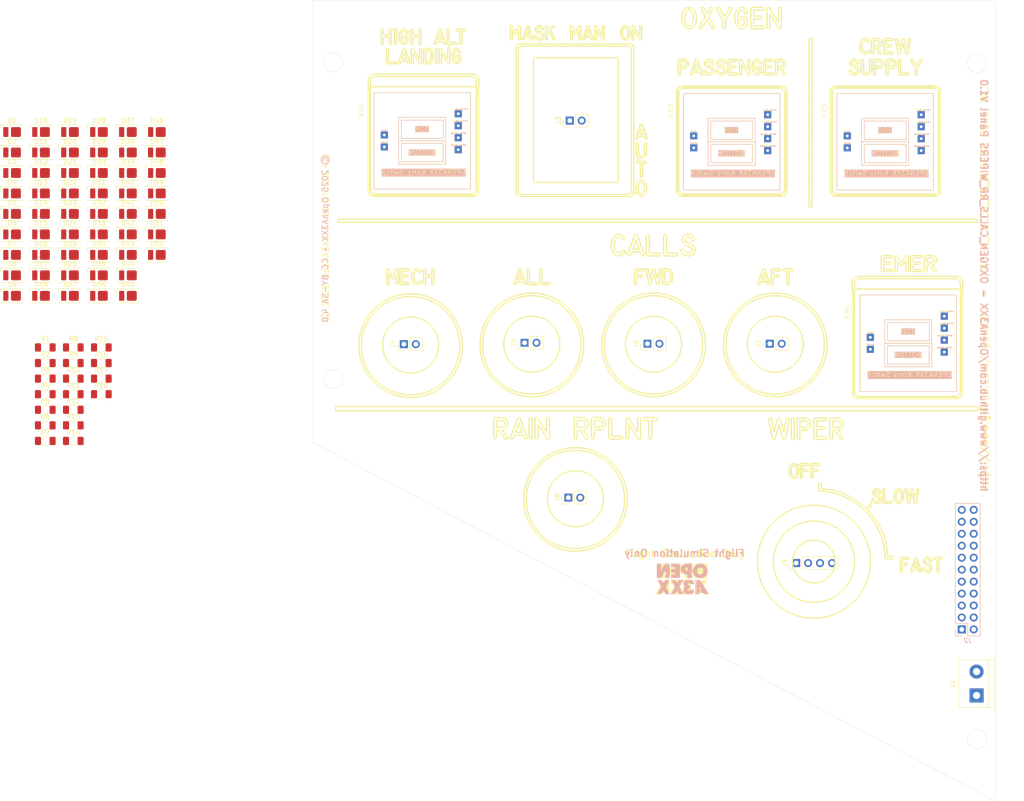
<source format=kicad_pcb>
(kicad_pcb (version 20241229) (generator "pcbnew") (generator_version "9.0")
  (layers (0 "F.Cu" signal) (2 "B.Cu" signal) (13 "F.Paste" user) (15 "B.Paste" user) (5 "F.SilkS" user "F.Silkscreen") (7 "B.SilkS" user "B.Silkscreen") (1 "F.Mask" user) (3 "B.Mask" user) (25 "Edge.Cuts" user))
  (net 0 "")
  (net 1 "Net-(D1-K)")
  (net 2 "+12V")
  (net 3 "Net-(D2-K)")
  (net 4 "Net-(D3-K)")
  (net 5 "Net-(D4-K)")
  (net 6 "Net-(D5-K)")
  (net 7 "Net-(D6-K)")
  (net 8 "Net-(D7-K)")
  (net 9 "Net-(D8-K)")
  (net 10 "Net-(D9-K)")
  (net 11 "Net-(D10-K)")
  (net 12 "Net-(D11-K)")
  (net 13 "Net-(D12-K)")
  (net 14 "Net-(D13-K)")
  (net 15 "Net-(D14-K)")
  (net 16 "Net-(D15-K)")
  (net 17 "Net-(D16-K)")
  (net 18 "Net-(D17-K)")
  (net 19 "Net-(D18-K)")
  (net 20 "Net-(D19-K)")
  (net 21 "Net-(D20-K)")
  (net 22 "Net-(D21-K)")
  (net 23 "Net-(D22-K)")
  (net 24 "Net-(D23-K)")
  (net 25 "Net-(D24-K)")
  (net 26 "Net-(D25-K)")
  (net 27 "Net-(D26-K)")
  (net 28 "Net-(D27-K)")
  (net 29 "Net-(D28-K)")
  (net 30 "Net-(D29-K)")
  (net 31 "Net-(D30-K)")
  (net 32 "Net-(D31-K)")
  (net 33 "Net-(D32-K)")
  (net 34 "Net-(D33-K)")
  (net 35 "Net-(D34-K)")
  (net 36 "Net-(D35-K)")
  (net 37 "Net-(D36-K)")
  (net 38 "Net-(D37-K)")
  (net 39 "Net-(D38-K)")
  (net 40 "Net-(D39-K)")
  (net 41 "Net-(D40-K)")
  (net 42 "Net-(D41-K)")
  (net 43 "Net-(D42-K)")
  (net 44 "Net-(D43-K)")
  (net 45 "Net-(D44-K)")
  (net 46 "Net-(D45-K)")
  (net 47 "Net-(D46-K)")
  (net 48 "Net-(D47-K)")
  (net 49 "Net-(D48-K)")
  (net 50 "Net-(D49-K)")
  (net 51 "Net-(D50-K)")
  (net 52 "Net-(D51-K)")
  (net 53 "Net-(D52-K)")
  (net 54 "GND")
  (net 55 "Net-(J2-Pin_6)")
  (net 56 "Net-(J2-Pin_17)")
  (net 57 "Net-(J2-Pin_4)")
  (net 58 "Net-(J2-Pin_5)")
  (net 59 "Net-(J2-Pin_19)")
  (net 60 "Net-(J2-Pin_7)")
  (net 61 "Net-(J2-Pin_11)")
  (net 62 "Net-(J2-Pin_14)")
  (net 63 "Net-(J2-Pin_15)")
  (net 64 "Net-(J2-Pin_20)")
  (net 65 "Net-(J2-Pin_10)")
  (net 66 "Net-(J2-Pin_18)")
  (net 67 "Net-(J2-Pin_8)")
  (net 68 "Net-(J2-Pin_21)")
  (net 69 "Net-(J2-Pin_13)")
  (net 70 "Net-(J2-Pin_16)")
  (footprint "OpenA3XX:LED_Everlight-SMD3528_3.5x2.8mm_67-21ST" (layer "F.Cu") (at -19.325 63.275)
    (property "Reference" "D31" (at 0 -2.4 0) (layer "F.SilkS"))
    (property "Value" "LED")
    (pad "1" smd roundrect (at -1.34 0) (size 1.1 2.1) (layers "F.Cu" "F.Mask" "F.Paste") (roundrect_rratio 0.15) (net 32 "Net-(D31-K)"))
    (pad "2" smd roundrect (at 0.81 0) (size 2.1 2.1) (layers "F.Cu" "F.Mask" "F.Paste") (roundrect_rratio 0.15) (net 31 "Net-(D30-K)"))
  )
  (footprint "OpenA3XX:LED_Everlight-SMD3528_3.5x2.8mm_67-21ST" (layer "F.Cu") (at -13.175 67.625)
    (property "Reference" "D41" (at 0 -2.4 0) (layer "F.SilkS"))
    (property "Value" "LED")
    (pad "1" smd roundrect (at -1.34 0) (size 1.1 2.1) (layers "F.Cu" "F.Mask" "F.Paste") (roundrect_rratio 0.15) (net 42 "Net-(D41-K)"))
    (pad "2" smd roundrect (at 0.81 0) (size 2.1 2.1) (layers "F.Cu" "F.Mask" "F.Paste") (roundrect_rratio 0.15) (net 2 "+12V"))
  )
  (footprint "Connector_PinHeader_2.54mm:PinHeader_1x02_P2.54mm_Vertical" (layer "F.Cu") (at 123.1 95.2 90)
    (property "Reference" "J7" (at 0 -2.38 90) (layer "F.SilkS"))
    (property "Value" "Conn_02x01")
    (pad "1" thru_hole rect (at 0 0 90) (size 1.7 1.7) (drill 1) (layers "*.Cu" "*.Mask") (net 54 "GND"))
    (pad "2" thru_hole circle (at 0 2.54 90) (size 1.7 1.7) (drill 1) (layers "*.Cu" "*.Mask") (net 66 "Net-(J2-Pin_18)"))
  )
  (footprint "OpenA3XX:LED_Everlight-SMD3528_3.5x2.8mm_67-21ST" (layer "F.Cu") (at -31.625 80.675)
    (property "Reference" "D17" (at 0 -2.4 0) (layer "F.SilkS"))
    (property "Value" "LED")
    (pad "1" smd roundrect (at -1.34 0) (size 1.1 2.1) (layers "F.Cu" "F.Mask" "F.Paste") (roundrect_rratio 0.15) (net 18 "Net-(D17-K)"))
    (pad "2" smd roundrect (at 0.81 0) (size 2.1 2.1) (layers "F.Cu" "F.Mask" "F.Paste") (roundrect_rratio 0.15) (net 17 "Net-(D16-K)"))
  )
  (footprint "OpenA3XX:LED_Everlight-SMD3528_3.5x2.8mm_67-21ST" (layer "F.Cu") (at -13.175 50.225)
    (property "Reference" "D37" (at 0 -2.4 0) (layer "F.SilkS"))
    (property "Value" "LED")
    (pad "1" smd roundrect (at -1.34 0) (size 1.1 2.1) (layers "F.Cu" "F.Mask" "F.Paste") (roundrect_rratio 0.15) (net 38 "Net-(D37-K)"))
    (pad "2" smd roundrect (at 0.81 0) (size 2.1 2.1) (layers "F.Cu" "F.Mask" "F.Paste") (roundrect_rratio 0.15) (net 37 "Net-(D36-K)"))
  )
  (footprint "OpenA3XX:LED_Everlight-SMD3528_3.5x2.8mm_67-21ST" (layer "F.Cu") (at -19.325 54.575)
    (property "Reference" "D29" (at 0 -2.4 0) (layer "F.SilkS"))
    (property "Value" "LED")
    (pad "1" smd roundrect (at -1.34 0) (size 1.1 2.1) (layers "F.Cu" "F.Mask" "F.Paste") (roundrect_rratio 0.15) (net 30 "Net-(D29-K)"))
    (pad "2" smd roundrect (at 0.81 0) (size 2.1 2.1) (layers "F.Cu" "F.Mask" "F.Paste") (roundrect_rratio 0.15) (net 2 "+12V"))
  )
  (footprint "OpenA3XX:LED_Everlight-SMD3528_3.5x2.8mm_67-21ST" (layer "F.Cu") (at -37.775 76.325)
    (property "Reference" "D7" (at 0 -2.4 0) (layer "F.SilkS"))
    (property "Value" "LED")
    (pad "1" smd roundrect (at -1.34 0) (size 1.1 2.1) (layers "F.Cu" "F.Mask" "F.Paste") (roundrect_rratio 0.15) (net 8 "Net-(D7-K)"))
    (pad "2" smd roundrect (at 0.81 0) (size 2.1 2.1) (layers "F.Cu" "F.Mask" "F.Paste") (roundrect_rratio 0.15) (net 2 "+12V"))
  )
  (footprint "OpenA3XX:LED_Everlight-SMD3528_3.5x2.8mm_67-21ST" (layer "F.Cu") (at -25.475 67.625)
    (property "Reference" "D23" (at 0 -2.4 0) (layer "F.SilkS"))
    (property "Value" "LED")
    (pad "1" smd roundrect (at -1.34 0) (size 1.1 2.1) (layers "F.Cu" "F.Mask" "F.Paste") (roundrect_rratio 0.15) (net 24 "Net-(D23-K)"))
    (pad "2" smd roundrect (at 0.81 0) (size 2.1 2.1) (layers "F.Cu" "F.Mask" "F.Paste") (roundrect_rratio 0.15) (net 2 "+12V"))
  )
  (footprint "OpenA3XX:LED_Everlight-SMD3528_3.5x2.8mm_67-21ST" (layer "F.Cu") (at -25.475 85.025)
    (property "Reference" "D27" (at 0 -2.4 0) (layer "F.SilkS"))
    (property "Value" "LED")
    (pad "1" smd roundrect (at -1.34 0) (size 1.1 2.1) (layers "F.Cu" "F.Mask" "F.Paste") (roundrect_rratio 0.15) (net 28 "Net-(D27-K)"))
    (pad "2" smd roundrect (at 0.81 0) (size 2.1 2.1) (layers "F.Cu" "F.Mask" "F.Paste") (roundrect_rratio 0.15) (net 27 "Net-(D26-K)"))
  )
  (footprint "OpenA3XX:LED_Everlight-SMD3528_3.5x2.8mm_67-21ST" (layer "F.Cu") (at -25.475 80.675)
    (property "Reference" "D26" (at 0 -2.4 0) (layer "F.SilkS"))
    (property "Value" "LED")
    (pad "1" smd roundrect (at -1.34 0) (size 1.1 2.1) (layers "F.Cu" "F.Mask" "F.Paste") (roundrect_rratio 0.15) (net 27 "Net-(D26-K)"))
    (pad "2" smd roundrect (at 0.81 0) (size 2.1 2.1) (layers "F.Cu" "F.Mask" "F.Paste") (roundrect_rratio 0.15) (net 2 "+12V"))
  )
  (footprint "Resistor_SMD:R_1206_3216Metric_Pad1.30x1.75mm_HandSolder" (layer "F.Cu") (at -18.835 95.995)
    (property "Reference" "R15" (at 0 -1.83 0) (layer "F.SilkS"))
    (property "Value" "220R")
    (pad "1" smd roundrect (at -1.55 0) (size 1.3 1.75) (layers "F.Cu" "F.Mask" "F.Paste") (roundrect_rratio 0.192308) (net 44 "Net-(D43-K)"))
    (pad "2" smd roundrect (at 1.55 0) (size 1.3 1.75) (layers "F.Cu" "F.Mask" "F.Paste") (roundrect_rratio 0.192308) (net 54 "GND"))
  )
  (footprint "Connector_PinHeader_2.54mm:PinHeader_1x02_P2.54mm_Vertical" (layer "F.Cu") (at 97.125 95.2 90)
    (property "Reference" "J6" (at 0 -2.38 90) (layer "F.SilkS"))
    (property "Value" "Conn_02x01")
    (pad "1" thru_hole rect (at 0 0 90) (size 1.7 1.7) (drill 1) (layers "*.Cu" "*.Mask") (net 54 "GND"))
    (pad "2" thru_hole circle (at 0 2.54 90) (size 1.7 1.7) (drill 1) (layers "*.Cu" "*.Mask") (net 62 "Net-(J2-Pin_14)"))
  )
  (footprint "OpenA3XX:LED_Everlight-SMD3528_3.5x2.8mm_67-21ST" (layer "F.Cu") (at -13.175 63.275)
    (property "Reference" "D40" (at 0 -2.4 0) (layer "F.SilkS"))
    (property "Value" "LED")
    (pad "1" smd roundrect (at -1.34 0) (size 1.1 2.1) (layers "F.Cu" "F.Mask" "F.Paste") (roundrect_rratio 0.15) (net 41 "Net-(D40-K)"))
    (pad "2" smd roundrect (at 0.81 0) (size 2.1 2.1) (layers "F.Cu" "F.Mask" "F.Paste") (roundrect_rratio 0.15) (net 40 "Net-(D39-K)"))
  )
  (footprint "Resistor_SMD:R_1206_3216Metric_Pad1.30x1.75mm_HandSolder" (layer "F.Cu") (at -18.835 99.305)
    (property "Reference" "R16" (at 0 -1.83 0) (layer "F.SilkS"))
    (property "Value" "220R")
    (pad "1" smd roundrect (at -1.55 0) (size 1.3 1.75) (layers "F.Cu" "F.Mask" "F.Paste") (roundrect_rratio 0.192308) (net 47 "Net-(D46-K)"))
    (pad "2" smd roundrect (at 1.55 0) (size 1.3 1.75) (layers "F.Cu" "F.Mask" "F.Paste") (roundrect_rratio 0.192308) (net 54 "GND"))
  )
  (footprint "OpenA3XX:LED_Everlight-SMD3528_3.5x2.8mm_67-21ST" (layer "F.Cu") (at -13.175 80.675)
    (property "Reference" "D44" (at 0 -2.4 0) (layer "F.SilkS"))
    (property "Value" "LED")
    (pad "1" smd roundrect (at -1.34 0) (size 1.1 2.1) (layers "F.Cu" "F.Mask" "F.Paste") (roundrect_rratio 0.15) (net 45 "Net-(D44-K)"))
    (pad "2" smd roundrect (at 0.81 0) (size 2.1 2.1) (layers "F.Cu" "F.Mask" "F.Paste") (roundrect_rratio 0.15) (net 2 "+12V"))
  )
  (footprint "OpenA3XX:LED_Everlight-SMD3528_3.5x2.8mm_67-21ST" (layer "F.Cu") (at -31.625 58.925)
    (property "Reference" "D12" (at 0 -2.4 0) (layer "F.SilkS"))
    (property "Value" "LED")
    (pad "1" smd roundrect (at -1.34 0) (size 1.1 2.1) (layers "F.Cu" "F.Mask" "F.Paste") (roundrect_rratio 0.15) (net 13 "Net-(D12-K)"))
    (pad "2" smd roundrect (at 0.81 0) (size 2.1 2.1) (layers "F.Cu" "F.Mask" "F.Paste") (roundrect_rratio 0.15) (net 12 "Net-(D11-K)"))
  )
  (footprint "OpenA3XX:LED_Everlight-SMD3528_3.5x2.8mm_67-21ST" (layer "F.Cu") (at -19.325 80.675)
    (property "Reference" "D35" (at 0 -2.4 0) (layer "F.SilkS"))
    (property "Value" "LED")
    (pad "1" smd roundrect (at -1.34 0) (size 1.1 2.1) (layers "F.Cu" "F.Mask" "F.Paste") (roundrect_rratio 0.15) (net 36 "Net-(D35-K)"))
    (pad "2" smd roundrect (at 0.81 0) (size 2.1 2.1) (layers "F.Cu" "F.Mask" "F.Paste") (roundrect_rratio 0.15) (net 2 "+12V"))
  )
  (footprint "OpenA3XX:LED_Everlight-SMD3528_3.5x2.8mm_67-21ST" (layer "F.Cu") (at -25.475 50.225)
    (property "Reference" "D19" (at 0 -2.4 0) (layer "F.SilkS"))
    (property "Value" "LED")
    (pad "1" smd roundrect (at -1.34 0) (size 1.1 2.1) (layers "F.Cu" "F.Mask" "F.Paste") (roundrect_rratio 0.15) (net 20 "Net-(D19-K)"))
    (pad "2" smd roundrect (at 0.81 0) (size 2.1 2.1) (layers "F.Cu" "F.Mask" "F.Paste") (roundrect_rratio 0.15) (net 2 "+12V"))
  )
  (footprint "OpenA3XX:LED_Everlight-SMD3528_3.5x2.8mm_67-21ST" (layer "F.Cu") (at -13.175 54.575)
    (property "Reference" "D38" (at 0 -2.4 0) (layer "F.SilkS"))
    (property "Value" "LED")
    (pad "1" smd roundrect (at -1.34 0) (size 1.1 2.1) (layers "F.Cu" "F.Mask" "F.Paste") (roundrect_rratio 0.15) (net 39 "Net-(D38-K)"))
    (pad "2" smd roundrect (at 0.81 0) (size 2.1 2.1) (layers "F.Cu" "F.Mask" "F.Paste") (roundrect_rratio 0.15) (net 2 "+12V"))
  )
  (footprint "OpenA3XX:LED_Everlight-SMD3528_3.5x2.8mm_67-21ST" (layer "F.Cu") (at -31.625 71.975)
    (property "Reference" "D15" (at 0 -2.4 0) (layer "F.SilkS"))
    (property "Value" "LED")
    (pad "1" smd roundrect (at -1.34 0) (size 1.1 2.1) (layers "F.Cu" "F.Mask" "F.Paste") (roundrect_rratio 0.15) (net 16 "Net-(D15-K)"))
    (pad "2" smd roundrect (at 0.81 0) (size 2.1 2.1) (layers "F.Cu" "F.Mask" "F.Paste") (roundrect_rratio 0.15) (net 15 "Net-(D14-K)"))
  )
  (footprint "Resistor_SMD:R_1206_3216Metric_Pad1.30x1.75mm_HandSolder" (layer "F.Cu") (at -30.735 109.235)
    (property "Reference" "R5" (at 0 -1.83 0) (layer "F.SilkS"))
    (property "Value" "220R")
    (pad "1" smd roundrect (at -1.55 0) (size 1.3 1.75) (layers "F.Cu" "F.Mask" "F.Paste") (roundrect_rratio 0.192308) (net 16 "Net-(D15-K)"))
    (pad "2" smd roundrect (at 1.55 0) (size 1.3 1.75) (layers "F.Cu" "F.Mask" "F.Paste") (roundrect_rratio 0.192308) (net 54 "GND"))
  )
  (footprint "OpenA3XX:LED_Everlight-SMD3528_3.5x2.8mm_67-21ST" (layer "F.Cu") (at -7.025 63.275)
    (property "Reference" "D49" (at 0 -2.4 0) (layer "F.SilkS"))
    (property "Value" "LED")
    (pad "1" smd roundrect (at -1.34 0) (size 1.1 2.1) (layers "F.Cu" "F.Mask" "F.Paste") (roundrect_rratio 0.15) (net 50 "Net-(D49-K)"))
    (pad "2" smd roundrect (at 0.81 0) (size 2.1 2.1) (layers "F.Cu" "F.Mask" "F.Paste") (roundrect_rratio 0.15) (net 49 "Net-(D48-K)"))
  )
  (footprint "OpenA3XX:Korry Switch" (layer "F.Cu") (at 39.05 41.85)
    (property "Reference" "KR1" (at -2.675 3.675 90) (layer "F.SilkS") (effects (font (thickness 0.1))))
    (property "Value" "~")
    (fp_text user "BOTTOM_LED +5V" (at 16.375 8.8 0) (layer "F.SilkS") (effects (font (size 0.25 0.25) (thickness 0.0625)) (justify left bottom)))
    (fp_text user "SW_IN" (at 1.6 8.175 0) (layer "F.SilkS") (effects (font (size 0.25 0.25) (thickness 0.0625)) (justify left bottom)))
    (fp_text user "TOP_LED GND" (at 16.675 6.2 0) (layer "F.SilkS") (effects (font (size 0.25 0.25) (thickness 0.0625)) (justify left bottom)))
    (fp_text user "TOP" (at 8.75 7.8 0) (layer "F.SilkS" knockout) (effects (font (thickness 0.1)) (justify left)))
    (fp_text user "BOTTOM" (at 7.475 12.775 0) (layer "F.SilkS" knockout) (effects (font (thickness 0.1)) (justify left)))
    (fp_text user "TOP_LED +5V" (at 16.65 3.65 0) (layer "F.SilkS") (effects (font (size 0.25 0.25) (thickness 0.0625)) (justify left bottom)))
    (fp_text user "BOTTOM_LED GND" (at 16.325 11.325 0) (layer "F.SilkS") (effects (font (size 0.25 0.25) (thickness 0.0625)) (justify left bottom)))
    (fp_text user "SW_OUT" (at 1.45 10.7 0) (layer "F.SilkS") (effects (font (size 0.25 0.25) (thickness 0.0625)) (justify left bottom)))
    (fp_text user "OPENA3XX Korry Switch" (at 1.525 16.875 0) (layer "F.SilkS" knockout) (effects (font (thickness 0.1)) (justify left)))
    (fp_text user "SW_IN" (at 2.75 8.175 0) (layer "B.SilkS") (effects (font (size 0.25 0.25) (thickness 0.0625)) (justify left bottom mirror)))
    (fp_text user "BOTTOM" (at 13.1 12.7375 0) (layer "B.SilkS" knockout) (effects (font (thickness 0.1)) (justify left mirror)))
    (fp_text user "TOP_LED GND" (at 19.975 6.2 0) (layer "B.SilkS") (effects (font (size 0.25 0.25) (thickness 0.0625)) (justify left bottom mirror)))
    (fp_text user "SW_OUT" (at 2.95 10.7 0) (layer "B.SilkS") (effects (font (size 0.25 0.25) (thickness 0.0625)) (justify left bottom mirror)))
    (fp_text user "TOP_LED +5V" (at 19.95 3.65 0) (layer "B.SilkS") (effects (font (size 0.25 0.25) (thickness 0.0625)) (justify left bottom mirror)))
    (fp_text user "OPENA3XX Korry Switch" (at 19.55 16.875 0) (layer "B.SilkS" knockout) (effects (font (thickness 0.1)) (justify left mirror)))
    (fp_text user "TOP" (at 11.65 7.7875 0) (layer "B.SilkS" knockout) (effects (font (thickness 0.1)) (justify left mirror)))
    (fp_text user "BOTTOM_LED GND" (at 19.625 11.325 0) (layer "B.SilkS") (effects (font (size 0.25 0.25) (thickness 0.0625)) (justify left bottom mirror)))
    (fp_text user "BOTTOM_LED +5V" (at 19.675 8.8 0) (layer "B.SilkS") (effects (font (size 0.25 0.25) (thickness 0.0625)) (justify left bottom mirror)))
    (pad "1" thru_hole rect (at 17.9 4.5) (size 1.5 1.5) (drill 0.6) (layers "*.Cu" "*.Mask") (net 54 "GND"))
    (pad "2" thru_hole rect (at 17.9 7.04) (size 1.5 1.5) (drill 0.6) (layers "*.Cu" "*.Mask") (net 54 "GND"))
    (pad "3" thru_hole rect (at 17.9 9.58) (size 1.5 1.5) (drill 0.6) (layers "*.Cu" "*.Mask") (net 54 "GND"))
    (pad "4" thru_hole rect (at 17.9 12.12) (size 1.5 1.5) (drill 0.6) (layers "*.Cu" "*.Mask") (net 54 "GND"))
    (pad "5" thru_hole rect (at 2.2 9) (size 1.5 1.5) (drill 0.6) (layers "*.Cu" "*.Mask") (net 54 "GND"))
    (pad "6" thru_hole rect (at 2.2 11.54) (size 1.5 1.5) (drill 0.6) (layers "*.Cu" "*.Mask") (net 54 "GND"))
  )
  (footprint "OpenA3XX:LED_Everlight-SMD3528_3.5x2.8mm_67-21ST" (layer "F.Cu") (at -13.175 85.025)
    (property "Reference" "D45" (at 0 -2.4 0) (layer "F.SilkS"))
    (property "Value" "LED")
    (pad "1" smd roundrect (at -1.34 0) (size 1.1 2.1) (layers "F.Cu" "F.Mask" "F.Paste") (roundrect_rratio 0.15) (net 46 "Net-(D45-K)"))
    (pad "2" smd roundrect (at 0.81 0) (size 2.1 2.1) (layers "F.Cu" "F.Mask" "F.Paste") (roundrect_rratio 0.15) (net 45 "Net-(D44-K)"))
  )
  (footprint "OpenA3XX:LED_Everlight-SMD3528_3.5x2.8mm_67-21ST" (layer "F.Cu") (at -37.775 67.625)
    (property "Reference" "D5" (at 0 -2.4 0) (layer "F.SilkS"))
    (property "Value" "LED")
    (pad "1" smd roundrect (at -1.34 0) (size 1.1 2.1) (layers "F.Cu" "F.Mask" "F.Paste") (roundrect_rratio 0.15) (net 6 "Net-(D5-K)"))
    (pad "2" smd roundrect (at 0.81 0) (size 2.1 2.1) (layers "F.Cu" "F.Mask" "F.Paste") (roundrect_rratio 0.15) (net 5 "Net-(D4-K)"))
  )
  (footprint "Resistor_SMD:R_1206_3216Metric_Pad1.30x1.75mm_HandSolder" (layer "F.Cu") (at -30.735 115.855)
    (property "Reference" "R7" (at 0 -1.83 0) (layer "F.SilkS"))
    (property "Value" "220R")
    (pad "1" smd roundrect (at -1.55 0) (size 1.3 1.75) (layers "F.Cu" "F.Mask" "F.Paste") (roundrect_rratio 0.192308) (net 22 "Net-(D21-K)"))
    (pad "2" smd roundrect (at 1.55 0) (size 1.3 1.75) (layers "F.Cu" "F.Mask" "F.Paste") (roundrect_rratio 0.192308) (net 54 "GND"))
  )
  (footprint "Resistor_SMD:R_1206_3216Metric_Pad1.30x1.75mm_HandSolder" (layer "F.Cu") (at -24.785 115.855)
    (property "Reference" "R14" (at 0 -1.83 0) (layer "F.SilkS"))
    (property "Value" "220R")
    (pad "1" smd roundrect (at -1.55 0) (size 1.3 1.75) (layers "F.Cu" "F.Mask" "F.Paste") (roundrect_rratio 0.192308) (net 41 "Net-(D40-K)"))
    (pad "2" smd roundrect (at 1.55 0) (size 1.3 1.75) (layers "F.Cu" "F.Mask" "F.Paste") (roundrect_rratio 0.192308) (net 54 "GND"))
  )
  (footprint "OpenA3XX:LED_Everlight-SMD3528_3.5x2.8mm_67-21ST" (layer "F.Cu") (at -25.475 71.975)
    (property "Reference" "D24" (at 0 -2.4 0) (layer "F.SilkS"))
    (property "Value" "LED")
    (pad "1" smd roundrect (at -1.34 0) (size 1.1 2.1) (layers "F.Cu" "F.Mask" "F.Paste") (roundrect_rratio 0.15) (net 25 "Net-(D24-K)"))
    (pad "2" smd roundrect (at 0.81 0) (size 2.1 2.1) (layers "F.Cu" "F.Mask" "F.Paste") (roundrect_rratio 0.15) (net 24 "Net-(D23-K)"))
  )
  (footprint "OpenA3XX:LED_Everlight-SMD3528_3.5x2.8mm_67-21ST" (layer "F.Cu") (at -7.025 71.975)
    (property "Reference" "D51" (at 0 -2.4 0) (layer "F.SilkS"))
    (property "Value" "LED")
    (pad "1" smd roundrect (at -1.34 0) (size 1.1 2.1) (layers "F.Cu" "F.Mask" "F.Paste") (roundrect_rratio 0.15) (net 52 "Net-(D51-K)"))
    (pad "2" smd roundrect (at 0.81 0) (size 2.1 2.1) (layers "F.Cu" "F.Mask" "F.Paste") (roundrect_rratio 0.15) (net 51 "Net-(D50-K)"))
  )
  (footprint "OpenA3XX:LED_Everlight-SMD3528_3.5x2.8mm_67-21ST" (layer "F.Cu") (at -37.775 80.675)
    (property "Reference" "D8" (at 0 -2.4 0) (layer "F.SilkS"))
    (property "Value" "LED")
    (pad "1" smd roundrect (at -1.34 0) (size 1.1 2.1) (layers "F.Cu" "F.Mask" "F.Paste") (roundrect_rratio 0.15) (net 9 "Net-(D8-K)"))
    (pad "2" smd roundrect (at 0.81 0) (size 2.1 2.1) (layers "F.Cu" "F.Mask" "F.Paste") (roundrect_rratio 0.15) (net 8 "Net-(D7-K)"))
  )
  (footprint "Resistor_SMD:R_1206_3216Metric_Pad1.30x1.75mm_HandSolder" (layer "F.Cu") (at -30.735 99.305)
    (property "Reference" "R2" (at 0 -1.83 0) (layer "F.SilkS"))
    (property "Value" "220R")
    (pad "1" smd roundrect (at -1.55 0) (size 1.3 1.75) (layers "F.Cu" "F.Mask" "F.Paste") (roundrect_rratio 0.192308) (net 7 "Net-(D6-K)"))
    (pad "2" smd roundrect (at 1.55 0) (size 1.3 1.75) (layers "F.Cu" "F.Mask" "F.Paste") (roundrect_rratio 0.192308) (net 54 "GND"))
  )
  (footprint "OpenA3XX:LED_Everlight-SMD3528_3.5x2.8mm_67-21ST" (layer "F.Cu") (at -31.625 76.325)
    (property "Reference" "D16" (at 0 -2.4 0) (layer "F.SilkS"))
    (property "Value" "LED")
    (pad "1" smd roundrect (at -1.34 0) (size 1.1 2.1) (layers "F.Cu" "F.Mask" "F.Paste") (roundrect_rratio 0.15) (net 17 "Net-(D16-K)"))
    (pad "2" smd roundrect (at 0.81 0) (size 2.1 2.1) (layers "F.Cu" "F.Mask" "F.Paste") (roundrect_rratio 0.15) (net 2 "+12V"))
  )
  (footprint "OpenA3XX:LED_Everlight-SMD3528_3.5x2.8mm_67-21ST" (layer "F.Cu") (at -37.775 63.275)
    (property "Reference" "D4" (at 0 -2.4 0) (layer "F.SilkS"))
    (property "Value" "LED")
    (pad "1" smd roundrect (at -1.34 0) (size 1.1 2.1) (layers "F.Cu" "F.Mask" "F.Paste") (roundrect_rratio 0.15) (net 5 "Net-(D4-K)"))
    (pad "2" smd roundrect (at 0.81 0) (size 2.1 2.1) (layers "F.Cu" "F.Mask" "F.Paste") (roundrect_rratio 0.15) (net 2 "+12V"))
  )
  (footprint "OpenA3XX:LED_Everlight-SMD3528_3.5x2.8mm_67-21ST" (layer "F.Cu") (at -19.325 76.325)
    (property "Reference" "D34" (at 0 -2.4 0) (layer "F.SilkS"))
    (property "Value" "LED")
    (pad "1" smd roundrect (at -1.34 0) (size 1.1 2.1) (layers "F.Cu" "F.Mask" "F.Paste") (roundrect_rratio 0.15) (net 35 "Net-(D34-K)"))
    (pad "2" smd roundrect (at 0.81 0) (size 2.1 2.1) (layers "F.Cu" "F.Mask" "F.Paste") (roundrect_rratio 0.15) (net 34 "Net-(D33-K)"))
  )
  (footprint "OpenA3XX:LED_Everlight-SMD3528_3.5x2.8mm_67-21ST" (layer "F.Cu") (at -25.475 54.575)
    (property "Reference" "D20" (at 0 -2.4 0) (layer "F.SilkS"))
    (property "Value" "LED")
    (pad "1" smd roundrect (at -1.34 0) (size 1.1 2.1) (layers "F.Cu" "F.Mask" "F.Paste") (roundrect_rratio 0.15) (net 21 "Net-(D20-K)"))
    (pad "2" smd roundrect (at 0.81 0) (size 2.1 2.1) (layers "F.Cu" "F.Mask" "F.Paste") (roundrect_rratio 0.15) (net 20 "Net-(D19-K)"))
  )
  (footprint "OpenA3XX:LED_Everlight-SMD3528_3.5x2.8mm_67-21ST" (layer "F.Cu") (at -19.325 85.025)
    (property "Reference" "D36" (at 0 -2.4 0) (layer "F.SilkS"))
    (property "Value" "LED")
    (pad "1" smd roundrect (at -1.34 0) (size 1.1 2.1) (layers "F.Cu" "F.Mask" "F.Paste") (roundrect_rratio 0.15) (net 37 "Net-(D36-K)"))
    (pad "2" smd roundrect (at 0.81 0) (size 2.1 2.1) (layers "F.Cu" "F.Mask" "F.Paste") (roundrect_rratio 0.15) (net 36 "Net-(D35-K)"))
  )
  (footprint "Resistor_SMD:R_1206_3216Metric_Pad1.30x1.75mm_HandSolder" (layer "F.Cu") (at -24.785 105.925)
    (property "Reference" "R11" (at 0 -1.83 0) (layer "F.SilkS"))
    (property "Value" "220R")
    (pad "1" smd roundrect (at -1.55 0) (size 1.3 1.75) (layers "F.Cu" "F.Mask" "F.Paste") (roundrect_rratio 0.192308) (net 32 "Net-(D31-K)"))
    (pad "2" smd roundrect (at 1.55 0) (size 1.3 1.75) (layers "F.Cu" "F.Mask" "F.Paste") (roundrect_rratio 0.192308) (net 54 "GND"))
  )
  (footprint "OpenA3XX:LED_Everlight-SMD3528_3.5x2.8mm_67-21ST" (layer "F.Cu") (at -13.175 76.325)
    (property "Reference" "D43" (at 0 -2.4 0) (layer "F.SilkS"))
    (property "Value" "LED")
    (pad "1" smd roundrect (at -1.34 0) (size 1.1 2.1) (layers "F.Cu" "F.Mask" "F.Paste") (roundrect_rratio 0.15) (net 44 "Net-(D43-K)"))
    (pad "2" smd roundrect (at 0.81 0) (size 2.1 2.1) (layers "F.Cu" "F.Mask" "F.Paste") (roundrect_rratio 0.15) (net 43 "Net-(D42-K)"))
  )
  (footprint "Resistor_SMD:R_1206_3216Metric_Pad1.30x1.75mm_HandSolder" (layer "F.Cu") (at -24.785 99.305)
    (property "Reference" "R9" (at 0 -1.83 0) (layer "F.SilkS"))
    (property "Value" "220R")
    (pad "1" smd roundrect (at -1.55 0) (size 1.3 1.75) (layers "F.Cu" "F.Mask" "F.Paste") (roundrect_rratio 0.192308) (net 26 "Net-(D25-K)"))
    (pad "2" smd roundrect (at 1.55 0) (size 1.3 1.75) (layers "F.Cu" "F.Mask" "F.Paste") (roundrect_rratio 0.192308) (net 54 "GND"))
  )
  (footprint "Connector_PinHeader_2.54mm:PinHeader_1x02_P2.54mm_Vertical" (layer "F.Cu") (at 45.4 95.3 90)
    (property "Reference" "J4" (at 0 -2.38 90) (layer "F.SilkS"))
    (property "Value" "Conn_02x01")
    (pad "1" thru_hole rect (at 0 0 90) (size 1.7 1.7) (drill 1) (layers "*.Cu" "*.Mask") (net 54 "GND"))
    (pad "2" thru_hole circle (at 0 2.54 90) (size 1.7 1.7) (drill 1) (layers "*.Cu" "*.Mask") (net 69 "Net-(J2-Pin_13)"))
  )
  (footprint "Resistor_SMD:R_1206_3216Metric_Pad1.30x1.75mm_HandSolder" (layer "F.Cu") (at -24.785 109.235)
    (property "Reference" "R12" (at 0 -1.83 0) (layer "F.SilkS"))
    (property "Value" "220R")
    (pad "1" smd roundrect (at -1.55 0) (size 1.3 1.75) (layers "F.Cu" "F.Mask" "F.Paste") (roundrect_rratio 0.192308) (net 35 "Net-(D34-K)"))
    (pad "2" smd roundrect (at 1.55 0) (size 1.3 1.75) (layers "F.Cu" "F.Mask" "F.Paste") (roundrect_rratio 0.192308) (net 54 "GND"))
  )
  (footprint "OpenA3XX:LED_Everlight-SMD3528_3.5x2.8mm_67-21ST" (layer "F.Cu") (at -19.325 71.975)
    (property "Reference" "D33" (at 0 -2.4 0) (layer "F.SilkS"))
    (property "Value" "LED")
    (pad "1" smd roundrect (at -1.34 0) (size 1.1 2.1) (layers "F.Cu" "F.Mask" "F.Paste") (roundrect_rratio 0.15) (net 34 "Net-(D33-K)"))
    (pad "2" smd roundrect (at 0.81 0) (size 2.1 2.1) (layers "F.Cu" "F.Mask" "F.Paste") (roundrect_rratio 0.15) (net 33 "Net-(D32-K)"))
  )
  (footprint "Resistor_SMD:R_1206_3216Metric_Pad1.30x1.75mm_HandSolder" (layer "F.Cu") (at -24.785 112.545)
    (property "Reference" "R13" (at 0 -1.83 0) (layer "F.SilkS"))
    (property "Value" "220R")
    (pad "1" smd roundrect (at -1.55 0) (size 1.3 1.75) (layers "F.Cu" "F.Mask" "F.Paste") (roundrect_rratio 0.192308) (net 38 "Net-(D37-K)"))
    (pad "2" smd roundrect (at 1.55 0) (size 1.3 1.75) (layers "F.Cu" "F.Mask" "F.Paste") (roundrect_rratio 0.192308) (net 54 "GND"))
  )
  (footprint "OpenA3XX:LED_Everlight-SMD3528_3.5x2.8mm_67-21ST" (layer "F.Cu") (at -31.625 63.275)
    (property "Reference" "D13" (at 0 -2.4 0) (layer "F.SilkS"))
    (property "Value" "LED")
    (pad "1" smd roundrect (at -1.34 0) (size 1.1 2.1) (layers "F.Cu" "F.Mask" "F.Paste") (roundrect_rratio 0.15) (net 14 "Net-(D13-K)"))
    (pad "2" smd roundrect (at 0.81 0) (size 2.1 2.1) (layers "F.Cu" "F.Mask" "F.Paste") (roundrect_rratio 0.15) (net 2 "+12V"))
  )
  (footprint "OpenA3XX:LED_Everlight-SMD3528_3.5x2.8mm_67-21ST" (layer "F.Cu") (at -7.025 76.325)
    (property "Reference" "D52" (at 0 -2.4 0) (layer "F.SilkS"))
    (property "Value" "LED")
    (pad "1" smd roundrect (at -1.34 0) (size 1.1 2.1) (layers "F.Cu" "F.Mask" "F.Paste") (roundrect_rratio 0.15) (net 53 "Net-(D52-K)"))
    (pad "2" smd roundrect (at 0.81 0) (size 2.1 2.1) (layers "F.Cu" "F.Mask" "F.Paste") (roundrect_rratio 0.15) (net 52 "Net-(D51-K)"))
  )
  (footprint "OpenA3XX:LED_Everlight-SMD3528_3.5x2.8mm_67-21ST" (layer "F.Cu") (at -31.625 50.225)
    (property "Reference" "D10" (at 0 -2.4 0) (layer "F.SilkS"))
    (property "Value" "LED")
    (pad "1" smd roundrect (at -1.34 0) (size 1.1 2.1) (layers "F.Cu" "F.Mask" "F.Paste") (roundrect_rratio 0.15) (net 11 "Net-(D10-K)"))
    (pad "2" smd roundrect (at 0.81 0) (size 2.1 2.1) (layers "F.Cu" "F.Mask" "F.Paste") (roundrect_rratio 0.15) (net 2 "+12V"))
  )
  (footprint "Resistor_SMD:R_1206_3216Metric_Pad1.30x1.75mm_HandSolder" (layer "F.Cu") (at -24.785 102.615)
    (property "Reference" "R10" (at 0 -1.83 0) (layer "F.SilkS"))
    (property "Value" "220R")
    (pad "1" smd roundrect (at -1.55 0) (size 1.3 1.75) (layers "F.Cu" "F.Mask" "F.Paste") (roundrect_rratio 0.192308) (net 29 "Net-(D28-K)"))
    (pad "2" smd roundrect (at 1.55 0) (size 1.3 1.75) (layers "F.Cu" "F.Mask" "F.Paste") (roundrect_rratio 0.192308) (net 54 "GND"))
  )
  (footprint "OpenA3XX:LED_Everlight-SMD3528_3.5x2.8mm_67-21ST" (layer "F.Cu") (at -37.775 71.975)
    (property "Reference" "D6" (at 0 -2.4 0) (layer "F.SilkS"))
    (property "Value" "LED")
    (pad "1" smd roundrect (at -1.34 0) (size 1.1 2.1) (layers "F.Cu" "F.Mask" "F.Paste") (roundrect_rratio 0.15) (net 7 "Net-(D6-K)"))
    (pad "2" smd roundrect (at 0.81 0) (size 2.1 2.1) (layers "F.Cu" "F.Mask" "F.Paste") (roundrect_rratio 0.15) (net 6 "Net-(D5-K)"))
  )
  (footprint "OpenA3XX:LED_Everlight-SMD3528_3.5x2.8mm_67-21ST" (layer "F.Cu") (at -31.625 67.625)
    (property "Reference" "D14" (at 0 -2.4 0) (layer "F.SilkS"))
    (property "Value" "LED")
    (pad "1" smd roundrect (at -1.34 0) (size 1.1 2.1) (layers "F.Cu" "F.Mask" "F.Paste") (roundrect_rratio 0.15) (net 15 "Net-(D14-K)"))
    (pad "2" smd roundrect (at 0.81 0) (size 2.1 2.1) (layers "F.Cu" "F.Mask" "F.Paste") (roundrect_rratio 0.15) (net 14 "Net-(D13-K)"))
  )
  (footprint "Resistor_SMD:R_1206_3216Metric_Pad1.30x1.75mm_HandSolder" (layer "F.Cu") (at -30.735 105.925)
    (property "Reference" "R4" (at 0 -1.83 0) (layer "F.SilkS"))
    (property "Value" "220R")
    (pad "1" smd roundrect (at -1.55 0) (size 1.3 1.75) (layers "F.Cu" "F.Mask" "F.Paste") (roundrect_rratio 0.192308) (net 13 "Net-(D12-K)"))
    (pad "2" smd roundrect (at 1.55 0) (size 1.3 1.75) (layers "F.Cu" "F.Mask" "F.Paste") (roundrect_rratio 0.192308) (net 54 "GND"))
  )
  (footprint "Resistor_SMD:R_1206_3216Metric_Pad1.30x1.75mm_HandSolder" (layer "F.Cu") (at -18.835 102.615)
    (property "Reference" "R17" (at 0 -1.83 0) (layer "F.SilkS"))
    (property "Value" "220R")
    (pad "1" smd roundrect (at -1.55 0) (size 1.3 1.75) (layers "F.Cu" "F.Mask" "F.Paste") (roundrect_rratio 0.192308) (net 50 "Net-(D49-K)"))
    (pad "2" smd roundrect (at 1.55 0) (size 1.3 1.75) (layers "F.Cu" "F.Mask" "F.Paste") (roundrect_rratio 0.192308) (net 54 "GND"))
  )
  (footprint "OpenA3XX:Korry Switch" (layer "F.Cu") (at 142.25 84.85)
    (property "Reference" "KR4" (at -2.675 3.675 90) (layer "F.SilkS") (effects (font (thickness 0.1))))
    (property "Value" "~")
    (fp_text user "TOP_LED +5V" (at 16.65 3.65 0) (layer "F.SilkS") (effects (font (size 0.25 0.25) (thickness 0.0625)) (justify left bottom)))
    (fp_text user "BOTTOM_LED GND" (at 16.325 11.325 0) (layer "F.SilkS") (effects (font (size 0.25 0.25) (thickness 0.0625)) (justify left bottom)))
    (fp_text user "SW_OUT" (at 1.45 10.7 0) (layer "F.SilkS") (effects (font (size 0.25 0.25) (thickness 0.0625)) (justify left bottom)))
    (fp_text user "TOP" (at 8.75 7.8 0) (layer "F.SilkS" knockout) (effects (font (thickness 0.1)) (justify left)))
    (fp_text user "TOP_LED GND" (at 16.675 6.2 0) (layer "F.SilkS") (effects (font (size 0.25 0.25) (thickness 0.0625)) (justify left bottom)))
    (fp_text user "BOTTOM_LED +5V" (at 16.375 8.8 0) (layer "F.SilkS") (effects (font (size 0.25 0.25) (thickness 0.0625)) (justify left bottom)))
    (fp_text user "BOTTOM" (at 7.475 12.775 0) (layer "F.SilkS" knockout) (effects (font (thickness 0.1)) (justify left)))
    (fp_text user "SW_IN" (at 1.6 8.175 0) (layer "F.SilkS") (effects (font (size 0.25 0.25) (thickness 0.0625)) (justify left bottom)))
    (fp_text user "OPENA3XX Korry Switch" (at 1.525 16.875 0) (layer "F.SilkS" knockout) (effects (font (thickness 0.1)) (justify left)))
    (fp_text user "OPENA3XX Korry Switch" (at 19.55 16.875 0) (layer "B.SilkS" knockout) (effects (font (thickness 0.1)) (justify left mirror)))
    (fp_text user "TOP" (at 11.65 7.7875 0) (layer "B.SilkS" knockout) (effects (font (thickness 0.1)) (justify left mirror)))
    (fp_text user "SW_IN" (at 2.75 8.175 0) (layer "B.SilkS") (effects (font (size 0.25 0.25) (thickness 0.0625)) (justify left bottom mirror)))
    (fp_text user "TOP_LED +5V" (at 19.95 3.65 0) (layer "B.SilkS") (effects (font (size 0.25 0.25) (thickness 0.0625)) (justify left bottom mirror)))
    (fp_text user "BOTTOM" (at 13.1 12.7375 0) (layer "B.SilkS" knockout) (effects (font (thickness 0.1)) (justify left mirror)))
    (fp_text user "BOTTOM_LED +5V" (at 19.675 8.8 0) (layer "B.SilkS") (effects (font (size 0.25 0.25) (thickness 0.0625)) (justify left bottom mirror)))
    (fp_text user "SW_OUT" (at 2.95 10.7 0) (layer "B.SilkS") (effects (font (size 0.25 0.25) (thickness 0.0625)) (justify left bottom mirror)))
    (fp_text user "BOTTOM_LED GND" (at 19.625 11.325 0) (layer "B.SilkS") (effects (font (size 0.25 0.25) (thickness 0.0625)) (justify left bottom mirror)))
    (fp_text user "TOP_LED GND" (at 19.975 6.2 0) (layer "B.SilkS") (effects (font (size 0.25 0.25) (thickness 0.0625)) (justify left bottom mirror)))
    (pad "1" thru_hole rect (at 17.9 4.5) (size 1.5 1.5) (drill 0.6) (layers "*.Cu" "*.Mask") (net 65 "Net-(J2-Pin_10)"))
    (pad "2" thru_hole rect (at 17.9 7.04) (size 1.5 1.5) (drill 0.6) (layers "*.Cu" "*.Mask") (net 54 "GND"))
    (pad "3" thru_hole rect (at 17.9 9.58) (size 1.5 1.5) (drill 0.6) (layers "*.Cu" "*.Mask") (net 61 "Net-(J2-Pin_11)"))
    (pad "4" thru_hole rect (at 17.9 12.12) (size 1.5 1.5) (drill 0.6) (layers "*.Cu" "*.Mask") (net 54 "GND"))
    (pad "5" thru_hole rect (at 2.2 9) (size 1.5 1.5) (drill 0.6) (layers "*.Cu" "*.Mask") (net 54 "GND"))
    (pad "6" thru_hole rect (at 2.2 11.54) (size 1.5 1.5) (drill 0.6) (layers "*.Cu" "*.Mask") (net 54 "GND"))
  )
  (footprint "Connector_PinHeader_2.54mm:PinHeader_1x04_P2.54mm_Vertical" (layer "F.Cu") (at 128.69 141.8 90)
    (property "Reference" "J9" (at 0 -2.38 90) (layer "F.SilkS"))
    (property "Value" "Conn_02x02_Counter_Clockwise")
    (pad "1" thru_hole rect (at 0 0 90) (size 1.7 1.7) (drill 1) (layers "*.Cu" "*.Mask") (net 54 "GND"))
    (pad "2" thru_hole circle (at 0 2.54 90) (size 1.7 1.7) (drill 1) (layers "*.Cu" "*.Mask") (net 59 "Net-(J2-Pin_19)"))
    (pad "3" thru_hole circle (at 0 5.08 90) (size 1.7 1.7) (drill 1) (layers "*.Cu" "*.Mask") (net 64 "Net-(J2-Pin_20)"))
    (pad "4" thru_hole circle (at 0 7.62 90) (size 1.7 1.7) (drill 1) (layers "*.Cu" "*.Mask") (net 68 "Net-(J2-Pin_21)"))
  )
  (footprint "Connector_PinHeader_2.54mm:PinHeader_1x02_P2.54mm_Vertical" (layer "F.Cu") (at 71.025 95 90)
    (property "Reference" "J5" (at 0 -2.38 90) (layer "F.SilkS"))
    (property "Value" "Conn_02x01")
    (pad "1" thru_hole rect (at 0 0 90) (size 1.7 1.7) (drill 1) (layers "*.Cu" "*.Mask") (net 54 "GND"))
    (pad "2" thru_hole circle (at 0 2.54 90) (size 1.7 1.7) (drill 1) (layers "*.Cu" "*.Mask") (net 56 "Net-(J2-Pin_17)"))
  )
  (footprint "Resistor_SMD:R_1206_3216Metric_Pad1.30x1.75mm_HandSolder" (layer "F.Cu") (at -30.735 112.545)
    (property "Reference" "R6" (at 0 -1.83 0) (layer "F.SilkS"))
    (property "Value" "220R")
    (pad "1" smd roundrect (at -1.55 0) (size 1.3 1.75) (layers "F.Cu" "F.Mask" "F.Paste") (roundrect_rratio 0.192308) (net 19 "Net-(D18-K)"))
    (pad "2" smd roundrect (at 1.55 0) (size 1.3 1.75) (layers "F.Cu" "F.Mask" "F.Paste") (roundrect_rratio 0.192308) (net 54 "GND"))
  )
  (footprint "OpenA3XX:LED_Everlight-SMD3528_3.5x2.8mm_67-21ST" (layer "F.Cu") (at -13.175 58.925)
    (property "Reference" "D39" (at 0 -2.4 0) (layer "F.SilkS"))
    (property "Value" "LED")
    (pad "1" smd roundrect (at -1.34 0) (size 1.1 2.1) (layers "F.Cu" "F.Mask" "F.Paste") (roundrect_rratio 0.15) (net 40 "Net-(D39-K)"))
    (pad "2" smd roundrect (at 0.81 0) (size 2.1 2.1) (layers "F.Cu" "F.Mask" "F.Paste") (roundrect_rratio 0.15) (net 39 "Net-(D38-K)"))
  )
  (footprint "OpenA3XX:LED_Everlight-SMD3528_3.5x2.8mm_67-21ST" (layer "F.Cu") (at -31.625 85.025)
    (property "Reference" "D18" (at 0 -2.4 0) (layer "F.SilkS"))
    (property "Value" "LED")
    (pad "1" smd roundrect (at -1.34 0) (size 1.1 2.1) (layers "F.Cu" "F.Mask" "F.Paste") (roundrect_rratio 0.15) (net 19 "Net-(D18-K)"))
    (pad "2" smd roundrect (at 0.81 0) (size 2.1 2.1) (layers "F.Cu" "F.Mask" "F.Paste") (roundrect_rratio 0.15) (net 18 "Net-(D17-K)"))
  )
  (footprint "OpenA3XX:LED_Everlight-SMD3528_3.5x2.8mm_67-21ST" (layer "F.Cu") (at -25.475 58.925)
    (property "Reference" "D21" (at 0 -2.4 0) (layer "F.SilkS"))
    (property "Value" "LED")
    (pad "1" smd roundrect (at -1.34 0) (size 1.1 2.1) (layers "F.Cu" "F.Mask" "F.Paste") (roundrect_rratio 0.15) (net 22 "Net-(D21-K)"))
    (pad "2" smd roundrect (at 0.81 0) (size 2.1 2.1) (layers "F.Cu" "F.Mask" "F.Paste") (roundrect_rratio 0.15) (net 21 "Net-(D20-K)"))
  )
  (footprint "Connector_PinHeader_2.54mm:PinHeader_1x02_P2.54mm_Vertical" (layer "F.Cu") (at 80.325 127.9 90)
    (property "Reference" "J8" (at 0 -2.38 90) (layer "F.SilkS"))
    (property "Value" "Conn_02x01")
    (pad "1" thru_hole rect (at 0 0 90) (size 1.7 1.7) (drill 1) (layers "*.Cu" "*.Mask") (net 54 "GND"))
    (pad "2" thru_hole circle (at 0 2.54 90) (size 1.7 1.7) (drill 1) (layers "*.Cu" "*.Mask") (net 63 "Net-(J2-Pin_15)"))
  )
  (footprint "OpenA3XX:LED_Everlight-SMD3528_3.5x2.8mm_67-21ST" (layer "F.Cu") (at -37.775 85.025)
    (property "Reference" "D9" (at 0 -2.4 0) (layer "F.SilkS"))
    (property "Value" "LED")
    (pad "1" smd roundrect (at -1.34 0) (size 1.1 2.1) (layers "F.Cu" "F.Mask" "F.Paste") (roundrect_rratio 0.15) (net 10 "Net-(D9-K)"))
    (pad "2" smd roundrect (at 0.81 0) (size 2.1 2.1) (layers "F.Cu" "F.Mask" "F.Paste") (roundrect_rratio 0.15) (net 9 "Net-(D8-K)"))
  )
  (footprint "OpenA3XX:OpenA3XXLogoSmall" (layer "F.Cu") (at 104.4 145.1)
    (property "Reference" "top" (hide yes))
    (property "Value" "LOGO" (hide yes))
  )
  (footprint "OpenA3XX:LED_Everlight-SMD3528_3.5x2.8mm_67-21ST" (layer "F.Cu") (at -19.325 50.225)
    (property "Reference" "D28" (at 0 -2.4 0) (layer "F.SilkS"))
    (property "Value" "LED")
    (pad "1" smd roundrect (at -1.34 0) (size 1.1 2.1) (layers "F.Cu" "F.Mask" "F.Paste") (roundrect_rratio 0.15) (net 29 "Net-(D28-K)"))
    (pad "2" smd roundrect (at 0.81 0) (size 2.1 2.1) (layers "F.Cu" "F.Mask" "F.Paste") (roundrect_rratio 0.15) (net 28 "Net-(D27-K)"))
  )
  (footprint "OpenA3XX:LED_Everlight-SMD3528_3.5x2.8mm_67-21ST" (layer "F.Cu") (at -19.325 67.625)
    (property "Reference" "D32" (at 0 -2.4 0) (layer "F.SilkS"))
    (property "Value" "LED")
    (pad "1" smd roundrect (at -1.34 0) (size 1.1 2.1) (layers "F.Cu" "F.Mask" "F.Paste") (roundrect_rratio 0.15) (net 33 "Net-(D32-K)"))
    (pad "2" smd roundrect (at 0.81 0) (size 2.1 2.1) (layers "F.Cu" "F.Mask" "F.Paste") (roundrect_rratio 0.15) (net 2 "+12V"))
  )
  (footprint "OpenA3XX:LED_Everlight-SMD3528_3.5x2.8mm_67-21ST" (layer "F.Cu") (at -25.475 63.275)
    (property "Reference" "D22" (at 0 -2.4 0) (layer "F.SilkS"))
    (property "Value" "LED")
    (pad "1" smd roundrect (at -1.34 0) (size 1.1 2.1) (layers "F.Cu" "F.Mask" "F.Paste") (roundrect_rratio 0.15) (net 23 "Net-(D22-K)"))
    (pad "2" smd roundrect (at 0.81 0) (size 2.1 2.1) (layers "F.Cu" "F.Mask" "F.Paste") (roundrect_rratio 0.15) (net 2 "+12V"))
  )
  (footprint "OpenA3XX:LED_Everlight-SMD3528_3.5x2.8mm_67-21ST" (layer "F.Cu") (at -7.025 67.625)
    (property "Reference" "D50" (at 0 -2.4 0) (layer "F.SilkS"))
    (property "Value" "LED")
    (pad "1" smd roundrect (at -1.34 0) (size 1.1 2.1) (layers "F.Cu" "F.Mask" "F.Paste") (roundrect_rratio 0.15) (net 51 "Net-(D50-K)"))
    (pad "2" smd roundrect (at 0.81 0) (size 2.1 2.1) (layers "F.Cu" "F.Mask" "F.Paste") (roundrect_rratio 0.15) (net 2 "+12V"))
  )
  (footprint "TerminalBlock:TerminalBlock_bornier-2_P5.08mm" (layer "F.Cu") (at 167 169.94 90)
    (property "Reference" "J1" (at 2.54 -5.08 90) (layer "F.SilkS"))
    (property "Value" "Conn_02x01")
    (pad "1" thru_hole rect (at 0 0 90) (size 3 3) (drill 1.52) (layers "*.Cu" "*.Mask") (net 54 "GND"))
    (pad "2" thru_hole circle (at 5.08 0 90) (size 3 3) (drill 1.52) (layers "*.Cu" "*.Mask") (net 2 "+12V"))
  )
  (footprint "Resistor_SMD:R_1206_3216Metric_Pad1.30x1.75mm_HandSolder" (layer "F.Cu") (at -24.785 95.995)
    (property "Reference" "R8" (at 0 -1.83 0) (layer "F.SilkS"))
    (property "Value" "220R")
    (pad "1" smd roundrect (at -1.55 0) (size 1.3 1.75) (layers "F.Cu" "F.Mask" "F.Paste") (roundrect_rratio 0.192308) (net 23 "Net-(D22-K)"))
    (pad "2" smd roundrect (at 1.55 0) (size 1.3 1.75) (layers "F.Cu" "F.Mask" "F.Paste") (roundrect_rratio 0.192308) (net 54 "GND"))
  )
  (footprint "Resistor_SMD:R_1206_3216Metric_Pad1.30x1.75mm_HandSolder" (layer "F.Cu") (at -18.835 105.925)
    (property "Reference" "R18" (at 0 -1.83 0) (layer "F.SilkS"))
    (property "Value" "220R")
    (pad "1" smd roundrect (at -1.55 0) (size 1.3 1.75) (layers "F.Cu" "F.Mask" "F.Paste") (roundrect_rratio 0.192308) (net 53 "Net-(D52-K)"))
    (pad "2" smd roundrect (at 1.55 0) (size 1.3 1.75) (layers "F.Cu" "F.Mask" "F.Paste") (roundrect_rratio 0.192308) (net 54 "GND"))
  )
  (footprint "OpenA3XX:LED_Everlight-SMD3528_3.5x2.8mm_67-21ST" (layer "F.Cu") (at -25.475 76.325)
    (property "Reference" "D25" (at 0 -2.4 0) (layer "F.SilkS"))
    (property "Value" "LED")
    (pad "1" smd roundrect (at -1.34 0) (size 1.1 2.1) (layers "F.Cu" "F.Mask" "F.Paste") (roundrect_rratio 0.15) (net 26 "Net-(D25-K)"))
    (pad "2" smd roundrect (at 0.81 0) (size 2.1 2.1) (layers "F.Cu" "F.Mask" "F.Paste") (roundrect_rratio 0.15) (net 25 "Net-(D24-K)"))
  )
  (footprint "OpenA3XX:LED_Everlight-SMD3528_3.5x2.8mm_67-21ST" (layer "F.Cu") (at -37.775 50.225)
    (property "Reference" "D1" (at 0 -2.4 0) (layer "F.SilkS"))
    (property "Value" "LED")
    (pad "1" smd roundrect (at -1.34 0) (size 1.1 2.1) (layers "F.Cu" "F.Mask" "F.Paste") (roundrect_rratio 0.15) (net 1 "Net-(D1-K)"))
    (pad "2" smd roundrect (at 0.81 0) (size 2.1 2.1) (layers "F.Cu" "F.Mask" "F.Paste") (roundrect_rratio 0.15) (net 2 "+12V"))
  )
  (footprint "Resistor_SMD:R_1206_3216Metric_Pad1.30x1.75mm_HandSolder" (layer "F.Cu") (at -30.735 102.615)
    (property "Reference" "R3" (at 0 -1.83 0) (layer "F.SilkS"))
    (property "Value" "220R")
    (pad "1" smd roundrect (at -1.55 0) (size 1.3 1.75) (layers "F.Cu" "F.Mask" "F.Paste") (roundrect_rratio 0.192308) (net 10 "Net-(D9-K)"))
    (pad "2" smd roundrect (at 1.55 0) (size 1.3 1.75) (layers "F.Cu" "F.Mask" "F.Paste") (roundrect_rratio 0.192308) (net 54 "GND"))
  )
  (footprint "OpenA3XX:LED_Everlight-SMD3528_3.5x2.8mm_67-21ST" (layer "F.Cu") (at -37.775 58.925)
    (property "Reference" "D3" (at 0 -2.4 0) (layer "F.SilkS"))
    (property "Value" "LED")
    (pad "1" smd roundrect (at -1.34 0) (size 1.1 2.1) (layers "F.Cu" "F.Mask" "F.Paste") (roundrect_rratio 0.15) (net 4 "Net-(D3-K)"))
    (pad "2" smd roundrect (at 0.81 0) (size 2.1 2.1) (layers "F.Cu" "F.Mask" "F.Paste") (roundrect_rratio 0.15) (net 3 "Net-(D2-K)"))
  )
  (footprint "OpenA3XX:LED_Everlight-SMD3528_3.5x2.8mm_67-21ST" (layer "F.Cu") (at -13.175 71.975)
    (property "Reference" "D42" (at 0 -2.4 0) (layer "F.SilkS"))
    (property "Value" "LED")
    (pad "1" smd roundrect (at -1.34 0) (size 1.1 2.1) (layers "F.Cu" "F.Mask" "F.Paste") (roundrect_rratio 0.15) (net 43 "Net-(D42-K)"))
    (pad "2" smd roundrect (at 0.81 0) (size 2.1 2.1) (layers "F.Cu" "F.Mask" "F.Paste") (roundrect_rratio 0.15) (net 42 "Net-(D41-K)"))
  )
  (footprint "Resistor_SMD:R_1206_3216Metric_Pad1.30x1.75mm_HandSolder" (layer "F.Cu") (at -30.735 95.995)
    (property "Reference" "R1" (at 0 -1.83 0) (layer "F.SilkS"))
    (property "Value" "220R")
    (pad "1" smd roundrect (at -1.55 0) (size 1.3 1.75) (layers "F.Cu" "F.Mask" "F.Paste") (roundrect_rratio 0.192308) (net 4 "Net-(D3-K)"))
    (pad "2" smd roundrect (at 1.55 0) (size 1.3 1.75) (layers "F.Cu" "F.Mask" "F.Paste") (roundrect_rratio 0.192308) (net 54 "GND"))
  )
  (footprint "OpenA3XX:LED_Everlight-SMD3528_3.5x2.8mm_67-21ST" (layer "F.Cu") (at -7.025 50.225)
    (property "Reference" "D46" (at 0 -2.4 0) (layer "F.SilkS"))
    (property "Value" "LED")
    (pad "1" smd roundrect (at -1.34 0) (size 1.1 2.1) (layers "F.Cu" "F.Mask" "F.Paste") (roundrect_rratio 0.15) (net 47 "Net-(D46-K)"))
    (pad "2" smd roundrect (at 0.81 0) (size 2.1 2.1) (layers "F.Cu" "F.Mask" "F.Paste") (roundrect_rratio 0.15) (net 46 "Net-(D45-K)"))
  )
  (footprint "OpenA3XX:Korry Switch" (layer "F.Cu") (at 137.35 42.05)
    (property "Reference" "KR3" (at -2.675 3.675 90) (layer "F.SilkS") (effects (font (thickness 0.1))))
    (property "Value" "~")
    (fp_text user "TOP_LED +5V" (at 16.65 3.65 0) (layer "F.SilkS") (effects (font (size 0.25 0.25) (thickness 0.0625)) (justify left bottom)))
    (fp_text user "TOP_LED GND" (at 16.675 6.2 0) (layer "F.SilkS") (effects (font (size 0.25 0.25) (thickness 0.0625)) (justify left bottom)))
    (fp_text user "SW_OUT" (at 1.45 10.7 0) (layer "F.SilkS") (effects (font (size 0.25 0.25) (thickness 0.0625)) (justify left bottom)))
    (fp_text user "OPENA3XX Korry Switch" (at 1.525 16.875 0) (layer "F.SilkS" knockout) (effects (font (thickness 0.1)) (justify left)))
    (fp_text user "BOTTOM_LED GND" (at 16.325 11.325 0) (layer "F.SilkS") (effects (font (size 0.25 0.25) (thickness 0.0625)) (justify left bottom)))
    (fp_text user "BOTTOM_LED +5V" (at 16.375 8.8 0) (layer "F.SilkS") (effects (font (size 0.25 0.25) (thickness 0.0625)) (justify left bottom)))
    (fp_text user "TOP" (at 8.75 7.8 0) (layer "F.SilkS" knockout) (effects (font (thickness 0.1)) (justify left)))
    (fp_text user "SW_IN" (at 1.6 8.175 0) (layer "F.SilkS") (effects (font (size 0.25 0.25) (thickness 0.0625)) (justify left bottom)))
    (fp_text user "BOTTOM" (at 7.475 12.775 0) (layer "F.SilkS" knockout) (effects (font (thickness 0.1)) (justify left)))
    (fp_text user "BOTTOM" (at 13.1 12.7375 0) (layer "B.SilkS" knockout) (effects (font (thickness 0.1)) (justify left mirror)))
    (fp_text user "TOP" (at 11.65 7.7875 0) (layer "B.SilkS" knockout) (effects (font (thickness 0.1)) (justify left mirror)))
    (fp_text user "SW_OUT" (at 2.95 10.7 0) (layer "B.SilkS") (effects (font (size 0.25 0.25) (thickness 0.0625)) (justify left bottom mirror)))
    (fp_text user "BOTTOM_LED +5V" (at 19.675 8.8 0) (layer "B.SilkS") (effects (font (size 0.25 0.25) (thickness 0.0625)) (justify left bottom mirror)))
    (fp_text user "TOP_LED GND" (at 19.975 6.2 0) (layer "B.SilkS") (effects (font (size 0.25 0.25) (thickness 0.0625)) (justify left bottom mirror)))
    (fp_text user "BOTTOM_LED GND" (at 19.625 11.325 0) (layer "B.SilkS") (effects (font (size 0.25 0.25) (thickness 0.0625)) (justify left bottom mirror)))
    (fp_text user "OPENA3XX Korry Switch" (at 19.55 16.875 0) (layer "B.SilkS" knockout) (effects (font (thickness 0.1)) (justify left mirror)))
    (fp_text user "TOP_LED +5V" (at 19.95 3.65 0) (layer "B.SilkS") (effects (font (size 0.25 0.25) (thickness 0.0625)) (justify left bottom mirror)))
    (fp_text user "SW_IN" (at 2.75 8.175 0) (layer "B.SilkS") (effects (font (size 0.25 0.25) (thickness 0.0625)) (justify left bottom mirror)))
    (pad "1" thru_hole rect (at 17.9 4.5) (size 1.5 1.5) (drill 0.6) (layers "*.Cu" "*.Mask") (net 57 "Net-(J2-Pin_4)"))
    (pad "2" thru_hole rect (at 17.9 7.04) (size 1.5 1.5) (drill 0.6) (layers "*.Cu" "*.Mask") (net 54 "GND"))
    (pad "3" thru_hole rect (at 17.9 9.58) (size 1.5 1.5) (drill 0.6) (layers "*.Cu" "*.Mask") (net 58 "Net-(J2-Pin_5)"))
    (pad "4" thru_hole rect (at 17.9 12.12) (size 1.5 1.5) (drill 0.6) (layers "*.Cu" "*.Mask") (net 54 "GND"))
    (pad "5" thru_hole rect (at 2.2 9) (size 1.5 1.5) (drill 0.6) (layers "*.Cu" "*.Mask") (net 55 "Net-(J2-Pin_6)"))
    (pad "6" thru_hole rect (at 2.2 11.54) (size 1.5 1.5) (drill 0.6) (layers "*.Cu" "*.Mask") (net 54 "GND"))
  )
  (footprint "OpenA3XX:LED_Everlight-SMD3528_3.5x2.8mm_67-21ST" (layer "F.Cu") (at -7.025 58.925)
    (property "Reference" "D48" (at 0 -2.4 0) (layer "F.SilkS"))
    (property "Value" "LED")
    (pad "1" smd roundrect (at -1.34 0) (size 1.1 2.1) (layers "F.Cu" "F.Mask" "F.Paste") (roundrect_rratio 0.15) (net 49 "Net-(D48-K)"))
    (pad "2" smd roundrect (at 0.81 0) (size 2.1 2.1) (layers "F.Cu" "F.Mask" "F.Paste") (roundrect_rratio 0.15) (net 48 "Net-(D47-K)"))
  )
  (footprint "OpenA3XX:LED_Everlight-SMD3528_3.5x2.8mm_67-21ST" (layer "F.Cu") (at -19.325 58.925)
    (property "Reference" "D30" (at 0 -2.4 0) (layer "F.SilkS"))
    (property "Value" "LED")
    (pad "1" smd roundrect (at -1.34 0) (size 1.1 2.1) (layers "F.Cu" "F.Mask" "F.Paste") (roundrect_rratio 0.15) (net 31 "Net-(D30-K)"))
    (pad "2" smd roundrect (at 0.81 0) (size 2.1 2.1) (layers "F.Cu" "F.Mask" "F.Paste") (roundrect_rratio 0.15) (net 30 "Net-(D29-K)"))
  )
  (footprint "OpenA3XX:Korry Switch" (layer "F.Cu") (at 104.75 42.05)
    (property "Reference" "KR2" (at -2.675 3.675 90) (layer "F.SilkS") (effects (font (thickness 0.1))))
    (property "Value" "~")
    (fp_text user "TOP" (at 8.75 7.8 0) (layer "F.SilkS" knockout) (effects (font (thickness 0.1)) (justify left)))
    (fp_text user "SW_OUT" (at 1.45 10.7 0) (layer "F.SilkS") (effects (font (size 0.25 0.25) (thickness 0.0625)) (justify left bottom)))
    (fp_text user "TOP_LED GND" (at 16.675 6.2 0) (layer "F.SilkS") (effects (font (size 0.25 0.25) (thickness 0.0625)) (justify left bottom)))
    (fp_text user "SW_IN" (at 1.6 8.175 0) (layer "F.SilkS") (effects (font (size 0.25 0.25) (thickness 0.0625)) (justify left bottom)))
    (fp_text user "BOTTOM_LED +5V" (at 16.375 8.8 0) (layer "F.SilkS") (effects (font (size 0.25 0.25) (thickness 0.0625)) (justify left bottom)))
    (fp_text user "BOTTOM" (at 7.475 12.775 0) (layer "F.SilkS" knockout) (effects (font (thickness 0.1)) (justify left)))
    (fp_text user "BOTTOM_LED GND" (at 16.325 11.325 0) (layer "F.SilkS") (effects (font (size 0.25 0.25) (thickness 0.0625)) (justify left bottom)))
    (fp_text user "OPENA3XX Korry Switch" (at 1.525 16.875 0) (layer "F.SilkS" knockout) (effects (font (thickness 0.1)) (justify left)))
    (fp_text user "TOP_LED +5V" (at 16.65 3.65 0) (layer "F.SilkS") (effects (font (size 0.25 0.25) (thickness 0.0625)) (justify left bottom)))
    (fp_text user "BOTTOM_LED GND" (at 19.625 11.325 0) (layer "B.SilkS") (effects (font (size 0.25 0.25) (thickness 0.0625)) (justify left bottom mirror)))
    (fp_text user "TOP_LED GND" (at 19.975 6.2 0) (layer "B.SilkS") (effects (font (size 0.25 0.25) (thickness 0.0625)) (justify left bottom mirror)))
    (fp_text user "SW_OUT" (at 2.95 10.7 0) (layer "B.SilkS") (effects (font (size 0.25 0.25) (thickness 0.0625)) (justify left bottom mirror)))
    (fp_text user "SW_IN" (at 2.75 8.175 0) (layer "B.SilkS") (effects (font (size 0.25 0.25) (thickness 0.0625)) (justify left bottom mirror)))
    (fp_text user "BOTTOM" (at 13.1 12.7375 0) (layer "B.SilkS" knockout) (effects (font (thickness 0.1)) (justify left mirror)))
    (fp_text user "TOP_LED +5V" (at 19.95 3.65 0) (layer "B.SilkS") (effects (font (size 0.25 0.25) (thickness 0.0625)) (justify left bottom mirror)))
    (fp_text user "BOTTOM_LED +5V" (at 19.675 8.8 0) (layer "B.SilkS") (effects (font (size 0.25 0.25) (thickness 0.0625)) (justify left bottom mirror)))
    (fp_text user "OPENA3XX Korry Switch" (at 19.55 16.875 0) (layer "B.SilkS" knockout) (effects (font (thickness 0.1)) (justify left mirror)))
    (fp_text user "TOP" (at 11.65 7.7875 0) (layer "B.SilkS" knockout) (effects (font (thickness 0.1)) (justify left mirror)))
    (pad "1" thru_hole rect (at 17.9 4.5) (size 1.5 1.5) (drill 0.6) (layers "*.Cu" "*.Mask") (net 60 "Net-(J2-Pin_7)"))
    (pad "2" thru_hole rect (at 17.9 7.04) (size 1.5 1.5) (drill 0.6) (layers "*.Cu" "*.Mask") (net 54 "GND"))
    (pad "3" thru_hole rect (at 17.9 9.58) (size 1.5 1.5) (drill 0.6) (layers "*.Cu" "*.Mask") (net 67 "Net-(J2-Pin_8)"))
    (pad "4" thru_hole rect (at 17.9 12.12) (size 1.5 1.5) (drill 0.6) (layers "*.Cu" "*.Mask") (net 54 "GND"))
    (pad "5" thru_hole rect (at 2.2 9) (size 1.5 1.5) (drill 0.6) (layers "*.Cu" "*.Mask") (net 54 "GND"))
    (pad "6" thru_hole rect (at 2.2 11.54) (size 1.5 1.5) (drill 0.6) (layers "*.Cu" "*.Mask") (net 54 "GND"))
  )
  (footprint "OpenA3XX:LED_Everlight-SMD3528_3.5x2.8mm_67-21ST" (layer "F.Cu") (at -37.775 54.575)
    (property "Reference" "D2" (at 0 -2.4 0) (layer "F.SilkS"))
    (property "Value" "LED")
    (pad "1" smd roundrect (at -1.34 0) (size 1.1 2.1) (layers "F.Cu" "F.Mask" "F.Paste") (roundrect_rratio 0.15) (net 3 "Net-(D2-K)"))
    (pad "2" smd roundrect (at 0.81 0) (size 2.1 2.1) (layers "F.Cu" "F.Mask" "F.Paste") (roundrect_rratio 0.15) (net 1 "Net-(D1-K)"))
  )
  (footprint "OpenA3XX:LED_Everlight-SMD3528_3.5x2.8mm_67-21ST" (layer "F.Cu") (at -31.625 54.575)
    (property "Reference" "D11" (at 0 -2.4 0) (layer "F.SilkS"))
    (property "Value" "LED")
    (pad "1" smd roundrect (at -1.34 0) (size 1.1 2.1) (layers "F.Cu" "F.Mask" "F.Paste") (roundrect_rratio 0.15) (net 12 "Net-(D11-K)"))
    (pad "2" smd roundrect (at 0.81 0) (size 2.1 2.1) (layers "F.Cu" "F.Mask" "F.Paste") (roundrect_rratio 0.15) (net 11 "Net-(D10-K)"))
  )
  (footprint "OpenA3XX:LED_Everlight-SMD3528_3.5x2.8mm_67-21ST" (layer "F.Cu") (at -7.025 54.575)
    (property "Reference" "D47" (at 0 -2.4 0) (layer "F.SilkS"))
    (property "Value" "LED")
    (pad "1" smd roundrect (at -1.34 0) (size 1.1 2.1) (layers "F.Cu" "F.Mask" "F.Paste") (roundrect_rratio 0.15) (net 48 "Net-(D47-K)"))
    (pad "2" smd roundrect (at 0.81 0) (size 2.1 2.1) (layers "F.Cu" "F.Mask" "F.Paste") (roundrect_rratio 0.15) (net 2 "+12V"))
  )
  (footprint "Connector_PinHeader_2.54mm:PinHeader_1x02_P2.54mm_Vertical" (layer "F.Cu") (at 80.625 47.8 90)
    (property "Reference" "J3" (at 0 -2.38 90) (layer "F.SilkS"))
    (property "Value" "Conn_02x01")
    (pad "1" thru_hole rect (at 0 0 90) (size 1.7 1.7) (drill 1) (layers "*.Cu" "*.Mask") (net 54 "GND"))
    (pad "2" thru_hole circle (at 0 2.54 90) (size 1.7 1.7) (drill 1) (layers "*.Cu" "*.Mask") (net 70 "Net-(J2-Pin_16)"))
  )
  (footprint "OpenA3XX:OpenA3XXLogoSmall" (layer "B.Cu") (at 104.6 145.1 180)
    (property "Reference" "bottom" (hide yes))
    (property "Value" "LOGO" (hide yes))
  )
  (footprint "Connector_PinHeader_2.54mm:PinHeader_2x11_P2.54mm_Vertical" (layer "B.Cu") (at 163.86 155.9)
    (property "Reference" "J2" (at 1.27 2.38 0) (layer "B.SilkS") (effects (justify mirror)))
    (property "Value" "Conn_02x11_Counter_Clockwise")
    (pad "1" thru_hole rect (at 0 0) (size 1.7 1.7) (drill 1) (layers "*.Cu" "*.Mask") (net 54 "GND"))
    (pad "2" thru_hole circle (at 2.54 0) (size 1.7 1.7) (drill 1) (layers "*.Cu" "*.Mask") (net 54 "GND"))
    (pad "3" thru_hole circle (at 0 -2.54) (size 1.7 1.7) (drill 1) (layers "*.Cu" "*.Mask") (net 54 "GND"))
    (pad "4" thru_hole circle (at 2.54 -2.54) (size 1.7 1.7) (drill 1) (layers "*.Cu" "*.Mask") (net 57 "Net-(J2-Pin_4)"))
    (pad "5" thru_hole circle (at 0 -5.08) (size 1.7 1.7) (drill 1) (layers "*.Cu" "*.Mask") (net 58 "Net-(J2-Pin_5)"))
    (pad "6" thru_hole circle (at 2.54 -5.08) (size 1.7 1.7) (drill 1) (layers "*.Cu" "*.Mask") (net 55 "Net-(J2-Pin_6)"))
    (pad "7" thru_hole circle (at 0 -7.62) (size 1.7 1.7) (drill 1) (layers "*.Cu" "*.Mask") (net 60 "Net-(J2-Pin_7)"))
    (pad "8" thru_hole circle (at 2.54 -7.62) (size 1.7 1.7) (drill 1) (layers "*.Cu" "*.Mask") (net 67 "Net-(J2-Pin_8)"))
    (pad "9" thru_hole circle (at 0 -10.16) (size 1.7 1.7) (drill 1) (layers "*.Cu" "*.Mask") (net 54 "GND"))
    (pad "10" thru_hole circle (at 2.54 -10.16) (size 1.7 1.7) (drill 1) (layers "*.Cu" "*.Mask") (net 65 "Net-(J2-Pin_10)"))
    (pad "11" thru_hole circle (at 0 -12.7) (size 1.7 1.7) (drill 1) (layers "*.Cu" "*.Mask") (net 61 "Net-(J2-Pin_11)"))
    (pad "12" thru_hole circle (at 2.54 -12.7) (size 1.7 1.7) (drill 1) (layers "*.Cu" "*.Mask") (net 54 "GND"))
    (pad "13" thru_hole circle (at 0 -15.24) (size 1.7 1.7) (drill 1) (layers "*.Cu" "*.Mask") (net 69 "Net-(J2-Pin_13)"))
    (pad "14" thru_hole circle (at 2.54 -15.24) (size 1.7 1.7) (drill 1) (layers "*.Cu" "*.Mask") (net 62 "Net-(J2-Pin_14)"))
    (pad "15" thru_hole circle (at 0 -17.78) (size 1.7 1.7) (drill 1) (layers "*.Cu" "*.Mask") (net 63 "Net-(J2-Pin_15)"))
    (pad "16" thru_hole circle (at 2.54 -17.78) (size 1.7 1.7) (drill 1) (layers "*.Cu" "*.Mask") (net 70 "Net-(J2-Pin_16)"))
    (pad "17" thru_hole circle (at 0 -20.32) (size 1.7 1.7) (drill 1) (layers "*.Cu" "*.Mask") (net 56 "Net-(J2-Pin_17)"))
    (pad "18" thru_hole circle (at 2.54 -20.32) (size 1.7 1.7) (drill 1) (layers "*.Cu" "*.Mask") (net 66 "Net-(J2-Pin_18)"))
    (pad "19" thru_hole circle (at 0 -22.86) (size 1.7 1.7) (drill 1) (layers "*.Cu" "*.Mask") (net 59 "Net-(J2-Pin_19)"))
    (pad "20" thru_hole circle (at 2.54 -22.86) (size 1.7 1.7) (drill 1) (layers "*.Cu" "*.Mask") (net 64 "Net-(J2-Pin_20)"))
    (pad "21" thru_hole circle (at 0 -25.4) (size 1.7 1.7) (drill 1) (layers "*.Cu" "*.Mask") (net 68 "Net-(J2-Pin_21)"))
    (pad "22" thru_hole circle (at 2.54 -25.4) (size 1.7 1.7) (drill 1) (layers "*.Cu" "*.Mask"))
  )
  (gr_line (start 51.105053 34.788358) (end 51.11602 34.762793) (stroke (width 0.28) (color 51 153 102 1)) (layer "F.SilkS"))
  (gr_curve (pts (xy 56.121772 33.404706) (xy 56.027736 33.677386) (xy 55.990646 33.970574) (xy 56.010498 34.284266)) (stroke (width 0.28) (color 51 153 102 1)) (layer "F.SilkS"))
  (gr_curve (pts (xy 97.838054 82.491807) (xy 97.788242 82.611031) (xy 97.711902 82.666779) (xy 97.609028 82.659058)) (stroke (width 0.28) (color 51 153 102 1)) (layer "F.SilkS"))
  (gr_line (start 102.059528 81.155503) (end 102.061153 81.124039) (stroke (width 0.28) (color 51 153 102 1)) (layer "F.SilkS"))
  (gr_curve (pts (xy 87.702976 113.274323) (xy 87.495578 113.41533) (xy 87.25909 113.494035) (xy 86.993503 113.510445)) (stroke (width 0.28) (color 51 153 102 1)) (layer "F.SilkS"))
  (gr_line (start 152.157886 142.29963) (end 151.224491 142.299554) (stroke (width 0.28) (color 51 153 102 1)) (layer "F.SilkS"))
  (gr_line (start 102.029484 81.358353) (end 102.033542 81.342622) (stroke (width 0.28) (color 51 153 102 1)) (layer "F.SilkS"))
  (gr_line (start 61.300209 62.582726) (end 60.800209 62.154092) (stroke (width 0.28)) (layer "F.SilkS"))
  (gr_line (start 120.453785 36.769694) (end 120.439312 36.768056) (stroke (width 0.28) (color 51 153 102 1)) (layer "F.SilkS"))
  (gr_line (start 50.827652 35.175811) (end 50.835487 35.170218) (stroke (width 0.28) (color 51 153 102 1)) (layer "F.SilkS"))
  (gr_line (start 40.591236 31.392813) (end 40.591236 28.546886) (stroke (width 0.28) (color 51 153 102 1)) (layer "F.SilkS"))
  (gr_curve (pts (xy 128.997371 123.284058) (xy 128.91148 123.441666) (xy 128.794216 123.57557) (xy 128.645603 123.685784)) (stroke (width 0.28) (color 51 153 102 1)) (layer "F.SilkS"))
  (gr_line (start 101.983188 81.547951) (end 101.991306 81.519799) (stroke (width 0.28) (color 51 153 102 1)) (layer "F.SilkS"))
  (gr_line (start 94.204052 63.209683) (end 95.014301 63.322846) (stroke (width 0.28)) (layer "F.SilkS"))
  (gr_curve (pts (xy 106.573765 76.388207) (xy 106.380047 76.490323) (xy 106.179577 76.541379) (xy 105.972339 76.541379)) (stroke (width 0.28) (color 51 153 102 1)) (layer "F.SilkS"))
  (gr_line (start 76.261669 28.952712) (end 75.88615 29.32203) (stroke (width 0.28) (color 51 153 102 1)) (layer "F.SilkS"))
  (gr_line (start 101.851619 80.085793) (end 101.838627 80.065926) (stroke (width 0.28) (color 51 153 102 1)) (layer "F.SilkS"))
  (gr_curve (pts (xy 149.089557 33.256419) (xy 149.240986 33.27941) (xy 149.316684 33.356597) (xy 149.316684 33.487979)) (stroke (width 0.28) (color 51 153 102 1)) (layer "F.SilkS"))
  (gr_line (start 125.5741 63.88802) (end 104.498668 63.88802) (stroke (width 0.28) (color 51 153 102 1)) (layer "F.SilkS"))
  (gr_line (start 101.832134 80.055985) (end 101.827259 80.046052) (stroke (width 0.28) (color 51 153 102 1)) (layer "F.SilkS"))
  (gr_line (start 102.064403 81.059464) (end 102.065212 81.043732) (stroke (width 0.28) (color 51 153 102 1)) (layer "F.SilkS"))
  (gr_line (start 117.124126 35.808743) (end 117.124126 37.896272) (stroke (width 0.28) (color 51 153 102 1)) (layer "F.SilkS"))
  (gr_curve (pts (xy 70.118274 111.082116) (xy 70.596477 112.401101) (xy 71.074688 113.720078) (xy 71.55289 115.039063)) (stroke (width 0.28) (color 51 153 102 1)) (layer "F.SilkS"))
  (gr_line (start 123.109249 25.152826) (end 123.109249 27.996228) (stroke (width 0.28) (color 51 153 102 1)) (layer "F.SilkS"))
  (gr_line (start 102.017299 80.494798) (end 102.012424 80.480729) (stroke (width 0.28) (color 51 153 102 1)) (layer "F.SilkS"))
  (gr_line (start 128.261783 111.291901) (end 128.261783 115.219651) (stroke (width 0.28) (color 51 153 102 1)) (layer "F.SilkS"))
  (gr_curve (pts (xy 105.872379 28.2933) (xy 105.421184 28.214379) (xy 105.075718 27.979104) (xy 104.835979 27.587475)) (stroke (width 0.28) (color 51 153 102 1)) (layer "F.SilkS"))
  (gr_line (start 68.810108 113.054993) (end 69.529651 111.082116) (stroke (width 0.28) (color 51 153 102 1)) (layer "F.SilkS"))
  (gr_curve (pts (xy 122.041408 38.122573) (xy 121.90736 38.10508) (xy 121.831226 38.027461) (xy 121.812999 37.889712)) (stroke (width 0.28) (color 51 153 102 1)) (layer "F.SilkS"))
  (gr_curve (pts (xy 95.217342 54.732442) (xy 95.233486 54.984792) (xy 95.342457 55.173505) (xy 95.544246 55.298581)) (stroke (width 0.28) (color 51 153 102 1)) (layer "F.SilkS"))
  (gr_curve (pts (xy 105.409198 36.521258) (xy 105.260135 36.62457) (xy 105.090168 36.682236) (xy 104.899288 36.694262)) (stroke (width 0.28) (color 51 153 102 1)) (layer "F.SilkS"))
  (gr_line (start 101.640468 82.089425) (end 101.646961 82.08529) (stroke (width 0.28) (color 51 153 102 1)) (layer "F.SilkS"))
  (gr_line (start 124.934116 26.897286) (end 124.934116 24.05165) (stroke (width 0.28) (color 51 153 102 1)) (layer "F.SilkS"))
  (gr_curve (pts (xy 151.235904 128.627236) (xy 151.150394 128.78415) (xy 151.033649 128.917466) (xy 150.885685 129.027192)) (stroke (width 0.28) (color 51 153 102 1)) (layer "F.SilkS"))
  (gr_curve (pts (xy 149.764515 30.628804) (xy 149.764515 30.472241) (xy 149.825733 30.382191) (xy 149.948169 30.358653)) (stroke (width 0.28) (color 51 153 102 1)) (layer "F.SilkS"))
  (gr_line (start 92.94836 76.113404) (end 93.670292 74.12782) (stroke (width 0.28) (color 51 153 102 1)) (layer "F.SilkS"))
  (gr_line (start 146.614429 126.911485) (end 146.584156 126.939172) (stroke (width 0.28) (color 51 153 102 1)) (layer "F.SilkS"))
  (gr_curve (pts (xy 133.644016 120.863877) (xy 133.644001 120.998315) (xy 133.575962 121.070161) (xy 133.439899 121.079415)) (stroke (width 0.28) (color 51 153 102 1)) (layer "F.SilkS"))
  (gr_line (start 119.691807 25.574981) (end 121.103458 25.574981) (stroke (width 0.28) (color 51 153 102 1)) (layer "F.SilkS"))
  (gr_curve (pts (xy 156.350239 141.751595) (xy 156.573093 141.856667) (xy 156.795932 141.961724) (xy 157.018787 142.066796)) (stroke (width 0.28) (color 51 153 102 1)) (layer "F.SilkS"))
  (gr_line (start 101.687572 79.878808) (end 101.656711 79.853967) (stroke (width 0.28) (color 51 153 102 1)) (layer "F.SilkS"))
  (gr_curve (pts (xy 73.78104 30.206292) (xy 73.898357 30.248326) (xy 74.061573 30.267342) (xy 74.270687 30.263341)) (stroke (width 0.28) (color 51 153 102 1)) (layer "F.SilkS"))
  (gr_line (start 81.890018 28.958716) (end 82.605716 27.717148) (stroke (width 0.28) (color 51 153 102 1)) (layer "F.SilkS"))
  (gr_line (start 102.069271 80.931954) (end 102.068462 80.916222) (stroke (width 0.28) (color 51 153 102 1)) (layer "F.SilkS"))
  (gr_line (start 51.084675 34.836289) (end 51.088596 34.825105) (stroke (width 0.28) (color 51 153 102 1)) (layer "F.SilkS"))
  (gr_line (start 153.279194 76.473511) (end 155.141208 76.473511) (stroke (width 0.28) (color 51 153 102 1)) (layer "F.SilkS"))
  (gr_line (start 43.893284 28.546886) (end 43.893284 31.392813) (stroke (width 0.28) (color 51 153 102 1)) (layer "F.SilkS"))
  (gr_curve (pts (xy 122.302936 81.572961) (xy 122.137989 81.108315) (xy 121.973049 80.64367) (xy 121.808101 80.179024)) (stroke (width 0.28) (color 51 153 102 1)) (layer "F.SilkS"))
  (gr_curve (pts (xy 135.26662 95.442376) (xy 135.26662 92.523278) (xy 134.107013 89.723748) (xy 132.042896 87.659638)) (stroke (width 0.28) (color 51 153 102 1)) (layer "F.SilkS"))
  (gr_curve (pts (xy 144.764301 33.668626) (xy 144.705234 33.623738) (xy 144.675708 33.562974) (xy 144.675708 33.486337)) (stroke (width 0.28) (color 51 153 102 1)) (layer "F.SilkS"))
  (gr_curve (pts (xy 129.833255 123.80642) (xy 129.712146 123.808472) (xy 129.641948 123.736352) (xy 129.622661 123.590066)) (stroke (width 0.28) (color 51 153 102 1)) (layer "F.SilkS"))
  (gr_line (start 51.23513 34.109313) (end 51.23513 34.093335) (stroke (width 0.28) (color 51 153 102 1)) (layer "F.SilkS"))
  (gr_curve (pts (xy 86.040882 123.937066) (xy 84.925037 122.821221) (xy 83.41164 122.194352) (xy 81.833599 122.194352)) (stroke (width 0.28) (color 0 0 255 1)) (layer "F.SilkS"))
  (gr_line (start 92.166744 72.489121) (end 92.178005 72.504891) (stroke (width 0.28) (color 51 153 102 1)) (layer "F.SilkS"))
  (gr_curve (pts (xy 57.430416 33.139478) (xy 57.465938 33.240668) (xy 57.452354 33.323218) (xy 57.389663 33.38713)) (stroke (width 0.28) (color 51 153 102 1)) (layer "F.SilkS"))
  (gr_curve (pts (xy 98.430164 106.44883) (xy 101.349262 106.44883) (xy 104.148792 105.289223) (xy 106.212902 103.225114)) (stroke (width 0.28) (color 51 153 102 1)) (layer "F.SilkS"))
  (gr_line (start 69.361118 82.034119) (end 69.198436 82.496819) (stroke (width 0.28) (color 51 153 102 1)) (layer "F.SilkS"))
  (gr_curve (pts (xy 36.381118 95.627702) (xy 36.381118 98.396996) (xy 37.481212 101.052857) (xy 39.439388 103.011033)) (stroke (width 0.28) (color 51 153 102 1)) (layer "F.SilkS"))
  (gr_curve (pts (xy 120.439312 36.768056) (xy 120.308483 36.751656) (xy 120.243068 36.675677) (xy 120.243068 36.540116)) (stroke (width 0.28) (color 51 153 102 1)) (layer "F.SilkS"))
  (gr_line (start 99.06113 82.491807) (end 98.447155 80.355706) (stroke (width 0.28) (color 51 153 102 1)) (layer "F.SilkS"))
  (gr_curve (pts (xy 47.398536 32.567483) (xy 47.837364 33.285939) (xy 48.276188 34.004393) (xy 48.715015 34.72285)) (stroke (width 0.28) (color 51 153 102 1)) (layer "F.SilkS"))
  (gr_curve (pts (xy 143.252475 33.25067) (xy 143.448475 33.313624) (xy 143.639896 33.2181) (xy 143.82677 32.964097)) (stroke (width 0.28) (color 51 153 102 1)) (layer "F.SilkS"))
  (gr_line (start 51.216324 34.369746) (end 51.219459 34.339389) (stroke (width 0.28) (color 51 153 102 1)) (layer "F.SilkS"))
  (gr_curve (pts (xy 116.52676 23.915399) (xy 116.869251 23.683102) (xy 117.2028 23.655926) (xy 117.527424 23.833872)) (stroke (width 0.28) (color 51 153 102 1)) (layer "F.SilkS"))
  (gr_line (start 91.527576 28.385223) (end 92.012073 28.338683) (stroke (width 0.28)) (layer "F.SilkS"))
  (gr_curve (pts (xy 113.791111 95.452576) (xy 113.791111 98.221871) (xy 114.891208 100.877732) (xy 116.849384 102.835908)) (stroke (width 0.28) (color 51 153 102 1)) (layer "F.SilkS"))
  (gr_line (start 101.54301 82.151521) (end 101.551136 82.147385) (stroke (width 0.28) (color 51 153 102 1)) (layer "F.SilkS"))
  (gr_line (start 142.025516 35.478694) (end 142.040058 35.521531) (stroke (width 0.28) (color 51 153 102 1)) (layer "F.SilkS"))
  (gr_line (start 56.638961 34.411286) (end 56.624855 34.40969) (stroke (width 0.28) (color 51 153 102 1)) (layer "F.SilkS"))
  (gr_curve (pts (xy 92.837475 28.336431) (xy 92.755993 28.186803) (xy 92.64014 28.091471) (xy 92.489933 28.050435)) (stroke (width 0.28) (color 51 153 102 1)) (layer "F.SilkS"))
  (gr_line (start 73.265033 115.150971) (end 73.265033 111.198495) (stroke (width 0.28) (color 51 153 102 1)) (layer "F.SilkS"))
  (gr_curve (pts (xy 73.566326 82.194985) (xy 73.720325 82.212678) (xy 73.796512 82.292008) (xy 73.794887 82.432977)) (stroke (width 0.28) (color 51 153 102 1)) (layer "F.SilkS"))
  (gr_curve (pts (xy 156.163532 142.13778) (xy 155.944538 142.014169) (xy 155.808536 141.83857) (xy 155.755481 141.610955)) (stroke (width 0.28) (color 51 153 102 1)) (layer "F.SilkS"))
  (gr_line (start 105.391201 73.610871) (end 105.415973 73.622132) (stroke (width 0.28) (color 51 153 102 1)) (layer "F.SilkS"))
  (gr_line (start 157.373371 141.502953) (end 157.342991 141.53077) (stroke (width 0.28) (color 51 153 102 1)) (layer "F.SilkS"))
  (gr_curve (pts (xy 74.828808 27.940841) (xy 74.894588 28.04393) (xy 74.953983 28.155526) (xy 75.007 28.275629)) (stroke (width 0.28) (color 51 153 102 1)) (layer "F.SilkS"))
  (gr_line (start 104.498668 40.431445) (end 125.5741 40.431445) (stroke (width 0.28) (color 51 153 102 1)) (layer "F.SilkS"))
  (gr_curve (pts (xy 111.068004 35.766106) (xy 111.012249 35.806557) (xy 110.951122 35.818581) (xy 110.884632 35.802184)) (stroke (width 0.28) (color 51 153 102 1)) (layer "F.SilkS"))
  (gr_line (start 129.168308 110.976434) (end 129.187923 110.976434) (stroke (width 0.28) (color 51 153 102 1)) (layer "F.SilkS"))
  (gr_curve (pts (xy 94.689548 71.935006) (xy 94.836712 71.933507) (xy 94.935817 72.002583) (xy 94.986881 72.142239)) (stroke (width 0.28) (color 51 153 102 1)) (layer "F.SilkS"))
  (gr_line (start 53.68227 31.009707) (end 52.395427 31.009707) (stroke (width 0.28) (color 51 153 102 1)) (layer "F.SilkS"))
  (gr_curve (pts (xy 97.203342 71.936131) (xy 97.391048 71.939889) (xy 97.493168 72.046132) (xy 97.509685 72.254864)) (stroke (width 0.28) (color 51 153 102 1)) (layer "F.SilkS"))
  (gr_curve (pts (xy 39.439388 88.244393) (xy 37.481212 90.202569) (xy 36.381118 92.858422) (xy 36.381118 95.627702)) (stroke (width 0.28) (color 51 153 102 1)) (layer "F.SilkS"))
  (gr_line (start 124.272442 37.891352) (end 124.272442 34.993739) (stroke (width 0.28) (color 51 153 102 1)) (layer "F.SilkS"))
  (gr_line (start 94.802295 80.638863) (end 95.849949 80.638863) (stroke (width 0.28) (color 51 153 102 1)) (layer "F.SilkS"))
  (gr_curve (pts (xy 88.177448 111.719971) (xy 88.305767 112.051209) (xy 88.304279 112.374238) (xy 88.172977 112.689065)) (stroke (width 0.28) (color 51 153 102 1)) (layer "F.SilkS"))
  (gr_line (start 153.56586 143.169503) (end 153.421116 143.600503) (stroke (width 0.28) (color 51 153 102 1)) (layer "F.SilkS"))
  (gr_line (start 51.062736 33.310437) (end 51.050197 33.28807) (stroke (width 0.28) (color 51 153 102 1)) (layer "F.SilkS"))
  (gr_curve (pts (xy 74.548275 28.267372) (xy 74.519314 28.20682) (xy 74.478817 28.156527) (xy 74.426784 28.116492)) (stroke (width 0.28) (color 51 153 102 1)) (layer "F.SilkS"))
  (gr_curve (pts (xy 98.873302 110.876206) (xy 99.079204 110.892625) (xy 99.182529 110.998185) (xy 99.183277 111.192902)) (stroke (width 0.28) (color 51 153 102 1)) (layer "F.SilkS"))
  (gr_curve (pts (xy 119.064159 24.042716) (xy 119.092449 23.846157) (xy 119.198177 23.741921) (xy 119.381328 23.730008)) (stroke (width 0.28) (color 51 153 102 1)) (layer "F.SilkS"))
  (gr_curve (pts (xy 145.3353 38.12799) (xy 145.201709 38.12799) (xy 145.125751 38.050553) (xy 145.107425 37.89568)) (stroke (width 0.28) (color 51 153 102 1)) (layer "F.SilkS"))
  (gr_curve (pts (xy 98.413593 89.354821) (xy 95.127498 89.354821) (xy 92.463596 92.018723) (xy 92.463596 95.304818)) (stroke (width 0.28) (color 0 0 255 1)) (layer "F.SilkS"))
  (gr_curve (pts (xy 47.508121 80.767663) (xy 47.488651 80.928674) (xy 47.490547 81.090501) (xy 47.513801 81.253167)) (stroke (width 0.28) (color 51 153 102 1)) (layer "F.SilkS"))
  (gr_curve (pts (xy 97.058597 51.484208) (xy 97.089809 51.633759) (xy 97.04507 51.730283) (xy 96.924389 51.773766)) (stroke (width 0.28) (color 51 153 102 1)) (layer "F.SilkS"))
  (gr_curve (pts (xy 102.22845 79.797669) (xy 102.417949 80.150925) (xy 102.512699 80.539513) (xy 102.512699 80.963418)) (stroke (width 0.28) (color 51 153 102 1)) (layer "F.SilkS"))
  (gr_line (start 152.594928 128.018143) (end 153.099476 126.175156) (stroke (width 0.28) (color 51 153 102 1)) (layer "F.SilkS"))
  (gr_curve (pts (xy 73.534374 29.817456) (xy 73.581501 30.034644) (xy 73.663723 30.164256) (xy 73.78104 30.206292)) (stroke (width 0.28) (color 51 153 102 1)) (layer "F.SilkS"))
  (gr_line (start 156.619465 141.023995) (end 156.486332 141.019341) (stroke (width 0.28) (color 51 153 102 1)) (layer "F.SilkS"))
  (gr_line (start 45.947277 34.679709) (end 45.47084 33.3376) (stroke (width 0.28) (color 51 153 102 1)) (layer "F.SilkS"))
  (gr_curve (pts (xy 139.966602 37.272898) (xy 139.950443 37.193816) (xy 139.969562 37.124068) (xy 140.023975 37.063659)) (stroke (width 0.28) (color 51 153 102 1)) (layer "F.SilkS"))
  (gr_curve (pts (xy 92.422191 28.041428) (xy 92.241558 28.041428) (xy 92.104847 28.140513) (xy 92.012073 28.338683)) (stroke (width 0.28) (color 51 153 102 1)) (layer "F.SilkS"))
  (gr_line (start 130.556431 110.976434) (end 130.597828 110.976434) (stroke (width 0.28) (color 51 153 102 1)) (layer "F.SilkS"))
  (gr_line (start 101.864612 80.107323) (end 101.857303 80.096558) (stroke (width 0.28) (color 51 153 102 1)) (layer "F.SilkS"))
  (gr_line (start 81.895122 110.876206) (end 83.284977 110.876206) (stroke (width 0.28) (color 51 153 102 1)) (layer "F.SilkS"))
  (gr_line (start 101.39439 82.191262) (end 101.401699 82.190438) (stroke (width 0.28) (color 51 153 102 1)) (layer "F.SilkS"))
  (gr_line (start 50.946762 35.056779) (end 50.960865 35.039202) (stroke (width 0.28) (color 51 153 102 1)) (layer "F.SilkS"))
  (gr_curve (pts (xy 95.6478 48.671311) (xy 95.682132 48.574792) (xy 95.750278 48.526002) (xy 95.852245 48.524937)) (stroke (width 0.28) (color 51 153 102 1)) (layer "F.SilkS"))
  (gr_line (start 121.808101 80.179024) (end 121.310009 81.572961) (stroke (width 0.28) (color 51 153 102 1)) (layer "F.SilkS"))
  (gr_curve (pts (xy 94.687298 73.176137) (xy 94.915554 73.80684) (xy 95.143802 74.437539) (xy 95.372059 75.068242)) (stroke (width 0.28) (color 51 153 102 1)) (layer "F.SilkS"))
  (gr_curve (pts (xy 92.908161 29.854989) (xy 92.960193 29.73989) (xy 92.995777 29.588759) (xy 93.014927 29.401599)) (stroke (width 0.28) (color 51 153 102 1)) (layer "F.SilkS"))
  (gr_line (start 150.321888 33.529034) (end 149.764515 30.628804) (stroke (width 0.28) (color 51 153 102 1)) (layer "F.SilkS"))
  (gr_line (start 119.064159 27.987294) (end 119.064159 24.042716) (stroke (width 0.28) (color 51 153 102 1)) (layer "F.SilkS"))
  (gr_line (start 101.757412 81.978478) (end 101.770412 81.961922) (stroke (width 0.28) (color 51 153 102 1)) (layer "F.SilkS"))
  (gr_line (start 121.253231 35.439776) (end 121.266094 35.464375) (stroke (width 0.28) (color 51 153 102 1)) (layer "F.SilkS"))
  (gr_curve (pts (xy 68.902363 82.633645) (xy 68.774395 82.585549) (xy 68.730472 82.486871) (xy 68.770595 82.337609)) (stroke (width 0.28) (color 51 153 102 1)) (layer "F.SilkS"))
  (gr_curve (pts (xy 111.712223 37.063229) (xy 111.766376 37.0031) (xy 111.833667 36.980143) (xy 111.914097 36.994355)) (stroke (width 0.28) (color 51 153 102 1)) (layer "F.SilkS"))
  (gr_line (start 150.528522 126.445695) (end 150.462223 126.436456) (stroke (width 0.28) (color 51 153 102 1)) (layer "F.SilkS"))
  (gr_curve (pts (xy 46.023914 29.32356) (xy 45.952335 29.307999) (xy 45.897072 29.264807) (xy 45.858123 29.19398)) (stroke (width 0.28) (color 51 153 102 1)) (layer "F.SilkS"))
  (gr_line (start 159.387668 41.61995) (end 159.387668 62.695382) (stroke (width 0.28) (color 51 153 102 1)) (layer "F.SilkS"))
  (gr_curve (pts (xy 146.203006 126.667611) (xy 146.174671 126.605561) (xy 146.135044 126.554017) (xy 146.08414 126.512986)) (stroke (width 0.28) (color 51 153 102 1)) (layer "F.SilkS"))
  (gr_curve (pts (xy 125.122654 40.909734) (xy 125.755336 40.909734) (xy 126.264667 41.419068) (xy 126.264667 42.051753)) (stroke (width 0.28) (color 51 153 102 1)) (layer "F.SilkS"))
  (gr_curve (pts (xy 46.833591 89.529954) (xy 43.5475 89.529954) (xy 40.883594 92.193856) (xy 40.883594 95.479951)) (stroke (width 0.28) (color 0 0 255 1)) (layer "F.SilkS"))
  (gr_line (start 51.072139 34.858659) (end 51.077625 34.848271) (stroke (width 0.28) (color 51 153 102 1)) (layer "F.SilkS"))
  (gr_line (start 104.868732 35.226598) (end 104.086986 35.226598) (stroke (width 0.28) (color 51 153 102 1)) (layer "F.SilkS"))
  (gr_curve (pts (xy 149.586719 126.788674) (xy 149.692905 126.474847) (xy 149.862262 126.246667) (xy 150.094776 126.104127)) (stroke (width 0.28) (color 51 153 102 1)) (layer "F.SilkS"))
  (gr_curve (pts (xy 167.185672 109.438889) (xy 167.29433 109.438454) (xy 167.382236 109.23639) (xy 167.381962 108.98771)) (stroke (width 0.28) (color 51 153 102 1)) (layer "F.SilkS"))
  (gr_line (start 70.195949 27.828244) (end 70.195949 30.479525) (stroke (width 0.28) (color 51 153 102 1)) (layer "F.SilkS"))
  (gr_line (start 109.530254 37.155061) (end 109.535076 37.16982) (stroke (width 0.28) (color 51 153 102 1)) (layer "F.SilkS"))
  (gr_curve (pts (xy 140.680118 37.59747) (xy 140.808857 37.643603) (xy 140.98798 37.664471) (xy 141.217472 37.660079)) (stroke (width 0.28) (color 51 153 102 1)) (layer "F.SilkS"))
  (gr_curve (pts (xy 99.883823 79.274407) (xy 100.016468 79.302003) (xy 100.077381 79.391976) (xy 100.066555 79.54432)) (stroke (width 0.28) (color 51 153 102 1)) (layer "F.SilkS"))
  (gr_curve (pts (xy 75.470874 27.828244) (xy 75.480686 27.689124) (xy 75.546955 27.618313) (xy 75.669674 27.615811)) (stroke (width 0.28) (color 51 153 102 1)) (layer "F.SilkS"))
  (gr_line (start 153.83852 128.995148) (end 153.293949 127.010537) (stroke (width 0.28) (color 51 153 102 1)) (layer "F.SilkS"))
  (gr_line (start 140.785968 35.968846) (end 140.803745 35.979556) (stroke (width 0.28) (color 51 153 102 1)) (layer "F.SilkS"))
  (gr_line (start 137.669162 113.631219) (end 137.451252 113.024728) (stroke (width 0.28)) (layer "F.SilkS"))
  (gr_line (start 104.086986 36.695903) (end 104.086986 37.891352) (stroke (width 0.28) (color 51 153 102 1)) (layer "F.SilkS"))
  (gr_curve (pts (xy 81.850162 139.288361) (xy 84.76926 139.288361) (xy 87.56879 138.128754) (xy 89.6329 136.064645)) (stroke (width 0.28) (color 51 153 102 1)) (layer "F.SilkS"))
  (gr_curve (pts (xy 147.762684 34.984423) (xy 147.778858 34.848223) (xy 147.849964 34.771336) (xy 147.976017 34.753764)) (stroke (width 0.28) (color 51 153 102 1)) (layer "F.SilkS"))
  (gr_line (start 51.005531 34.974494) (end 51.012584 34.964108) (stroke (width 0.28) (color 51 153 102 1)) (layer "F.SilkS"))
  (gr_line (start 42.75597 28.546886) (end 42.75597 31.392813) (stroke (width 0.28) (color 51 153 102 1)) (layer "F.SilkS"))
  (gr_line (start 51.175575 34.574258) (end 51.178711 34.560677) (stroke (width 0.28) (color 51 153 102 1)) (layer "F.SilkS"))
  (gr_line (start 149.005481 34.753764) (end 149.036182 34.753764) (stroke (width 0.28) (color 51 153 102 1)) (layer "F.SilkS"))
  (gr_curve (pts (xy 104.899288 34.764159) (xy 105.036548 34.773997) (xy 105.163089 34.805701) (xy 105.278904 34.859271)) (stroke (width 0.28) (color 51 153 102 1)) (layer "F.SilkS"))
  (gr_line (start 145.564792 36.228339) (end 146.350208 36.228339) (stroke (width 0.28) (color 51 153 102 1)) (layer "F.SilkS"))
  (gr_line (start 138.026554 115.379601) (end 136.952228 113.648995) (stroke (width 0.28) (color 51 153 102 1)) (layer "F.SilkS"))
  (gr_line (start 102.062778 81.09092) (end 102.064403 81.059464) (stroke (width 0.28) (color 51 153 102 1)) (layer "F.SilkS"))
  (gr_line (start 45.47084 33.3376) (end 44.991264 34.679709) (stroke (width 0.28) (color 51 153 102 1)) (layer "F.SilkS"))
  (gr_curve (pts (xy 72.961116 60.88358) (xy 72.998623 60.921086) (xy 73.049495 60.942158) (xy 73.102543 60.942158)) (stroke (width 0.28) (color 0 0 255 1)) (layer "F.SilkS"))
  (gr_line (start 121.221058 37.514188) (end 121.209797 37.538785) (stroke (width 0.28) (color 51 153 102 1)) (layer "F.SilkS"))
  (gr_line (start 101.877613 81.802956) (end 101.887356 81.781434) (stroke (width 0.28) (color 51 153 102 1)) (layer "F.SilkS"))
  (gr_curve (pts (xy 96.719745 63.291295) (xy 96.623104 63.460679) (xy 96.491161 63.604596) (xy 96.323925 63.723054)) (stroke (width 0.28) (color 51 153 102 1)) (layer "F.SilkS"))
  (gr_line (start 51.18341 34.545499) (end 51.185764 34.533515) (stroke (width 0.28) (color 51 153 102 1)) (layer "F.SilkS"))
  (gr_curve (pts (xy 75.88615 30.482529) (xy 75.864551 30.62365) (xy 75.792392 30.693459) (xy 75.669674 30.691958)) (stroke (width 0.28) (color 51 153 102 1)) (layer "F.SilkS"))
  (gr_line (start 124.243602 89.354821) (end 124.243595 89.354821) (stroke (width 0.28)) (layer "F.SilkS"))
  (gr_curve (pts (xy 123.846042 82.427575) (xy 123.835193 82.580247) (xy 123.761676 82.657685) (xy 123.625484 82.659898)) (stroke (width 0.28) (color 51 153 102 1)) (layer "F.SilkS"))
  (gr_line (start 102.052219 80.693505) (end 102.05141 80.676949) (stroke (width 0.28) (color 51 153 102 1)) (layer "F.SilkS"))
  (gr_line (start 146.350208 35.218379) (end 145.564792 35.218379) (stroke (width 0.28) (color 51 153 102 1)) (layer "F.SilkS"))
  (gr_line (start 121.812999 37.889712) (end 121.812999 34.993739) (stroke (width 0.28) (color 51 153 102 1)) (layer "F.SilkS"))
  (gr_curve (pts (xy 66.132229 110.876206) (xy 66.466449 110.876206) (xy 66.756656 110.982522) (xy 67.002849 111.195138)) (stroke (width 0.28) (color 51 153 102 1)) (layer "F.SilkS"))
  (gr_line (start 102.069271 80.947686) (end 102.069271 80.931954) (stroke (width 0.28) (color 51 153 102 1)) (layer "F.SilkS"))
  (gr_curve (pts (xy 118.672336 34.768258) (xy 118.807995 34.769898) (xy 118.881183 34.847245) (xy 118.891903 35.000296)) (stroke (width 0.28) (color 51 153 102 1)) (layer "F.SilkS"))
  (gr_line (start 46.362583 82.655076) (end 44.791927 82.655076) (stroke (width 0.28) (color 51 153 102 1)) (layer "F.SilkS"))
  (gr_line (start 50.047168 32.907803) (end 50.047168 35.278867) (stroke (width 0.28) (color 51 153 102 1)) (layer "F.SilkS"))
  (gr_line (start 50.583946 35.278067) (end 50.590995 35.277268) (stroke (width 0.28) (color 51 153 102 1)) (layer "F.SilkS"))
  (gr_curve (pts (xy 156.332874 141.743859) (xy 156.338657 141.746438) (xy 156.344455 141.749017) (xy 156.350239 141.751595)) (stroke (width 0.28) (color 51 153 102 1)) (layer "F.SilkS"))
  (gr_curve (pts (xy 61.575992 95.446694) (xy 61.575992 98.365792) (xy 62.735599 101.165322) (xy 64.799709 103.229432)) (stroke (width 0.28) (color 51 153 102 1)) (layer "F.SilkS"))
  (gr_line (start 101.474788 82.17553) (end 101.482097 82.174706) (stroke (width 0.28) (color 51 153 102 1)) (layer "F.SilkS"))
  (gr_curve (pts (xy 124.260158 106.44883) (xy 127.179256 106.44883) (xy 129.978779 105.289223) (xy 132.042896 103.225114)) (stroke (width 0.28) (color 51 153 102 1)) (layer "F.SilkS"))
  (gr_curve (pts (xy 84.32793 115.3994) (xy 84.256313 115.450127) (xy 84.173877 115.467286) (xy 84.080623 115.450875)) (stroke (width 0.28) (color 51 153 102 1)) (layer "F.SilkS"))
  (gr_curve (pts (xy 132.046451 123.806618) (xy 131.925342 123.808663) (xy 131.855152 123.73655) (xy 131.835865 123.590264)) (stroke (width 0.28) (color 51 153 102 1)) (layer "F.SilkS"))
  (gr_curve (pts (xy 142.879627 37.831425) (xy 142.667926 37.65239) (xy 142.552906 37.391524) (xy 142.534595 37.048829)) (stroke (width 0.28) (color 51 153 102 1)) (layer "F.SilkS"))
  (gr_curve (pts (xy 83.706859 112.800973) (xy 83.835926 112.708459) (xy 83.922832 112.587601) (xy 83.967594 112.438401)) (stroke (width 0.28) (color 51 153 102 1)) (layer "F.SilkS"))
  (gr_line (start 153.546558 76.937768) (end 153.546558 77.847977) (stroke (width 0.28) (color 51 153 102 1)) (layer "F.SilkS"))
  (gr_line (start 117.708347 27.142984) (end 117.708347 26.461729) (stroke (width 0.28) (color 51 153 102 1)) (layer "F.SilkS"))
  (gr_line (start 151.977894 33.552026) (end 151.368976 31.433511) (stroke (width 0.28) (color 51 153 102 1)) (layer "F.SilkS"))
  (gr_curve (pts (xy 96.48682 60.763016) (xy 96.656223 60.968381) (xy 96.784908 61.191731) (xy 96.872867 61.433072)) (stroke (width 0.28) (color 51 153 102 1)) (layer "F.SilkS"))
  (gr_curve (pts (xy 109.535076 37.16982) (xy 109.586551 37.40705) (xy 109.676357 37.548625) (xy 109.804508 37.59454)) (stroke (width 0.28) (color 51 153 102 1)) (layer "F.SilkS"))
  (gr_line (start 102.001056 81.491647) (end 102.00349 81.47757) (stroke (width 0.28) (color 51 153 102 1)) (layer "F.SilkS"))
  (gr_curve (pts (xy 94.006 27.62557) (xy 94.095829 27.592541) (xy 94.170688 27.623568) (xy 94.230571 27.71865)) (stroke (width 0.28) (color 51 153 102 1)) (layer "F.SilkS"))
  (gr_line (start 68.917713 29.485671) (end 68.415554 28.608916) (stroke (width 0.28) (color 51 153 102 1)) (layer "F.SilkS"))
  (gr_curve (pts (xy 92.012073 28.338683) (xy 91.919292 28.536854) (xy 91.860637 28.706) (xy 91.836094 28.84612)) (stroke (width 0.28) (color 51 153 102 1)) (layer "F.SilkS"))
  (gr_curve (pts (xy 152.022983 126.003533) (xy 152.132511 125.981492) (xy 152.212253 126.038674) (xy 152.262195 126.175088)) (stroke (width 0.28) (color 51 153 102 1)) (layer "F.SilkS"))
  (gr_curve (pts (xy 120.036304 99.512116) (xy 121.152149 100.627961) (xy 122.665554 101.254823) (xy 124.243595 101.254823)) (stroke (width 0.28) (color 0 0 255 1)) (layer "F.SilkS"))
  (gr_curve (pts (xy 154.229541 38.124694) (xy 154.088932 38.124694) (xy 154.013782 38.046708) (xy 154.004093 37.890738)) (stroke (width 0.28) (color 51 153 102 1)) (layer "F.SilkS"))
  (gr_curve (pts (xy 96.132534 63.283822) (xy 96.242756 63.173669) (xy 96.326099 63.056596) (xy 96.382564 62.932603)) (stroke (width 0.28) (color 51 153 102 1)) (layer "F.SilkS"))
  (gr_line (start 129.622905 120.864289) (end 128.790592 120.931435) (stroke (width 0.28)) (layer "F.SilkS"))
  (gr_line (start 81.581791 115.144257) (end 81.581791 111.189545) (stroke (width 0.28) (color 51 153 102 1)) (layer "F.SilkS"))
  (gr_curve (pts (xy 155.567249 142.948769) (xy 155.552784 142.874612) (xy 155.569904 142.809212) (xy 155.618641 142.752572)) (stroke (width 0.28) (color 51 153 102 1)) (layer "F.SilkS"))
  (gr_curve (pts (xy 140.803745 35.979556) (xy 140.809665 35.982302) (xy 140.815601 35.985047) (xy 140.821521 35.987794)) (stroke (width 0.28) (color 51 153 102 1)) (layer "F.SilkS"))
  (gr_line (start 101.684322 82.052995) (end 101.690822 82.046372) (stroke (width 0.28) (color 51 153 102 1)) (layer "F.SilkS"))
  (gr_line (start 50.570621 32.907803) (end 50.564354 32.907803) (stroke (width 0.28) (color 51 153 102 1)) (layer "F.SilkS"))
  (gr_curve (pts (xy 83.967594 112.438401) (xy 84.037723 112.208619) (xy 84.005642 112.000848) (xy 83.871357 111.815087)) (stroke (width 0.28) (color 51 153 102 1)) (layer "F.SilkS"))
  (gr_curve (pts (xy 74.488704 82.659348) (xy 74.355304 82.650506) (xy 74.278309 82.573663) (xy 74.257702 82.428826)) (stroke (width 0.28) (color 51 153 102 1)) (layer "F.SilkS"))
  (gr_curve (pts (xy 147.1059 126.217706) (xy 147.126087 126.070016) (xy 147.196232 125.99746) (xy 147.316333 126.000031)) (stroke (width 0.28) (color 51 153 102 1)) (layer "F.SilkS"))
  (gr_line (start 102.033542 81.342622) (end 102.035167 81.328545) (stroke (width 0.28) (color 51 153 102 1)) (layer "F.SilkS"))
  (gr_curve (pts (xy 68.000271 27.828244) (xy 68.008129 27.713145) (xy 68.057705 27.644336) (xy 68.149006 27.621816)) (stroke (width 0.28) (color 51 153 102 1)) (layer "F.SilkS"))
  (gr_curve (pts (xy 150.937626 128.294907) (xy 150.988559 128.176972) (xy 151.023395 128.022103) (xy 151.042148 127.830315)) (stroke (width 0.28) (color 51 153 102 1)) (layer "F.SilkS"))
  (gr_line (start 104.868732 36.695903) (end 104.086986 36.695903) (stroke (width 0.28) (color 51 153 102 1)) (layer "F.SilkS"))
  (gr_curve (pts (xy 146.732486 128.094544) (xy 146.749775 128.186852) (xy 146.753605 128.281716) (xy 146.743992 128.379151)) (stroke (width 0.28) (color 51 153 102 1)) (layer "F.SilkS"))
  (gr_line (start 74.681545 29.090831) (end 74.704372 29.105094) (stroke (width 0.28) (color 51 153 102 1)) (layer "F.SilkS"))
  (gr_curve (pts (xy 98.451214 79.287652) (xy 98.553547 79.284341) (xy 98.625827 79.340646) (xy 98.668056 79.456551)) (stroke (width 0.28) (color 51 153 102 1)) (layer "F.SilkS"))
  (gr_line (start 141.388767 35.304051) (end 141.320087 35.265334) (stroke (width 0.28) (color 51 153 102 1)) (layer "F.SilkS"))
  (gr_curve (pts (xy 144.177128 32.88609) (xy 144.289356 32.976414) (xy 144.305729 33.078507) (xy 144.226261 33.19237)) (stroke (width 0.28) (color 51 153 102 1)) (layer "F.SilkS"))
  (gr_curve (pts (xy 55.749553 33.133885) (xy 55.846199 32.905408) (xy 55.990646 32.724063) (xy 56.182895 32.589852)) (stroke (width 0.28) (color 51 153 102 1)) (layer "F.SilkS"))
  (gr_curve (pts (xy 96.872867 61.433072) (xy 96.972774 61.739732) (xy 97.010509 62.058015) (xy 96.986072 62.387925)) (stroke (width 0.28) (color 51 153 102 1)) (layer "F.SilkS"))
  (gr_curve (pts (xy 95.739155 63.375985) (xy 95.891185 63.424699) (xy 96.022312 63.393975) (xy 96.132534 63.283822)) (stroke (width 0.28) (color 51 153 102 1)) (layer "F.SilkS"))
  (gr_curve (pts (xy 39.034202 63.901292) (xy 38.374618 63.901292) (xy 37.843631 63.313206) (xy 37.843631 62.582726)) (stroke (width 0.28) (color 51 153 102 1)) (layer "F.SilkS"))
  (gr_curve (pts (xy 112.014629 35.097869) (xy 112.186741 34.875396) (xy 112.412739 34.764159) (xy 112.692623 34.764159)) (stroke (width 0.28) (color 51 153 102 1)) (layer "F.SilkS"))
  (gr_line (start 71.094249 30.12522) (end 70.946987 30.544081) (stroke (width 0.28) (color 51 153 102 1)) (layer "F.SilkS"))
  (gr_line (start 45.480755 29.834636) (end 46.063385 29.834636) (stroke (width 0.28) (color 51 153 102 1)) (layer "F.SilkS"))
  (gr_curve (pts (xy 93.704052 32.675565) (xy 93.704052 32.288968) (xy 93.390659 31.975568) (xy 93.004062 31.975566)) (stroke (width 0.28) (color 51 153 102 1)) (layer "F.SilkS"))
  (gr_curve (pts (xy 55.61869 34.599023) (xy 55.57167 34.356698) (xy 55.557567 34.109046) (xy 55.576374 33.856068)) (stroke (width 0.28) (color 51 153 102 1)) (layer "F.SilkS"))
  (gr_line (start 132.770435 110.976434) (end 134.879856 110.976434) (stroke (width 0.28) (color 51 153 102 1)) (layer "F.SilkS"))
  (gr_curve (pts (xy 153.006031 76.706467) (xy 153.030399 76.56004) (xy 153.121448 76.482384) (xy 153.279194 76.473511)) (stroke (width 0.28) (color 51 153 102 1)) (layer "F.SilkS"))
  (gr_curve (pts (xy 110.839596 36.407288) (xy 111.051922 36.549409) (xy 111.183284 36.746192) (xy 111.233684 36.997636)) (stroke (width 0.28) (color 51 153 102 1)) (layer "F.SilkS"))
  (gr_line (start 91.601734 115.46206) (end 89.22488 115.46206) (stroke (width 0.28) (color 51 153 102 1)) (layer "F.SilkS"))
  (gr_line (start 141.809818 80.904877) (end 162.885257 80.904877) (stroke (width 0.28) (color 51 153 102 1)) (layer "F.SilkS"))
  (gr_curve (pts (xy 104.727833 72.393391) (xy 104.968853 72.087804) (xy 105.285328 71.935006) (xy 105.677265 71.935006)) (stroke (width 0.28) (color 51 153 102 1)) (layer "F.SilkS"))
  (gr_curve (pts (xy 54.675213 32.687316) (xy 54.695064 32.534997) (xy 54.771076 32.459636) (xy 54.903248 32.461234)) (stroke (width 0.28) (color 51 153 102 1)) (layer "F.SilkS"))
  (gr_curve (pts (xy 127.757541 79.264672) (xy 127.907291 79.276841) (xy 127.982441 79.355111) (xy 127.982982 79.499482)) (stroke (width 0.28) (color 51 153 102 1)) (layer "F.SilkS"))
  (gr_curve (pts (xy 108.844288 95.452592) (xy 108.844288 92.683297) (xy 107.74419 90.027436) (xy 105.786014 88.06926)) (stroke (width 0.28) (color 51 153 102 1)) (layer "F.SilkS"))
  (gr_curve (pts (xy 119.363201 36.199849) (xy 119.382503 35.940205) (xy 119.441753 35.693133) (xy 119.540943 35.458634)) (stroke (width 0.28) (color 51 153 102 1)) (layer "F.SilkS"))
  (gr_curve (pts (xy 91.918422 115.156564) (xy 91.916187 115.346803) (xy 91.810627 115.448632) (xy 91.601734 115.46206)) (stroke (width 0.28) (color 51 153 102 1)) (layer "F.SilkS"))
  (gr_line (start 155.613529 143.161965) (end 155.587497 143.056908) (stroke (width 0.28) (color 51 153 102 1)) (layer "F.SilkS"))
  (gr_line (start 143.915638 130.645966) (end 144.76897 129.80259) (stroke (width 0.28) (color 51 153 102 1)) (layer "F.SilkS"))
  (gr_line (start 102.067653 80.883935) (end 102.067653 80.867379) (stroke (width 0.28) (color 51 153 102 1)) (layer "F.SilkS"))
  (gr_curve (pts (xy 121.221859 36.37695) (xy 121.266361 36.42232) (xy 121.288616 36.476708) (xy 121.288616 36.540116)) (stroke (width 0.28) (color 51 153 102 1)) (layer "F.SilkS"))
  (gr_curve (pts (xy 149.000156 31.945075) (xy 148.999607 32.078097) (xy 148.923633 32.155558) (xy 148.772205 32.177455)) (stroke (width 0.28) (color 51 153 102 1)) (layer "F.SilkS"))
  (gr_line (start 154.59769 142.735497) (end 154.157886 141.437798) (stroke (width 0.28) (color 51 153 102 1)) (layer "F.SilkS"))
  (gr_curve (pts (xy 40.591236 28.546886) (xy 40.613342 28.392356) (xy 40.690185 28.316432) (xy 40.821762 28.319115)) (stroke (width 0.28) (color 51 153 102 1)) (layer "F.SilkS"))
  (gr_line (start 95.849949 81.104173) (end 94.802295 81.104173) (stroke (width 0.28) (color 51 153 102 1)) (layer "F.SilkS"))
  (gr_line (start 151.371525 126.905755) (end 151.858677 126.256585) (stroke (width 0.28)) (layer "F.SilkS"))
  (gr_curve (pts (xy 43.893284 31.392813) (xy 43.870128 31.544123) (xy 43.795128 31.619511) (xy 43.668285 31.618975)) (stroke (width 0.28) (color 51 153 102 1)) (layer "F.SilkS"))
  (gr_curve (pts (xy 152.36536 37.668317) (xy 152.518345 37.685891) (xy 152.594043 37.764699) (xy 152.592426 37.904744)) (stroke (width 0.28) (color 51 153 102 1)) (layer "F.SilkS"))
  (gr_curve (pts (xy 113.445415 35.802184) (xy 113.378933 35.786879) (xy 113.327991 35.74315) (xy 113.292606 35.670996)) (stroke (width 0.28) (color 51 153 102 1)) (layer "F.SilkS"))
  (gr_curve (pts (xy 142.040058 35.521531) (xy 142.051914 35.575351) (xy 142.046528 35.624228) (xy 142.023899 35.668164)) (stroke (width 0.28) (color 51 153 102 1)) (layer "F.SilkS"))
  (gr_line (start 51.152069 34.657342) (end 51.159904 34.630179) (stroke (width 0.28) (color 51 153 102 1)) (layer "F.SilkS"))
  (gr_curve (pts (xy 39.067424 103.400246) (xy 41.131534 105.464356) (xy 43.931068 106.623963) (xy 46.850162 106.623963)) (stroke (width 0.28) (color 51 153 102 1)) (layer "F.SilkS"))
  (gr_curve (pts (xy 121.543476 23.730008) (xy 121.753437 23.746388) (xy 121.858043 23.850996) (xy 121.857303 24.043832)) (stroke (width 0.28) (color 51 153 102 1)) (layer "F.SilkS"))
  (gr_curve (pts (xy 153.099476 126.175156) (xy 153.140796 126.073624) (xy 153.206852 126.021325) (xy 153.297641 126.018258)) (stroke (width 0.28) (color 51 153 102 1)) (layer "F.SilkS"))
  (gr_line (start 88.90707 115.150971) (end 88.90707 111.194016) (stroke (width 0.28) (color 51 153 102 1)) (layer "F.SilkS"))
  (gr_curve (pts (xy 45.136547 30.985562) (xy 45.26181 31.149751) (xy 45.389175 31.202334) (xy 45.51865 31.143311)) (stroke (width 0.28) (color 51 153 102 1)) (layer "F.SilkS"))
  (gr_line (start 49.826187 35.729432) (end 49.829323 35.729432) (stroke (width 0.28) (color 51 153 102 1)) (layer "F.SilkS"))
  (gr_line (start 120.818927 37.305926) (end 120.83662 37.269851) (stroke (width 0.28) (color 51 153 102 1)) (layer "F.SilkS"))
  (gr_line (start 121.073169 80.880143) (end 121.596492 79.417336) (stroke (width 0.28) (color 51 153 102 1)) (layer "F.SilkS"))
  (gr_line (start 92.272609 75.872384) (end 92.263599 75.885899) (stroke (width 0.28) (color 51 153 102 1)) (layer "F.SilkS"))
  (gr_curve (pts (xy 64.429039 111.189545) (xy 64.429039 111.103005) (xy 64.459251 111.029145) (xy 64.51968 110.967973)) (stroke (width 0.28) (color 51 153 102 1)) (layer "F.SilkS"))
  (gr_line (start 51.180278 33.627591) (end 51.177143 33.612412) (stroke (width 0.28) (color 51 153 102 1)) (layer "F.SilkS"))
  (gr_curve (pts (xy 128.220272 121.083588) (xy 128.042713 121.083573) (xy 127.908329 121.185548) (xy 127.817119 121.389504)) (stroke (width 0.28) (color 51 153 102 1)) (layer "F.SilkS"))
  (gr_curve (pts (xy 95.212391 51.185097) (xy 95.160366 51.333062) (xy 95.108349 51.481023) (xy 95.056324 51.628987)) (stroke (width 0.28) (color 51 153 102 1)) (layer "F.SilkS"))
  (gr_line (start 51.177143 33.612412) (end 51.172443 33.598832) (stroke (width 0.28) (color 51 153 102 1)) (layer "F.SilkS"))
  (gr_curve (pts (xy 110.339344 37.656853) (xy 110.549526 37.656853) (xy 110.69376 37.556277) (xy 110.772037 37.355122)) (stroke (width 0.28) (color 51 153 102 1)) (layer "F.SilkS"))
  (gr_line (start 51.050197 34.903395) (end 51.059601 34.882624) (stroke (width 0.28) (color 51 153 102 1)) (layer "F.SilkS"))
  (gr_line (start 101.536518 79.774483) (end 101.505649 79.762894) (stroke (width 0.28) (color 51 153 102 1)) (layer "F.SilkS"))
  (gr_curve (pts (xy 81.850162 117.275452) (xy 78.931064 117.275452) (xy 76.131534 118.435059) (xy 74.067424 120.499169)) (stroke (width 0.28) (color 51 153 102 1)) (layer "F.SilkS"))
  (gr_line (start 153.546558 77.847977) (end 154.762256 77.847977) (stroke (width 0.28) (color 51 153 102 1)) (layer "F.SilkS"))
  (gr_curve (pts (xy 75.669674 27.615811) (xy 75.792392 27.613309) (xy 75.864551 27.68412) (xy 75.88615 27.828244)) (stroke (width 0.28) (color 51 153 102 1)) (layer "F.SilkS"))
  (gr_line (start 81.18169 27.717148) (end 81.890018 28.958716) (stroke (width 0.28) (color 51 153 102 1)) (layer "F.SilkS"))
  (gr_curve (pts (xy 45.007072 28.451914) (xy 45.249176 28.284507) (xy 45.484966 28.264922) (xy 45.714439 28.393161)) (stroke (width 0.28) (color 51 153 102 1)) (layer "F.SilkS"))
  (gr_line (start 154.454975 36.788514) (end 154.454975 37.890738) (stroke (width 0.28) (color 51 153 102 1)) (layer "F.SilkS"))
  (gr_curve (pts (xy 51.662986 34.093335) (xy 51.662986 34.502358) (xy 51.571304 34.877297) (xy 51.387935 35.218152)) (stroke (width 0.28) (color 51 153 102 1)) (layer "F.SilkS"))
  (gr_line (start 148.220051 35.218379) (end 148.220051 36.228339) (stroke (width 0.28) (color 51 153 102 1)) (layer "F.SilkS"))
  (gr_line (start 105.861973 72.572465) (end 105.654743 72.565709) (stroke (width 0.28) (color 51 153 102 1)) (layer "F.SilkS"))
  (gr_curve (pts (xy 72.961116 34.500733) (xy 72.92361 34.538241) (xy 72.902538 34.589112) (xy 72.902538 34.642155)) (stroke (width 0.28) (color 0 0 255 1)) (layer "F.SilkS"))
  (gr_curve (pts (xy 73.102543 34.442158) (xy 73.049495 34.442155) (xy 72.998623 34.463225) (xy 72.961116 34.500733)) (stroke (width 0.28) (color 0 0 255 1)) (layer "F.SilkS"))
  (gr_curve (pts (xy 117.730686 24.945099) (xy 117.556461 24.513265) (xy 117.331981 24.324897) (xy 117.057247 24.379993)) (stroke (width 0.28) (color 51 153 102 1)) (layer "F.SilkS"))
  (gr_line (start 167.209675 68.778325) (end 31.392284 68.778325) (stroke (width 0.28) (color 51 153 102 1)) (layer "F.SilkS"))
  (gr_curve (pts (xy 143.3176 37.582642) (xy 143.519611 37.707858) (xy 143.73212 37.702367) (xy 143.955143 37.566167)) (stroke (width 0.28) (color 51 153 102 1)) (layer "F.SilkS"))
  (gr_line (start 57.011963 34.411286) (end 56.638961 34.411286) (stroke (width 0.28) (color 51 153 102 1)) (layer "F.SilkS"))
  (gr_curve (pts (xy 71.84357 79.262025) (xy 71.979137 79.264787) (xy 72.052883 79.343011) (xy 72.064815 79.49669)) (stroke (width 0.28) (color 51 153 102 1)) (layer "F.SilkS"))
  (gr_curve (pts (xy 54.6329 103.400246) (xy 56.69701 101.336137) (xy 57.856617 98.536607) (xy 57.856617 95.617509)) (stroke (width 0.28) (color 51 153 102 1)) (layer "F.SilkS"))
  (gr_curve (pts (xy 146.698185 31.904019) (xy 146.546222 32.127913) (xy 146.344593 32.263947) (xy 146.093296 32.312119)) (stroke (width 0.28) (color 51 153 102 1)) (layer "F.SilkS"))
  (gr_curve (pts (xy 149.461261 127.755563) (xy 149.438709 127.424798) (xy 149.480533 127.102502) (xy 149.586719 126.788674)) (stroke (width 0.28) (color 51 153 102 1)) (layer "F.SilkS"))
  (gr_curve (pts (xy 54.127533 31.605292) (xy 54.005424 31.649291) (xy 53.911216 31.604218) (xy 53.844902 31.470078)) (stroke (width 0.28) (color 51 153 102 1)) (layer "F.SilkS"))
  (gr_line (start 118.208683 27.542803) (end 118.188579 27.576307) (stroke (width 0.28) (color 51 153 102 1)) (layer "F.SilkS"))
  (gr_line (start 44.791927 79.267335) (end 46.362583 79.267335) (stroke (width 0.28) (color 51 153 102 1)) (layer "F.SilkS"))
  (gr_curve (pts (xy 51.348766 79.502229) (xy 51.371483 79.346734) (xy 51.448013 79.268708) (xy 51.578361 79.268159)) (stroke (width 0.28) (color 51 153 102 1)) (layer "F.SilkS"))
  (gr_line (start 82.772457 113.568635) (end 82.212932 113.568635) (stroke (width 0.28) (color 51 153 102 1)) (layer "F.SilkS"))
  (gr_curve (pts (xy 121.24358 35.416819) (xy 121.246799 35.424472) (xy 121.250011 35.432124) (xy 121.253231 35.439776)) (stroke (width 0.28) (color 51 153 102 1)) (layer "F.SilkS"))
  (gr_line (start 85.863262 111.507348) (end 85.863262 112.879304) (stroke (width 0.28) (color 51 153 102 1)) (layer "F.SilkS"))
  (gr_line (start 50.949894 33.136283) (end 50.921684 33.104327) (stroke (width 0.28) (color 51 153 102 1)) (layer "F.SilkS"))
  (gr_curve (pts (xy 92.04079 30.029889) (xy 92.113437 30.143487) (xy 92.208667 30.218802) (xy 92.326473 30.255833)) (stroke (width 0.28) (color 51 153 102 1)) (layer "F.SilkS"))
  (gr_curve (pts (xy 142.613758 31.844077) (xy 142.594425 32.003922) (xy 142.596302 32.164592) (xy 142.619404 32.326079)) (stroke (width 0.28) (color 51 153 102 1)) (layer "F.SilkS"))
  (gr_line (start 57.750419 28.772242) (end 57.750419 31.389594) (stroke (width 0.28) (color 51 153 102 1)) (layer "F.SilkS"))
  (gr_curve (pts (xy 70.195949 30.479525) (xy 70.17435 30.619647) (xy 70.104892 30.689458) (xy 69.987575 30.688956)) (stroke (width 0.28) (color 51 153 102 1)) (layer "F.SilkS"))
  (gr_curve (pts (xy 95.467571 27.831247) (xy 95.486225 27.688123) (xy 95.557651 27.617312) (xy 95.681835 27.618814)) (stroke (width 0.28) (color 51 153 102 1)) (layer "F.SilkS"))
  (gr_line (start 93.998028 75.068242) (end 95.372059 75.068242) (stroke (width 0.28) (color 51 153 102 1)) (layer "F.SilkS"))
  (gr_curve (pts (xy 91.453823 76.479436) (xy 91.119701 76.597317) (xy 90.790462 76.575917) (xy 90.466098 76.415238)) (stroke (width 0.28) (color 51 153 102 1)) (layer "F.SilkS"))
  (gr_curve (pts (xy 115.907276 36.352355) (xy 115.906742 36.485181) (xy 115.830867 36.562527) (xy 115.679668 36.584391)) (stroke (width 0.28) (color 51 153 102 1)) (layer "F.SilkS"))
  (gr_curve (pts (xy 76.446521 82.432977) (xy 76.444896 82.573937) (xy 76.368168 82.6494) (xy 76.216335 82.659348)) (stroke (width 0.28) (color 51 153 102 1)) (layer "F.SilkS"))
  (gr_line (start 162.885257 106.883164) (end 141.809818 106.883164) (stroke (width 0.28) (color 51 153 102 1)) (layer "F.SilkS"))
  (gr_curve (pts (xy 130.029407 123.590104) (xy 130.019748 123.732262) (xy 129.954349 123.804368) (xy 129.833255 123.80642)) (stroke (width 0.28) (color 51 153 102 1)) (layer "F.SilkS"))
  (gr_curve (pts (xy 127.817119 121.389504) (xy 127.72591 121.593468) (xy 127.668239 121.767556) (xy 127.6441 121.911774)) (stroke (width 0.28) (color 51 153 102 1)) (layer "F.SilkS"))
  (gr_curve (pts (xy 144.175739 37.332211) (xy 144.222614 37.236653) (xy 144.250354 37.131207) (xy 144.258976 37.015878)) (stroke (width 0.28) (color 51 153 102 1)) (layer "F.SilkS"))
  (gr_curve (pts (xy 113.203335 35.476674) (xy 113.171695 35.410533) (xy 113.12746 35.355597) (xy 113.070629 35.311869)) (stroke (width 0.28) (color 51 153 102 1)) (layer "F.SilkS"))
  (gr_line (start 73.564693 82.659348) (end 71.837063 82.659348) (stroke (width 0.28) (color 51 153 102 1)) (layer "F.SilkS"))
  (gr_line (start 120.83662 36.769694) (end 120.453785 36.769694) (stroke (width 0.28) (color 51 153 102 1)) (layer "F.SilkS"))
  (gr_curve (pts (xy 75.724697 111.198495) (xy 75.753048 110.985131) (xy 75.861591 110.879563) (xy 76.050342 110.881806)) (stroke (width 0.28) (color 51 153 102 1)) (layer "F.SilkS"))
  (gr_curve (pts (xy 143.362827 30.811095) (xy 143.229664 30.817664) (xy 143.110447 30.873502) (xy 143.005207 30.978606)) (stroke (width 0.28) (color 51 153 102 1)) (layer "F.SilkS"))
  (gr_curve (pts (xy 51.012584 33.227355) (xy 51.010494 33.224158) (xy 51.008403 33.220963) (xy 51.006317 33.217768)) (stroke (width 0.28) (color 51 153 102 1)) (layer "F.SilkS"))
  (gr_line (start 102.040035 80.615678) (end 102.035167 80.584222) (stroke (width 0.28) (color 51 153 102 1)) (layer "F.SilkS"))
  (gr_curve (pts (xy 156.049076 143.654031) (xy 155.845524 143.592736) (xy 155.700336 143.428704) (xy 155.613529 143.161965)) (stroke (width 0.28) (color 51 153 102 1)) (layer "F.SilkS"))
  (gr_line (start 102.001056 80.435189) (end 101.992931 80.407037) (stroke (width 0.28) (color 51 153 102 1)) (layer "F.SilkS"))
  (gr_curve (pts (xy 144.706638 37.147685) (xy 144.66138 37.483788) (xy 144.526172 37.731747) (xy 144.300998 37.891562)) (stroke (width 0.28) (color 51 153 102 1)) (layer "F.SilkS"))
  (gr_curve (pts (xy 76.773166 91.101846) (xy 75.657322 89.986001) (xy 74.143924 89.359132) (xy 72.565883 89.359132)) (stroke (width 0.28) (color 0 0 255 1)) (layer "F.SilkS"))
  (gr_line (start 124.726047 36.276101) (end 125.496532 36.276101) (stroke (width 0.28) (color 51 153 102 1)) (layer "F.SilkS"))
  (gr_line (start 49.117721 82.14724) (end 49.109607 82.158822) (stroke (width 0.28) (color 51 153 102 1)) (layer "F.SilkS"))
  (gr_curve (pts (xy 109.094341 37.271491) (xy 109.078258 37.192776) (xy 109.097286 37.123357) (xy 109.151439 37.063229)) (stroke (width 0.28) (color 51 153 102 1)) (layer "F.SilkS"))
  (gr_line (start 101.580372 82.130822) (end 101.586864 82.126687) (stroke (width 0.28) (color 51 153 102 1)) (layer "F.SilkS"))
  (gr_curve (pts (xy 149.496769 35.790086) (xy 149.516163 35.638509) (xy 149.476307 35.50533) (xy 149.377186 35.390549)) (stroke (width 0.28) (color 51 153 102 1)) (layer "F.SilkS"))
  (gr_curve (pts (xy 82.036121 115.425134) (xy 81.918247 115.482575) (xy 81.807834 115.471764) (xy 81.704883 115.392686)) (stroke (width 0.28) (color 51 153 102 1)) (layer "F.SilkS"))
  (gr_line (start 75.00552 28.448278) (end 74.968708 28.505327) (stroke (width 0.28) (color 51 153 102 1)) (layer "F.SilkS"))
  (gr_curve (pts (xy 107.318523 34.915025) (xy 107.353908 34.815541) (xy 107.424152 34.765252) (xy 107.529239 34.764159)) (stroke (width 0.28) (color 51 153 102 1)) (layer "F.SilkS"))
  (gr_curve (pts (xy 49.156978 35.508942) (xy 49.156978 35.620786) (xy 49.10395 35.691884) (xy 48.997902 35.722241)) (stroke (width 0.28) (color 51 153 102 1)) (layer "F.SilkS"))
  (gr_line (start 145.546543 127.133691) (end 145.562397 127.143693) (stroke (width 0.28) (color 51 153 102 1)) (layer "F.SilkS"))
  (gr_line (start 51.197517 33.697093) (end 51.189682 33.668334) (stroke (width 0.28) (color 51 153 102 1)) (layer "F.SilkS"))
  (gr_curve (pts (xy 124.895946 80.638696) (xy 125.045704 80.649758) (xy 125.121662 80.724427) (xy 125.123836 80.862717)) (stroke (width 0.28) (color 51 153 102 1)) (layer "F.SilkS"))
  (gr_line (start 101.901973 80.173554) (end 101.895481 80.162797) (stroke (width 0.28) (color 51 153 102 1)) (layer "F.SilkS"))
  (gr_curve (pts (xy 132.042896 87.659638) (xy 129.978779 85.595528) (xy 127.179256 84.435921) (xy 124.260158 84.435921)) (stroke (width 0.28) (color 51 153 102 1)) (layer "F.SilkS"))
  (gr_curve (pts (xy 145.934025 129.145211) (xy 145.711139 129.145196) (xy 145.498325 129.114663) (xy 145.295627 129.05362)) (stroke (width 0.28) (color 51 153 102 1)) (layer "F.SilkS"))
  (gr_line (start 73.178005 30.117715) (end 73.151493 30.015628) (stroke (width 0.28) (color 51 153 102 1)) (layer "F.SilkS"))
  (gr_line (start 106.560245 74.128945) (end 106.596286 74.14922) (stroke (width 0.28) (color 51 153 102 1)) (layer "F.SilkS"))
  (gr_line (start 145.904041 126.003754) (end 146.053913 126.033768) (stroke (width 0.28) (color 51 153 102 1)) (layer "F.SilkS"))
  (gr_line (start 127.642902 115.219651) (end 127.642902 111.291901) (stroke (width 0.28) (color 51 153 102 1)) (layer "F.SilkS"))
  (gr_line (start 156.84087 141.102807) (end 156.779377 141.066491) (stroke (width 0.28) (color 51 153 102 1)) (layer "F.SilkS"))
  (gr_line (start 124.895946 81.104996) (end 123.846042 81.104996) (stroke (width 0.28) (color 51 153 102 1)) (layer "F.SilkS"))
  (gr_line (start 71.993793 115.150971) (end 71.993793 111.194016) (stroke (width 0.28) (color 51 153 102 1)) (layer "F.SilkS"))
  (gr_curve (pts (xy 138.115894 112.5271) (xy 138.184177 112.299012) (xy 138.152942 112.092774) (xy 138.02219 111.908387)) (stroke (width 0.28) (color 51 153 102 1)) (layer "F.SilkS"))
  (gr_line (start 148.220051 36.228339) (end 149.005481 36.228339) (stroke (width 0.28) (color 51 153 102 1)) (layer "F.SilkS"))
  (gr_line (start 73.909893 28.739527) (end 73.927562 28.747035) (stroke (width 0.28) (color 51 153 102 1)) (layer "F.SilkS"))
  (gr_curve (pts (xy 124.230358 115.30185) (xy 124.163532 115.4618) (xy 124.061107 115.536591) (xy 123.923099 115.526231)) (stroke (width 0.28) (color 51 153 102 1)) (layer "F.SilkS"))
  (gr_line (start 123.281582 36.584391) (end 122.264995 36.584391) (stroke (width 0.28) (color 51 153 102 1)) (layer "F.SilkS"))
  (gr_line (start 101.838627 81.865884) (end 101.851619 81.846009) (stroke (width 0.28) (color 51 153 102 1)) (layer "F.SilkS"))
  (gr_line (start 45.017463 81.103463) (end 45.017463 82.190255) (stroke (width 0.28) (color 51 153 102 1)) (layer "F.SilkS"))
  (gr_curve (pts (xy 69.095165 29.589261) (xy 69.028896 29.592261) (xy 68.969745 29.557732) (xy 68.917713 29.485671)) (stroke (width 0.28) (color 51 153 102 1)) (layer "F.SilkS"))
  (gr_line (start 44.172104 79.502229) (end 44.172104 82.423493) (stroke (width 0.28) (color 51 153 102 1)) (layer "F.SilkS"))
  (gr_curve (pts (xy 145.9016 31.86871) (xy 146.011142 31.86871) (xy 146.112354 31.834771) (xy 146.205249 31.76689)) (stroke (width 0.28) (color 51 153 102 1)) (layer "F.SilkS"))
  (gr_curve (pts (xy 113.509762 35.120005) (xy 113.581608 35.23261) (xy 113.64648 35.354504) (xy 113.704387 35.485694)) (stroke (width 0.28) (color 51 153 102 1)) (layer "F.SilkS"))
  (gr_curve (pts (xy 69.529651 111.082116) (xy 69.578891 110.946336) (xy 69.676624 110.877702) (xy 69.822841 110.876206)) (stroke (width 0.28) (color 51 153 102 1)) (layer "F.SilkS"))
  (gr_line (start 52.062633 35.508942) (end 52.062633 32.684119) (stroke (width 0.28) (color 51 153 102 1)) (layer "F.SilkS"))
  (gr_line (start 50.807277 32.998875) (end 50.7775 32.978104) (stroke (width 0.28) (color 51 153 102 1)) (layer "F.SilkS"))
  (gr_line (start 96.938221 54.765355) (end 96.931766 54.864102) (stroke (width 0.28) (color 51 153 102 1)) (layer "F.SilkS"))
  (gr_curve (pts (xy 157.365253 143.365258) (xy 157.288547 143.4842) (xy 157.19231 143.576119) (xy 157.076526 143.640984)) (stroke (width 0.28) (color 51 153 102 1)) (layer "F.SilkS"))
  (gr_curve (pts (xy 138.22594 115.517342) (xy 138.135135 115.501046) (xy 138.068683 115.455132) (xy 138.026554 115.379601)) (stroke (width 0.28) (color 51 153 102 1)) (layer "F.SilkS"))
  (gr_curve (pts (xy 146.893223 36.519135) (xy 146.743473 36.622931) (xy 146.572696 36.680873) (xy 146.380924 36.692954)) (stroke (width 0.28) (color 51 153 102 1)) (layer "F.SilkS"))
  (gr_curve (pts (xy 94.85548 61.306866) (xy 94.975475 60.968102) (xy 95.166874 60.72178) (xy 95.429668 60.567895)) (stroke (width 0.28) (color 51 153 102 1)) (layer "F.SilkS"))
  (gr_curve (pts (xy 105.218883 75.822831) (xy 105.398327 75.885899) (xy 105.647983 75.914433) (xy 105.967838 75.908425)) (stroke (width 0.28) (color 51 153 102 1)) (layer "F.SilkS"))
  (gr_curve (pts (xy 95.196735 61.816674) (xy 95.176098 61.929597) (xy 95.168499 62.066319) (xy 95.173931 62.226846)) (stroke (width 0.28) (color 51 153 102 1)) (layer "F.SilkS"))
  (gr_line (start 120.453785 36.308898) (end 120.468265 36.308898) (stroke (width 0.28) (color 51 153 102 1)) (layer "F.SilkS"))
  (gr_line (start 156.288013 141.716058) (end 156.301044 141.726098) (stroke (width 0.28) (color 51 153 102 1)) (layer "F.SilkS"))
  (gr_curve (pts (xy 143.686619 30.429271) (xy 143.865955 30.507552) (xy 144.013096 30.617308) (xy 144.127994 30.758544)) (stroke (width 0.28) (color 51 153 102 1)) (layer "F.SilkS"))
  (gr_line (start 68.770595 82.337609) (end 69.29198 80.875687) (stroke (width 0.28) (color 51 153 102 1)) (layer "F.SilkS"))
  (gr_line (start 85.863262 113.512681) (end 85.863262 115.144257) (stroke (width 0.28) (color 51 153 102 1)) (layer "F.SilkS"))
  (gr_line (start 116.896518 38.125851) (end 116.223346 37.892993) (stroke (width 0.28)) (layer "F.SilkS"))
  (gr_line (start 96.325107 50.738026) (end 95.850681 49.401582) (stroke (width 0.28) (color 51 153 102 1)) (layer "F.SilkS"))
  (gr_curve (pts (xy 69.822841 110.876206) (xy 69.969066 110.874718) (xy 70.067539 110.943352) (xy 70.118274 111.082116)) (stroke (width 0.28) (color 51 153 102 1)) (layer "F.SilkS"))
  (gr_line (start 101.616916 82.106812) (end 101.62585 82.101022) (stroke (width 0.28) (color 51 153 102 1)) (layer "F.SilkS"))
  (gr_line (start 101.62585 79.829133) (end 101.594989 79.807603) (stroke (width 0.28) (color 51 153 102 1)) (layer "F.SilkS"))
  (gr_line (start 101.609607 82.110955) (end 101.616916 82.106812) (stroke (width 0.28) (color 51 153 102 1)) (layer "F.SilkS"))
  (gr_curve (pts (xy 125.657383 36.72378) (xy 125.872928 37.071429) (xy 126.088466 37.419076) (xy 126.304012 37.766724)) (stroke (width 0.28) (color 51 153 102 1)) (layer "F.SilkS"))
  (gr_line (start 73.927562 28.747035) (end 74.607914 29.053298) (stroke (width 0.28) (color 51 153 102 1)) (layer "F.SilkS"))
  (gr_line (start 106.483661 74.092908) (end 106.519703 74.108674) (stroke (width 0.28) (color 51 153 102 1)) (layer "F.SilkS"))
  (gr_curve (pts (xy 53.042797 28.31831) (xy 53.145954 28.317237) (xy 53.215427 28.366601) (xy 53.251217 28.466401)) (stroke (width 0.28) (color 51 153 102 1)) (layer "F.SilkS"))
  (gr_curve (pts (xy 47.366726 31.392813) (xy 47.355148 31.540906) (xy 47.283569 31.616025) (xy 47.151989 31.618171)) (stroke (width 0.28) (color 51 153 102 1)) (layer "F.SilkS"))
  (gr_line (start 70.729274 114.618302) (end 68.905224 114.618302) (stroke (width 0.28) (color 51 153 102 1)) (layer "F.SilkS"))
  (gr_curve (pts (xy 72.629413 115.150971) (xy 72.596592 115.361352) (xy 72.490276 115.466164) (xy 72.310482 115.465417)) (stroke (width 0.28) (color 51 153 102 1)) (layer "F.SilkS"))
  (gr_line (start 70.559688 30.399958) (end 71.031658 29.076569) (stroke (width 0.28) (color 51 153 102 1)) (layer "F.SilkS"))
  (gr_curve (pts (xy 121.209797 37.538785) (xy 121.205509 37.546984) (xy 121.201214 37.555184) (xy 121.196926 37.563384)) (stroke (width 0.28) (color 51 153 102 1)) (layer "F.SilkS"))
  (gr_line (start 102.069271 80.963418) (end 102.069271 80.947686) (stroke (width 0.28) (color 51 153 102 1)) (layer "F.SilkS"))
  (gr_line (start 43.582321 35.731028) (end 44.260933 35.421065) (stroke (width 0.28)) (layer "F.SilkS"))
  (gr_line (start 102.062778 80.804452) (end 102.059528 80.769677) (stroke (width 0.28) (color 51 153 102 1)) (layer "F.SilkS"))
  (gr_curve (pts (xy 105.353061 24.806615) (xy 105.212345 25.101453) (xy 105.123371 25.353108) (xy 105.086147 25.561579)) (stroke (width 0.28) (color 51 153 102 1)) (layer "F.SilkS"))
  (gr_line (start 133.478794 124.8714) (end 133.480365 126.477258) (stroke (width 0.28) (color 51 153 102 1)) (layer "F.SilkS"))
  (gr_curve (pts (xy 44.387878 35.706263) (xy 44.264587 35.659928) (xy 44.222274 35.564864) (xy 44.260933 35.421065)) (stroke (width 0.28) (color 51 153 102 1)) (layer "F.SilkS"))
  (gr_line (start 111.143612 35.485694) (end 111.158085 35.528329) (stroke (width 0.28) (color 51 153 102 1)) (layer "F.SilkS"))
  (gr_curve (pts (xy 127.22015 111.347436) (xy 126.968822 112.655206) (xy 126.717487 113.962975) (xy 126.46616 115.270745)) (stroke (width 0.28) (color 51 153 102 1)) (layer "F.SilkS"))
  (gr_line (start 57.011963 34.8986) (end 57.011963 34.411286) (stroke (width 0.28) (color 51 153 102 1)) (layer "F.SilkS"))
  (gr_curve (pts (xy 37.843631 39.241568) (xy 37.843631 38.511077) (xy 38.374618 37.923003) (xy 39.034202 37.923003)) (stroke (width 0.28) (color 51 153 102 1)) (layer "F.SilkS"))
  (gr_line (start 153.040531 143.452157) (end 153.504459 142.090432) (stroke (width 0.28) (color 51 153 102 1)) (layer "F.SilkS"))
  (gr_curve (pts (xy 57.408474 33.093142) (xy 57.411609 33.100598) (xy 57.414741 33.108056) (xy 57.417877 33.115512)) (stroke (width 0.28) (color 51 153 102 1)) (layer "F.SilkS"))
  (gr_line (start 102.059528 80.769677) (end 102.057903 80.739877) (stroke (width 0.28) (color 51 153 102 1)) (layer "F.SilkS"))
  (gr_curve (pts (xy 150.088794 128.474061) (xy 150.159885 128.590478) (xy 150.253071 128.667664) (xy 150.368351 128.705621)) (stroke (width 0.28) (color 51 153 102 1)) (layer "F.SilkS"))
  (gr_curve (pts (xy 146.380924 34.753764) (xy 146.518833 34.763648) (xy 146.645969 34.795501) (xy 146.762317 34.849322)) (stroke (width 0.28) (color 51 153 102 1)) (layer "F.SilkS"))
  (gr_curve (pts (xy 82.842067 27.622567) (xy 82.931896 27.645587) (xy 82.981228 27.714146) (xy 82.99007 27.828244)) (stroke (width 0.28) (color 51 153 102 1)) (layer "F.SilkS"))
  (gr_curve (pts (xy 110.47607 34.801055) (xy 110.529689 34.81144) (xy 110.583843 34.829205) (xy 110.63853 34.854352)) (stroke (width 0.28) (color 51 153 102 1)) (layer "F.SilkS"))
  (gr_line (start 51.208488 33.772986) (end 51.20692 33.757808) (stroke (width 0.28) (color 51 153 102 1)) (layer "F.SilkS"))
  (gr_line (start 98.668056 79.456551) (end 99.236545 81.437005) (stroke (width 0.28) (color 51 153 102 1)) (layer "F.SilkS"))
  (gr_curve (pts (xy 85.920582 27.831247) (xy 85.935306 27.727157) (xy 85.987583 27.658598) (xy 86.077411 27.62557)) (stroke (width 0.28) (color 51 153 102 1)) (layer "F.SilkS"))
  (gr_curve (pts (xy 133.442829 120.645211) (xy 133.576969 120.656556) (xy 133.644031 120.72944) (xy 133.644016 120.863877)) (stroke (width 0.28) (color 51 153 102 1)) (layer "F.SilkS"))
  (gr_line (start 121.246792 37.464991) (end 121.233928 37.48959) (stroke (width 0.28) (color 51 153 102 1)) (layer "F.SilkS"))
  (gr_line (start 113.373836 36.391709) (end 113.400379 36.407288) (stroke (width 0.28) (color 51 153 102 1)) (layer "F.SilkS"))
  (gr_line (start 74.3642 28.081212) (end 74.297191 28.05644) (stroke (width 0.28) (color 51 153 102 1)) (layer "F.SilkS"))
  (gr_line (start 107.094089 72.92611) (end 107.114361 72.984673) (stroke (width 0.28) (color 51 153 102 1)) (layer "F.SilkS"))
  (gr_line (start 121.269314 37.414157) (end 121.258053 37.440394) (stroke (width 0.28) (color 51 153 102 1)) (layer "F.SilkS"))
  (gr_line (start 50.721077 32.946151) (end 50.691299 32.934966) (stroke (width 0.28) (color 51 153 102 1)) (layer "F.SilkS"))
  (gr_curve (pts (xy 39.439388 103.011033) (xy 41.397564 104.969209) (xy 44.053425 106.069299) (xy 46.822704 106.069299)) (stroke (width 0.28) (color 51 153 102 1)) (layer "F.SilkS"))
  (gr_curve (pts (xy 105.957256 23.730008) (xy 106.323574 23.730008) (xy 106.622875 23.868121) (xy 106.855175 24.144345)) (stroke (width 0.28) (color 51 153 102 1)) (layer "F.SilkS"))
  (gr_line (start 46.232334 30.993611) (end 46.219703 31.017756) (stroke (width 0.28) (color 51 153 102 1)) (layer "F.SilkS"))
  (gr_curve (pts (xy 69.909076 63.270539) (xy 70.040355 63.401814) (xy 70.218395 63.475564) (xy 70.404049 63.475564)) (stroke (width 0.28) (color 51 153 102 1)) (layer "F.SilkS"))
  (gr_curve (pts (xy 146.675861 36.103123) (xy 146.77013 36.019646) (xy 146.825351 35.915299) (xy 146.84151 35.790086)) (stroke (width 0.28) (color 51 153 102 1)) (layer "F.SilkS"))
  (gr_line (start 74.297191 28.05644) (end 74.201473 28.039926) (stroke (width 0.28) (color 51 153 102 1)) (layer "F.SilkS"))
  (gr_curve (pts (xy 112.488338 35.984208) (xy 112.494236 35.986941) (xy 112.500141 35.989672) (xy 112.506038 35.992406)) (stroke (width 0.28) (color 51 153 102 1)) (layer "F.SilkS"))
  (gr_curve (pts (xy 142.552372 34.895453) (xy 142.604084 34.780124) (xy 142.690006 34.734542) (xy 142.810138 34.758706)) (stroke (width 0.28) (color 51 153 102 1)) (layer "F.SilkS"))
  (gr_curve (pts (xy 142.318165 32.924683) (xy 142.191974 32.597325) (xy 142.137745 32.257104) (xy 142.15546 31.904019)) (stroke (width 0.28) (color 51 153 102 1)) (layer "F.SilkS"))
  (gr_curve (pts (xy 47.902408 79.895921) (xy 47.796402 80.001786) (xy 47.70824 80.137429) (xy 47.637928 80.302842)) (stroke (width 0.28) (color 51 153 102 1)) (layer "F.SilkS"))
  (gr_line (start 83.353801 30.399958) (end 84.040043 29.703358) (stroke (width 0.28)) (layer "F.SilkS"))
  (gr_curve (pts (xy 127.982982 79.499482) (xy 127.983524 79.643853) (xy 127.908374 79.721574) (xy 127.757541 79.732636)) (stroke (width 0.28) (color 51 153 102 1)) (layer "F.SilkS"))
  (gr_line (start 51.148151 33.517346) (end 51.14423 33.503766) (stroke (width 0.28) (color 51 153 102 1)) (layer "F.SilkS"))
  (gr_line (start 149.417576 34.849322) (end 149.377186 35.390549) (stroke (width 0.28)) (layer "F.SilkS"))
  (gr_line (start 154.730808 126.256844) (end 154.231937 128.973649) (stroke (width 0.28) (color 51 153 102 1)) (layer "F.SilkS"))
  (gr_line (start 153.293949 127.010537) (end 152.75336 128.995057) (stroke (width 0.28) (color 51 153 102 1)) (layer "F.SilkS"))
  (gr_curve (pts (xy 92.178005 72.504891) (xy 92.247081 72.594991) (xy 92.261348 72.693726) (xy 92.220798 72.801095)) (stroke (width 0.28) (color 51 153 102 1)) (layer "F.SilkS"))
  (gr_curve (pts (xy 49.821918 79.268159) (xy 49.957134 79.270913) (xy 50.030693 79.348939) (xy 50.042591 79.502229)) (stroke (width 0.28) (color 51 153 102 1)) (layer "F.SilkS"))
  (gr_line (start 102.00349 81.47757) (end 102.007549 81.461846) (stroke (width 0.28) (color 51 153 102 1)) (layer "F.SilkS"))
  (gr_curve (pts (xy 121.857303 24.043832) (xy 121.856556 24.236668) (xy 121.751949 24.339787) (xy 121.543476 24.353189)) (stroke (width 0.28) (color 51 153 102 1)) (layer "F.SilkS"))
  (gr_curve (pts (xy 82.99007 30.479525) (xy 82.968471 30.619647) (xy 82.899013 30.689458) (xy 82.781688 30.688956)) (stroke (width 0.28) (color 51 153 102 1)) (layer "F.SilkS"))
  (gr_line (start 57.386532 35.136666) (end 57.37556 35.160632) (stroke (width 0.28) (color 51 153 102 1)) (layer "F.SilkS"))
  (gr_line (start 94.576519 79.267785) (end 96.776235 79.267785) (stroke (width 0.28) (color 51 153 102 1)) (layer "F.SilkS"))
  (gr_line (start 101.520267 82.16063) (end 101.536518 82.154008) (stroke (width 0.28) (color 51 153 102 1)) (layer "F.SilkS"))
  (gr_line (start 149.036182 36.692954) (end 149.005481 36.694602) (stroke (width 0.28) (color 51 153 102 1)) (layer "F.SilkS"))
  (gr_curve (pts (xy 54.206012 88.244386) (xy 52.247837 86.28621) (xy 49.591976 85.18612) (xy 46.822696 85.18612)) (stroke (width 0.28) (color 51 153 102 1)) (layer "F.SilkS"))
  (gr_curve (pts (xy 150.060856 126.741029) (xy 149.970051 126.944093) (xy 149.912616 127.117417) (xy 149.888599 127.261002)) (stroke (width 0.28) (color 51 153 102 1)) (layer "F.SilkS"))
  (gr_curve (pts (xy 92.326473 30.255833) (xy 92.463916 30.29987) (xy 92.582462 30.272097) (xy 92.68211 30.172513)) (stroke (width 0.28) (color 51 153 102 1)) (layer "F.SilkS"))
  (gr_curve (pts (xy 94.20631 99.512109) (xy 95.322155 100.627953) (xy 96.835552 101.254823) (xy 98.413593 101.254823)) (stroke (width 0.28) (color 0 0 255 1)) (layer "F.SilkS"))
  (gr_line (start 82.212932 112.939729) (end 83.284977 112.939729) (stroke (width 0.28) (color 51 153 102 1)) (layer "F.SilkS"))
  (gr_curve (pts (xy 123.509189 36.352355) (xy 123.508655 36.485181) (xy 123.432789 36.562527) (xy 123.281582 36.584391)) (stroke (width 0.28) (color 51 153 102 1)) (layer "F.SilkS"))
  (gr_curve (pts (xy 56.593509 35.72384) (xy 56.292598 35.715852) (xy 56.039753 35.542495) (xy 55.834968 35.203772)) (stroke (width 0.28) (color 51 153 102 1)) (layer "F.SilkS"))
  (gr_curve (pts (xy 112.34679 35.413539) (xy 112.295314 35.493344) (xy 112.276012 35.582444) (xy 112.288883 35.680835)) (stroke (width 0.28) (color 51 153 102 1)) (layer "F.SilkS"))
  (gr_curve (pts (xy 110.373127 23.890829) (xy 110.498211 23.719585) (xy 110.640423 23.678635) (xy 110.799755 23.76798)) (stroke (width 0.28) (color 51 153 102 1)) (layer "F.SilkS"))
  (gr_line (start 101.917408 81.721818) (end 101.923092 81.708573) (stroke (width 0.28) (color 51 153 102 1)) (layer "F.SilkS"))
  (gr_curve (pts (xy 146.205249 31.76689) (xy 146.298145 31.69901) (xy 146.360706 31.610328) (xy 146.392917 31.500844)) (stroke (width 0.28) (color 51 153 102 1)) (layer "F.SilkS"))
  (gr_line (start 51.178711 34.560677) (end 51.18341 34.545499) (stroke (width 0.28) (color 51 153 102 1)) (layer "F.SilkS"))
  (gr_curve (pts (xy 90.794964 71.964291) (xy 91.047245 71.905724) (xy 91.298778 71.930127) (xy 91.549556 72.037495)) (stroke (width 0.28) (color 51 153 102 1)) (layer "F.SilkS"))
  (gr_line (start 117.68378 27.192124) (end 117.708347 27.142984) (stroke (width 0.28) (color 51 153 102 1)) (layer "F.SilkS"))
  (gr_line (start 146.65192 126.67611) (end 146.664875 126.716111) (stroke (width 0.28) (color 51 153 102 1)) (layer "F.SilkS"))
  (gr_line (start 51.025123 34.944936) (end 51.030609 34.93455) (stroke (width 0.28) (color 51 153 102 1)) (layer "F.SilkS"))
  (gr_line (start 90.702549 34.442157) (end 73.102543 34.442158) (stroke (width 0.28) (color 0 0 255 1)) (layer "F.SilkS"))
  (gr_line (start 113.466701 25.764839) (end 114.51427 23.893063) (stroke (width 0.28) (color 51 153 102 1)) (layer "F.SilkS"))
  (gr_curve (pts (xy 144.262211 34.939938) (xy 144.286991 34.804837) (xy 144.368335 34.743876) (xy 144.506244 34.757058)) (stroke (width 0.28) (color 51 153 102 1)) (layer "F.SilkS"))
  (gr_curve (pts (xy 91.603969 114.835397) (xy 91.815845 114.859269) (xy 91.920665 114.966325) (xy 91.918422 115.156564)) (stroke (width 0.28) (color 51 153 102 1)) (layer "F.SilkS"))
  (gr_line (start 101.991306 81.519799) (end 102.001056 81.491647) (stroke (width 0.28) (color 51 153 102 1)) (layer "F.SilkS"))
  (gr_line (start 53.358734 32.567483) (end 54.675213 34.72285) (stroke (width 0.28) (color 51 153 102 1)) (layer "F.SilkS"))
  (gr_curve (pts (xy 74.681545 29.731131) (xy 74.659946 29.642556) (xy 74.617244 29.568742) (xy 74.553432 29.50969)) (stroke (width 0.28) (color 51 153 102 1)) (layer "F.SilkS"))
  (gr_line (start 101.374088 82.659058) (end 100.609058 82.659058) (stroke (width 0.28) (color 51 153 102 1)) (layer "F.SilkS"))
  (gr_line (start 51.221027 33.847281) (end 51.218673 33.832902) (stroke (width 0.28) (color 51 153 102 1)) (layer "F.SilkS"))
  (gr_line (start 51.202221 34.445639) (end 51.205352 34.430461) (stroke (width 0.28) (color 51 153 102 1)) (layer "F.SilkS"))
  (gr_curve (pts (xy 148.87035 76.473511) (xy 149.051166 76.485715) (xy 149.141254 76.563645) (xy 149.140613 76.707307)) (stroke (width 0.28) (color 51 153 102 1)) (layer "F.SilkS"))
  (gr_line (start 142.534595 37.015878) (end 142.534595 34.984423) (stroke (width 0.28) (color 51 153 102 1)) (layer "F.SilkS"))
  (gr_curve (pts (xy 107.174579 27.545037) (xy 107.042057 27.772866) (xy 106.861133 27.966447) (xy 106.631809 28.125779)) (stroke (width 0.28) (color 51 153 102 1)) (layer "F.SilkS"))
  (gr_line (start 51.043144 34.913779) (end 51.050197 34.903395) (stroke (width 0.28) (color 51 153 102 1)) (layer "F.SilkS"))
  (gr_line (start 114.663074 36.584391) (end 114.663074 37.661774) (stroke (width 0.28) (color 51 153 102 1)) (layer "F.SilkS"))
  (gr_line (start 48.729927 81.895814) (end 48.760753 81.852799) (stroke (width 0.28) (color 51 153 102 1)) (layer "F.SilkS"))
  (gr_curve (pts (xy 98.227878 79.456551) (xy 98.27444 79.347268) (xy 98.348888 79.290963) (xy 98.451214 79.287652)) (stroke (width 0.28) (color 51 153 102 1)) (layer "F.SilkS"))
  (gr_line (start 107.035526 73.270741) (end 106.988224 73.311288) (stroke (width 0.28) (color 51 153 102 1)) (layer "F.SilkS"))
  (gr_curve (pts (xy 142.217853 106.404877) (xy 141.585163 106.404877) (xy 141.075824 105.838937) (xy 141.075824 105.135964)) (stroke (width 0.28) (color 51 153 102 1)) (layer "F.SilkS"))
  (gr_curve (pts (xy 105.786014 102.8359) (xy 107.74419 100.877724) (xy 108.844288 98.221871) (xy 108.844288 95.452592)) (stroke (width 0.28) (color 51 153 102 1)) (layer "F.SilkS"))
  (gr_curve (pts (xy 116.030895 27.569606) (xy 115.892414 27.344755) (xy 115.789669 27.062946) (xy 115.72266 26.72418)) (stroke (width 0.28) (color 51 153 102 1)) (layer "F.SilkS"))
  (gr_line (start 44.260933 35.421065) (end 44.763233 34.012648) (stroke (width 0.28) (color 51 153 102 1)) (layer "F.SilkS"))
  (gr_curve (pts (xy 158.069477 141.022576) (xy 157.934421 141.011239) (xy 157.86713 140.938882) (xy 157.867634 140.805505)) (stroke (width 0.28) (color 51 153 102 1)) (layer "F.SilkS"))
  (gr_line (start 130.029514 122.358559) (end 130.029407 123.590104) (stroke (width 0.28) (color 51 153 102 1)) (layer "F.SilkS"))
  (gr_line (start 70.242824 79.413773) (end 71.285587 82.345902) (stroke (width 0.28) (color 51 153 102 1)) (layer "F.SilkS"))
  (gr_line (start 76.355838 111.198495) (end 76.355838 115.150971) (stroke (width 0.28) (color 51 153 102 1)) (layer "F.SilkS"))
  (gr_line (start 111.142002 35.674275) (end 111.101787 35.73659) (stroke (width 0.28) (color 51 153 102 1)) (layer "F.SilkS"))
  (gr_curve (pts (xy 39.024135 63.748002) (xy 38.455059 63.748002) (xy 37.996917 63.289742) (xy 37.996917 62.720502)) (stroke (width 0.28) (color 0 0 255 1)) (layer "F.SilkS"))
  (gr_curve (pts (xy 144.203708 33.225217) (xy 144.201557 33.228501) (xy 144.199421 33.231786) (xy 144.197269 33.23507)) (stroke (width 0.28) (color 51 153 102 1)) (layer "F.SilkS"))
  (gr_curve (pts (xy 92.235447 75.407243) (xy 92.392368 75.531132) (xy 92.415271 75.671162) (xy 92.304142 75.827336)) (stroke (width 0.28) (color 51 153 102 1)) (layer "F.SilkS"))
  (gr_curve (pts (xy 49.769767 35.719846) (xy 49.661106 35.693215) (xy 49.607296 35.620786) (xy 49.608341 35.502551)) (stroke (width 0.28) (color 51 153 102 1)) (layer "F.SilkS"))
  (gr_line (start 75.776172 115.31659) (end 73.896175 112.301873) (stroke (width 0.28) (color 51 153 102 1)) (layer "F.SilkS"))
  (gr_curve (pts (xy 121.858417 27.991761) (xy 121.858417 28.170451) (xy 121.753437 28.274687) (xy 121.543476 28.304468)) (stroke (width 0.28) (color 51 153 102 1)) (layer "F.SilkS"))
  (gr_line (start 152.001926 79.648438) (end 152.001926 77.570092) (stroke (width 0.28) (color 51 153 102 1)) (layer "F.SilkS"))
  (gr_line (start 46.208648 31.041901) (end 46.196018 31.066047) (stroke (width 0.28) (color 51 153 102 1)) (layer "F.SilkS"))
  (gr_curve (pts (xy 106.731434 73.360844) (xy 106.638332 73.339818) (xy 106.567005 73.279752) (xy 106.517452 73.180642)) (stroke (width 0.28) (color 51 153 102 1)) (layer "F.SilkS"))
  (gr_line (start 50.906013 35.103114) (end 50.912281 35.096722) (stroke (width 0.28) (color 51 153 102 1)) (layer "F.SilkS"))
  (gr_line (start 54.798584 31.616561) (end 54.903248 32.461234) (stroke (width 0.28)) (layer "F.SilkS"))
  (gr_line (start 114.211078 37.889712) (end 114.211078 34.993739) (stroke (width 0.28) (color 51 153 102 1)) (layer "F.SilkS"))
  (gr_curve (pts (xy 123.824466 34.994557) (xy 123.823925 35.13613) (xy 123.748592 35.211839) (xy 123.598468 35.221677)) (stroke (width 0.28) (color 51 153 102 1)) (layer "F.SilkS"))
  (gr_line (start 141.799762 83.579873) (end 162.895313 83.579873) (stroke (width 0.28) (color 0 0 255 1)) (layer "F.SilkS"))
  (gr_line (start 54.574371 31.392813) (end 54.574371 28.546886) (stroke (width 0.28) (color 51 153 102 1)) (layer "F.SilkS"))
  (gr_curve (pts (xy 48.681247 79.97532) (xy 48.536297 79.803284) (xy 48.396755 79.720574) (xy 48.262623 79.727189)) (stroke (width 0.28) (color 51 153 102 1)) (layer "F.SilkS"))
  (gr_curve (pts (xy 66.132229 112.939729) (xy 66.28442 112.939729) (xy 66.425045 112.893479) (xy 66.554111 112.800973)) (stroke (width 0.28) (color 51 153 102 1)) (layer "F.SilkS"))
  (gr_line (start 150.873691 34.987717) (end 150.873691 37.669965) (stroke (width 0.28) (color 51 153 102 1)) (layer "F.SilkS"))
  (gr_line (start 156.81052 140.621575) (end 156.956684 140.671807) (stroke (width 0.28) (color 51 153 102 1)) (layer "F.SilkS"))
  (gr_line (start 146.350208 36.694602) (end 144.713108 36.694602) (stroke (width 0.28) (color 51 153 102 1)) (layer "F.SilkS"))
  (gr_line (start 50.57846 32.907803) (end 50.570621 32.907803) (stroke (width 0.28) (color 51 153 102 1)) (layer "F.SilkS"))
  (gr_curve (pts (xy 95.733379 30.682952) (xy 95.633732 30.711476) (xy 95.556423 30.681701) (xy 95.501445 30.593625)) (stroke (width 0.28) (color 51 153 102 1)) (layer "F.SilkS"))
  (gr_line (start 61.146919 62.720502) (end 61.300209 62.582726) (stroke (width 0.28)) (layer "F.SilkS"))
  (gr_curve (pts (xy 57.856617 95.617509) (xy 57.856617 92.698411) (xy 56.69701 89.898881) (xy 54.6329 87.834771)) (stroke (width 0.28) (color 51 153 102 1)) (layer "F.SilkS"))
  (gr_line (start 72.629413 111.194016) (end 72.629413 115.150971) (stroke (width 0.28) (color 51 153 102 1)) (layer "F.SilkS"))
  (gr_curve (pts (xy 146.062687 32.317048) (xy 146.278553 32.665206) (xy 146.494404 33.013366) (xy 146.71027 33.361523)) (stroke (width 0.28) (color 51 153 102 1)) (layer "F.SilkS"))
  (gr_line (start 94.762104 52.703213) (end 94.779857 52.614342) (stroke (width 0.28) (color 51 153 102 1)) (layer "F.SilkS"))
  (gr_line (start 155.384235 35.096457) (end 154.454975 36.788514) (stroke (width 0.28) (color 51 153 102 1)) (layer "F.SilkS"))
  (gr_curve (pts (xy 156.206119 143.253152) (xy 156.321399 143.296426) (xy 156.481785 143.316003) (xy 156.687275 143.311898)) (stroke (width 0.28) (color 51 153 102 1)) (layer "F.SilkS"))
  (gr_curve (pts (xy 87.572857 30.593625) (xy 87.160526 29.919545) (xy 86.748188 29.245465) (xy 86.335857 28.571384)) (stroke (width 0.28) (color 51 153 102 1)) (layer "F.SilkS"))
  (gr_curve (pts (xy 87.631359 112.283967) (xy 87.658214 112.078065) (xy 87.603008 111.897157) (xy 87.46574 111.741235)) (stroke (width 0.28) (color 51 153 102 1)) (layer "F.SilkS"))
  (gr_curve (pts (xy 46.850162 106.623963) (xy 49.769256 106.623963) (xy 52.56879 105.464356) (xy 54.6329 103.400246)) (stroke (width 0.28) (color 51 153 102 1)) (layer "F.SilkS"))
  (gr_line (start 50.042591 81.065415) (end 50.042591 82.426797) (stroke (width 0.28) (color 51 153 102 1)) (layer "F.SilkS"))
  (gr_curve (pts (xy 142.116016 36.997756) (xy 142.13541 37.09661) (xy 142.139728 37.198209) (xy 142.128956 37.302556)) (stroke (width 0.28) (color 51 153 102 1)) (layer "F.SilkS"))
  (gr_curve (pts (xy 112.341968 36.423688) (xy 112.333927 36.419314) (xy 112.325878 36.414941) (xy 112.317836 36.410567)) (stroke (width 0.28) (color 51 153 102 1)) (layer "F.SilkS"))
  (gr_curve (pts (xy 141.587558 36.332137) (xy 141.59618 36.33598) (xy 141.604786 36.339825) (xy 141.613407 36.343669)) (stroke (width 0.28) (color 51 153 102 1)) (layer "F.SilkS"))
  (gr_line (start 50.7775 32.978104) (end 50.749286 32.96053) (stroke (width 0.28) (color 51 153 102 1)) (layer "F.SilkS"))
  (gr_curve (pts (xy 153.969822 140.728692) (xy 154.001667 140.634972) (xy 154.064869 140.587609) (xy 154.159412 140.586587)) (stroke (width 0.28) (color 51 153 102 1)) (layer "F.SilkS"))
  (gr_line (start 104.899288 36.694262) (end 104.868732 36.695903) (stroke (width 0.28) (color 51 153 102 1)) (layer "F.SilkS"))
  (gr_curve (pts (xy 109.453846 35.097869) (xy 109.625957 34.875396) (xy 109.851955 34.764159) (xy 110.131839 34.764159)) (stroke (width 0.28) (color 51 153 102 1)) (layer "F.SilkS"))
  (gr_curve (pts (xy 154.043857 129.150552) (xy 153.949222 129.154641) (xy 153.880787 129.102845) (xy 153.83852 128.995148)) (stroke (width 0.28) (color 51 153 102 1)) (layer "F.SilkS"))
  (gr_curve (pts (xy 149.928867 128.08175) (xy 149.964405 128.226876) (xy 150.017719 128.357652) (xy 150.088794 128.474061)) (stroke (width 0.28) (color 51 153 102 1)) (layer "F.SilkS"))
  (gr_line (start 70.854496 82.508431) (end 70.686931 82.034119) (stroke (width 0.28) (color 51 153 102 1)) (layer "F.SilkS"))
  (gr_line (start 65.06018 113.568635) (end 65.06018 115.144257) (stroke (width 0.28) (color 51 153 102 1)) (layer "F.SilkS"))
  (gr_curve (pts (xy 154.745258 143.16961) (xy 154.352131 143.169579) (xy 153.958988 143.169534) (xy 153.56586 143.169503)) (stroke (width 0.28) (color 51 153 102 1)) (layer "F.SilkS"))
  (gr_line (start 95.146061 50.073781) (end 95.373134 50.738026) (stroke (width 0.28)) (layer "F.SilkS"))
  (gr_line (start 109.964557 36.000605) (end 110.707699 36.335135) (stroke (width 0.28) (color 51 153 102 1)) (layer "F.SilkS"))
  (gr_curve (pts (xy 133.176349 122.358842) (xy 132.865131 122.358811) (xy 132.553928 122.358788) (xy 132.24271 122.358758)) (stroke (width 0.28) (color 51 153 102 1)) (layer "F.SilkS"))
  (gr_line (start 142.217853 81.404877) (end 162.433811 81.404877) (stroke (width 0.28) (color 51 153 102 1)) (layer "F.SilkS"))
  (gr_curve (pts (xy 54.798584 31.616561) (xy 54.669109 31.607976) (xy 54.594372 31.533393) (xy 54.574371 31.392813)) (stroke (width 0.28) (color 51 153 102 1)) (layer "F.SilkS"))
  (gr_line (start 154.004093 37.890738) (end 154.004093 36.788514) (stroke (width 0.28) (color 51 153 102 1)) (layer "F.SilkS"))
  (gr_line (start 86.993503 113.510445) (end 86.950977 113.512681) (stroke (width 0.28) (color 51 153 102 1)) (layer "F.SilkS"))
  (gr_line (start 101.984813 80.378892) (end 101.979129 80.366471) (stroke (width 0.28) (color 51 153 102 1)) (layer "F.SilkS"))
  (gr_curve (pts (xy 96.526569 55.607163) (xy 96.301639 55.766801) (xy 96.061641 55.841409) (xy 95.806575 55.830987)) (stroke (width 0.28) (color 51 153 102 1)) (layer "F.SilkS"))
  (gr_curve (pts (xy 124.598972 38.097153) (xy 124.514255 38.139245) (xy 124.434902 38.131318) (xy 124.360912 38.073376)) (stroke (width 0.28) (color 51 153 102 1)) (layer "F.SilkS"))
  (gr_curve (pts (xy 144.350254 129.378762) (xy 144.064914 129.660058) (xy 143.77959 129.941346) (xy 143.494251 130.222642)) (stroke (width 0.28) (color 51 153 102 1)) (layer "F.SilkS"))
  (gr_curve (pts (xy 95.242344 62.702611) (xy 95.28252 62.859261) (xy 95.342792 63.000413) (xy 95.423153 63.126065)) (stroke (width 0.28) (color 51 153 102 1)) (layer "F.SilkS"))
  (gr_curve (pts (xy 82.781688 30.688956) (xy 82.664371 30.688456) (xy 82.595401 30.618645) (xy 82.574787 30.479525)) (stroke (width 0.28) (color 51 153 102 1)) (layer "F.SilkS"))
  (gr_line (start 106.229129 74.671799) (end 105.186222 74.214543) (stroke (width 0.28) (color 51 153 102 1)) (layer "F.SilkS"))
  (gr_curve (pts (xy 116.849384 88.069268) (xy 114.891208 90.027444) (xy 113.791111 92.683297) (xy 113.791111 95.452576)) (stroke (width 0.28) (color 51 153 102 1)) (layer "F.SilkS"))
  (gr_curve (pts (xy 101.671329 82.066247) (xy 101.679989 82.057412) (xy 101.684192 82.053132) (xy 101.684322 82.052995)) (stroke (width 0.28) (color 51 153 102 1)) (layer "F.SilkS"))
  (gr_curve (pts (xy 113.653721 37.713429) (xy 113.56847 37.839698) (xy 113.461506 37.937268) (xy 113.332821 38.006142)) (stroke (width 0.28) (color 51 153 102 1)) (layer "F.SilkS"))
  (gr_line (start 101.96532 81.602593) (end 101.973446 81.576096) (stroke (width 0.28) (color 51 153 102 1)) (layer "F.SilkS"))
  (gr_curve (pts (xy 153.297641 126.018258) (xy 153.388431 126.015191) (xy 153.452564 126.067506) (xy 153.490024 126.175195)) (stroke (width 0.28) (color 51 153 102 1)) (layer "F.SilkS"))
  (gr_line (start 94.230571 27.71865) (end 95.467571 29.743893) (stroke (width 0.28) (color 51 153 102 1)) (layer "F.SilkS"))
  (gr_curve (pts (xy 138.02219 111.908387) (xy 137.891437 111.724) (xy 137.711292 111.62217) (xy 137.481754 111.602921)) (stroke (width 0.28) (color 51 153 102 1)) (layer "F.SilkS"))
  (gr_line (start 152.001926 77.570092) (end 151.342151 78.54686) (stroke (width 0.28) (color 51 153 102 1)) (layer "F.SilkS"))
  (gr_line (start 145.532703 32.330186) (end 145.129978 32.330186) (stroke (width 0.28) (color 51 153 102 1)) (layer "F.SilkS"))
  (gr_curve (pts (xy 109.629978 38.020081) (xy 109.403713 37.955033) (xy 109.242328 37.780936) (xy 109.145817 37.497788)) (stroke (width 0.28) (color 51 153 102 1)) (layer "F.SilkS"))
  (gr_line (start 101.770412 81.961922) (end 101.78503 81.943711) (stroke (width 0.28) (color 51 153 102 1)) (layer "F.SilkS"))
  (gr_curve (pts (xy 126.246105 38.078296) (xy 126.194637 38.115466) (xy 126.135387 38.128037) (xy 126.068363 38.116011)) (stroke (width 0.28) (color 51 153 102 1)) (layer "F.SilkS"))
  (gr_curve (pts (xy 98.402698 105.894173) (xy 101.171985 105.894173) (xy 103.827839 104.794076) (xy 105.786014 102.8359)) (stroke (width 0.28) (color 51 153 102 1)) (layer "F.SilkS"))
  (gr_curve (pts (xy 51.11602 34.762793) (xy 51.117065 34.759597) (xy 51.118374 34.755603) (xy 51.119938 34.750809)) (stroke (width 0.28) (color 51 153 102 1)) (layer "F.SilkS"))
  (gr_line (start 125.584163 63.734731) (end 104.488598 63.734731) (stroke (width 0.28) (color 0 0 255 1)) (layer "F.SilkS"))
  (gr_curve (pts (xy 60.109634 37.923003) (xy 60.769218 37.923003) (xy 61.300209 38.511077) (xy 61.300209 39.241568)) (stroke (width 0.28) (color 51 153 102 1)) (layer "F.SilkS"))
  (gr_line (start 55.019634 31.167456) (end 56.477001 31.165849) (stroke (width 0.28) (color 51 153 102 1)) (layer "F.SilkS"))
  (gr_line (start 146.26131 127.472977) (end 146.284366 127.48375) (stroke (width 0.28) (color 51 153 102 1)) (layer "F.SilkS"))
  (gr_curve (pts (xy 117.156643 26.459496) (xy 116.974971 26.437159) (xy 116.884144 26.333668) (xy 116.884144 26.149022)) (stroke (width 0.28) (color 51 153 102 1)) (layer "F.SilkS"))
  (gr_curve (pts (xy 47.660644 81.712197) (xy 47.790451 81.963631) (xy 47.954063 82.121056) (xy 48.151474 82.184464)) (stroke (width 0.28) (color 51 153 102 1)) (layer "F.SilkS"))
  (gr_curve (pts (xy 50.912281 35.096722) (xy 50.914371 35.094592) (xy 50.91698 35.091929) (xy 50.920116 35.088734)) (stroke (width 0.28) (color 51 153 102 1)) (layer "F.SilkS"))
  (gr_line (start 95.146061 50.073781) (end 95.6478 48.671311) (stroke (width 0.28) (color 51 153 102 1)) (layer "F.SilkS"))
  (gr_line (start 101.893039 81.769837) (end 101.900348 81.756593) (stroke (width 0.28) (color 51 153 102 1)) (layer "F.SilkS"))
  (gr_line (start 48.637775 30.068042) (end 47.366726 30.068042) (stroke (width 0.28) (color 51 153 102 1)) (layer "F.SilkS"))
  (gr_line (start 147.976017 34.753764) (end 147.990558 34.753764) (stroke (width 0.28) (color 51 153 102 1)) (layer "F.SilkS"))
  (gr_line (start 48.637775 29.610888) (end 48.637775 28.546886) (stroke (width 0.28) (color 51 153 102 1)) (layer "F.SilkS"))
  (gr_curve (pts (xy 96.382564 62.932603) (xy 96.44012 62.805291) (xy 96.479488 62.638123) (xy 96.50066 62.4311)) (stroke (width 0.28) (color 51 153 102 1)) (layer "F.SilkS"))
  (gr_curve (pts (xy 156.489628 79.646775) (xy 156.489628 79.743287) (xy 156.438984 79.812897) (xy 156.337665 79.855607)) (stroke (width 0.28) (color 51 153 102 1)) (layer "F.SilkS"))
  (gr_curve (pts (xy 120.243068 36.540116) (xy 120.243068 36.404555) (xy 120.308483 36.328576) (xy 120.439312 36.312176)) (stroke (width 0.28) (color 51 153 102 1)) (layer "F.SilkS"))
  (gr_line (start 95.014301 63.322846) (end 95.423153 63.126065) (stroke (width 0.28)) (layer "F.SilkS"))
  (gr_curve (pts (xy 48.519802 82.604623) (xy 48.279117 82.691193) (xy 48.04195 82.675477) (xy 47.8083 82.557481)) (stroke (width 0.28) (color 51 153 102 1)) (layer "F.SilkS"))
  (gr_line (start 144.127994 30.758544) (end 144.136051 30.770039) (stroke (width 0.28) (color 51 153 102 1)) (layer "F.SilkS"))
  (gr_line (start 102.022175 80.52295) (end 102.017299 80.494798) (stroke (width 0.28) (color 51 153 102 1)) (layer "F.SilkS"))
  (gr_curve (pts (xy 127.951252 115.531785) (xy 127.776195 115.531037) (xy 127.673412 115.426995) (xy 127.642902 115.219651)) (stroke (width 0.28) (color 51 153 102 1)) (layer "F.SilkS"))
  (gr_line (start 94.762104 54.732442) (end 94.762104 52.703213) (stroke (width 0.28) (color 51 153 102 1)) (layer "F.SilkS"))
  (gr_line (start 101.895481 80.162797) (end 101.890606 80.152032) (stroke (width 0.28) (color 51 153 102 1)) (layer "F.SilkS"))
  (gr_line (start 57.395935 33.067578) (end 57.408474 33.093142) (stroke (width 0.28) (color 51 153 102 1)) (layer "F.SilkS"))
  (gr_line (start 51.222591 34.309031) (end 51.225727 34.278674) (stroke (width 0.28) (color 51 153 102 1)) (layer "F.SilkS"))
  (gr_line (start 118.309192 27.339543) (end 118.29356 27.375281) (stroke (width 0.28) (color 51 153 102 1)) (layer "F.SilkS"))
  (gr_line (start 156.18523 142.15014) (end 156.163532 142.13778) (stroke (width 0.28) (color 51 153 102 1)) (layer "F.SilkS"))
  (gr_line (start 41.695369 35.508942) (end 41.695369 32.684119) (stroke (width 0.28) (color 51 153 102 1)) (layer "F.SilkS"))
  (gr_line (start 123.388645 82.039262) (end 121.142345 82.039262) (stroke (width 0.28) (color 51 153 102 1)) (layer "F.SilkS"))
  (gr_curve (pts (xy 141.799762 106.729874) (xy 141.230671 106.729874) (xy 140.772541 106.271615) (xy 140.772541 105.70237)) (stroke (width 0.28) (color 0 0 255 1)) (layer "F.SilkS"))
  (gr_curve (pts (xy 122.793194 28.308936) (xy 122.615246 28.308936) (xy 122.510639 28.2047) (xy 122.479366 27.996228)) (stroke (width 0.28) (color 51 153 102 1)) (layer "F.SilkS"))
  (gr_curve (pts (xy 145.383716 126.859071) (xy 145.397159 126.972916) (xy 145.447117 127.06112) (xy 145.533573 127.123688)) (stroke (width 0.28) (color 51 153 102 1)) (layer "F.SilkS"))
  (gr_curve (pts (xy 156.687275 143.311898) (xy 156.876377 143.311913) (xy 157.006138 143.217187) (xy 157.076587 143.027688)) (stroke (width 0.28) (color 51 153 102 1)) (layer "F.SilkS"))
  (gr_line (start 110.131839 34.764159) (end 110.30878 34.769078) (stroke (width 0.28) (color 51 153 102 1)) (layer "F.SilkS"))
  (gr_line (start 51.348766 80.595635) (end 51.348766 79.502229) (stroke (width 0.28) (color 51 153 102 1)) (layer "F.SilkS"))
  (gr_curve (pts (xy 158.887668 62.265649) (xy 158.887668 62.89832) (xy 158.37833 63.407666) (xy 157.745655 63.407666)) (stroke (width 0.28) (color 51 153 102 1)) (layer "F.SilkS"))
  (gr_line (start 123.598468 38.122573) (end 122.041408 38.122573) (stroke (width 0.28) (color 51 153 102 1)) (layer "F.SilkS"))
  (gr_line (start 112.470646 35.973548) (end 112.488338 35.984208) (stroke (width 0.28) (color 51 153 102 1)) (layer "F.SilkS"))
  (gr_curve (pts (xy 110.788128 37.075528) (xy 110.76453 36.978776) (xy 110.717884 36.89815) (xy 110.648182 36.833649)) (stroke (width 0.28) (color 51 153 102 1)) (layer "F.SilkS"))
  (gr_curve (pts (xy 90.942508 75.9073) (xy 91.216556 75.993645) (xy 91.484234 75.862626) (xy 91.745525 75.514237)) (stroke (width 0.28) (color 51 153 102 1)) (layer "F.SilkS"))
  (gr_line (start 51.189682 34.518336) (end 51.194381 34.487979) (stroke (width 0.28) (color 51 153 102 1)) (layer "F.SilkS"))
  (gr_line (start 140.40456 37.155923) (end 140.409412 37.17075) (stroke (width 0.28) (color 51 153 102 1)) (layer "F.SilkS"))
  (gr_line (start 53.251217 28.466401) (end 54.263321 31.312329) (stroke (width 0.28) (color 51 153 102 1)) (layer "F.SilkS"))
  (gr_curve (pts (xy 41.036499 31.392813) (xy 41.024921 31.540906) (xy 40.953342 31.616025) (xy 40.821762 31.618171)) (stroke (width 0.28) (color 51 153 102 1)) (layer "F.SilkS"))
  (gr_curve (pts (xy 125.496532 36.276101) (xy 125.605915 36.276101) (xy 125.706981 36.242209) (xy 125.79974 36.17443)) (stroke (width 0.28) (color 51 153 102 1)) (layer "F.SilkS"))
  (gr_line (start 51.169307 34.603017) (end 51.171657 34.589436) (stroke (width 0.28) (color 51 153 102 1)) (layer "F.SilkS"))
  (gr_line (start 95.106762 55.547093) (end 95.037029 56.483098) (stroke (width 0.28)) (layer "F.SilkS"))
  (gr_curve (pts (xy 104.868732 36.231826) (xy 104.990978 36.231826) (xy 105.099018 36.190282) (xy 105.192852 36.107196)) (stroke (width 0.28) (color 51 153 102 1)) (layer "F.SilkS"))
  (gr_line (start 101.934459 81.683732) (end 101.945827 81.657243) (stroke (width 0.28) (color 51 153 102 1)) (layer "F.SilkS"))
  (gr_line (start 101.43256 82.187127) (end 101.43906 82.186295) (stroke (width 0.28) (color 51 153 102 1)) (layer "F.SilkS"))
  (gr_line (start 145.564792 36.694602) (end 145.564792 37.89568) (stroke (width 0.28) (color 51 153 102 1)) (layer "F.SilkS"))
  (gr_curve (pts (xy 142.765186 32.781806) (xy 142.894062 33.03143) (xy 143.056492 33.187718) (xy 143.252475 33.25067)) (stroke (width 0.28) (color 51 153 102 1)) (layer "F.SilkS"))
  (gr_line (start 101.491031 82.172219) (end 101.497532 82.170563) (stroke (width 0.28) (color 51 153 102 1)) (layer "F.SilkS"))
  (gr_line (start 101.46017 82.18216) (end 101.466671 82.179673) (stroke (width 0.28) (color 51 153 102 1)) (layer "F.SilkS"))
  (gr_curve (pts (xy 146.606327 128.766053) (xy 146.529941 128.884499) (xy 146.434101 128.976029) (xy 146.318805 129.040635)) (stroke (width 0.28) (color 51 153 102 1)) (layer "F.SilkS"))
  (gr_curve (pts (xy 72.144222 29.703358) (xy 71.994999 29.282996) (xy 71.845768 28.862635) (xy 71.696544 28.442273)) (stroke (width 0.28) (color 51 153 102 1)) (layer "F.SilkS"))
  (gr_line (start 51.23043 34.186005) (end 51.231212 34.170827) (stroke (width 0.28) (color 51 153 102 1)) (layer "F.SilkS"))
  (gr_curve (pts (xy 48.715015 32.687316) (xy 48.734867 32.534997) (xy 48.810878 32.459636) (xy 48.94305 32.461234)) (stroke (width 0.28) (color 51 153 102 1)) (layer "F.SilkS"))
  (gr_curve (pts (xy 111.992504 23.77133) (xy 112.151836 23.681241) (xy 112.294048 23.721818) (xy 112.419124 23.893063)) (stroke (width 0.28) (color 51 153 102 1)) (layer "F.SilkS"))
  (gr_curve (pts (xy 104.36359 95.304818) (xy 104.36359 92.018723) (xy 101.699695 89.354821) (xy 98.413601 89.354821)) (stroke (width 0.28) (color 0 0 255 1)) (layer "F.SilkS"))
  (gr_curve (pts (xy 154.331623 126.175271) (xy 154.371998 126.036813) (xy 154.451023 125.980416) (xy 154.568699 126.006066)) (stroke (width 0.28) (color 51 153 102 1)) (layer "F.SilkS"))
  (gr_line (start 159.008671 141.022668) (end 159.008442 143.53457) (stroke (width 0.28) (color 51 153 102 1)) (layer "F.SilkS"))
  (gr_curve (pts (xy 148.491413 77.847977) (xy 148.673511 77.871278) (xy 148.76424 77.950318) (xy 148.763599 78.085099)) (stroke (width 0.28) (color 51 153 102 1)) (layer "F.SilkS"))
  (gr_line (start 116.67052 37.896272) (end 116.67052 35.000296) (stroke (width 0.28) (color 51 153 102 1)) (layer "F.SilkS"))
  (gr_curve (pts (xy 66.554111 112.800973) (xy 66.68317 112.708459) (xy 66.770084 112.587601) (xy 66.814846 112.438401)) (stroke (width 0.28) (color 51 153 102 1)) (layer "F.SilkS"))
  (gr_curve (pts (xy 78.51588 95.309136) (xy 78.51588 93.731087) (xy 77.889011 92.21769) (xy 76.773166 91.101846)) (stroke (width 0.28) (color 0 0 255 1)) (layer "F.SilkS"))
  (gr_line (start 118.226551 27.509299) (end 118.208683 27.542803) (stroke (width 0.28) (color 51 153 102 1)) (layer "F.SilkS"))
  (gr_curve (pts (xy 142.128956 37.302556) (xy 142.111713 37.451936) (xy 142.06026 37.590056) (xy 141.974613 37.71692)) (stroke (width 0.28) (color 51 153 102 1)) (layer "F.SilkS"))
  (gr_line (start 51.146583 34.671721) (end 51.152069 34.657342) (stroke (width 0.28) (color 51 153 102 1)) (layer "F.SilkS"))
  (gr_curve (pts (xy 95.501445 30.593625) (xy 95.089107 29.919545) (xy 94.676777 29.245465) (xy 94.264438 28.571384)) (stroke (width 0.28) (color 51 153 102 1)) (layer "F.SilkS"))
  (gr_line (start 50.661522 35.262889) (end 50.668575 35.26209) (stroke (width 0.28) (color 51 153 102 1)) (layer "F.SilkS"))
  (gr_curve (pts (xy 128.208728 120.644746) (xy 128.446117 120.644769) (xy 128.640072 120.740327) (xy 128.790592 120.931435)) (stroke (width 0.28) (color 51 153 102 1)) (layer "F.SilkS"))
  (gr_line (start 153.546558 78.320557) (end 153.546558 79.413811) (stroke (width 0.28) (color 51 153 102 1)) (layer "F.SilkS"))
  (gr_line (start 102.045719 81.26645) (end 102.049785 81.249886) (stroke (width 0.28) (color 51 153 102 1)) (layer "F.SilkS"))
  (gr_curve (pts (xy 127.951252 110.977547) (xy 128.126308 110.976807) (xy 128.229824 111.081589) (xy 128.261783 111.291901)) (stroke (width 0.28) (color 51 153 102 1)) (layer "F.SilkS"))
  (gr_curve (pts (xy 91.836094 28.84612) (xy 91.81744 28.948209) (xy 91.810566 29.071814) (xy 91.815479 29.216939)) (stroke (width 0.28) (color 51 153 102 1)) (layer "F.SilkS"))
  (gr_line (start 143.82677 32.964097) (end 143.857364 32.921399) (stroke (width 0.28) (color 51 153 102 1)) (layer "F.SilkS"))
  (gr_curve (pts (xy 163.922535 105.70237) (xy 163.922535 106.271615) (xy 163.464405 106.729874) (xy 162.895313 106.729874)) (stroke (width 0.28) (color 0 0 255 1)) (layer "F.SilkS"))
  (gr_line (start 159.234379 41.610167) (end 159.234379 62.705167) (stroke (width 0.28) (color 0 0 255 1)) (layer "F.SilkS"))
  (gr_curve (pts (xy 48.861198 31.618975) (xy 48.734356 31.618438) (xy 48.659881 31.543052) (xy 48.637775 31.392813)) (stroke (width 0.28) (color 51 153 102 1)) (layer "F.SilkS"))
  (gr_curve (pts (xy 96.924389 51.773766) (xy 96.803699 51.817258) (xy 96.710582 51.77271) (xy 96.645038 51.640122)) (stroke (width 0.28) (color 51 153 102 1)) (layer "F.SilkS"))
  (gr_curve (pts (xy 111.864231 35.851378) (xy 111.792385 35.571511) (xy 111.842518 35.320342) (xy 112.014629 35.097869)) (stroke (width 0.28) (color 51 153 102 1)) (layer "F.SilkS"))
  (gr_curve (pts (xy 83.551311 113.544015) (xy 83.537136 113.54625) (xy 83.52296 113.548493) (xy 83.508785 113.550729)) (stroke (width 0.28) (color 51 153 102 1)) (layer "F.SilkS"))
  (gr_curve (pts (xy 145.957325 126.45144) (xy 145.926105 126.445794) (xy 145.89487 126.440156) (xy 145.863651 126.43451)) (stroke (width 0.28) (color 51 153 102 1)) (layer "F.SilkS"))
  (gr_line (start 112.824527 35.228236) (end 112.67654 35.223317) (stroke (width 0.28) (color 51 153 102 1)) (layer "F.SilkS"))
  (gr_line (start 150.218784 77.575082) (end 150.220707 79.648438) (stroke (width 0.28) (color 51 153 102 1)) (layer "F.SilkS"))
  (gr_line (start 50.960865 35.039202) (end 50.973404 35.021628) (stroke (width 0.28) (color 51 153 102 1)) (layer "F.SilkS"))
  (gr_curve (pts (xy 92.68211 30.172513) (xy 92.781757 30.072926) (xy 92.857113 29.967086) (xy 92.908161 29.854989)) (stroke (width 0.28) (color 51 153 102 1)) (layer "F.SilkS"))
  (gr_curve (pts (xy 135.187122 115.215203) (xy 135.187122 115.39293) (xy 135.08469 115.496606) (xy 134.879856 115.526231)) (stroke (width 0.28) (color 51 153 102 1)) (layer "F.SilkS"))
  (gr_curve (pts (xy 124.2327 105.894173) (xy 129.999424 105.894166) (xy 134.674274 101.219315) (xy 134.674274 95.452592)) (stroke (width 0.28) (color 51 153 102 1)) (layer "F.SilkS"))
  (gr_line (start 101.536518 82.154008) (end 101.54301 82.151521) (stroke (width 0.28) (color 51 153 102 1)) (layer "F.SilkS"))
  (gr_line (start 164.075824 105.564599) (end 163.575824 105.135964) (stroke (width 0.28)) (layer "F.SilkS"))
  (gr_curve (pts (xy 96.401455 55.048425) (xy 96.448269 54.952973) (xy 96.475986 54.847642) (xy 96.484592 54.732442)) (stroke (width 0.28) (color 51 153 102 1)) (layer "F.SilkS"))
  (gr_line (start 147.754123 30.812737) (end 147.754123 31.711053) (stroke (width 0.28) (color 51 153 102 1)) (layer "F.SilkS"))
  (gr_line (start 44.561519 82.420182) (end 44.561519 79.498917) (stroke (width 0.28) (color 51 153 102 1)) (layer "F.SilkS"))
  (gr_curve (pts (xy 74.960605 30.315135) (xy 74.882557 30.430733) (xy 74.784633 30.52006) (xy 74.66682 30.583115)) (stroke (width 0.28) (color 51 153 102 1)) (layer "F.SilkS"))
  (gr_line (start 71.245922 29.703358) (end 72.144222 29.703358) (stroke (width 0.28) (color 51 153 102 1)) (layer "F.SilkS"))
  (gr_line (start 97.423015 111.507348) (end 96.601635 111.507348) (stroke (width 0.28) (color 51 153 102 1)) (layer "F.SilkS"))
  (gr_line (start 137.481754 111.602921) (end 136.407444 111.602921) (stroke (width 0.28) (color 51 153 102 1)) (layer "F.SilkS"))
  (gr_curve (pts (xy 145.578251 127.151391) (xy 145.584018 127.153954) (xy 145.589771 127.156518) (xy 145.595539 127.159081)) (stroke (width 0.28) (color 51 153 102 1)) (layer "F.SilkS"))
  (gr_line (start 60.800209 39.691914) (end 60.800209 62.154092) (stroke (width 0.28) (color 51 153 102 1)) (layer "F.SilkS"))
  (gr_curve (pts (xy 53.394783 35.508942) (xy 53.371795 35.658065) (xy 53.297874 35.732627) (xy 53.173019 35.732627)) (stroke (width 0.28) (color 51 153 102 1)) (layer "F.SilkS"))
  (gr_curve (pts (xy 98.413593 101.254823) (xy 99.991634 101.254823) (xy 101.505039 100.627953) (xy 102.620884 99.512109)) (stroke (width 0.28) (color 0 0 255 1)) (layer "F.SilkS"))
  (gr_line (start 50.851158 35.157437) (end 50.863697 35.144654) (stroke (width 0.28) (color 51 153 102 1)) (layer "F.SilkS"))
  (gr_curve (pts (xy 146.093296 32.312119) (xy 146.083088 32.313762) (xy 146.072895 32.315406) (xy 146.062687 32.317048)) (stroke (width 0.28) (color 51 153 102 1)) (layer "F.SilkS"))
  (gr_curve (pts (xy 121.543476 27.67682) (xy 121.753437 27.708091) (xy 121.858417 27.813071) (xy 121.858417 27.991761)) (stroke (width 0.28) (color 51 153 102 1)) (layer "F.SilkS"))
  (gr_line (start 51.006317 33.217768) (end 51.001613 33.20818) (stroke (width 0.28) (color 51 153 102 1)) (layer "F.SilkS"))
  (gr_line (start 155.95943 142.83912) (end 155.963764 142.85302) (stroke (width 0.28) (color 51 153 102 1)) (layer "F.SilkS"))
  (gr_line (start 73.759685 29.134368) (end 73.737598 29.122357) (stroke (width 0.28) (color 51 153 102 1)) (layer "F.SilkS"))
  (gr_curve (pts (xy 149.140613 76.707307) (xy 149.139972 76.850961) (xy 149.049885 76.927781) (xy 148.87035 76.937768)) (stroke (width 0.28) (color 51 153 102 1)) (layer "F.SilkS"))
  (gr_curve (pts (xy 102.620884 99.512109) (xy 103.736728 98.396264) (xy 104.36359 96.882859) (xy 104.36359 95.304818)) (stroke (width 0.28) (color 0 0 255 1)) (layer "F.SilkS"))
  (gr_line (start 125.047535 112.436013) (end 124.230358 115.30185) (stroke (width 0.28) (color 51 153 102 1)) (layer "F.SilkS"))
  (gr_line (start 151.224491 142.299554) (end 151.224384 143.530785) (stroke (width 0.28) (color 51 153 102 1)) (layer "F.SilkS"))
  (gr_curve (pts (xy 158.362232 78.043504) (xy 158.180774 78.270364) (xy 157.940006 78.408196) (xy 157.639927 78.457009)) (stroke (width 0.28) (color 51 153 102 1)) (layer "F.SilkS"))
  (gr_line (start 129.497356 111.602921) (end 129.497356 112.964745) (stroke (width 0.28) (color 51 153 102 1)) (layer "F.SilkS"))
  (gr_curve (pts (xy 45.452335 30.28535) (xy 45.323913 30.269252) (xy 45.259704 30.194669) (xy 45.259704 30.061602)) (stroke (width 0.28) (color 51 153 102 1)) (layer "F.SilkS"))
  (gr_line (start 49.827755 32.45724) (end 49.826187 32.45724) (stroke (width 0.28) (color 51 153 102 1)) (layer "F.SilkS"))
  (gr_line (start 50.721077 35.242118) (end 50.727348 35.23972) (stroke (width 0.28) (color 51 153 102 1)) (layer "F.SilkS"))
  (gr_curve (pts (xy 154.350422 140.728722) (xy 154.659534 141.639169) (xy 154.968662 142.54963) (xy 155.277775 143.460076)) (stroke (width 0.28) (color 51 153 102 1)) (layer "F.SilkS"))
  (gr_curve (pts (xy 150.647434 38.129636) (xy 150.514911 38.120848) (xy 150.438419 38.044513) (xy 150.417957 37.900624)) (stroke (width 0.28) (color 51 153 102 1)) (layer "F.SilkS"))
  (gr_curve (pts (xy 95.845035 60.926587) (xy 95.645221 60.926587) (xy 95.494007 61.036187) (xy 95.391384 61.255387)) (stroke (width 0.28) (color 51 153 102 1)) (layer "F.SilkS"))
  (gr_curve (pts (xy 141.829975 35.111287) (xy 141.902149 35.224419) (xy 141.967334 35.346888) (xy 142.025516 35.478694)) (stroke (width 0.28) (color 51 153 102 1)) (layer "F.SilkS"))
  (gr_curve (pts (xy 110.948978 35.120005) (xy 111.020824 35.23261) (xy 111.085705 35.354504) (xy 111.143612 35.485694)) (stroke (width 0.28) (color 51 153 102 1)) (layer "F.SilkS"))
  (gr_line (start 118.242183 27.475794) (end 118.226551 27.509299) (stroke (width 0.28) (color 51 153 102 1)) (layer "F.SilkS"))
  (gr_curve (pts (xy 113.807338 37.301007) (xy 113.79018 37.449687) (xy 113.738971 37.587161) (xy 113.653721 37.713429)) (stroke (width 0.28) (color 51 153 102 1)) (layer "F.SilkS"))
  (gr_curve (pts (xy 56.698845 31.396838) (xy 56.697265 31.533662) (xy 56.622791 31.606902) (xy 56.475422 31.616561)) (stroke (width 0.28) (color 51 153 102 1)) (layer "F.SilkS"))
  (gr_curve (pts (xy 145.206348 128.242097) (xy 145.207782 128.246712) (xy 145.209232 128.251328) (xy 145.210666 128.255944)) (stroke (width 0.28) (color 51 153 102 1)) (layer "F.SilkS"))
  (gr_line (start 102.022175 81.403886) (end 102.027042 81.372422) (stroke (width 0.28) (color 51 153 102 1)) (layer "F.SilkS"))
  (gr_curve (pts (xy 73.265033 111.198495) (xy 73.28741 111.04332) (xy 73.366863 110.941117) (xy 73.503391 110.891877)) (stroke (width 0.28) (color 51 153 102 1)) (layer "F.SilkS"))
  (gr_curve (pts (xy 127.845195 123.130204) (xy 127.916591 123.247132) (xy 128.010189 123.324662) (xy 128.12598 123.362786)) (stroke (width 0.28) (color 51 153 102 1)) (layer "F.SilkS"))
  (gr_line (start 107.52763 35.667716) (end 107.035419 37.04519) (stroke (width 0.28) (color 51 153 102 1)) (layer "F.SilkS"))
  (gr_curve (pts (xy 97.609028 82.659058) (xy 97.50616 82.65133) (xy 97.433613 82.587853) (xy 97.391376 82.468629)) (stroke (width 0.28) (color 51 153 102 1)) (layer "F.SilkS"))
  (gr_line (start 101.505649 82.167252) (end 101.520267 82.16063) (stroke (width 0.28) (color 51 153 102 1)) (layer "F.SilkS"))
  (gr_line (start 110.509845 35.311869) (end 110.441486 35.273331) (stroke (width 0.28) (color 51 153 102 1)) (layer "F.SilkS"))
  (gr_curve (pts (xy 129.133594 121.554963) (xy 129.222347 121.840325) (xy 129.255855 122.136491) (xy 129.234111 122.443475)) (stroke (width 0.28) (color 51 153 102 1)) (layer "F.SilkS"))
  (gr_curve (pts (xy 125.195453 79.264672) (xy 125.346294 79.276841) (xy 125.421711 79.355111) (xy 125.421711 79.499482)) (stroke (width 0.28) (color 51 153 102 1)) (layer "F.SilkS"))
  (gr_curve (pts (xy 140.772541 84.607377) (xy 140.772541 84.038132) (xy 141.230671 83.579873) (xy 141.799762 83.579873)) (stroke (width 0.28) (color 0 0 255 1)) (layer "F.SilkS"))
  (gr_curve (pts (xy 95.832004 60.454976) (xy 96.09914 60.454976) (xy 96.317409 60.557656) (xy 96.48682 60.763016)) (stroke (width 0.28) (color 51 153 102 1)) (layer "F.SilkS"))
  (gr_line (start 147.754123 32.177455) (end 147.754123 33.256419) (stroke (width 0.28) (color 51 153 102 1)) (layer "F.SilkS"))
  (gr_line (start 132.242756 121.924546) (end 133.17638 121.92463) (stroke (width 0.28) (color 51 153 102 1)) (layer "F.SilkS"))
  (gr_curve (pts (xy 80.365184 103.229432) (xy 82.429294 101.165322) (xy 83.588901 98.365792) (xy 83.588901 95.446694)) (stroke (width 0.28) (color 51 153 102 1)) (layer "F.SilkS"))
  (gr_curve (pts (xy 155.277775 143.460076) (xy 155.306705 143.605294) (xy 155.265217 143.699014) (xy 155.153293 143.741235)) (stroke (width 0.28) (color 51 153 102 1)) (layer "F.SilkS"))
  (gr_line (start 101.380581 82.192094) (end 101.388706 82.192094) (stroke (width 0.28) (color 51 153 102 1)) (layer "F.SilkS"))
  (gr_curve (pts (xy 95.372059 75.068242) (xy 95.143802 74.437539) (xy 94.915554 73.80684) (xy 94.687298 73.176137)) (stroke (width 0.28) (color 51 153 102 1)) (layer "F.SilkS"))
  (gr_line (start 102.004307 80.450921) (end 102.001056 80.435189) (stroke (width 0.28) (color 51 153 102 1)) (layer "F.SilkS"))
  (gr_curve (pts (xy 56.725685 28.772242) (xy 56.578315 28.760438) (xy 56.504898 28.685052) (xy 56.50542 28.546081)) (stroke (width 0.28) (color 51 153 102 1)) (layer "F.SilkS"))
  (gr_line (start 82.99007 27.828244) (end 82.99007 30.479525) (stroke (width 0.28) (color 51 153 102 1)) (layer "F.SilkS"))
  (gr_line (start 102.068462 81.012269) (end 102.069271 80.994881) (stroke (width 0.28) (color 51 153 102 1)) (layer "F.SilkS"))
  (gr_curve (pts (xy 82.069683 29.485671) (xy 82.015682 29.551728) (xy 81.955555 29.586257) (xy 81.889286 29.589261)) (stroke (width 0.28) (color 51 153 102 1)) (layer "F.SilkS"))
  (gr_line (start 156.21648 76.473511) (end 157.41103 76.473511) (stroke (width 0.28) (color 51 153 102 1)) (layer "F.SilkS"))
  (gr_line (start 73.102543 60.942158) (end 90.702541 60.942158) (stroke (width 0.28) (color 0 0 255 1)) (layer "F.SilkS"))
  (gr_line (start 157.067981 142.091515) (end 157.091129 142.105416) (stroke (width 0.28) (color 51 153 102 1)) (layer "F.SilkS"))
  (gr_line (start 153.490024 126.175195) (end 153.994251 128.015191) (stroke (width 0.28) (color 51 153 102 1)) (layer "F.SilkS"))
  (gr_line (start 101.979129 80.366471) (end 101.975071 80.352395) (stroke (width 0.28) (color 51 153 102 1)) (layer "F.SilkS"))
  (gr_line (start 51.171657 34.589436) (end 51.175575 34.574258) (stroke (width 0.28) (color 51 153 102 1)) (layer "F.SilkS"))
  (gr_curve (pts (xy 133.379017 122.133256) (xy 133.380924 122.262025) (xy 133.313373 122.33722) (xy 133.176349 122.358842)) (stroke (width 0.28) (color 51 153 102 1)) (layer "F.SilkS"))
  (gr_curve (pts (xy 153.163715 34.784243) (xy 153.278995 34.717791) (xy 153.381885 34.747721) (xy 153.472385 34.874036)) (stroke (width 0.28) (color 51 153 102 1)) (layer "F.SilkS"))
  (gr_line (start 126.611385 41.612235) (end 126.611385 62.707234) (stroke (width 0.28) (color 0 0 255 1)) (layer "F.SilkS"))
  (gr_curve (pts (xy 48.262623 79.727189) (xy 48.12849 79.733811) (xy 48.008419 79.790047) (xy 47.902408 79.895921)) (stroke (width 0.28) (color 51 153 102 1)) (layer "F.SilkS"))
  (gr_line (start 141.186756 34.758706) (end 141.354831 34.790833) (stroke (width 0.28) (color 51 153 102 1)) (layer "F.SilkS"))
  (gr_line (start 97.509685 75.921941) (end 99.588749 75.919686) (stroke (width 0.28) (color 51 153 102 1)) (layer "F.SilkS"))
  (gr_line (start 121.230709 35.390582) (end 121.24358 35.416819) (stroke (width 0.28) (color 51 153 102 1)) (layer "F.SilkS"))
  (gr_curve (pts (xy 71.55289 115.039063) (xy 71.597652 115.249444) (xy 71.533497 115.385224) (xy 71.360416 115.446397)) (stroke (width 0.28) (color 51 153 102 1)) (layer "F.SilkS"))
  (gr_line (start 118.260051 27.44229) (end 118.242183 27.475794) (stroke (width 0.28) (color 51 153 102 1)) (layer "F.SilkS"))
  (gr_curve (pts (xy 144.506244 34.757058) (xy 144.644153 34.770238) (xy 144.713108 34.846026) (xy 144.713108 34.984423)) (stroke (width 0.28) (color 51 153 102 1)) (layer "F.SilkS"))
  (gr_line (start 132.461002 115.210763) (end 132.461002 111.287453) (stroke (width 0.28) (color 51 153 102 1)) (layer "F.SilkS"))
  (gr_curve (pts (xy 154.9883 34.874036) (xy 155.07233 34.745524) (xy 155.173877 34.71477) (xy 155.292926 34.781771)) (stroke (width 0.28) (color 51 153 102 1)) (layer "F.SilkS"))
  (gr_curve (pts (xy 107.220234 75.002919) (xy 107.247265 75.13807) (xy 107.253269 75.276974) (xy 107.238254 75.419633)) (stroke (width 0.28) (color 51 153 102 1)) (layer "F.SilkS"))
  (gr_line (start 89.538212 111.194016) (end 89.538212 114.837632) (stroke (width 0.28) (color 51 153 102 1)) (layer "F.SilkS"))
  (gr_line (start 144.258976 34.984423) (end 144.262211 34.939938) (stroke (width 0.28) (color 51 153 102 1)) (layer "F.SilkS"))
  (gr_curve (pts (xy 123.109249 27.996228) (xy 123.076488 28.2047) (xy 122.971134 28.308936) (xy 122.793194 28.308936)) (stroke (width 0.28) (color 51 153 102 1)) (layer "F.SilkS"))
  (gr_curve (pts (xy 119.808765 36.639327) (xy 119.829143 36.961285) (xy 119.932087 37.241973) (xy 120.117603 37.481391)) (stroke (width 0.28) (color 51 153 102 1)) (layer "F.SilkS"))
  (gr_line (start 157.41103 141.26661) (end 157.424045 141.306771) (stroke (width 0.28) (color 51 153 102 1)) (layer "F.SilkS"))
  (gr_line (start 48.751064 35.627175) (end 47.434585 33.475007) (stroke (width 0.28) (color 51 153 102 1)) (layer "F.SilkS"))
  (gr_curve (pts (xy 121.596492 79.417336) (xy 121.632297 79.316666) (xy 121.70338 79.265778) (xy 121.809726 79.264672)) (stroke (width 0.28) (color 51 153 102 1)) (layer "F.SilkS"))
  (gr_line (start 65.06018 111.507348) (end 65.06018 112.939729) (stroke (width 0.28) (color 51 153 102 1)) (layer "F.SilkS"))
  (gr_line (start 122.636623 82.513863) (end 122.468967 82.039262) (stroke (width 0.28) (color 51 153 102 1)) (layer "F.SilkS"))
  (gr_line (start 51.109752 33.41429) (end 51.105053 33.401509) (stroke (width 0.28) (color 51 153 102 1)) (layer "F.SilkS"))
  (gr_line (start 41.036499 28.546886) (end 41.036499 29.610888) (stroke (width 0.28) (color 51 153 102 1)) (layer "F.SilkS"))
  (gr_line (start 74.968708 28.505327) (end 74.937786 28.53235) (stroke (width 0.28) (color 51 153 102 1)) (layer "F.SilkS"))
  (gr_line (start 113.294216 36.346614) (end 113.323169 36.361373) (stroke (width 0.28) (color 51 153 102 1)) (layer "F.SilkS"))
  (gr_curve (pts (xy 124.337589 34.831393) (xy 124.381015 34.78657) (xy 124.434368 34.764159) (xy 124.497631 34.764159)) (stroke (width 0.28) (color 51 153 102 1)) (layer "F.SilkS"))
  (gr_curve (pts (xy 163.575824 105.135964) (xy 163.575824 105.838937) (xy 163.066486 106.404877) (xy 162.433811 106.404877)) (stroke (width 0.28) (color 51 153 102 1)) (layer "F.SilkS"))
  (gr_curve (pts (xy 58.328315 28.31831) (xy 58.473575 28.330115) (xy 58.54647 28.406038) (xy 58.546997 28.546081)) (stroke (width 0.28) (color 51 153 102 1)) (layer "F.SilkS"))
  (gr_line (start 69.095897 28.958716) (end 69.811596 27.717148) (stroke (width 0.28) (color 51 153 102 1)) (layer "F.SilkS"))
  (gr_curve (pts (xy 83.473087 30.667937) (xy 83.357242 30.624402) (xy 83.317478 30.535073) (xy 83.353801 30.399958)) (stroke (width 0.28) (color 51 153 102 1)) (layer "F.SilkS"))
  (gr_line (start 93.704052 62.775567) (end 94.204052 63.209683) (stroke (width 0.28)) (layer "F.SilkS"))
  (gr_line (start 96.601635 110.876206) (end 98.873302 110.876206) (stroke (width 0.28) (color 51 153 102 1)) (layer "F.SilkS"))
  (gr_curve (pts (xy 145.04784 128.091317) (xy 145.123737 128.107735) (xy 145.176563 128.15799) (xy 145.206348 128.242097)) (stroke (width 0.28) (color 51 153 102 1)) (layer "F.SilkS"))
  (gr_line (start 50.863697 35.144654) (end 50.869964 35.138264) (stroke (width 0.28) (color 51 153 102 1)) (layer "F.SilkS"))
  (gr_curve (pts (xy 92.793522 110.891877) (xy 92.930042 110.842637) (xy 93.043812 110.888894) (xy 93.13483 111.03064)) (stroke (width 0.28) (color 51 153 102 1)) (layer "F.SilkS"))
  (gr_curve (pts (xy 74.06599 28.035422) (xy 73.934437 28.037424) (xy 73.833812 28.095474) (xy 73.764103 28.209572)) (stroke (width 0.28) (color 51 153 102 1)) (layer "F.SilkS"))
  (gr_line (start 46.107135 35.128676) (end 44.829838 35.128676) (stroke (width 0.28) (color 51 153 102 1)) (layer "F.SilkS"))
  (gr_curve (pts (xy 57.231376 33.962319) (xy 57.291973 33.962319) (xy 57.343956 33.984422) (xy 57.387314 34.028626)) (stroke (width 0.28) (color 51 153 102 1)) (layer "F.SilkS"))
  (gr_curve (pts (xy 125.123836 80.862717) (xy 125.126003 81.001008) (xy 125.050045 81.081765) (xy 124.895946 81.104996)) (stroke (width 0.28) (color 51 153 102 1)) (layer "F.SilkS"))
  (gr_curve (pts (xy 57.452354 34.997662) (xy 57.446087 35.01151) (xy 57.439815 35.025355) (xy 57.433548 35.039202)) (stroke (width 0.28) (color 51 153 102 1)) (layer "F.SilkS"))
  (gr_line (start 159.538303 141.022713) (end 159.008671 141.022668) (stroke (width 0.28) (color 51 153 102 1)) (layer "F.SilkS"))
  (gr_line (start 51.094082 33.377543) (end 51.084675 33.355174) (stroke (width 0.28) (color 51 153 102 1)) (layer "F.SilkS"))
  (gr_curve (pts (xy 104.974483 76.407353) (xy 104.657634 76.318005) (xy 104.431629 76.078866) (xy 104.296482 75.689935)) (stroke (width 0.28) (color 51 153 102 1)) (layer "F.SilkS"))
  (gr_line (start 50.63488 32.914195) (end 50.60667 32.909402) (stroke (width 0.28) (color 51 153 102 1)) (layer "F.SilkS"))
  (gr_curve (pts (xy 94.582203 82.65574) (xy 94.446308 82.657952) (xy 94.367534 82.580674) (xy 94.345874 82.42392)) (stroke (width 0.28) (color 51 153 102 1)) (layer "F.SilkS"))
  (gr_line (start 119.691807 27.67682) (end 121.543476 27.67682) (stroke (width 0.28) (color 51 153 102 1)) (layer "F.SilkS"))
  (gr_curve (pts (xy 112.095859 37.16982) (xy 112.147335 37.40705) (xy 112.23714 37.548625) (xy 112.365291 37.59454)) (stroke (width 0.28) (color 51 153 102 1)) (layer "F.SilkS"))
  (gr_curve (pts (xy 146.762317 34.849322) (xy 146.98534 34.955865) (xy 147.143177 35.131057) (xy 147.235843 35.374898)) (stroke (width 0.28) (color 51 153 102 1)) (layer "F.SilkS"))
  (gr_curve (pts (xy 152.75336 128.995057) (xy 152.709156 129.105813) (xy 152.641422 129.157601) (xy 152.550159 129.150414)) (stroke (width 0.28) (color 51 153 102 1)) (layer "F.SilkS"))
  (gr_curve (pts (xy 95.645969 115.150971) (xy 95.645969 115.307633) (xy 95.570247 115.407227) (xy 95.418804 115.449754)) (stroke (width 0.28) (color 51 153 102 1)) (layer "F.SilkS"))
  (gr_curve (pts (xy 52.507724 35.508942) (xy 52.484741 35.659131) (xy 52.410297 35.73396) (xy 52.284397 35.733426)) (stroke (width 0.28) (color 51 153 102 1)) (layer "F.SilkS"))
  (gr_curve (pts (xy 145.931186 128.712914) (xy 146.11948 128.71293) (xy 146.248707 128.618584) (xy 146.318866 128.429879)) (stroke (width 0.28) (color 51 153 102 1)) (layer "F.SilkS"))
  (gr_line (start 96.058246 48.671311) (end 97.058597 51.484208) (stroke (width 0.28) (color 51 153 102 1)) (layer "F.SilkS"))
  (gr_curve (pts (xy 108.772632 37.81428) (xy 108.804805 37.968426) (xy 108.758693 38.06791) (xy 108.634304 38.112733)) (stroke (width 0.28) (color 51 153 102 1)) (layer "F.SilkS"))
  (gr_curve (pts (xy 167.185672 108.538499) (xy 121.816532 108.543435) (xy 76.447391 108.548363) (xy 31.078249 108.5533)) (stroke (width 0.28) (color 51 153 102 1)) (layer "F.SilkS"))
  (gr_line (start 100.609058 82.659058) (end 100.550586 82.649117) (stroke (width 0.28) (color 51 153 102 1)) (layer "F.SilkS"))
  (gr_curve (pts (xy 140.1767 35.846103) (xy 140.104511 35.564917) (xy 140.15488 35.312564) (xy 140.327793 35.089043)) (stroke (width 0.28) (color 51 153 102 1)) (layer "F.SilkS"))
  (gr_curve (pts (xy 51.578361 79.268159) (xy 51.708709 79.267609) (xy 51.785782 79.345628) (xy 51.809578 79.502229)) (stroke (width 0.28) (color 51 153 102 1)) (layer "F.SilkS"))
  (gr_curve (pts (xy 81.211139 30.479525) (xy 81.19543 30.618645) (xy 81.1245 30.687957) (xy 80.998348 30.687455)) (stroke (width 0.28) (color 51 153 102 1)) (layer "F.SilkS"))
  (gr_curve (pts (xy 94.802295 82.42392) (xy 94.791469 82.576257) (xy 94.718105 82.653535) (xy 94.582203 82.65574)) (stroke (width 0.28) (color 51 153 102 1)) (layer "F.SilkS"))
  (gr_curve (pts (xy 51.809578 82.426797) (xy 51.785782 82.582291) (xy 51.708709 82.65976) (xy 51.578361 82.659211)) (stroke (width 0.28) (color 51 153 102 1)) (layer "F.SilkS"))
  (gr_curve (pts (xy 93.453762 29.362565) (xy 93.431675 29.660821) (xy 93.351421 29.933057) (xy 93.212993 30.179269)) (stroke (width 0.28) (color 51 153 102 1)) (layer "F.SilkS"))
  (gr_curve (pts (xy 154.231937 128.973649) (xy 154.201191 129.087487) (xy 154.138492 129.146455) (xy 154.043857 129.150552)) (stroke (width 0.28) (color 51 153 102 1)) (layer "F.SilkS"))
  (gr_line (start 44.991264 34.679709) (end 45.947277 34.679709) (stroke (width 0.28) (color 51 153 102 1)) (layer "F.SilkS"))
  (gr_curve (pts (xy 121.266094 35.464375) (xy 121.302555 35.568232) (xy 121.288616 35.652959) (xy 121.224277 35.718552)) (stroke (width 0.28) (color 51 153 102 1)) (layer "F.SilkS"))
  (gr_curve (pts (xy 47.21038 81.85611) (xy 47.083278 81.526376) (xy 47.028652 81.183686) (xy 47.046501 80.828042)) (stroke (width 0.28) (color 51 153 102 1)) (layer "F.SilkS"))
  (gr_curve (pts (xy 101.374088 79.267785) (xy 101.754169 79.267785) (xy 102.038952 79.444413) (xy 102.22845 79.797669)) (stroke (width 0.28) (color 51 153 102 1)) (layer "F.SilkS"))
  (gr_curve (pts (xy 132.242603 123.590302) (xy 132.232944 123.732461) (xy 132.16756 123.804566) (xy 132.046451 123.806618)) (stroke (width 0.28) (color 51 153 102 1)) (layer "F.SilkS"))
  (gr_curve (pts (xy 122.302936 81.572961) (xy 122.137989 81.108315) (xy 121.973049 80.64367) (xy 121.808101 80.179024)) (stroke (width 0.28) (color 51 153 102 1)) (layer "F.SilkS"))
  (gr_curve (pts (xy 155.755481 141.610955) (xy 155.690876 141.347298) (xy 155.735996 141.11068) (xy 155.890857 140.901116)) (stroke (width 0.28) (color 51 153 102 1)) (layer "F.SilkS"))
  (gr_curve (pts (xy 64.799709 103.229432) (xy 66.863819 105.293542) (xy 69.663349 106.453149) (xy 72.582447 106.453149)) (stroke (width 0.28) (color 51 153 102 1)) (layer "F.SilkS"))
  (gr_line (start 94.986881 72.142239) (end 96.430736 76.124665) (stroke (width 0.28) (color 51 153 102 1)) (layer "F.SilkS"))
  (gr_curve (pts (xy 132.042896 103.225114) (xy 134.107013 101.161004) (xy 135.26662 98.361474) (xy 135.26662 95.442376)) (stroke (width 0.28) (color 51 153 102 1)) (layer "F.SilkS"))
  (gr_curve (pts (xy 65.171676 88.073586) (xy 63.213501 90.031762) (xy 62.113407 92.687615) (xy 62.113407 95.456895)) (stroke (width 0.28) (color 51 153 102 1)) (layer "F.SilkS"))
  (gr_curve (pts (xy 91.096805 72.561204) (xy 90.910595 72.570214) (xy 90.743908 72.646798) (xy 90.596744 72.790959)) (stroke (width 0.28) (color 51 153 102 1)) (layer "F.SilkS"))
  (gr_curve (pts (xy 155.411472 76.707307) (xy 155.410831 76.850961) (xy 155.320743 76.927781) (xy 155.141208 76.937768)) (stroke (width 0.28) (color 51 153 102 1)) (layer "F.SilkS"))
  (gr_line (start 76.216335 82.659348) (end 74.488704 82.659348) (stroke (width 0.28) (color 51 153 102 1)) (layer "F.SilkS"))
  (gr_curve (pts (xy 93.130817 76.515473) (xy 92.953617 76.450154) (xy 92.892795 76.316129) (xy 92.94836 76.113404)) (stroke (width 0.28) (color 51 153 102 1)) (layer "F.SilkS"))
  (gr_curve (pts (xy 48.94305 32.461234) (xy 49.075218 32.46283) (xy 49.14653 32.538192) (xy 49.156978 32.687316)) (stroke (width 0.28) (color 51 153 102 1)) (layer "F.SilkS"))
  (gr_curve (pts (xy 158.794971 143.750817) (xy 158.674854 143.748757) (xy 158.609989 143.676659) (xy 158.600361 143.534524)) (stroke (width 0.28) (color 51 153 102 1)) (layer "F.SilkS"))
  (gr_curve (pts (xy 96.289425 111.192902) (xy 96.290165 110.99968) (xy 96.394237 110.894112) (xy 96.601635 110.876206)) (stroke (width 0.28) (color 51 153 102 1)) (layer "F.SilkS"))
  (gr_line (start 50.564354 32.907803) (end 50.047168 32.907803) (stroke (width 0.28) (color 51 153 102 1)) (layer "F.SilkS"))
  (gr_curve (pts (xy 94.713764 62.35056) (xy 94.688244 61.993527) (xy 94.735485 61.645631) (xy 94.85548 61.306866)) (stroke (width 0.28) (color 51 153 102 1)) (layer "F.SilkS"))
  (gr_curve (pts (xy 96.430736 76.124665) (xy 96.47578 76.3364) (xy 96.411213 76.473054) (xy 96.237018 76.534623)) (stroke (width 0.28) (color 51 153 102 1)) (layer "F.SilkS"))
  (gr_curve (pts (xy 106.854053 25.553762) (xy 106.811619 25.276048) (xy 106.728603 25.025882) (xy 106.605007 24.803264)) (stroke (width 0.28) (color 51 153 102 1)) (layer "F.SilkS"))
  (gr_curve (pts (xy 155.963764 142.85302) (xy 156.010059 143.076516) (xy 156.090839 143.209893) (xy 156.206119 143.253152)) (stroke (width 0.28) (color 51 153 102 1)) (layer "F.SilkS"))
  (gr_curve (pts (xy 111.309017 27.835408) (xy 111.389431 28.031966) (xy 111.347736 28.17529) (xy 111.183933 28.26538)) (stroke (width 0.28) (color 51 153 102 1)) (layer "F.SilkS"))
  (gr_line (start 148.87035 79.881402) (end 147.008335 79.881402) (stroke (width 0.28) (color 51 153 102 1)) (layer "F.SilkS"))
  (gr_line (start 114.663074 35.221677) (end 114.663074 36.118674) (stroke (width 0.28) (color 51 153 102 1)) (layer "F.SilkS"))
  (gr_line (start 155.947178 79.646775) (end 155.947178 76.706467) (stroke (width 0.28) (color 51 153 102 1)) (layer "F.SilkS"))
  (gr_curve (pts (xy 151.030033 126.284974) (xy 151.179889 126.475236) (xy 151.29372 126.682168) (xy 151.371525 126.905755)) (stroke (width 0.28) (color 51 153 102 1)) (layer "F.SilkS"))
  (gr_line (start 121.288616 37.37152) (end 121.812999 37.889712) (stroke (width 0.28)) (layer "F.SilkS"))
  (gr_line (start 155.141208 79.881402) (end 153.279194 79.881402) (stroke (width 0.28) (color 51 153 102 1)) (layer "F.SilkS"))
  (gr_line (start 51.348766 82.426797) (end 51.348766 81.065415) (stroke (width 0.28) (color 51 153 102 1)) (layer "F.SilkS"))
  (gr_line (start 120.83662 37.269851) (end 120.83662 36.769694) (stroke (width 0.28) (color 51 153 102 1)) (layer "F.SilkS"))
  (gr_line (start 156.316959 141.736138) (end 156.332874 141.743859) (stroke (width 0.28) (color 51 153 102 1)) (layer "F.SilkS"))
  (gr_curve (pts (xy 109.757053 36.410567) (xy 109.51363 36.27938) (xy 109.36243 36.092984) (xy 109.303447 35.851378)) (stroke (width 0.28) (color 51 153 102 1)) (layer "F.SilkS"))
  (gr_curve (pts (xy 92.869617 115.464303) (xy 92.691311 115.464303) (xy 92.586498 115.359856) (xy 92.555164 115.150971)) (stroke (width 0.28) (color 51 153 102 1)) (layer "F.SilkS"))
  (gr_line (start 101.466671 82.179673) (end 101.474788 82.17553) (stroke (width 0.28) (color 51 153 102 1)) (layer "F.SilkS"))
  (gr_line (start 103.844097 34.764159) (end 103.85857 34.764159) (stroke (width 0.28) (color 51 153 102 1)) (layer "F.SilkS"))
  (gr_curve (pts (xy 123.598468 34.764159) (xy 123.749668 34.776185) (xy 123.825 34.852984) (xy 123.824466 34.994557)) (stroke (width 0.28) (color 51 153 102 1)) (layer "F.SilkS"))
  (gr_curve (pts (xy 93.002407 27.89355) (xy 93.155559 28.07921) (xy 93.2719 28.281134) (xy 93.351421 28.499322)) (stroke (width 0.28) (color 51 153 102 1)) (layer "F.SilkS"))
  (gr_curve (pts (xy 149.315891 30.585284) (xy 149.315342 30.727067) (xy 149.239902 30.802884) (xy 149.089557 30.812737)) (stroke (width 0.28) (color 51 153 102 1)) (layer "F.SilkS"))
  (gr_curve (pts (xy 105.357723 35.795625) (xy 105.377025 35.644757) (xy 105.337345 35.512204) (xy 105.238689 35.397961)) (stroke (width 0.28) (color 51 153 102 1)) (layer "F.SilkS"))
  (gr_curve (pts (xy 127.92448 141.487176) (xy 127.92448 138.982209) (xy 129.955158 136.951531) (xy 132.460132 136.951531)) (stroke (width 0.28) (color 0 0 255 1)) (layer "F.SilkS"))
  (gr_line (start 123.598468 35.221677) (end 122.264995 35.221677) (stroke (width 0.28) (color 51 153 102 1)) (layer "F.SilkS"))
  (gr_curve (pts (xy 96.148815 79.267785) (xy 96.299328 79.279923) (xy 96.374584 79.358025) (xy 96.374584 79.502091)) (stroke (width 0.28) (color 51 153 102 1)) (layer "F.SilkS"))
  (gr_curve (pts (xy 123.067981 82.351243) (xy 123.100536 82.507226) (xy 123.053875 82.607903) (xy 122.92799 82.65326)) (stroke (width 0.28) (color 51 153 102 1)) (layer "F.SilkS"))
  (gr_line (start 108.01662 37.04519) (end 107.52763 35.667716) (stroke (width 0.28) (color 51 153 102 1)) (layer "F.SilkS"))
  (gr_curve (pts (xy 156.137546 141.450326) (xy 156.151035 141.564645) (xy 156.201191 141.653222) (xy 156.288013 141.716058)) (stroke (width 0.28) (color 51 153 102 1)) (layer "F.SilkS"))
  (gr_line (start 119.691807 26.20933) (end 119.691807 27.67682) (stroke (width 0.28) (color 51 153 102 1)) (layer "F.SilkS"))
  (gr_curve (pts (xy 152.351062 76.481831) (xy 152.468403 76.507344) (xy 152.53284 76.583337) (xy 152.544376 76.709801)) (stroke (width 0.28) (color 51 153 102 1)) (layer "F.SilkS"))
  (gr_curve (pts (xy 40.883594 95.479951) (xy 40.883594 98.766045) (xy 43.547497 101.429948) (xy 46.833587 101.429948)) (stroke (width 0.28) (color 0 0 255 1)) (layer "F.SilkS"))
  (gr_line (start 146.08414 126.512986) (end 146.022892 126.47683) (stroke (width 0.28) (color 51 153 102 1)) (layer "F.SilkS"))
  (gr_line (start 46.229175 28.933211) (end 46.241806 28.958966) (stroke (width 0.28) (color 51 153 102 1)) (layer "F.SilkS"))
  (gr_line (start 101.851619 81.846009) (end 101.857303 81.835244) (stroke (width 0.28) (color 51 153 102 1)) (layer "F.SilkS"))
  (gr_line (start 101.401699 82.190438) (end 101.409008 82.189606) (stroke (width 0.28) (color 51 153 102 1)) (layer "F.SilkS"))
  (gr_line (start 49.608341 35.502551) (end 49.606773 35.502551) (stroke (width 0.28) (color 51 153 102 1)) (layer "F.SilkS"))
  (gr_curve (pts (xy 71.60606 79.49669) (xy 71.628833 79.337479) (xy 71.708004 79.259255) (xy 71.84357 79.262025)) (stroke (width 0.28) (color 51 153 102 1)) (layer "F.SilkS"))
  (gr_line (start 49.829323 35.729432) (end 49.826187 35.729432) (stroke (width 0.28) (color 51 153 102 1)) (layer "F.SilkS"))
  (gr_line (start 50.869964 35.138264) (end 50.8778 35.130275) (stroke (width 0.28) (color 51 153 102 1)) (layer "F.SilkS"))
  (gr_line (start 45.47084 33.3376) (end 45.947277 34.679709) (stroke (width 0.28) (color 51 153 102 1)) (layer "F.SilkS"))
  (gr_curve (pts (xy 158.553623 77.312173) (xy 158.607486 77.572861) (xy 158.543689 77.816644) (xy 158.362232 78.043504)) (stroke (width 0.28) (color 51 153 102 1)) (layer "F.SilkS"))
  (gr_line (start 148.840732 129.151627) (end 147.310276 129.15149) (stroke (width 0.28) (color 51 153 102 1)) (layer "F.SilkS"))
  (gr_line (start 110.813053 36.391709) (end 110.839596 36.407288) (stroke (width 0.28) (color 51 153 102 1)) (layer "F.SilkS"))
  (gr_curve (pts (xy 106.605007 24.803264) (xy 106.481411 24.580646) (xy 106.305706 24.438811) (xy 106.077869 24.377759)) (stroke (width 0.28) (color 51 153 102 1)) (layer "F.SilkS"))
  (gr_curve (pts (xy 113.253711 95.442376) (xy 113.253711 101.521073) (xy 118.181461 106.448823) (xy 124.260158 106.44883)) (stroke (width 0.28) (color 51 153 102 1)) (layer "F.SilkS"))
  (gr_curve (pts (xy 98.054157 115.146493) (xy 98.01984 115.358369) (xy 97.909801 115.462807) (xy 97.724041 115.459824)) (stroke (width 0.28) (color 51 153 102 1)) (layer "F.SilkS"))
  (gr_line (start 51.227295 34.248317) (end 51.228862 34.216363) (stroke (width 0.28) (color 51 153 102 1)) (layer "F.SilkS"))
  (gr_curve (pts (xy 111.246555 37.301007) (xy 111.229397 37.449687) (xy 111.178196 37.587161) (xy 111.092937 37.713429)) (stroke (width 0.28) (color 51 153 102 1)) (layer "F.SilkS"))
  (gr_curve (pts (xy 154.568699 126.006066) (xy 154.68639 126.031716) (xy 154.740421 126.115304) (xy 154.730808 126.256844)) (stroke (width 0.28) (color 51 153 102 1)) (layer "F.SilkS"))
  (gr_curve (pts (xy 144.136051 30.770039) (xy 144.185459 30.835728) (xy 144.195652 30.907716) (xy 144.16666 30.985995)) (stroke (width 0.28) (color 51 153 102 1)) (layer "F.SilkS"))
  (gr_curve (pts (xy 107.114361 72.984673) (xy 107.130886 73.058255) (xy 107.123371 73.125081) (xy 107.091839 73.185147)) (stroke (width 0.28) (color 51 153 102 1)) (layer "F.SilkS"))
  (gr_line (start 113.070629 35.311869) (end 113.002269 35.273331) (stroke (width 0.28) (color 51 153 102 1)) (layer "F.SilkS"))
  (gr_line (start 50.590995 35.277268) (end 50.598049 35.276469) (stroke (width 0.28) (color 51 153 102 1)) (layer "F.SilkS"))
  (gr_curve (pts (xy 65.06018 115.144257) (xy 65.06018 115.274064) (xy 65.001243 115.367692) (xy 64.883369 115.425134)) (stroke (width 0.28) (color 51 153 102 1)) (layer "F.SilkS"))
  (gr_curve (pts (xy 128.12598 123.362786) (xy 128.261081 123.408128) (xy 128.377605 123.379548) (xy 128.475559 123.277062)) (stroke (width 0.28) (color 51 153 102 1)) (layer "F.SilkS"))
  (gr_curve (pts (xy 77.264522 27.686372) (xy 77.350918 27.778952) (xy 77.348461 27.876285) (xy 77.25716 27.978373)) (stroke (width 0.28) (color 51 153 102 1)) (layer "F.SilkS"))
  (gr_line (start 128.286853 121.092866) (end 128.220272 121.083588) (stroke (width 0.28) (color 51 153 102 1)) (layer "F.SilkS"))
  (gr_curve (pts (xy 45.382072 28.786729) (xy 45.187862 28.826436) (xy 45.042335 28.988477) (xy 44.945491 29.272855)) (stroke (width 0.28) (color 51 153 102 1)) (layer "F.SilkS"))
  (gr_line (start 92.28387 75.856618) (end 92.272609 75.872384) (stroke (width 0.28) (color 51 153 102 1)) (layer "F.SilkS"))
  (gr_line (start 144.675708 33.486337) (end 144.675708 30.584464) (stroke (width 0.28) (color 51 153 102 1)) (layer "F.SilkS"))
  (gr_line (start 51.231212 34.170827) (end 51.233562 34.15405) (stroke (width 0.28) (color 51 153 102 1)) (layer "F.SilkS"))
  (gr_line (start 110.30878 34.769078) (end 110.47607 34.801055) (stroke (width 0.28) (color 51 153 102 1)) (layer "F.SilkS"))
  (gr_curve (pts (xy 111.871891 24.194602) (xy 111.792972 24.00251) (xy 111.833172 23.86142) (xy 111.992504 23.77133)) (stroke (width 0.28) (color 51 153 102 1)) (layer "F.SilkS"))
  (gr_curve (pts (xy 134.450565 112.811456) (xy 134.656864 112.842561) (xy 134.759647 112.948083) (xy 134.758915 113.12803)) (stroke (width 0.28) (color 51 153 102 1)) (layer "F.SilkS"))
  (gr_line (start 51.030609 33.256913) (end 51.025123 33.246527) (stroke (width 0.28) (color 51 153 102 1)) (layer "F.SilkS"))
  (gr_curve (pts (xy 106.416134 38.098794) (xy 106.2896 38.051238) (xy 106.246166 37.953667) (xy 106.285846 37.806081)) (stroke (width 0.28) (color 51 153 102 1)) (layer "F.SilkS"))
  (gr_line (start 51.233562 34.15405) (end 51.234348 34.140469) (stroke (width 0.28) (color 51 153 102 1)) (layer "F.SilkS"))
  (gr_curve (pts (xy 123.598468 37.661774) (xy 123.749668 37.684731) (xy 123.825267 37.761805) (xy 123.825267 37.892993)) (stroke (width 0.28) (color 51 153 102 1)) (layer "F.SilkS"))
  (gr_curve (pts (xy 156.486332 141.019341) (xy 156.357059 141.021401) (xy 156.258167 141.081124) (xy 156.189655 141.198525)) (stroke (width 0.28) (color 51 153 102 1)) (layer "F.SilkS"))
  (gr_line (start 125.563999 24.05165) (end 125.563999 27.996228) (stroke (width 0.28) (color 51 153 102 1)) (layer "F.SilkS"))
  (gr_line (start 101.43906 82.186295) (end 101.447178 82.185471) (stroke (width 0.28) (color 51 153 102 1)) (layer "F.SilkS"))
  (gr_curve (pts (xy 122.479366 24.05165) (xy 122.501705 23.896786) (xy 122.580997 23.794783) (xy 122.717251 23.745644)) (stroke (width 0.28) (color 51 153 102 1)) (layer "F.SilkS"))
  (gr_line (start 102.010799 81.44777) (end 102.015674 81.432038) (stroke (width 0.28) (color 51 153 102 1)) (layer "F.SilkS"))
  (gr_curve (pts (xy 42.530971 31.618975) (xy 42.404129 31.618438) (xy 42.329654 31.543052) (xy 42.307548 31.392813)) (stroke (width 0.28) (color 51 153 102 1)) (layer "F.SilkS"))
  (gr_curve (pts (xy 144.476474 141.514733) (xy 144.476474 148.142144) (xy 139.103885 153.514733) (xy 132.476474 153.514733)) (stroke (width 0.28) (color 51 153 102 1)) (layer "F.SilkS"))
  (gr_line (start 56.653064 33.962319) (end 57.231376 33.962319) (stroke (width 0.28) (color 51 153 102 1)) (layer "F.SilkS"))
  (gr_line (start 108.01662 37.04519) (end 107.52763 35.667716) (stroke (width 0.28) (color 51 153 102 1)) (layer "F.SilkS"))
  (gr_line (start 101.380581 79.734742) (end 101.374088 79.734742) (stroke (width 0.28) (color 51 153 102 1)) (layer "F.SilkS"))
  (gr_curve (pts (xy 117.527424 23.833872) (xy 117.852047 24.011817) (xy 118.094761 24.261611) (xy 118.255588 24.583252)) (stroke (width 0.28) (color 51 153 102 1)) (layer "F.SilkS"))
  (gr_line (start 110.924831 24.199069) (end 110.102863 25.67326) (stroke (width 0.28) (color 51 153 102 1)) (layer "F.SilkS"))
  (gr_line (start 50.691299 32.934966) (end 50.661522 32.923781) (stroke (width 0.28) (color 51 153 102 1)) (layer "F.SilkS"))
  (gr_curve (pts (xy 124.934116 24.05165) (xy 124.962413 23.838711) (xy 125.070743 23.733359) (xy 125.259113 23.735592)) (stroke (width 0.28) (color 51 153 102 1)) (layer "F.SilkS"))
  (gr_curve (pts (xy 123.625484 82.659898) (xy 123.489299 82.66211) (xy 123.410351 82.584672) (xy 123.388645 82.427575)) (stroke (width 0.28) (color 51 153 102 1)) (layer "F.SilkS"))
  (gr_curve (pts (xy 145.210666 128.255944) (xy 145.256763 128.478501) (xy 145.337208 128.611329) (xy 145.452015 128.654412)) (stroke (width 0.28) (color 51 153 102 1)) (layer "F.SilkS"))
  (gr_line (start 43.714534 80.35743) (end 43.157989 81.328431) (stroke (width 0.28) (color 51 153 102 1)) (layer "F.SilkS"))
  (gr_curve (pts (xy 86.127483 30.69271) (xy 86.010166 30.69271) (xy 85.941196 30.622649) (xy 85.920582 30.482529)) (stroke (width 0.28) (color 51 153 102 1)) (layer "F.SilkS"))
  (gr_curve (pts (xy 146.735187 76.706467) (xy 146.759556 76.56004) (xy 146.850605 76.482384) (xy 147.008335 76.473511)) (stroke (width 0.28) (color 51 153 102 1)) (layer "F.SilkS"))
  (gr_curve (pts (xy 135.931095 41.61995) (xy 135.931095 40.960368) (xy 136.462085 40.429377) (xy 137.121662 40.429377)) (stroke (width 0.28) (color 51 153 102 1)) (layer "F.SilkS"))
  (gr_line (start 135.792926 115.212983) (end 135.792926 111.287453) (stroke (width 0.28) (color 51 153 102 1)) (layer "F.SilkS"))
  (gr_line (start 145.107425 37.89568) (end 145.107425 34.984423) (stroke (width 0.28) (color 51 153 102 1)) (layer "F.SilkS"))
  (gr_line (start 137.121662 40.429377) (end 158.197101 40.429377) (stroke (width 0.28) (color 51 153 102 1)) (layer "F.SilkS"))
  (gr_curve (pts (xy 149.868381 127.640984) (xy 149.873172 127.789704) (xy 149.893345 127.936623) (xy 149.928867 128.08175)) (stroke (width 0.28) (color 51 153 102 1)) (layer "F.SilkS"))
  (gr_line (start 57.411606 35.088734) (end 57.39907 35.1127) (stroke (width 0.28) (color 51 153 102 1)) (layer "F.SilkS"))
  (gr_line (start 146.355686 127.526063) (end 146.379474 127.540681) (stroke (width 0.28) (color 51 153 102 1)) (layer "F.SilkS"))
  (gr_line (start 52.558059 30.557385) (end 53.521217 30.557385) (stroke (width 0.28) (color 51 153 102 1)) (layer "F.SilkS"))
  (gr_line (start 105.346149 73.581589) (end 105.36642 73.59623) (stroke (width 0.28) (color 51 153 102 1)) (layer "F.SilkS"))
  (gr_line (start 50.835487 35.170218) (end 50.851158 35.157437) (stroke (width 0.28) (color 51 153 102 1)) (layer "F.SilkS"))
  (gr_line (start 162.895313 106.729874) (end 141.799762 106.729874) (stroke (width 0.28) (color 0 0 255 1)) (layer "F.SilkS"))
  (gr_line (start 118.891903 35.000296) (end 118.891903 37.896272) (stroke (width 0.28) (color 51 153 102 1)) (layer "F.SilkS"))
  (gr_curve (pts (xy 149.72707 128.656335) (xy 149.572406 128.386582) (xy 149.483814 128.086327) (xy 149.461261 127.755563)) (stroke (width 0.28) (color 51 153 102 1)) (layer "F.SilkS"))
  (gr_curve (pts (xy 113.153988 26.488533) (xy 112.726619 25.723889) (xy 112.299259 24.959245) (xy 111.871891 24.194602)) (stroke (width 0.28) (color 51 153 102 1)) (layer "F.SilkS"))
  (gr_curve (pts (xy 92.410412 27.615061) (xy 92.651928 27.615061) (xy 92.849254 27.70789) (xy 93.002407 27.89355)) (stroke (width 0.28) (color 51 153 102 1)) (layer "F.SilkS"))
  (gr_curve (pts (xy 81.704883 115.392686) (xy 81.622822 115.331506) (xy 81.581791 115.248696) (xy 81.581791 115.144257)) (stroke (width 0.28) (color 51 153 102 1)) (layer "F.SilkS"))
  (gr_line (start 53.394783 33.475007) (end 53.394783 35.508942) (stroke (width 0.28) (color 51 153 102 1)) (layer "F.SilkS"))
  (gr_line (start 50.620777 35.274073) (end 50.627044 35.273274) (stroke (width 0.28) (color 51 153 102 1)) (layer "F.SilkS"))
  (gr_curve (pts (xy 157.076526 143.640984) (xy 156.952076 143.711007) (xy 156.823276 143.746011) (xy 156.690143 143.745995)) (stroke (width 0.28) (color 51 153 102 1)) (layer "F.SilkS"))
  (gr_curve (pts (xy 96.664898 56.483098) (xy 96.81245 56.495087) (xy 96.886493 56.572209) (xy 96.887027 56.714455)) (stroke (width 0.28) (color 51 153 102 1)) (layer "F.SilkS"))
  (gr_curve (pts (xy 75.669674 30.691958) (xy 75.546955 30.690457) (xy 75.480686 30.620648) (xy 75.470874 30.482529)) (stroke (width 0.28) (color 51 153 102 1)) (layer "F.SilkS"))
  (gr_curve (pts (xy 84.39172 112.987847) (xy 84.180591 113.292977) (xy 83.900455 113.478364) (xy 83.551311 113.544015)) (stroke (width 0.28) (color 51 153 102 1)) (layer "F.SilkS"))
  (gr_line (start 155.141208 76.937768) (end 153.546558 76.937768) (stroke (width 0.28) (color 51 153 102 1)) (layer "F.SilkS"))
  (gr_curve (pts (xy 87.521686 111.00602) (xy 87.830547 111.15075) (xy 88.049137 111.388734) (xy 88.177448 111.719971)) (stroke (width 0.28) (color 51 153 102 1)) (layer "F.SilkS"))
  (gr_curve (pts (xy 81.833591 134.094346) (xy 83.411632 134.094346) (xy 84.925037 133.467477) (xy 86.040882 132.351632)) (stroke (width 0.28) (color 0 0 255 1)) (layer "F.SilkS"))
  (gr_curve (pts (xy 130.193592 95.304818) (xy 130.193592 92.018723) (xy 127.529697 89.354821) (xy 124.243602 89.354821)) (stroke (width 0.28) (color 0 0 255 1)) (layer "F.SilkS"))
  (gr_line (start 112.506038 35.992406) (end 112.525341 36.000605) (stroke (width 0.28) (color 51 153 102 1)) (layer "F.SilkS"))
  (gr_curve (pts (xy 157.23595 140.922082) (xy 157.300586 141.028176) (xy 157.358936 141.143014) (xy 157.41103 141.26661)) (stroke (width 0.28) (color 51 153 102 1)) (layer "F.SilkS"))
  (gr_curve (pts (xy 127.642902 111.291901) (xy 127.673412 111.08307) (xy 127.776195 110.978287) (xy 127.951252 110.977547)) (stroke (width 0.28) (color 51 153 102 1)) (layer "F.SilkS"))
  (gr_curve (pts (xy 137.862018 112.886994) (xy 137.98769 112.795167) (xy 138.072315 112.675202) (xy 138.115894 112.5271)) (stroke (width 0.28) (color 51 153 102 1)) (layer "F.SilkS"))
  (gr_line (start 154.762256 78.320557) (end 153.546558 78.320557) (stroke (width 0.28) (color 51 153 102 1)) (layer "F.SilkS"))
  (gr_curve (pts (xy 46.222858 29.255149) (xy 46.161808 29.316317) (xy 46.095489 29.33912) (xy 46.023914 29.32356)) (stroke (width 0.28) (color 51 153 102 1)) (layer "F.SilkS"))
  (gr_curve (pts (xy 157.773624 77.904557) (xy 157.88454 77.835778) (xy 157.959247 77.745919) (xy 157.997715 77.634988)) (stroke (width 0.28) (color 51 153 102 1)) (layer "F.SilkS"))
  (gr_curve (pts (xy 111.092937 37.713429) (xy 111.007686 37.839698) (xy 110.900722 37.937268) (xy 110.772037 38.006142)) (stroke (width 0.28) (color 51 153 102 1)) (layer "F.SilkS"))
  (gr_line (start 136.407444 113.648995) (end 136.407444 115.212983) (stroke (width 0.28) (color 51 153 102 1)) (layer "F.SilkS"))
  (gr_line (start 75.88615 29.32203) (end 75.88615 30.482529) (stroke (width 0.28) (color 51 153 102 1)) (layer "F.SilkS"))
  (gr_line (start 51.218673 33.832902) (end 51.217891 33.816924) (stroke (width 0.28) (color 51 153 102 1)) (layer "F.SilkS"))
  (gr_curve (pts (xy 150.653904 34.754586) (xy 150.788578 34.757333) (xy 150.861835 34.835044) (xy 150.873691 34.987717)) (stroke (width 0.28) (color 51 153 102 1)) (layer "F.SilkS"))
  (gr_curve (pts (xy 86.040882 132.351632) (xy 87.156727 131.235787) (xy 87.783596 129.722382) (xy 87.783596 128.144341)) (stroke (width 0.28) (color 0 0 255 1)) (layer "F.SilkS"))
  (gr_line (start 51.11602 33.425475) (end 51.109752 33.41429) (stroke (width 0.28) (color 51 153 102 1)) (layer "F.SilkS"))
  (gr_curve (pts (xy 142.810138 34.758706) (xy 142.930271 34.78287) (xy 142.990329 34.858109) (xy 142.990329 34.984423)) (stroke (width 0.28) (color 51 153 102 1)) (layer "F.SilkS"))
  (gr_curve (pts (xy 106.631809 28.125779) (xy 106.402492 28.28511) (xy 106.149349 28.340951) (xy 105.872379 28.2933)) (stroke (width 0.28) (color 51 153 102 1)) (layer "F.SilkS"))
  (gr_line (start 121.233928 37.48959) (end 121.221058 37.514188) (stroke (width 0.28) (color 51 153 102 1)) (layer "F.SilkS"))
  (gr_curve (pts (xy 84.080623 115.450875) (xy 83.987369 115.434457) (xy 83.919101 115.388207) (xy 83.875835 115.312112)) (stroke (width 0.28) (color 51 153 102 1)) (layer "F.SilkS"))
  (gr_line (start 136.387668 62.265649) (end 136.387668 42.049685) (stroke (width 0.28) (color 51 153 102 1)) (layer "F.SilkS"))
  (gr_line (start 51.161472 33.556491) (end 51.153637 33.529328) (stroke (width 0.28) (color 51 153 102 1)) (layer "F.SilkS"))
  (gr_curve (pts (xy 137.451252 113.024728) (xy 137.59943 113.024728) (xy 137.736362 112.978814) (xy 137.862018 112.886994)) (stroke (width 0.28) (color 51 153 102 1)) (layer "F.SilkS"))
  (gr_line (start 125.343898 111.229691) (end 126.106601 113.886704) (stroke (width 0.28) (color 51 153 102 1)) (layer "F.SilkS"))
  (gr_curve (pts (xy 72.554989 85.015313) (xy 69.785709 85.015313) (xy 67.129856 86.115411) (xy 65.171676 88.073586)) (stroke (width 0.28) (color 51 153 102 1)) (layer "F.SilkS"))
  (gr_line (start 101.955578 80.297745) (end 101.949894 80.285332) (stroke (width 0.28) (color 51 153 102 1)) (layer "F.SilkS"))
  (gr_line (start 75.007 28.275629) (end 75.020252 28.314663) (stroke (width 0.28) (color 51 153 102 1)) (layer "F.SilkS"))
  (gr_line (start 50.647419 35.269278) (end 50.653686 35.266883) (stroke (width 0.28) (color 51 153 102 1)) (layer "F.SilkS"))
  (gr_curve (pts (xy 65.171676 102.840211) (xy 67.129856 104.798386) (xy 69.785717 105.898476) (xy 72.554996 105.898476)) (stroke (width 0.28) (color 51 153 102 1)) (layer "F.SilkS"))
  (gr_line (start 156.489628 78.007729) (end 157.41103 78.007729) (stroke (width 0.28) (color 51 153 102 1)) (layer "F.SilkS"))
  (gr_curve (pts (xy 96.0779 59.602753) (xy 96.05331 59.757539) (xy 95.97446 59.83384) (xy 95.841343 59.831658)) (stroke (width 0.28) (color 51 153 102 1)) (layer "F.SilkS"))
  (gr_line (start 102.030292 80.552758) (end 102.022175 80.52295) (stroke (width 0.28) (color 51 153 102 1)) (layer "F.SilkS"))
  (gr_line (start 102.035167 81.328545) (end 102.03841 81.312814) (stroke (width 0.28) (color 51 153 102 1)) (layer "F.SilkS"))
  (gr_line (start 154.894275 143.611443) (end 154.745258 143.16961) (stroke (width 0.28) (color 51 153 102 1)) (layer "F.SilkS"))
  (gr_line (start 113.153988 27.982827) (end 113.153988 26.488533) (stroke (width 0.28) (color 51 153 102 1)) (layer "F.SilkS"))
  (gr_line (start 167.209675 69.414677) (end 167.209675 68.778325) (stroke (width 0.28) (color 51 153 102 1)) (layer "F.SilkS"))
  (gr_curve (pts (xy 90.596744 72.790959) (xy 90.449581 72.93512) (xy 90.327198 73.119824) (xy 90.229587 73.345074)) (stroke (width 0.28) (color 51 153 102 1)) (layer "F.SilkS"))
  (gr_line (start 100.838077 79.734742) (end 100.838077 82.192094) (stroke (width 0.28) (color 51 153 102 1)) (layer "F.SilkS"))
  (gr_curve (pts (xy 56.182895 32.589852) (xy 56.423202 32.423686) (xy 56.657245 32.404246) (xy 56.885017 32.531535)) (stroke (width 0.28) (color 51 153 102 1)) (layer "F.SilkS"))
  (gr_line (start 98.873302 111.507348) (end 98.054157 111.507348) (stroke (width 0.28) (color 51 153 102 1)) (layer "F.SilkS"))
  (gr_curve (pts (xy 124.260158 84.435921) (xy 118.181461 84.435929) (xy 113.253711 89.363679) (xy 113.253711 95.442376)) (stroke (width 0.28) (color 51 153 102 1)) (layer "F.SilkS"))
  (gr_curve (pts (xy 153.714954 142.735421) (xy 154.009205 142.735451) (xy 154.30344 142.735467) (xy 154.59769 142.735497)) (stroke (width 0.28) (color 51 153 102 1)) (layer "F.SilkS"))
  (gr_curve (pts (xy 130.963184 121.924432) (xy 131.096348 121.934747) (xy 131.163883 122.004288) (xy 131.165806 122.133057)) (stroke (width 0.28) (color 51 153 102 1)) (layer "F.SilkS"))
  (gr_line (start 162.433811 106.404877) (end 142.217853 106.404877) (stroke (width 0.28) (color 51 153 102 1)) (layer "F.SilkS"))
  (gr_line (start 69.780666 28.604412) (end 69.275562 29.485671) (stroke (width 0.28) (color 51 153 102 1)) (layer "F.SilkS"))
  (gr_curve (pts (xy 74.937786 28.53235) (xy 74.88673 28.569382) (xy 74.830768 28.580391) (xy 74.769901 28.565379)) (stroke (width 0.28) (color 51 153 102 1)) (layer "F.SilkS"))
  (gr_line (start 46.241806 28.958966) (end 46.251281 28.981501) (stroke (width 0.28) (color 51 153 102 1)) (layer "F.SilkS"))
  (gr_line (start 50.7775 35.210164) (end 50.791603 35.200576) (stroke (width 0.28) (color 51 153 102 1)) (layer "F.SilkS"))
  (gr_curve (pts (xy 118.273456 24.61899) (xy 118.277919 24.629413) (xy 118.28239 24.639837) (xy 118.286853 24.650261)) (stroke (width 0.28) (color 51 153 102 1)) (layer "F.SilkS"))
  (gr_curve (pts (xy 95.106762 55.547093) (xy 94.895282 55.368253) (xy 94.780399 55.107674) (xy 94.762104 54.765355)) (stroke (width 0.28) (color 51 153 102 1)) (layer "F.SilkS"))
  (gr_line (start 55.019634 28.546886) (end 55.019634 31.167456) (stroke (width 0.28) (color 51 153 102 1)) (layer "F.SilkS"))
  (gr_line (start 74.631481 29.063807) (end 74.657985 29.077319) (stroke (width 0.28) (color 51 153 102 1)) (layer "F.SilkS"))
  (gr_curve (pts (xy 125.259113 23.735592) (xy 125.447483 23.737826) (xy 125.549106 23.843179) (xy 125.563999 24.05165)) (stroke (width 0.28) (color 51 153 102 1)) (layer "F.SilkS"))
  (gr_line (start 48.715015 34.72285) (end 48.715015 32.687316) (stroke (width 0.28) (color 51 153 102 1)) (layer "F.SilkS"))
  (gr_curve (pts (xy 89.233829 110.877328) (xy 89.420337 110.881058) (xy 89.521801 110.986619) (xy 89.538212 111.194016)) (stroke (width 0.28) (color 51 153 102 1)) (layer "F.SilkS"))
  (gr_curve (pts (xy 64.51968 110.967973) (xy 64.580108 110.906792) (xy 64.654339 110.876206) (xy 64.74237 110.876206)) (stroke (width 0.28) (color 51 153 102 1)) (layer "F.SilkS"))
  (gr_curve (pts (xy 44.791927 82.655076) (xy 44.656711 82.637429) (xy 44.57991 82.559129) (xy 44.561519 82.420182)) (stroke (width 0.28) (color 51 153 102 1)) (layer "F.SilkS"))
  (gr_curve (pts (xy 113.036853 34.801055) (xy 113.090465 34.81144) (xy 113.144619 34.829205) (xy 113.199314 34.854352)) (stroke (width 0.28) (color 51 153 102 1)) (layer "F.SilkS"))
  (gr_line (start 114.663074 36.118674) (end 115.679668 36.118674) (stroke (width 0.28) (color 51 153 102 1)) (layer "F.SilkS"))
  (gr_line (start 101.749294 81.987588) (end 101.757412 81.978478) (stroke (width 0.28) (color 51 153 102 1)) (layer "F.SilkS"))
  (gr_line (start 46.921463 31.392813) (end 46.921463 28.546886) (stroke (width 0.28) (color 51 153 102 1)) (layer "F.SilkS"))
  (gr_curve (pts (xy 145.564792 37.89568) (xy 145.545398 38.050553) (xy 145.468906 38.12799) (xy 145.3353 38.12799)) (stroke (width 0.28) (color 51 153 102 1)) (layer "F.SilkS"))
  (gr_curve (pts (xy 156.500843 140.586793) (xy 156.553898 140.588342) (xy 156.606968 140.589898) (xy 156.660022 140.591447)) (stroke (width 0.28) (color 51 153 102 1)) (layer "F.SilkS"))
  (gr_curve (pts (xy 131.226688 121.079217) (xy 130.827671 121.079186) (xy 130.428638 121.079148) (xy 130.029621 121.079118)) (stroke (width 0.28) (color 51 153 102 1)) (layer "F.SilkS"))
  (gr_curve (pts (xy 111.158085 35.528329) (xy 111.16988 35.581897) (xy 111.164524 35.630545) (xy 111.142002 35.674275)) (stroke (width 0.28) (color 51 153 102 1)) (layer "F.SilkS"))
  (gr_curve (pts (xy 151.151493 30.541764) (xy 151.197681 30.433375) (xy 151.271518 30.377539) (xy 151.373005 30.374253)) (stroke (width 0.28) (color 51 153 102 1)) (layer "F.SilkS"))
  (gr_curve (pts (xy 91.399463 29.328786) (xy 91.376392 29.006009) (xy 91.419094 28.691487) (xy 91.527576 28.385223)) (stroke (width 0.28) (color 51 153 102 1)) (layer "F.SilkS"))
  (gr_curve (pts (xy 146.379474 127.540681) (xy 146.56969 127.674027) (xy 146.687351 127.858643) (xy 146.732486 128.094544)) (stroke (width 0.28) (color 51 153 102 1)) (layer "F.SilkS"))
  (gr_line (start 97.659382 81.440316) (end 98.227878 79.456551) (stroke (width 0.28) (color 51 153 102 1)) (layer "F.SilkS"))
  (gr_line (start 133.073337 111.596253) (end 133.073337 112.811456) (stroke (width 0.28) (color 51 153 102 1)) (layer "F.SilkS"))
  (gr_curve (pts (xy 123.388645 79.500314) (xy 123.408184 79.354279) (xy 123.485225 79.275735) (xy 123.619785 79.264672)) (stroke (width 0.28) (color 51 153 102 1)) (layer "F.SilkS"))
  (gr_curve (pts (xy 67.461658 112.004205) (xy 67.524318 112.354844) (xy 67.450092 112.682725) (xy 67.238964 112.987847)) (stroke (width 0.28) (color 51 153 102 1)) (layer "F.SilkS"))
  (gr_line (start 122.041408 34.764159) (end 123.598468 34.764159) (stroke (width 0.28) (color 51 153 102 1)) (layer "F.SilkS"))
  (gr_line (start 101.78503 81.943711) (end 101.798023 81.925492) (stroke (width 0.28) (color 51 153 102 1)) (layer "F.SilkS"))
  (gr_line (start 51.077625 34.848271) (end 51.084675 34.836289) (stroke (width 0.28) (color 51 153 102 1)) (layer "F.SilkS"))
  (gr_curve (pts (xy 87.46574 111.741235) (xy 87.328464 111.585313) (xy 87.156879 111.507348) (xy 86.950977 111.507348)) (stroke (width 0.28) (color 51 153 102 1)) (layer "F.SilkS"))
  (gr_curve (pts (xy 148.842212 128.720864) (xy 148.978641 128.73729) (xy 149.046131 128.810883) (xy 149.044681 128.941651)) (stroke (width 0.28) (color 51 153 102 1)) (layer "F.SilkS"))
  (gr_line (start 85.920582 30.482529) (end 85.920582 27.831247) (stroke (width 0.28) (color 51 153 102 1)) (layer "F.SilkS"))
  (gr_curve (pts (xy 72.310482 115.465417) (xy 72.130695 115.464677) (xy 72.025127 115.359856) (xy 71.993793 115.150971)) (stroke (width 0.28) (color 51 153 102 1)) (layer "F.SilkS"))
  (gr_curve (pts (xy 96.181102 55.282124) (xy 96.281185 55.22178) (xy 96.354641 55.14388) (xy 96.401455 55.048425)) (stroke (width 0.28) (color 51 153 102 1)) (layer "F.SilkS"))
  (gr_curve (pts (xy 70.843708 128.281907) (xy 70.843708 131.201005) (xy 72.003315 134.000535) (xy 74.067424 136.064645)) (stroke (width 0.28) (color 51 153 102 1)) (layer "F.SilkS"))
  (gr_line (start 46.256015 30.945321) (end 46.244964 30.969466) (stroke (width 0.28) (color 51 153 102 1)) (layer "F.SilkS"))
  (gr_line (start 102.512699 80.963418) (end 102.069271 80.963418) (stroke (width 0.28)) (layer "F.SilkS"))
  (gr_curve (pts (xy 91.788318 75.45567) (xy 91.929477 75.299496) (xy 92.078518 75.283356) (xy 92.235447 75.407243)) (stroke (width 0.28) (color 51 153 102 1)) (layer "F.SilkS"))
  (gr_line (start 110.707699 36.335135) (end 110.733432 36.346614) (stroke (width 0.28) (color 51 153 102 1)) (layer "F.SilkS"))
  (gr_line (start 73.529957 29.803944) (end 73.534374 29.817456) (stroke (width 0.28) (color 51 153 102 1)) (layer "F.SilkS"))
  (gr_curve (pts (xy 54.903248 32.461234) (xy 55.035415 32.46283) (xy 55.106727 32.538192) (xy 55.117176 32.687316)) (stroke (width 0.28) (color 51 153 102 1)) (layer "F.SilkS"))
  (gr_curve (pts (xy 157.745655 40.907668) (xy 158.37833 40.907668) (xy 158.887668 41.417002) (xy 158.887668 42.049685)) (stroke (width 0.28) (color 51 153 102 1)) (layer "F.SilkS"))
  (gr_curve (pts (xy 54.574371 28.546886) (xy 54.596477 28.392356) (xy 54.67332 28.316432) (xy 54.804897 28.319115)) (stroke (width 0.28) (color 51 153 102 1)) (layer "F.SilkS"))
  (gr_line (start 107.035419 37.04519) (end 108.01662 37.04519) (stroke (width 0.28) (color 51 153 102 1)) (layer "F.SilkS"))
  (gr_line (start 132.24271 122.358758) (end 132.242603 123.590302) (stroke (width 0.28) (color 51 153 102 1)) (layer "F.SilkS"))
  (gr_curve (pts (xy 48.997902 35.722241) (xy 48.891853 35.752599) (xy 48.809574 35.72091) (xy 48.751064 35.627175)) (stroke (width 0.28) (color 51 153 102 1)) (layer "F.SilkS"))
  (gr_curve (pts (xy 94.204052 32.240832) (xy 94.204052 31.843074) (xy 93.878292 31.520627) (xy 93.476444 31.520627)) (stroke (width 0.28) (color 51 153 102 1)) (layer "F.SilkS"))
  (gr_curve (pts (xy 128.790592 120.931435) (xy 128.941112 121.122544) (xy 129.055446 121.330384) (xy 129.133594 121.554963)) (stroke (width 0.28) (color 51 153 102 1)) (layer "F.SilkS"))
  (gr_line (start 95.850681 49.401582) (end 95.373134 50.738026) (stroke (width 0.28) (color 51 153 102 1)) (layer "F.SilkS"))
  (gr_curve (pts (xy 72.582447 84.44024) (xy 69.663349 84.44024) (xy 66.863819 85.599847) (xy 64.799709 87.663956)) (stroke (width 0.28) (color 51 153 102 1)) (layer "F.SilkS"))
  (gr_line (start 95.850681 49.401582) (end 96.325107 50.738026) (stroke (width 0.28) (color 51 153 102 1)) (layer "F.SilkS"))
  (gr_line (start 72.446109 30.554591) (end 72.294429 30.12522) (stroke (width 0.28) (color 51 153 102 1)) (layer "F.SilkS"))
  (gr_curve (pts (xy 100.452312 79.331536) (xy 100.496174 79.289033) (xy 100.548961 79.267785) (xy 100.610683 79.267785)) (stroke (width 0.28) (color 51 153 102 1)) (layer "F.SilkS"))
  (gr_line (start 151.471607 127.790353) (end 151.042148 127.830315) (stroke (width 0.28)) (layer "F.SilkS"))
  (gr_curve (pts (xy 55.834968 35.203772) (xy 55.7378 35.042931) (xy 55.665706 34.841349) (xy 55.61869 34.599023)) (stroke (width 0.28) (color 51 153 102 1)) (layer "F.SilkS"))
  (gr_curve (pts (xy 117.111973 28.296651) (xy 116.683117 28.285483) (xy 116.322757 28.043134) (xy 116.030895 27.569606)) (stroke (width 0.28) (color 51 153 102 1)) (layer "F.SilkS"))
  (gr_curve (pts (xy 46.362583 79.267335) (xy 46.515106 79.279465) (xy 46.591095 79.356934) (xy 46.590557 79.499741)) (stroke (width 0.28) (color 51 153 102 1)) (layer "F.SilkS"))
  (gr_curve (pts (xy 86.077411 27.62557) (xy 86.16724 27.592541) (xy 86.242099 27.623568) (xy 86.30199 27.71865)) (stroke (width 0.28) (color 51 153 102 1)) (layer "F.SilkS"))
  (gr_line (start 95.919964 60.936551) (end 95.845035 60.926587) (stroke (width 0.28) (color 51 153 102 1)) (layer "F.SilkS"))
  (gr_line (start 31.392284 68.778325) (end 31.392284 69.414677) (stroke (width 0.28) (color 51 153 102 1)) (layer "F.SilkS"))
  (gr_curve (pts (xy 105.148685 26.753217) (xy 105.203785 26.963922) (xy 105.286426 27.15378) (xy 105.396618 27.322791)) (stroke (width 0.28) (color 51 153 102 1)) (layer "F.SilkS"))
  (gr_curve (pts (xy 141.652195 37.356925) (xy 141.68668 37.266858) (xy 141.692066 37.17322) (xy 141.668354 37.076014)) (stroke (width 0.28) (color 51 153 102 1)) (layer "F.SilkS"))
  (gr_curve (pts (xy 109.353313 36.994355) (xy 109.43803 37.011847) (xy 109.497013 37.065415) (xy 109.530254 37.155061)) (stroke (width 0.28) (color 51 153 102 1)) (layer "F.SilkS"))
  (gr_curve (pts (xy 93.186306 115.150971) (xy 93.153476 115.359856) (xy 93.047916 115.464303) (xy 92.869617 115.464303)) (stroke (width 0.28) (color 51 153 102 1)) (layer "F.SilkS"))
  (gr_line (start 126.611385 62.707234) (end 126.764667 62.697449) (stroke (width 0.28)) (layer "F.SilkS"))
  (gr_curve (pts (xy 74.257702 79.49669) (xy 74.280475 79.337479) (xy 74.359646 79.259255) (xy 74.495212 79.262025)) (stroke (width 0.28) (color 51 153 102 1)) (layer "F.SilkS"))
  (gr_curve (pts (xy 132.476474 150.148736) (xy 127.708042 150.148736) (xy 123.842464 146.283166) (xy 123.842464 141.514733)) (stroke (width 0.28) (color 51 153 102 1)) (layer "F.SilkS"))
  (gr_curve (pts (xy 56.433651 34.187602) (xy 56.433651 34.055522) (xy 56.497387 33.981494) (xy 56.624855 33.965516)) (stroke (width 0.28) (color 51 153 102 1)) (layer "F.SilkS"))
  (gr_curve (pts (xy 95.770107 63.8476) (xy 95.441066 63.788922) (xy 95.189129 63.614007) (xy 95.014301 63.322846)) (stroke (width 0.28) (color 51 153 102 1)) (layer "F.SilkS"))
  (gr_line (start 103.258075 76.550389) (end 100.865917 76.550389) (stroke (width 0.28) (color 51 153 102 1)) (layer "F.SilkS"))
  (gr_line (start 108.180698 37.505988) (end 106.869739 37.505988) (stroke (width 0.28) (color 51 153 102 1)) (layer "F.SilkS"))
  (gr_curve (pts (xy 49.103119 82.168748) (xy 48.954921 82.372765) (xy 48.760482 82.518052) (xy 48.519802 82.604623)) (stroke (width 0.28) (color 51 153 102 1)) (layer "F.SilkS"))
  (gr_line (start 106.206608 72.687344) (end 106.110874 72.634412) (stroke (width 0.28) (color 51 153 102 1)) (layer "F.SilkS"))
  (gr_curve (pts (xy 125.563999 27.996228) (xy 125.563999 28.152582) (xy 125.48843 28.251978) (xy 125.337284 28.294417)) (stroke (width 0.28) (color 51 153 102 1)) (layer "F.SilkS"))
  (gr_curve (pts (xy 80.365184 87.663956) (xy 78.301075 85.599847) (xy 75.501545 84.44024) (xy 72.582447 84.44024)) (stroke (width 0.28) (color 51 153 102 1)) (layer "F.SilkS"))
  (gr_curve (pts (xy 99.588749 75.919686) (xy 99.801983 75.943715) (xy 99.907474 76.051461) (xy 99.905224 76.242921)) (stroke (width 0.28) (color 51 153 102 1)) (layer "F.SilkS"))
  (gr_line (start 59.658188 63.423005) (end 39.442226 63.423005) (stroke (width 0.28) (color 51 153 102 1)) (layer "F.SilkS"))
  (gr_line (start 101.799648 80.007966) (end 101.773655 79.971535) (stroke (width 0.28) (color 51 153 102 1)) (layer "F.SilkS"))
  (gr_curve (pts (xy 48.045196 79.288834) (xy 48.226925 79.245827) (xy 48.408111 79.263749) (xy 48.58876 79.342599)) (stroke (width 0.28) (color 51 153 102 1)) (layer "F.SilkS"))
  (gr_line (start 50.63488 35.272475) (end 50.647419 35.269278) (stroke (width 0.28) (color 51 153 102 1)) (layer "F.SilkS"))
  (gr_curve (pts (xy 95.83382 76.34541) (xy 95.756481 76.130673) (xy 95.679149 75.915932) (xy 95.60181 75.701196)) (stroke (width 0.28) (color 51 153 102 1)) (layer "F.SilkS"))
  (gr_line (start 105.925045 71.941766) (end 106.159298 71.985688) (stroke (width 0.28) (color 51 153 102 1)) (layer "F.SilkS"))
  (gr_curve (pts (xy 144.74094 30.42188) (xy 144.784443 30.37699) (xy 144.837864 30.354546) (xy 144.901233 30.354546)) (stroke (width 0.28) (color 51 153 102 1)) (layer "F.SilkS"))
  (gr_line (start 43.582321 35.731028) (end 41.917915 35.731028) (stroke (width 0.28) (color 51 153 102 1)) (layer "F.SilkS"))
  (gr_line (start 101.69894 82.038094) (end 101.70544 82.031472) (stroke (width 0.28) (color 51 153 102 1)) (layer "F.SilkS"))
  (gr_line (start 157.409565 141.444253) (end 157.373371 141.502953) (stroke (width 0.28) (color 51 153 102 1)) (layer "F.SilkS"))
  (gr_line (start 38.300209 62.154092) (end 38.300209 39.691914) (stroke (width 0.28) (color 51 153 102 1)) (layer "F.SilkS"))
  (gr_line (start 69.257351 32.240832) (end 69.257351 63.209683) (stroke (width 0.28) (color 51 153 102 1)) (layer "F.SilkS"))
  (gr_curve (pts (xy 92.463596 95.304818) (xy 92.463596 96.882867) (xy 93.090465 98.396264) (xy 94.20631 99.512109)) (stroke (width 0.28) (color 0 0 255 1)) (layer "F.SilkS"))
  (gr_line (start 100.610683 79.267785) (end 100.609058 79.267785) (stroke (width 0.28) (color 51 153 102 1)) (layer "F.SilkS"))
  (gr_curve (pts (xy 113.400379 36.407288) (xy 113.612705 36.549409) (xy 113.744068 36.746192) (xy 113.794468 36.997636)) (stroke (width 0.28) (color 51 153 102 1)) (layer "F.SilkS"))
  (gr_line (start 46.042934 81.103463) (end 45.017463 81.103463) (stroke (width 0.28) (color 51 153 102 1)) (layer "F.SilkS"))
  (gr_curve (pts (xy 84.938343 29.703358) (xy 84.789119 29.282996) (xy 84.639888 28.862635) (xy 84.490665 28.442273)) (stroke (width 0.28) (color 51 153 102 1)) (layer "F.SilkS"))
  (gr_curve (pts (xy 143.580204 38.115632) (xy 143.324863 38.105197) (xy 143.091343 38.010463) (xy 142.879627 37.831425)) (stroke (width 0.28) (color 51 153 102 1)) (layer "F.SilkS"))
  (gr_curve (pts (xy 150.450733 125.999543) (xy 150.687076 125.999566) (xy 150.880176 126.094704) (xy 151.030033 126.284974)) (stroke (width 0.28) (color 51 153 102 1)) (layer "F.SilkS"))
  (gr_curve (pts (xy 109.804508 37.59454) (xy 109.932651 37.640456) (xy 110.110935 37.661227) (xy 110.339344 37.656853)) (stroke (width 0.28) (color 51 153 102 1)) (layer "F.SilkS"))
  (gr_line (start 101.857303 80.096558) (end 101.851619 80.085793) (stroke (width 0.28) (color 51 153 102 1)) (layer "F.SilkS"))
  (gr_curve (pts (xy 41.977565 82.652596) (xy 41.838566 82.652039) (xy 41.763656 82.575677) (xy 41.752838 82.423493)) (stroke (width 0.28) (color 51 153 102 1)) (layer "F.SilkS"))
  (gr_curve (pts (xy 156.960254 141.258065) (xy 156.931797 141.195763) (xy 156.892002 141.144006) (xy 156.84087 141.102807)) (stroke (width 0.28) (color 51 153 102 1)) (layer "F.SilkS"))
  (gr_line (start 130.556431 113.593453) (end 130.556431 112.964745) (stroke (width 0.28)) (layer "F.SilkS"))
  (gr_line (start 105.957256 23.730008) (end 105.975124 24.364357) (stroke (width 0.28)) (layer "F.SilkS"))
  (gr_curve (pts (xy 108.634304 38.112733) (xy 108.509906 38.157555) (xy 108.413929 38.11164) (xy 108.34637 37.974986)) (stroke (width 0.28) (color 51 153 102 1)) (layer "F.SilkS"))
  (gr_curve (pts (xy 94.779857 52.614342) (xy 94.831516 52.499139) (xy 94.917347 52.453606) (xy 95.037349 52.477746)) (stroke (width 0.28) (color 51 153 102 1)) (layer "F.SilkS"))
  (gr_line (start 42.137329 32.684119) (end 42.137329 35.285256) (stroke (width 0.28) (color 51 153 102 1)) (layer "F.SilkS"))
  (gr_line (start 100.838077 82.192094) (end 101.374088 82.192094) (stroke (width 0.28) (color 51 153 102 1)) (layer "F.SilkS"))
  (gr_curve (pts (xy 50.042591 82.426797) (xy 50.030693 82.57898) (xy 49.957134 82.656174) (xy 49.821918 82.658379)) (stroke (width 0.28) (color 51 153 102 1)) (layer "F.SilkS"))
  (gr_line (start 49.103119 82.168748) (end 49.585022 82.426797) (stroke (width 0.28)) (layer "F.SilkS"))
  (gr_line (start 104.834827 75.219159) (end 104.841587 75.23943) (stroke (width 0.28) (color 51 153 102 1)) (layer "F.SilkS"))
  (gr_curve (pts (xy 84.492138 27.615061) (xy 84.588352 27.61406) (xy 84.653148 27.660099) (xy 84.686527 27.753179)) (stroke (width 0.28) (color 51 153 102 1)) (layer "F.SilkS"))
  (gr_line (start 51.159904 34.630179) (end 51.169307 34.603017) (stroke (width 0.28) (color 51 153 102 1)) (layer "F.SilkS"))
  (gr_line (start 51.088596 34.825105) (end 51.094082 34.812323) (stroke (width 0.28) (color 51 153 102 1)) (layer "F.SilkS"))
  (gr_curve (pts (xy 69.814983 79.413773) (xy 69.850773 79.313157) (xy 69.92181 79.262299) (xy 70.028095 79.261193)) (stroke (width 0.28) (color 51 153 102 1)) (layer "F.SilkS"))
  (gr_curve (pts (xy 136.235294 115.491792) (xy 136.120517 115.548814) (xy 136.013019 115.538071) (xy 135.912769 115.45958)) (stroke (width 0.28) (color 51 153 102 1)) (layer "F.SilkS"))
  (gr_curve (pts (xy 70.404056 31.975566) (xy 70.218403 31.975564) (xy 70.040355 32.049315) (xy 69.909076 32.18059)) (stroke (width 0.28) (color 51 153 102 1)) (layer "F.SilkS"))
  (gr_curve (pts (xy 146.199466 126.083779) (xy 146.320514 126.144303) (xy 146.413212 126.227387) (xy 146.477573 126.333031)) (stroke (width 0.28) (color 51 153 102 1)) (layer "F.SilkS"))
  (gr_curve (pts (xy 159.738758 140.805672) (xy 159.739231 140.940072) (xy 159.672413 141.012429) (xy 159.538303 141.022713)) (stroke (width 0.28) (color 51 153 102 1)) (layer "F.SilkS"))
  (gr_curve (pts (xy 137.121662 63.885957) (xy 136.462085 63.885957) (xy 135.931095 63.354955) (xy 135.931095 62.695382)) (stroke (width 0.28) (color 51 153 102 1)) (layer "F.SilkS"))
  (gr_curve (pts (xy 120.50687 37.642096) (xy 120.638767 37.581967) (xy 120.742786 37.46991) (xy 120.818927 37.305926)) (stroke (width 0.28) (color 51 153 102 1)) (layer "F.SilkS"))
  (gr_line (start 134.879856 111.596253) (end 133.073337 111.596253) (stroke (width 0.28) (color 51 153 102 1)) (layer "F.SilkS"))
  (gr_curve (pts (xy 74.716449 82.196641) (xy 75.216953 82.196091) (xy 75.717457 82.195535) (xy 76.21796 82.194985)) (stroke (width 0.28) (color 51 153 102 1)) (layer "F.SilkS"))
  (gr_line (start 102.009174 80.464997) (end 102.004307 80.450921) (stroke (width 0.28) (color 51 153 102 1)) (layer "F.SilkS"))
  (gr_line (start 101.424442 82.187951) (end 101.43256 82.187127) (stroke (width 0.28) (color 51 153 102 1)) (layer "F.SilkS"))
  (gr_curve (pts (xy 76.21796 82.194985) (xy 76.371967 82.212678) (xy 76.448154 82.292008) (xy 76.446521 82.432977)) (stroke (width 0.28) (color 51 153 102 1)) (layer "F.SilkS"))
  (gr_line (start 95.037029 56.483098) (end 96.664898 56.483098) (stroke (width 0.28) (color 51 153 102 1)) (layer "F.SilkS"))
  (gr_line (start 109.145817 37.497788) (end 109.116863 37.386279) (stroke (width 0.28) (color 51 153 102 1)) (layer "F.SilkS"))
  (gr_curve (pts (xy 85.863262 115.144257) (xy 85.836406 115.354638) (xy 85.730472 115.459824) (xy 85.545452 115.459824)) (stroke (width 0.28) (color 51 153 102 1)) (layer "F.SilkS"))
  (gr_curve (pts (xy 67.175182 115.3994) (xy 67.103557 115.450127) (xy 67.021122 115.467286) (xy 66.927868 115.450875)) (stroke (width 0.28) (color 51 153 102 1)) (layer "F.SilkS"))
  (gr_line (start 51.125423 34.737227) (end 51.129345 34.724446) (stroke (width 0.28) (color 51 153 102 1)) (layer "F.SilkS"))
  (gr_line (start 72.294429 30.12522) (end 71.094249 30.12522) (stroke (width 0.28) (color 51 153 102 1)) (layer "F.SilkS"))
  (gr_line (start 110.788128 36.376132) (end 110.813053 36.391709) (stroke (width 0.28) (color 51 153 102 1)) (layer "F.SilkS"))
  (gr_line (start 120.468265 36.308898) (end 121.061809 36.308898) (stroke (width 0.28) (color 51 153 102 1)) (layer "F.SilkS"))
  (gr_curve (pts (xy 146.743992 128.379151) (xy 146.728611 128.518632) (xy 146.682728 128.647599) (xy 146.606327 128.766053)) (stroke (width 0.28) (color 51 153 102 1)) (layer "F.SilkS"))
  (gr_line (start 146.282978 126.849923) (end 146.203006 126.667611) (stroke (width 0.28) (color 51 153 102 1)) (layer "F.SilkS"))
  (gr_line (start 57.305156 28.772242) (end 56.725685 28.772242) (stroke (width 0.28) (color 51 153 102 1)) (layer "F.SilkS"))
  (gr_line (start 106.80138 36.360553) (end 107.035419 37.04519) (stroke (width 0.28)) (layer "F.SilkS"))
  (gr_line (start 73.893696 28.732022) (end 73.909893 28.739527) (stroke (width 0.28) (color 51 153 102 1)) (layer "F.SilkS"))
  (gr_curve (pts (xy 157.137439 142.134774) (xy 157.328449 142.268685) (xy 157.446613 142.454064) (xy 157.491932 142.690957)) (stroke (width 0.28) (color 51 153 102 1)) (layer "F.SilkS"))
  (gr_curve (pts (xy 156.713535 141.040993) (xy 156.682178 141.035332) (xy 156.650821 141.029656) (xy 156.619465 141.023995)) (stroke (width 0.28) (color 51 153 102 1)) (layer "F.SilkS"))
  (gr_curve (pts (xy 75.020252 28.314663) (xy 75.031048 28.363705) (xy 75.026142 28.408243) (xy 75.00552 28.448278)) (stroke (width 0.28) (color 51 153 102 1)) (layer "F.SilkS"))
  (gr_line (start 109.116863 37.386279) (end 109.094341 37.271491) (stroke (width 0.28) (color 51 153 102 1)) (layer "F.SilkS"))
  (gr_curve (pts (xy 93.849163 27.831247) (xy 93.863887 27.727157) (xy 93.916172 27.658598) (xy 94.006 27.62557)) (stroke (width 0.28) (color 51 153 102 1)) (layer "F.SilkS"))
  (gr_curve (pts (xy 151.224384 143.530785) (xy 151.214725 143.672906) (xy 151.149357 143.744988) (xy 151.028278 143.747048)) (stroke (width 0.28) (color 51 153 102 1)) (layer "F.SilkS"))
  (gr_curve (pts (xy 41.752838 79.502229) (xy 41.76149 79.375405) (xy 41.81612 79.299592) (xy 41.916717 79.274773)) (stroke (width 0.28) (color 51 153 102 1)) (layer "F.SilkS"))
  (gr_curve (pts (xy 72.565883 89.359132) (xy 70.98785 89.359132) (xy 69.474445 89.986001) (xy 68.3586 91.101846)) (stroke (width 0.28) (color 0 0 255 1)) (layer "F.SilkS"))
  (gr_curve (pts (xy 141.668354 37.076014) (xy 141.644657 36.978808) (xy 141.597782 36.897801) (xy 141.527759 36.832997)) (stroke (width 0.28) (color 51 153 102 1)) (layer "F.SilkS"))
  (gr_curve (pts (xy 82.212932 115.144257) (xy 82.212932 115.274064) (xy 82.153995 115.367692) (xy 82.036121 115.425134)) (stroke (width 0.28) (color 51 153 102 1)) (layer "F.SilkS"))
  (gr_curve (pts (xy 152.544376 79.648438) (xy 152.516163 79.803742) (xy 152.425434 79.88112) (xy 152.27219 79.88057)) (stroke (width 0.28) (color 51 153 102 1)) (layer "F.SilkS"))
  (gr_line (start 83.353801 30.399958) (end 83.825779 29.076569) (stroke (width 0.28) (color 51 153 102 1)) (layer "F.SilkS"))
  (gr_curve (pts (xy 89.22488 115.46206) (xy 89.041355 115.450127) (xy 88.935421 115.346429) (xy 88.90707 115.150971)) (stroke (width 0.28) (color 51 153 102 1)) (layer "F.SilkS"))
  (gr_curve (pts (xy 131.11211 111.105286) (xy 131.41283 111.248948) (xy 131.62566 111.485177) (xy 131.750599 111.813973)) (stroke (width 0.28) (color 51 153 102 1)) (layer "F.SilkS"))
  (gr_curve (pts (xy 77.439762 30.384946) (xy 77.480999 30.526067) (xy 77.446636 30.623151) (xy 77.336681 30.676196)) (stroke (width 0.28) (color 51 153 102 1)) (layer "F.SilkS"))
  (gr_line (start 103.308094 62.697449) (end 103.308094 41.622018) (stroke (width 0.28) (color 51 153 102 1)) (layer "F.SilkS"))
  (gr_line (start 101.474788 79.751305) (end 101.46017 79.747163) (stroke (width 0.28) (color 51 153 102 1)) (layer "F.SilkS"))
  (gr_curve (pts (xy 146.664875 126.716111) (xy 146.675449 126.766366) (xy 146.670643 126.812005) (xy 146.650455 126.853028)) (stroke (width 0.28) (color 51 153 102 1)) (layer "F.SilkS"))
  (gr_curve (pts (xy 158.207157 40.582667) (xy 158.776249 40.582667) (xy 159.234379 41.040929) (xy 159.234379 41.610167)) (stroke (width 0.28) (color 0 0 255 1)) (layer "F.SilkS"))
  (gr_line (start 97.284176 79.456551) (end 97.659382 81.440316) (stroke (width 0.28) (color 51 153 102 1)) (layer "F.SilkS"))
  (gr_line (start 51.210056 34.400103) (end 51.212406 34.385724) (stroke (width 0.28) (color 51 153 102 1)) (layer "F.SilkS"))
  (gr_line (start 101.96532 80.324242) (end 101.955578 80.297745) (stroke (width 0.28) (color 51 153 102 1)) (layer "F.SilkS"))
  (gr_line (start 147.530216 30.354546) (end 149.089557 30.354546) (stroke (width 0.28) (color 51 153 102 1)) (layer "F.SilkS"))
  (gr_line (start 112.929081 35.246276) (end 112.824527 35.228236) (stroke (width 0.28) (color 51 153 102 1)) (layer "F.SilkS"))
  (gr_line (start 146.022892 126.47683) (end 145.957325 126.45144) (stroke (width 0.28) (color 51 153 102 1)) (layer "F.SilkS"))
  (gr_curve (pts (xy 83.588901 95.446694) (xy 83.588901 92.527596) (xy 82.429294 89.728066) (xy 80.365184 87.663956)) (stroke (width 0.28) (color 51 153 102 1)) (layer "F.SilkS"))
  (gr_line (start 122.302936 81.572961) (end 122.468967 82.039262) (stroke (width 0.28)) (layer "F.SilkS"))
  (gr_curve (pts (xy 114.51427 23.893063) (xy 114.630413 23.71884) (xy 114.770763 23.677146) (xy 114.935306 23.76798)) (stroke (width 0.28) (color 51 153 102 1)) (layer "F.SilkS"))
  (gr_curve (pts (xy 70.521007 81.568093) (xy 70.356159 81.10373) (xy 70.191311 80.639359) (xy 70.026462 80.174996)) (stroke (width 0.28) (color 51 153 102 1)) (layer "F.SilkS"))
  (gr_curve (pts (xy 91.677952 72.899079) (xy 91.476726 72.664819) (xy 91.283008 72.552193) (xy 91.096805 72.561204)) (stroke (width 0.28) (color 51 153 102 1)) (layer "F.SilkS"))
  (gr_curve (pts (xy 96.323925 63.723054) (xy 96.156696 63.841512) (xy 95.972088 63.883027) (xy 95.770107 63.8476)) (stroke (width 0.28) (color 51 153 102 1)) (layer "F.SilkS"))
  (gr_curve (pts (xy 151.858677 126.256585) (xy 151.858692 126.109925) (xy 151.913456 126.025574) (xy 152.022983 126.003533)) (stroke (width 0.28) (color 51 153 102 1)) (layer "F.SilkS"))
  (gr_line (start 125.122654 63.409734) (end 104.906688 63.409734) (stroke (width 0.28) (color 51 153 102 1)) (layer "F.SilkS"))
  (gr_line (start 133.073337 112.811456) (end 134.450565 112.811456) (stroke (width 0.28) (color 51 153 102 1)) (layer "F.SilkS"))
  (gr_curve (pts (xy 54.6329 87.834771) (xy 52.56879 85.770661) (xy 49.769256 84.611054) (xy 46.850162 84.611054)) (stroke (width 0.28) (color 51 153 102 1)) (layer "F.SilkS"))
  (gr_line (start 93.13483 111.03064) (end 95.014827 114.049828) (stroke (width 0.28) (color 51 153 102 1)) (layer "F.SilkS"))
  (gr_curve (pts (xy 37.996917 41.625502) (xy 37.996917 41.056264) (xy 38.455059 40.598004) (xy 39.024135 40.598004)) (stroke (width 0.28) (color 0 0 255 1)) (layer "F.SilkS"))
  (gr_curve (pts (xy 102.227642 82.129166) (xy 102.037601 82.482423) (xy 101.753086 82.659058) (xy 101.374088 82.659058)) (stroke (width 0.28) (color 51 153 102 1)) (layer "F.SilkS"))
  (gr_curve (pts (xy 66.814846 112.438401) (xy 66.884975 112.208619) (xy 66.852894 112.000848) (xy 66.718609 111.815087)) (stroke (width 0.28) (color 51 153 102 1)) (layer "F.SilkS"))
  (gr_curve (pts (xy 135.912769 115.45958) (xy 135.832874 115.398858) (xy 135.792926 115.316659) (xy 135.792926 115.212983)) (stroke (width 0.28) (color 51 153 102 1)) (layer "F.SilkS"))
  (gr_curve (pts (xy 158.376651 79.52031) (xy 158.458728 79.645661) (xy 158.435642 79.751054) (xy 158.307407 79.836472)) (stroke (width 0.28) (color 51 153 102 1)) (layer "F.SilkS"))
  (gr_line (start 115.679668 36.584391) (end 114.663074 36.584391) (stroke (width 0.28) (color 51 153 102 1)) (layer "F.SilkS"))
  (gr_curve (pts (xy 57.348919 35.208566) (xy 57.146221 35.560071) (xy 56.89442 35.731828) (xy 56.593509 35.72384)) (stroke (width 0.28) (color 51 153 102 1)) (layer "F.SilkS"))
  (gr_line (start 101.955578 81.630746) (end 101.959636 81.617493) (stroke (width 0.28) (color 51 153 102 1)) (layer "F.SilkS"))
  (gr_curve (pts (xy 71.505108 27.753179) (xy 71.537502 27.662101) (xy 71.60181 27.616061) (xy 71.698017 27.615061)) (stroke (width 0.28) (color 51 153 102 1)) (layer "F.SilkS"))
  (gr_line (start 110.525936 36.756577) (end 109.781185 36.423688) (stroke (width 0.28) (color 51 153 102 1)) (layer "F.SilkS"))
  (gr_curve (pts (xy 125.496532 34.764159) (xy 125.736744 34.764159) (xy 125.945308 34.842051) (xy 126.122249 34.997838)) (stroke (width 0.28) (color 51 153 102 1)) (layer "F.SilkS"))
  (gr_curve (pts (xy 57.264282 95.627717) (xy 57.264282 92.858422) (xy 56.164188 90.202561) (xy 54.206012 88.244386)) (stroke (width 0.28) (color 51 153 102 1)) (layer "F.SilkS"))
  (gr_curve (pts (xy 56.010498 34.284266) (xy 56.030349 34.597958) (xy 56.130653 34.87144) (xy 56.311409 35.10471)) (stroke (width 0.28) (color 51 153 102 1)) (layer "F.SilkS"))
  (gr_curve (pts (xy 156.025089 76.541734) (xy 156.07703 76.496251) (xy 156.140827 76.473511) (xy 156.21648 76.473511)) (stroke (width 0.28) (color 51 153 102 1)) (layer "F.SilkS"))
  (gr_curve (pts (xy 106.369358 27.534985) (xy 106.520504 27.386822) (xy 106.634792 27.229351) (xy 106.712223 27.062574)) (stroke (width 0.28) (color 51 153 102 1)) (layer "F.SilkS"))
  (gr_line (start 154.745258 143.16961) (end 155.587497 143.056908) (stroke (width 0.28)) (layer "F.SilkS"))
  (gr_line (start 73.877498 28.722264) (end 73.893696 28.732022) (stroke (width 0.28) (color 51 153 102 1)) (layer "F.SilkS"))
  (gr_curve (pts (xy 112.365291 37.59454) (xy 112.493435 37.640456) (xy 112.671711 37.661227) (xy 112.900127 37.656853)) (stroke (width 0.28) (color 51 153 102 1)) (layer "F.SilkS"))
  (gr_curve (pts (xy 46.833587 101.429948) (xy 50.119686 101.429948) (xy 52.783592 98.766045) (xy 52.783592 95.479951)) (stroke (width 0.28) (color 0 0 255 1)) (layer "F.SilkS"))
  (gr_curve (pts (xy 104.304363 75.093018) (xy 104.380199 75.010426) (xy 104.47443 74.97889) (xy 104.587055 74.998414)) (stroke (width 0.28) (color 51 153 102 1)) (layer "F.SilkS"))
  (gr_line (start 57.305156 31.389594) (end 57.305156 28.772242) (stroke (width 0.28) (color 51 153 102 1)) (layer "F.SilkS"))
  (gr_line (start 51.809578 79.502229) (end 51.809578 82.426797) (stroke (width 0.28) (color 51 153 102 1)) (layer "F.SilkS"))
  (gr_curve (pts (xy 136.995792 141.487176) (xy 136.995792 143.99215) (xy 134.965107 146.022836) (xy 132.460132 146.022836)) (stroke (width 0.28) (color 0 0 255 1)) (layer "F.SilkS"))
  (gr_curve (pts (xy 120.683323 82.639153) (xy 120.555271 82.591035) (xy 120.511318 82.492295) (xy 120.551471 82.342942)) (stroke (width 0.28) (color 51 153 102 1)) (layer "F.SilkS"))
  (gr_curve (pts (xy 74.067424 120.499169) (xy 72.003315 122.563279) (xy 70.843708 125.362809) (xy 70.843708 128.281907)) (stroke (width 0.28) (color 51 153 102 1)) (layer "F.SilkS"))
  (gr_curve (pts (xy 45.858123 29.19398) (xy 45.734966 28.882773) (xy 45.576282 28.747023) (xy 45.382072 28.786729)) (stroke (width 0.28) (color 51 153 102 1)) (layer "F.SilkS"))
  (gr_line (start 113.348903 36.376132) (end 113.373836 36.391709) (stroke (width 0.28) (color 51 153 102 1)) (layer "F.SilkS"))
  (gr_line (start 127.757541 79.732636) (end 127.161777 79.732636) (stroke (width 0.28) (color 51 153 102 1)) (layer "F.SilkS"))
  (gr_curve (pts (xy 125.337284 28.294417) (xy 125.186145 28.336856) (xy 125.068882 28.292556) (xy 124.985492 28.161516)) (stroke (width 0.28) (color 51 153 102 1)) (layer "F.SilkS"))
  (gr_line (start 96.664898 56.94418) (end 96.0779 56.94418) (stroke (width 0.28) (color 51 153 102 1)) (layer "F.SilkS"))
  (gr_curve (pts (xy 151.471607 127.790353) (xy 151.449955 128.095986) (xy 151.371402 128.374947) (xy 151.235904 128.627236)) (stroke (width 0.28) (color 51 153 102 1)) (layer "F.SilkS"))
  (gr_curve (pts (xy 104.086986 37.891352) (xy 104.067676 38.045499) (xy 103.991543 38.122573) (xy 103.85857 38.122573)) (stroke (width 0.28) (color 51 153 102 1)) (layer "F.SilkS"))
  (gr_line (start 129.497356 113.593453) (end 129.497356 115.212983) (stroke (width 0.28) (color 51 153 102 1)) (layer "F.SilkS"))
  (gr_curve (pts (xy 140.840915 35.996032) (xy 141.089801 36.108067) (xy 141.338672 36.220101) (xy 141.587558 36.332137)) (stroke (width 0.28) (color 51 153 102 1)) (layer "F.SilkS"))
  (gr_curve (pts (xy 109.436619 95.442376) (xy 109.436619 92.523278) (xy 108.277012 89.723748) (xy 106.212902 87.659638)) (stroke (width 0.28) (color 51 153 102 1)) (layer "F.SilkS"))
  (gr_line (start 104.255932 75.536763) (end 104.224399 75.379086) (stroke (width 0.28) (color 51 153 102 1)) (layer "F.SilkS"))
  (gr_curve (pts (xy 57.433548 35.039202) (xy 57.429889 35.047725) (xy 57.426235 35.056245) (xy 57.422577 35.064767)) (stroke (width 0.28) (color 51 153 102 1)) (layer "F.SilkS"))
  (gr_curve (pts (xy 108.726947 28.13918) (xy 108.5974 28.308936) (xy 108.452587 28.349885) (xy 108.292507 28.26203)) (stroke (width 0.28) (color 51 153 102 1)) (layer "F.SilkS"))
  (gr_line (start 101.734676 82.00332) (end 101.742794 81.995042) (stroke (width 0.28) (color 51 153 102 1)) (layer "F.SilkS"))
  (gr_curve (pts (xy 87.401951 112.709206) (xy 87.532505 112.595811) (xy 87.608974 112.454064) (xy 87.631359 112.283967)) (stroke (width 0.28) (color 51 153 102 1)) (layer "F.SilkS"))
  (gr_curve (pts (xy 133.480365 126.477258) (xy 141.106769 126.662919) (xy 147.452152 133.039765) (xy 147.603138 140.670052)) (stroke (width 0.28) (color 51 153 102 1)) (layer "F.SilkS"))
  (gr_curve (pts (xy 71.381122 128.292115) (xy 71.381122 134.058831) (xy 76.055973 138.733681) (xy 81.822689 138.733689)) (stroke (width 0.28) (color 51 153 102 1)) (layer "F.SilkS"))
  (gr_line (start 107.52763 35.667716) (end 108.01662 37.04519) (stroke (width 0.28) (color 51 153 102 1)) (layer "F.SilkS"))
  (gr_line (start 110.368297 35.246276) (end 110.263744 35.228236) (stroke (width 0.28) (color 51 153 102 1)) (layer "F.SilkS"))
  (gr_curve (pts (xy 124.272442 34.993739) (xy 124.272442 34.930329) (xy 124.294155 34.876216) (xy 124.337589 34.831393)) (stroke (width 0.28) (color 51 153 102 1)) (layer "F.SilkS"))
  (gr_line (start 72.064815 79.49669) (end 72.064815 82.196641) (stroke (width 0.28) (color 51 153 102 1)) (layer "F.SilkS"))
  (gr_line (start 124.726047 35.226598) (end 124.726047 36.736897) (stroke (width 0.28) (color 51 153 102 1)) (layer "F.SilkS"))
  (gr_curve (pts (xy 140.992832 35.215083) (xy 140.848453 35.217278) (xy 140.738025 35.280986) (xy 140.661533 35.406201)) (stroke (width 0.28) (color 51 153 102 1)) (layer "F.SilkS"))
  (gr_line (start 49.585022 82.426797) (end 49.585022 79.502229) (stroke (width 0.28) (color 51 153 102 1)) (layer "F.SilkS"))
  (gr_line (start 50.763393 35.219748) (end 50.769661 35.215754) (stroke (width 0.28) (color 51 153 102 1)) (layer "F.SilkS"))
  (gr_curve (pts (xy 50.564354 32.45724) (xy 50.931087 32.45724) (xy 51.205875 32.627665) (xy 51.388721 32.968518)) (stroke (width 0.28) (color 51 153 102 1)) (layer "F.SilkS"))
  (gr_curve (pts (xy 123.12553 110.981988) (xy 123.291141 110.950143) (xy 123.411724 111.032716) (xy 123.48727 111.229691)) (stroke (width 0.28) (color 51 153 102 1)) (layer "F.SilkS"))
  (gr_line (start 118.277919 27.408786) (end 118.260051 27.44229) (stroke (width 0.28) (color 51 153 102 1)) (layer "F.SilkS"))
  (gr_curve (pts (xy 152.424305 140.586434) (xy 152.558414 140.597771) (xy 152.625461 140.670647) (xy 152.625446 140.805047)) (stroke (width 0.28) (color 51 153 102 1)) (layer "F.SilkS"))
  (gr_curve (pts (xy 38.300209 39.691914) (xy 38.300209 38.98893) (xy 38.809543 38.423003) (xy 39.442226 38.423003)) (stroke (width 0.28) (color 51 153 102 1)) (layer "F.SilkS"))
  (gr_curve (pts (xy 56.477001 31.165849) (xy 56.626472 31.183018) (xy 56.700424 31.260014) (xy 56.698845 31.396838)) (stroke (width 0.28) (color 51 153 102 1)) (layer "F.SilkS"))
  (gr_curve (pts (xy 125.987133 35.908774) (xy 126.037533 35.740416) (xy 126.014476 35.588183) (xy 125.917965 35.452077)) (stroke (width 0.28) (color 51 153 102 1)) (layer "F.SilkS"))
  (gr_line (start 102.007549 81.461846) (end 102.010799 81.44777) (stroke (width 0.28) (color 51 153 102 1)) (layer "F.SilkS"))
  (gr_curve (pts (xy 55.117176 35.508942) (xy 55.117176 35.620786) (xy 55.064148 35.691884) (xy 54.958099 35.722241)) (stroke (width 0.28) (color 51 153 102 1)) (layer "F.SilkS"))
  (gr_curve (pts (xy 131.835865 123.590264) (xy 131.835941 122.681672) (xy 131.836033 121.77308) (xy 131.836109 120.864487)) (stroke (width 0.28) (color 51 153 102 1)) (layer "F.SilkS"))
  (gr_line (start 153.994251 128.015191) (end 154.331623 126.175271) (stroke (width 0.28) (color 51 153 102 1)) (layer "F.SilkS"))
  (gr_line (start 97.391376 82.468629) (end 96.776235 79.267785) (stroke (width 0.28) (color 51 153 102 1)) (layer "F.SilkS"))
  (gr_curve (pts (xy 151.023502 140.586304) (xy 151.490436 140.58635) (xy 151.95737 140.586388) (xy 152.424305 140.586434)) (stroke (width 0.28) (color 51 153 102 1)) (layer "F.SilkS"))
  (gr_curve (pts (xy 52.835952 28.466401) (xy 52.870689 28.368747) (xy 52.93964 28.319383) (xy 53.042797 28.31831)) (stroke (width 0.28) (color 51 153 102 1)) (layer "F.SilkS"))
  (gr_line (start 102.04491 80.645486) (end 102.04166 80.631409) (stroke (width 0.28) (color 51 153 102 1)) (layer "F.SilkS"))
  (gr_curve (pts (xy 105.192852 36.107196) (xy 105.286678 36.02411) (xy 105.34164 35.920253) (xy 105.357723 35.795625)) (stroke (width 0.28) (color 51 153 102 1)) (layer "F.SilkS"))
  (gr_line (start 101.959636 81.617493) (end 101.96532 81.602593) (stroke (width 0.28) (color 51 153 102 1)) (layer "F.SilkS"))
  (gr_line (start 51.030609 34.93455) (end 51.037658 34.924165) (stroke (width 0.28) (color 51 153 102 1)) (layer "F.SilkS"))
  (gr_line (start 102.027042 81.372422) (end 102.029484 81.358353) (stroke (width 0.28) (color 51 153 102 1)) (layer "F.SilkS"))
  (gr_curve (pts (xy 41.916717 79.274773) (xy 42.017318 79.249963) (xy 42.104938 79.284974) (xy 42.179577 79.379815)) (stroke (width 0.28) (color 51 153 102 1)) (layer "F.SilkS"))
  (gr_line (start 73.864246 28.712504) (end 73.877498 28.722264) (stroke (width 0.28) (color 51 153 102 1)) (layer "F.SilkS"))
  (gr_curve (pts (xy 155.618641 142.752572) (xy 155.667362 142.695931) (xy 155.727894 142.67431) (xy 155.800251 142.687707)) (stroke (width 0.28) (color 51 153 102 1)) (layer "F.SilkS"))
  (gr_line (start 111.706592 37.497788) (end 111.677639 37.386279) (stroke (width 0.28) (color 51 153 102 1)) (layer "F.SilkS"))
  (gr_line (start 101.374088 79.734742) (end 100.838077 79.734742) (stroke (width 0.28) (color 51 153 102 1)) (layer "F.SilkS"))
  (gr_curve (pts (xy 131.836109 120.864487) (xy 131.853489 120.728509) (xy 131.922001 120.655373) (xy 132.04166 120.645081)) (stroke (width 0.28) (color 51 153 102 1)) (layer "F.SilkS"))
  (gr_curve (pts (xy 117.124126 37.896272) (xy 117.100536 38.049325) (xy 117.024669 38.125851) (xy 116.896518 38.125851)) (stroke (width 0.28) (color 51 153 102 1)) (layer "F.SilkS"))
  (gr_line (start 50.564354 35.278867) (end 50.570621 35.278867) (stroke (width 0.28) (color 51 153 102 1)) (layer "F.SilkS"))
  (gr_line (start 144.713108 34.984423) (end 144.713108 37.015878) (stroke (width 0.28) (color 51 153 102 1)) (layer "F.SilkS"))
  (gr_line (start 95.625629 59.602753) (end 95.625629 56.94418) (stroke (width 0.28) (color 51 153 102 1)) (layer "F.SilkS"))
  (gr_line (start 150.215564 30.541764) (end 150.587681 32.50919) (stroke (width 0.28) (color 51 153 102 1)) (layer "F.SilkS"))
  (gr_curve (pts (xy 66.356037 113.550729) (xy 66.655941 114.025208) (xy 66.955845 114.49968) (xy 67.255748 114.97416)) (stroke (width 0.28) (color 51 153 102 1)) (layer "F.SilkS"))
  (gr_line (start 81.209667 28.608916) (end 81.211139 30.479525) (stroke (width 0.28) (color 51 153 102 1)) (layer "F.SilkS"))
  (gr_curve (pts (xy 151.10651 78.661683) (xy 151.019947 78.665009) (xy 150.942692 78.62674) (xy 150.874714 78.54686)) (stroke (width 0.28) (color 51 153 102 1)) (layer "F.SilkS"))
  (gr_line (start 125.192196 79.730973) (end 123.846042 79.730973) (stroke (width 0.28) (color 51 153 102 1)) (layer "F.SilkS"))
  (gr_line (start 113.702785 35.674275) (end 113.662571 35.73659) (stroke (width 0.28) (color 51 153 102 1)) (layer "F.SilkS"))
  (gr_line (start 70.026462 80.174996) (end 69.814983 79.413773) (stroke (width 0.28)) (layer "F.SilkS"))
  (gr_curve (pts (xy 145.409595 127.543671) (xy 145.191532 127.420579) (xy 145.05608 127.245698) (xy 145.003254 127.019028)) (stroke (width 0.28) (color 51 153 102 1)) (layer "F.SilkS"))
  (gr_line (start 102.065212 81.043732) (end 102.067653 81.026345) (stroke (width 0.28) (color 51 153 102 1)) (layer "F.SilkS"))
  (gr_line (start 133.073337 113.442384) (end 133.073337 114.901963) (stroke (width 0.28) (color 51 153 102 1)) (layer "F.SilkS"))
  (gr_line (start 52.507724 32.684119) (end 52.507724 35.508942) (stroke (width 0.28) (color 51 153 102 1)) (layer "F.SilkS"))
  (gr_curve (pts (xy 104.841587 75.23943) (xy 104.913669 75.565293) (xy 105.039432 75.759759) (xy 105.218883 75.822831)) (stroke (width 0.28) (color 51 153 102 1)) (layer "F.SilkS"))
  (gr_line (start 123.388645 82.039262) (end 123.388645 79.500314) (stroke (width 0.28) (color 51 153 102 1)) (layer "F.SilkS"))
  (gr_curve (pts (xy 118.728641 38.115191) (xy 118.619793 38.14635) (xy 118.535343 38.113826) (xy 118.475292 38.017621)) (stroke (width 0.28) (color 51 153 102 1)) (layer "F.SilkS"))
  (gr_curve (pts (xy 45.267097 32.604232) (xy 45.301578 32.5073) (xy 45.370014 32.458304) (xy 45.472404 32.45724)) (stroke (width 0.28) (color 51 153 102 1)) (layer "F.SilkS"))
  (gr_curve (pts (xy 123.631092 115.270745) (xy 123.379764 113.962975) (xy 123.128429 112.655206) (xy 122.877102 111.347436)) (stroke (width 0.28) (color 51 153 102 1)) (layer "F.SilkS"))
  (gr_curve (pts (xy 69.198436 82.496819) (xy 69.129032 82.636132) (xy 69.030338 82.681741) (xy 68.902363 82.633645)) (stroke (width 0.28) (color 51 153 102 1)) (layer "F.SilkS"))
  (gr_curve (pts (xy 52.284397 32.458037) (xy 52.410297 32.457505) (xy 52.484741 32.532864) (xy 52.507724 32.684119)) (stroke (width 0.28) (color 51 153 102 1)) (layer "F.SilkS"))
  (gr_curve (pts (xy 73.183155 29.719872) (xy 73.232738 29.664824) (xy 73.294338 29.643807) (xy 73.367969 29.656817)) (stroke (width 0.28) (color 51 153 102 1)) (layer "F.SilkS"))
  (gr_line (start 53.041218 29.205249) (end 52.558059 30.557385) (stroke (width 0.28) (color 51 153 102 1)) (layer "F.SilkS"))
  (gr_curve (pts (xy 162.433811 81.404877) (xy 163.066486 81.404877) (xy 163.575824 81.970803) (xy 163.575824 82.673783)) (stroke (width 0.28) (color 51 153 102 1)) (layer "F.SilkS"))
  (gr_line (start 69.704052 32.675565) (end 69.704052 62.775567) (stroke (width 0.28) (color 51 153 102 1)) (layer "F.SilkS"))
  (gr_line (start 113.268482 36.335135) (end 113.294216 36.346614) (stroke (width 0.28) (color 51 153 102 1)) (layer "F.SilkS"))
  (gr_curve (pts (xy 149.036182 34.753764) (xy 149.174091 34.763648) (xy 149.301227 34.795501) (xy 149.417576 34.849322)) (stroke (width 0.28) (color 51 153 102 1)) (layer "F.SilkS"))
  (gr_line (start 51.001613 33.20818) (end 50.974971 33.171433) (stroke (width 0.28) (color 51 153 102 1)) (layer "F.SilkS"))
  (gr_line (start 129.828464 120.644891) (end 131.229633 120.645013) (stroke (width 0.28) (color 51 153 102 1)) (layer "F.SilkS"))
  (gr_curve (pts (xy 102.512699 80.963418) (xy 102.512699 81.38733) (xy 102.417682 81.77591) (xy 102.227642 82.129166)) (stroke (width 0.28) (color 51 153 102 1)) (layer "F.SilkS"))
  (gr_line (start 50.769661 35.215754) (end 50.7775 35.210164) (stroke (width 0.28) (color 51 153 102 1)) (layer "F.SilkS"))
  (gr_line (start 101.586864 82.126687) (end 101.594989 82.120889) (stroke (width 0.28) (color 51 153 102 1)) (layer "F.SilkS"))
  (gr_line (start 123.846042 81.104996) (end 123.846042 82.427575) (stroke (width 0.28) (color 51 153 102 1)) (layer "F.SilkS"))
  (gr_line (start 46.244964 30.969466) (end 46.232334 30.993611) (stroke (width 0.28) (color 51 153 102 1)) (layer "F.SilkS"))
  (gr_line (start 101.877613 80.128846) (end 101.864612 80.107323) (stroke (width 0.28) (color 51 153 102 1)) (layer "F.SilkS"))
  (gr_curve (pts (xy 104.587055 74.998414) (xy 104.705684 75.022439) (xy 104.78828 75.09602) (xy 104.834827 75.219159)) (stroke (width 0.28) (color 51 153 102 1)) (layer "F.SilkS"))
  (gr_curve (pts (xy 129.497356 115.212983) (xy 129.47121 115.421815) (xy 129.368061 115.526231) (xy 129.187923 115.526231)) (stroke (width 0.28) (color 51 153 102 1)) (layer "F.SilkS"))
  (gr_line (start 154.59769 142.735497) (end 154.157886 141.437798) (stroke (width 0.28) (color 51 153 102 1)) (layer "F.SilkS"))
  (gr_line (start 95.60181 75.701196) (end 93.766018 75.701196) (stroke (width 0.28) (color 51 153 102 1)) (layer "F.SilkS"))
  (gr_curve (pts (xy 151.373005 30.374253) (xy 151.474491 30.370971) (xy 151.546177 30.426806) (xy 151.588047 30.541764)) (stroke (width 0.28) (color 51 153 102 1)) (layer "F.SilkS"))
  (gr_line (start 112.869564 34.769078) (end 113.036853 34.801055) (stroke (width 0.28) (color 51 153 102 1)) (layer "F.SilkS"))
  (gr_line (start 145.320759 34.753764) (end 145.3353 34.753764) (stroke (width 0.28) (color 51 153 102 1)) (layer "F.SilkS"))
  (gr_curve (pts (xy 81.833591 122.194352) (xy 78.547497 122.194352) (xy 75.883594 124.858254) (xy 75.883594 128.144349)) (stroke (width 0.28) (color 0 0 255 1)) (layer "F.SilkS"))
  (gr_line (start 147.275715 79.413811) (end 148.87035 79.413811) (stroke (width 0.28) (color 51 153 102 1)) (layer "F.SilkS"))
  (gr_line (start 149.005481 35.218379) (end 148.220051 35.218379) (stroke (width 0.28) (color 51 153 102 1)) (layer "F.SilkS"))
  (gr_line (start 95.645969 111.198495) (end 95.645969 115.150971) (stroke (width 0.28) (color 51 153 102 1)) (layer "F.SilkS"))
  (gr_line (start 102.054653 80.708413) (end 102.052219 80.693505) (stroke (width 0.28) (color 51 153 102 1)) (layer "F.SilkS"))
  (gr_line (start 101.409008 82.189606) (end 101.417942 82.188782) (stroke (width 0.28) (color 51 153 102 1)) (layer "F.SilkS"))
  (gr_curve (pts (xy 56.311409 35.10471) (xy 56.435741 35.267682) (xy 56.562164 35.319875) (xy 56.690677 35.26129)) (stroke (width 0.28) (color 51 153 102 1)) (layer "F.SilkS"))
  (gr_line (start 152.421375 141.020531) (end 151.224613 141.020425) (stroke (width 0.28) (color 51 153 102 1)) (layer "F.SilkS"))
  (gr_curve (pts (xy 116.439647 25.054547) (xy 116.305629 25.435752) (xy 116.252773 25.845622) (xy 116.281063 26.284156)) (stroke (width 0.28) (color 51 153 102 1)) (layer "F.SilkS"))
  (gr_line (start 44.763233 34.012648) (end 45.267097 32.604232) (stroke (width 0.28) (color 51 153 102 1)) (layer "F.SilkS"))
  (gr_line (start 51.228862 33.939952) (end 51.225727 33.906398) (stroke (width 0.28) (color 51 153 102 1)) (layer "F.SilkS"))
  (gr_curve (pts (xy 157.503483 142.976739) (xy 157.488041 143.116814) (xy 157.441959 143.246316) (xy 157.365253 143.365258)) (stroke (width 0.28) (color 51 153 102 1)) (layer "F.SilkS"))
  (gr_curve (pts (xy 42.75597 31.392813) (xy 42.732814 31.544123) (xy 42.657814 31.619511) (xy 42.530971 31.618975)) (stroke (width 0.28) (color 51 153 102 1)) (layer "F.SilkS"))
  (gr_line (start 75.470874 30.482529) (end 75.470874 27.828244) (stroke (width 0.28) (color 51 153 102 1)) (layer "F.SilkS"))
  (gr_line (start 51.233562 34.016642) (end 51.233562 34.000666) (stroke (width 0.28) (color 51 153 102 1)) (layer "F.SilkS"))
  (gr_line (start 133.073337 114.901963) (end 134.879856 114.901963) (stroke (width 0.28) (color 51 153 102 1)) (layer "F.SilkS"))
  (gr_curve (pts (xy 61.300209 62.582726) (xy 61.300209 63.313206) (xy 60.769218 63.901292) (xy 60.109634 63.901292)) (stroke (width 0.28) (color 51 153 102 1)) (layer "F.SilkS"))
  (gr_curve (pts (xy 149.141575 79.648438) (xy 149.141575 79.781556) (xy 149.051166 79.859216) (xy 148.87035 79.881402)) (stroke (width 0.28) (color 51 153 102 1)) (layer "F.SilkS"))
  (gr_line (start 37.843631 62.582726) (end 37.843631 39.241568) (stroke (width 0.28) (color 51 153 102 1)) (layer "F.SilkS"))
  (gr_curve (pts (xy 69.704052 62.775567) (xy 69.704052 62.961217) (xy 69.777797 63.139264) (xy 69.909076 63.270539)) (stroke (width 0.28) (color 51 153 102 1)) (layer "F.SilkS"))
  (gr_line (start 42.307548 31.392813) (end 42.307548 30.068042) (stroke (width 0.28) (color 51 153 102 1)) (layer "F.SilkS"))
  (gr_line (start 145.129978 32.330186) (end 145.129978 33.486337) (stroke (width 0.28) (color 51 153 102 1)) (layer "F.SilkS"))
  (gr_line (start 101.923092 81.708573) (end 101.934459 81.683732) (stroke (width 0.28) (color 51 153 102 1)) (layer "F.SilkS"))
  (gr_line (start 141.668354 36.373324) (end 141.693409 36.388978) (stroke (width 0.28) (color 51 153 102 1)) (layer "F.SilkS"))
  (gr_curve (pts (xy 140.661533 35.406201) (xy 140.609806 35.486382) (xy 140.590412 35.575902) (xy 140.603351 35.674756)) (stroke (width 0.28) (color 51 153 102 1)) (layer "F.SilkS"))
  (gr_curve (pts (xy 107.529239 34.764159) (xy 107.634327 34.763066) (xy 107.705105 34.813353) (xy 107.741565 34.915025)) (stroke (width 0.28) (color 51 153 102 1)) (layer "F.SilkS"))
  (gr_curve (pts (xy 80.794391 27.828244) (xy 80.802242 27.713145) (xy 80.851825 27.644336) (xy 80.943126 27.621816)) (stroke (width 0.28) (color 51 153 102 1)) (layer "F.SilkS"))
  (gr_curve (pts (xy 108.292507 28.26203) (xy 108.132435 28.174174) (xy 108.092601 28.031966) (xy 108.173008 27.835408)) (stroke (width 0.28) (color 51 153 102 1)) (layer "F.SilkS"))
  (gr_curve (pts (xy 118.246654 25.029977) (xy 118.160282 25.114855) (xy 118.066471 25.146498) (xy 117.965213 25.124906)) (stroke (width 0.28) (color 51 153 102 1)) (layer "F.SilkS"))
  (gr_curve (pts (xy 56.50542 28.546081) (xy 56.505947 28.407111) (xy 56.579368 28.331188) (xy 56.725685 28.31831)) (stroke (width 0.28) (color 51 153 102 1)) (layer "F.SilkS"))
  (gr_line (start 113.292606 35.670996) (end 113.203335 35.476674) (stroke (width 0.28) (color 51 153 102 1)) (layer "F.SilkS"))
  (gr_line (start 50.798656 35.196582) (end 50.807277 35.190989) (stroke (width 0.28) (color 51 153 102 1)) (layer "F.SilkS"))
  (gr_line (start 124.2327 85.011002) (end 124.2327 85.010995) (stroke (width 0.28)) (layer "F.SilkS"))
  (gr_curve (pts (xy 146.528232 30.588568) (xy 146.705433 30.744584) (xy 146.81551 30.942475) (xy 146.858463 31.182246)) (stroke (width 0.28) (color 51 153 102 1)) (layer "F.SilkS"))
  (gr_curve (pts (xy 68.3586 99.516419) (xy 69.474445 100.632264) (xy 70.987842 101.259133) (xy 72.565883 101.259133)) (stroke (width 0.28) (color 0 0 255 1)) (layer "F.SilkS"))
  (gr_curve (pts (xy 68.274082 115.427377) (xy 68.098018 115.362466) (xy 68.037594 115.229302) (xy 68.0928 115.027871)) (stroke (width 0.28) (color 51 153 102 1)) (layer "F.SilkS"))
  (gr_line (start 46.850162 84.611054) (end 46.822696 85.18612) (stroke (width 0.28)) (layer "F.SilkS"))
  (gr_line (start 50.598049 35.276469) (end 50.60667 35.27567) (stroke (width 0.28) (color 51 153 102 1)) (layer "F.SilkS"))
  (gr_line (start 148.772205 32.177455) (end 147.754123 32.177455) (stroke (width 0.28) (color 51 153 102 1)) (layer "F.SilkS"))
  (gr_curve (pts (xy 124.243595 101.254823) (xy 125.821636 101.254823) (xy 127.335041 100.627953) (xy 128.450885 99.512109)) (stroke (width 0.28) (color 0 0 255 1)) (layer "F.SilkS"))
  (gr_line (start 121.196926 37.563384) (end 121.182453 37.587981) (stroke (width 0.28) (color 51 153 102 1)) (layer "F.SilkS"))
  (gr_curve (pts (xy 95.806575 55.830987) (xy 95.55151 55.820565) (xy 95.318241 55.725934) (xy 95.106762 55.547093)) (stroke (width 0.28) (color 51 153 102 1)) (layer "F.SilkS"))
  (gr_curve (pts (xy 128.697773 122.950265) (xy 128.748928 122.831803) (xy 128.783924 122.676247) (xy 128.802761 122.483613)) (stroke (width 0.28) (color 51 153 102 1)) (layer "F.SilkS"))
  (gr_curve (pts (xy 46.272529 80.869401) (xy 46.271988 81.003388) (xy 46.195457 81.081406) (xy 46.042934 81.103463)) (stroke (width 0.28) (color 51 153 102 1)) (layer "F.SilkS"))
  (gr_line (start 39.442226 38.423003) (end 59.658188 38.423003) (stroke (width 0.28) (color 51 153 102 1)) (layer "F.SilkS"))
  (gr_line (start 51.202221 33.72745) (end 51.197517 33.697093) (stroke (width 0.28) (color 51 153 102 1)) (layer "F.SilkS"))
  (gr_curve (pts (xy 96.486004 61.81086) (xy 96.455051 61.604394) (xy 96.394512 61.418404) (xy 96.304378 61.252896)) (stroke (width 0.28) (color 51 153 102 1)) (layer "F.SilkS"))
  (gr_line (start 101.417942 79.736398) (end 101.388706 79.734742) (stroke (width 0.28) (color 51 153 102 1)) (layer "F.SilkS"))
  (gr_curve (pts (xy 157.997715 77.634988) (xy 158.057987 77.46415) (xy 158.030414 77.30967) (xy 157.914997 77.171563)) (stroke (width 0.28) (color 51 153 102 1)) (layer "F.SilkS"))
  (gr_line (start 101.906032 81.745827) (end 101.913341 81.733407) (stroke (width 0.28) (color 51 153 102 1)) (layer "F.SilkS"))
  (gr_curve (pts (xy 144.226261 33.19237) (xy 144.221424 33.199487) (xy 144.216602 33.206605) (xy 144.211765 33.213721)) (stroke (width 0.28) (color 51 153 102 1)) (layer "F.SilkS"))
  (gr_line (start 50.570621 35.278867) (end 50.57846 35.278867) (stroke (width 0.28) (color 51 153 102 1)) (layer "F.SilkS"))
  (gr_curve (pts (xy 105.750202 35.382382) (xy 105.842426 35.625081) (xy 105.84135 35.861766) (xy 105.74699 36.092437)) (stroke (width 0.28) (color 51 153 102 1)) (layer "F.SilkS"))
  (gr_line (start 106.80138 36.360553) (end 107.318523 34.915025) (stroke (width 0.28) (color 51 153 102 1)) (layer "F.SilkS"))
  (gr_curve (pts (xy 70.047947 27.622567) (xy 70.137783 27.645587) (xy 70.187114 27.714146) (xy 70.195949 27.828244)) (stroke (width 0.28) (color 51 153 102 1)) (layer "F.SilkS"))
  (gr_line (start 101.949894 80.285332) (end 101.945827 80.271256) (stroke (width 0.28) (color 51 153 102 1)) (layer "F.SilkS"))
  (gr_line (start 100.546062 76.23729) (end 100.546062 72.254864) (stroke (width 0.28) (color 51 153 102 1)) (layer "F.SilkS"))
  (gr_curve (pts (xy 71.360416 115.446397) (xy 71.187336 115.507569) (xy 71.053798 115.444901) (xy 70.959797 115.258401)) (stroke (width 0.28) (color 51 153 102 1)) (layer "F.SilkS"))
  (gr_line (start 151.107471 77.9628) (end 152.042331 76.586663) (stroke (width 0.28) (color 51 153 102 1)) (layer "F.SilkS"))
  (gr_line (start 101.945827 80.271256) (end 101.939335 80.259667) (stroke (width 0.28) (color 51 153 102 1)) (layer "F.SilkS"))
  (gr_line (start 50.57846 35.278867) (end 50.583946 35.278067) (stroke (width 0.28) (color 51 153 102 1)) (layer "F.SilkS"))
  (gr_curve (pts (xy 132.770435 115.526231) (xy 132.58884 115.502534) (xy 132.485706 115.397378) (xy 132.461002 115.210763)) (stroke (width 0.28) (color 51 153 102 1)) (layer "F.SilkS"))
  (gr_curve (pts (xy 96.931766 54.864102) (xy 96.886562 55.199837) (xy 96.751499 55.447526) (xy 96.526569 55.607163)) (stroke (width 0.28) (color 51 153 102 1)) (layer "F.SilkS"))
  (gr_line (start 157.437961 76.942757) (end 156.489628 76.942757) (stroke (width 0.28) (color 51 153 102 1)) (layer "F.SilkS"))
  (gr_line (start 140.771427 35.958136) (end 140.785968 35.968846) (stroke (width 0.28) (color 51 153 102 1)) (layer "F.SilkS"))
  (gr_line (start 51.037658 33.267298) (end 51.030609 33.256913) (stroke (width 0.28) (color 51 153 102 1)) (layer "F.SilkS"))
  (gr_line (start 101.742794 81.995042) (end 101.749294 81.987588) (stroke (width 0.28) (color 51 153 102 1)) (layer "F.SilkS"))
  (gr_line (start 102.05141 80.676949) (end 102.04491 80.645486) (stroke (width 0.28) (color 51 153 102 1)) (layer "F.SilkS"))
  (gr_line (start 102.069271 80.979981) (end 102.069271 80.963418) (stroke (width 0.28) (color 51 153 102 1)) (layer "F.SilkS"))
  (gr_curve (pts (xy 95.849949 80.638863) (xy 95.999378 80.649903) (xy 96.075184 80.724419) (xy 96.077343 80.862412)) (stroke (width 0.28) (color 51 153 102 1)) (layer "F.SilkS"))
  (gr_line (start 101.594989 79.807603) (end 101.565754 79.789391) (stroke (width 0.28) (color 51 153 102 1)) (layer "F.SilkS"))
  (gr_curve (pts (xy 91.877323 29.647059) (xy 91.913646 29.788682) (xy 91.968136 29.916291) (xy 92.04079 30.029889)) (stroke (width 0.28) (color 51 153 102 1)) (layer "F.SilkS"))
  (gr_line (start 102.04166 80.631409) (end 102.040035 80.615678) (stroke (width 0.28) (color 51 153 102 1)) (layer "F.SilkS"))
  (gr_line (start 51.134826 34.710067) (end 51.142666 34.684502) (stroke (width 0.28) (color 51 153 102 1)) (layer "F.SilkS"))
  (gr_curve (pts (xy 87.804798 30.682952) (xy 87.70515 30.711476) (xy 87.627834 30.681701) (xy 87.572857 30.593625)) (stroke (width 0.28) (color 51 153 102 1)) (layer "F.SilkS"))
  (gr_curve (pts (xy 118.438297 35.000296) (xy 118.458675 34.843964) (xy 118.536686 34.766619) (xy 118.672336 34.768258)) (stroke (width 0.28) (color 51 153 102 1)) (layer "F.SilkS"))
  (gr_line (start 74.553432 29.50969) (end 74.441509 29.439132) (stroke (width 0.28) (color 51 153 102 1)) (layer "F.SilkS"))
  (gr_curve (pts (xy 46.549099 35.719846) (xy 46.427898 35.763516) (xy 46.334385 35.718779) (xy 46.268562 35.585633)) (stroke (width 0.28) (color 51 153 102 1)) (layer "F.SilkS"))
  (gr_curve (pts (xy 153.421116 143.600503) (xy 153.359348 143.730264) (xy 153.271564 143.772729) (xy 153.157718 143.727929)) (stroke (width 0.28) (color 51 153 102 1)) (layer "F.SilkS"))
  (gr_curve (pts (xy 49.072288 79.903359) (xy 49.043083 79.982209) (xy 48.989536 80.031556) (xy 48.911651 80.051408)) (stroke (width 0.28) (color 51 153 102 1)) (layer "F.SilkS"))
  (gr_curve (pts (xy 106.212902 103.225114) (xy 108.277012 101.161004) (xy 109.436619 98.361474) (xy 109.436619 95.442376)) (stroke (width 0.28) (color 51 153 102 1)) (layer "F.SilkS"))
  (gr_curve (pts (xy 67.255748 114.97416) (xy 67.351246 115.142762) (xy 67.324382 115.284509) (xy 67.175182 115.3994)) (stroke (width 0.28) (color 51 153 102 1)) (layer "F.SilkS"))
  (gr_line (start 142.023899 35.668164) (end 141.983494 35.730773) (stroke (width 0.28) (color 51 153 102 1)) (layer "F.SilkS"))
  (gr_curve (pts (xy 105.443004 73.633397) (xy 105.78989 73.786568) (xy 106.136776 73.939736) (xy 106.483661 74.092908)) (stroke (width 0.28) (color 51 153 102 1)) (layer "F.SilkS"))
  (gr_line (start 147.275715 76.937768) (end 147.275715 77.847977) (stroke (width 0.28) (color 51 153 102 1)) (layer "F.SilkS"))
  (gr_curve (pts (xy 81.822689 138.733689) (xy 87.589428 138.733689) (xy 92.264278 134.058839) (xy 92.264286 128.292115)) (stroke (width 0.28) (color 51 153 102 1)) (layer "F.SilkS"))
  (gr_curve (pts (xy 147.316333 126.000031) (xy 147.43642 126.00261) (xy 147.501743 126.075181) (xy 147.512302 126.217736)) (stroke (width 0.28) (color 51 153 102 1)) (layer "F.SilkS"))
  (gr_curve (pts (xy 140.821521 35.987794) (xy 140.827991 35.99054) (xy 140.834446 35.993285) (xy 140.840915 35.996032)) (stroke (width 0.28) (color 51 153 102 1)) (layer "F.SilkS"))
  (gr_line (start 125.519054 35.226598) (end 124.726047 35.226598) (stroke (width 0.28) (color 51 153 102 1)) (layer "F.SilkS"))
  (gr_line (start 146.735187 79.645112) (end 146.735187 76.706467) (stroke (width 0.28) (color 51 153 102 1)) (layer "F.SilkS"))
  (gr_line (start 101.831318 81.876649) (end 101.838627 81.865884) (stroke (width 0.28) (color 51 153 102 1)) (layer "F.SilkS"))
  (gr_curve (pts (xy 146.474262 33.711325) (xy 146.407154 33.699282) (xy 146.35802 33.665341) (xy 146.326877 33.609505)) (stroke (width 0.28) (color 51 153 102 1)) (layer "F.SilkS"))
  (gr_curve (pts (xy 127.623806 122.29345) (xy 127.628612 122.442818) (xy 127.648868 122.590386) (xy 127.684559 122.736161)) (stroke (width 0.28) (color 51 153 102 1)) (layer "F.SilkS"))
  (gr_line (start 106.869739 37.505988) (end 106.708889 37.963506) (stroke (width 0.28) (color 51 153 102 1)) (layer "F.SilkS"))
  (gr_curve (pts (xy 43.583889 35.28366) (xy 43.732254 35.300702) (xy 43.805652 35.377127) (xy 43.804084 35.512936)) (stroke (width 0.28) (color 51 153 102 1)) (layer "F.SilkS"))
  (gr_line (start 73.8447 111.03064) (end 75.724697 114.049828) (stroke (width 0.28) (color 51 153 102 1)) (layer "F.SilkS"))
  (gr_line (start 153.472385 34.874036) (end 154.230335 36.2547) (stroke (width 0.28) (color 51 153 102 1)) (layer "F.SilkS"))
  (gr_line (start 82.212932 111.507348) (end 82.212932 112.939729) (stroke (width 0.28) (color 51 153 102 1)) (layer "F.SilkS"))
  (gr_line (start 145.431217 127.555978) (end 145.409595 127.543671) (stroke (width 0.28) (color 51 153 102 1)) (layer "F.SilkS"))
  (gr_curve (pts (xy 117.250454 27.650017) (xy 117.433613 27.568117) (xy 117.578052 27.415486) (xy 117.68378 27.192124)) (stroke (width 0.28) (color 51 153 102 1)) (layer "F.SilkS"))
  (gr_line (start 152.262195 126.175088) (end 152.594928 128.018143) (stroke (width 0.28) (color 51 153 102 1)) (layer "F.SilkS"))
  (gr_line (start 71.505108 27.753179) (end 71.696544 28.442273) (stroke (width 0.28)) (layer "F.SilkS"))
  (gr_curve (pts (xy 124.243595 89.354821) (xy 122.665554 89.354821) (xy 121.152149 89.981683) (xy 120.036304 91.097527)) (stroke (width 0.28) (color 0 0 255 1)) (layer "F.SilkS"))
  (gr_curve (pts (xy 70.028095 79.261193) (xy 70.134372 79.260087) (xy 70.205951 79.310944) (xy 70.242824 79.413773)) (stroke (width 0.28) (color 51 153 102 1)) (layer "F.SilkS"))
  (gr_line (start 130.597828 113.591233) (end 130.556431 113.593453) (stroke (width 0.28) (color 51 153 102 1)) (layer "F.SilkS"))
  (gr_curve (pts (xy 92.04668 27.717148) (xy 92.162525 27.64909) (xy 92.283771 27.615061) (xy 92.410412 27.615061)) (stroke (width 0.28) (color 51 153 102 1)) (layer "F.SilkS"))
  (gr_line (start 126.264667 42.051753) (end 126.264667 62.267712) (stroke (width 0.28) (color 51 153 102 1)) (layer "F.SilkS"))
  (gr_curve (pts (xy 81.672435 110.967973) (xy 81.73286 110.906792) (xy 81.807087 110.876206) (xy 81.895122 110.876206)) (stroke (width 0.28) (color 51 153 102 1)) (layer "F.SilkS"))
  (gr_curve (pts (xy 131.218891 112.373811) (xy 131.245044 112.169427) (xy 131.191288 111.989846) (xy 131.057636 111.835076)) (stroke (width 0.28) (color 51 153 102 1)) (layer "F.SilkS"))
  (gr_curve (pts (xy 152.27219 79.88057) (xy 152.118946 79.880013) (xy 152.028858 79.802636) (xy 152.001926 79.648438)) (stroke (width 0.28) (color 51 153 102 1)) (layer "F.SilkS"))
  (gr_line (start 50.934223 35.072757) (end 50.946762 35.056779) (stroke (width 0.28) (color 51 153 102 1)) (layer "F.SilkS"))
  (gr_line (start 50.921684 33.104327) (end 50.893474 33.07397) (stroke (width 0.28) (color 51 153 102 1)) (layer "F.SilkS"))
  (gr_curve (pts (xy 85.503826 30.680699) (xy 85.38995 30.721736) (xy 85.302082 30.679698) (xy 85.24023 30.554591)) (stroke (width 0.28) (color 51 153 102 1)) (layer "F.SilkS"))
  (gr_curve (pts (xy 120.706325 34.840413) (xy 120.940098 34.971053) (xy 121.114895 35.154443) (xy 121.230709 35.390582)) (stroke (width 0.28) (color 51 153 102 1)) (layer "F.SilkS"))
  (gr_curve (pts (xy 46.591366 82.423493) (xy 46.591366 82.555825) (xy 46.515106 82.633019) (xy 46.362583 82.655076)) (stroke (width 0.28) (color 51 153 102 1)) (layer "F.SilkS"))
  (gr_line (start 147.606754 140.896462) (end 149.19289 140.895242) (stroke (width 0.28) (color 51 153 102 1)) (layer "F.SilkS"))
  (gr_curve (pts (xy 106.212902 87.659638) (xy 104.148792 85.595528) (xy 101.349262 84.435921) (xy 98.430164 84.435921)) (stroke (width 0.28) (color 51 153 102 1)) (layer "F.SilkS"))
  (gr_curve (pts (xy 118.29359 95.304818) (xy 118.29359 96.882867) (xy 118.920459 98.396272) (xy 120.036304 99.512116)) (stroke (width 0.28) (color 0 0 255 1)) (layer "F.SilkS"))
  (gr_curve (pts (xy 104.498668 63.88802) (xy 103.839084 63.88802) (xy 103.308094 63.357022) (xy 103.308094 62.697449)) (stroke (width 0.28) (color 51 153 102 1)) (layer "F.SilkS"))
  (gr_curve (pts (xy 119.628612 37.58306) (xy 119.528881 37.417983) (xy 119.454891 37.211089) (xy 119.406635 36.962378)) (stroke (width 0.28) (color 51 153 102 1)) (layer "F.SilkS"))
  (gr_line (start 56.725685 28.31831) (end 58.328315 28.31831) (stroke (width 0.28) (color 51 153 102 1)) (layer "F.SilkS"))
  (gr_curve (pts (xy 66.398563 113.544015) (xy 66.384388 113.54625) (xy 66.370212 113.548493) (xy 66.356037 113.550729)) (stroke (width 0.28) (color 51 153 102 1)) (layer "F.SilkS"))
  (gr_curve (pts (xy 131.165806 122.133057) (xy 131.167728 122.261826) (xy 131.100177 122.337022) (xy 130.963138 122.358643)) (stroke (width 0.28) (color 51 153 102 1)) (layer "F.SilkS"))
  (gr_line (start 140.619251 105.564599) (end 140.619251 82.223443) (stroke (width 0.28) (color 51 153 102 1)) (layer "F.SilkS"))
  (gr_line (start 51.105053 33.401509) (end 51.094082 33.377543) (stroke (width 0.28) (color 51 153 102 1)) (layer "F.SilkS"))
  (gr_curve (pts (xy 146.333301 128.16758) (xy 146.312168 128.076813) (xy 146.270389 128.001168) (xy 146.207935 127.940652)) (stroke (width 0.28) (color 51 153 102 1)) (layer "F.SilkS"))
  (gr_curve (pts (xy 156.189655 141.198525) (xy 156.143345 141.273705) (xy 156.12598 141.357629) (xy 156.137546 141.450326)) (stroke (width 0.28) (color 51 153 102 1)) (layer "F.SilkS"))
  (gr_line (start 108.173008 27.835408) (end 109.381405 25.67326) (stroke (width 0.28) (color 51 153 102 1)) (layer "F.SilkS"))
  (gr_line (start 101.818325 81.89734) (end 101.825634 81.887406) (stroke (width 0.28) (color 51 153 102 1)) (layer "F.SilkS"))
  (gr_curve (pts (xy 142.42931 30.93098) (xy 142.594166 30.635373) (xy 142.833378 30.450345) (xy 143.146961 30.375895)) (stroke (width 0.28) (color 51 153 102 1)) (layer "F.SilkS"))
  (gr_line (start 85.24023 30.554591) (end 85.08855 30.12522) (stroke (width 0.28) (color 51 153 102 1)) (layer "F.SilkS"))
  (gr_line (start 52.95282 35.508942) (end 52.95282 32.687316) (stroke (width 0.28) (color 51 153 102 1)) (layer "F.SilkS"))
  (gr_curve (pts (xy 140.619251 82.223443) (xy 140.619251 81.492951) (xy 141.150242 80.904877) (xy 141.809818 80.904877)) (stroke (width 0.28) (color 51 153 102 1)) (layer "F.SilkS"))
  (gr_curve (pts (xy 110.884632 35.802184) (xy 110.818149 35.786879) (xy 110.767215 35.74315) (xy 110.731823 35.670996)) (stroke (width 0.28) (color 51 153 102 1)) (layer "F.SilkS"))
  (gr_curve (pts (xy 119.92297 35.73659) (xy 119.826458 36.016457) (xy 119.788395 36.31737) (xy 119.808765 36.639327)) (stroke (width 0.28) (color 51 153 102 1)) (layer "F.SilkS"))
  (gr_curve (pts (xy 106.596286 75.109914) (xy 106.563251 74.977013) (xy 106.497928 74.866269) (xy 106.400318 74.777669)) (stroke (width 0.28) (color 51 153 102 1)) (layer "F.SilkS"))
  (gr_line (start 45.842334 30.777913) (end 45.842334 30.286958) (stroke (width 0.28) (color 51 153 102 1)) (layer "F.SilkS"))
  (gr_line (start 50.60667 32.909402) (end 50.57846 32.907803) (stroke (width 0.28) (color 51 153 102 1)) (layer "F.SilkS"))
  (gr_line (start 46.196018 31.066047) (end 46.181808 31.090192) (stroke (width 0.28) (color 51 153 102 1)) (layer "F.SilkS"))
  (gr_line (start 123.619785 79.264672) (end 125.195453 79.264672) (stroke (width 0.28) (color 51 153 102 1)) (layer "F.SilkS"))
  (gr_curve (pts (xy 151.042148 127.830315) (xy 151.060901 127.638528) (xy 151.056598 127.446992) (xy 151.029224 127.255715)) (stroke (width 0.28) (color 51 153 102 1)) (layer "F.SilkS"))
  (gr_curve (pts (xy 113.086712 36.756577) (xy 112.838466 36.645613) (xy 112.590213 36.534652) (xy 112.341968 36.423688)) (stroke (width 0.28) (color 51 153 102 1)) (layer "F.SilkS"))
  (gr_curve (pts (xy 149.005481 36.228339) (xy 149.128299 36.228339) (xy 149.23685 36.1866) (xy 149.331119 36.103123)) (stroke (width 0.28) (color 51 153 102 1)) (layer "F.SilkS"))
  (gr_line (start 42.210403 80.362397) (end 42.212028 82.423493) (stroke (width 0.28) (color 51 153 102 1)) (layer "F.SilkS"))
  (gr_curve (pts (xy 125.052982 111.003091) (xy 125.190273 110.99865) (xy 125.287243 111.074181) (xy 125.343898 111.229691)) (stroke (width 0.28) (color 51 153 102 1)) (layer "F.SilkS"))
  (gr_line (start 50.668575 35.26209) (end 50.677196 35.259694) (stroke (width 0.28) (color 51 153 102 1)) (layer "F.SilkS"))
  (gr_curve (pts (xy 119.985706 34.900265) (xy 120.232349 34.729722) (xy 120.472553 34.709771) (xy 120.706325 34.840413)) (stroke (width 0.28) (color 51 153 102 1)) (layer "F.SilkS"))
  (gr_curve (pts (xy 96.487819 52.65878) (xy 96.512577 52.523827) (xy 96.59383 52.462933) (xy 96.731586 52.476098)) (stroke (width 0.28) (color 51 153 102 1)) (layer "F.SilkS"))
  (gr_curve (pts (xy 90.902538 34.642157) (xy 90.902538 34.531703) (xy 90.813007 34.442158) (xy 90.702549 34.442157)) (stroke (width 0.28) (color 0 0 255 1)) (layer "F.SilkS"))
  (gr_curve (pts (xy 154.762256 77.847977) (xy 154.944355 77.871278) (xy 155.035083 77.950318) (xy 155.034443 78.085099)) (stroke (width 0.28) (color 51 153 102 1)) (layer "F.SilkS"))
  (gr_line (start 145.564792 35.218379) (end 145.564792 36.228339) (stroke (width 0.28) (color 51 153 102 1)) (layer "F.SilkS"))
  (gr_curve (pts (xy 94.056064 30.69271) (xy 93.938747 30.69271) (xy 93.869777 30.622649) (xy 93.849163 30.482529)) (stroke (width 0.28) (color 51 153 102 1)) (layer "F.SilkS"))
  (gr_curve (pts (xy 30.881958 109.004479) (xy 30.882148 109.253159) (xy 30.970442 109.454339) (xy 31.079105 109.45369)) (stroke (width 0.28) (color 51 153 102 1)) (layer "F.SilkS"))
  (gr_curve (pts (xy 134.879856 110.976434) (xy 135.08469 110.99273) (xy 135.186756 111.096772) (xy 135.186023 111.288567)) (stroke (width 0.28) (color 51 153 102 1)) (layer "F.SilkS"))
  (gr_curve (pts (xy 100.865917 76.550389) (xy 100.681209 76.538377) (xy 100.574588 76.43401) (xy 100.546062 76.23729)) (stroke (width 0.28) (color 51 153 102 1)) (layer "F.SilkS"))
  (gr_curve (pts (xy 150.868595 126.738793) (xy 150.788868 126.585458) (xy 150.67551 126.487756) (xy 150.528522 126.445695)) (stroke (width 0.28) (color 51 153 102 1)) (layer "F.SilkS"))
  (gr_curve (pts (xy 146.392917 31.500844) (xy 146.443393 31.33224) (xy 146.420307 31.179782) (xy 146.323642 31.043475)) (stroke (width 0.28) (color 51 153 102 1)) (layer "F.SilkS"))
  (gr_curve (pts (xy 81.889286 29.589261) (xy 81.823017 29.592261) (xy 81.763866 29.557732) (xy 81.711834 29.485671)) (stroke (width 0.28) (color 51 153 102 1)) (layer "F.SilkS"))
  (gr_curve (pts (xy 72.554996 105.898476) (xy 75.324268 105.898476) (xy 77.980121 104.798379) (xy 79.938297 102.840203)) (stroke (width 0.28) (color 51 153 102 1)) (layer "F.SilkS"))
  (gr_curve (pts (xy 86.993503 110.876206) (xy 87.184482 110.889634) (xy 87.360546 110.932908) (xy 87.521686 111.00602)) (stroke (width 0.28) (color 51 153 102 1)) (layer "F.SilkS"))
  (gr_curve (pts (xy 56.885017 32.531535) (xy 57.112789 32.658822) (xy 57.283092 32.837502) (xy 57.395935 33.067578)) (stroke (width 0.28) (color 51 153 102 1)) (layer "F.SilkS"))
  (gr_curve (pts (xy 73.322323 28.610417) (xy 73.256542 28.354197) (xy 73.30244 28.124249) (xy 73.46001 27.920573)) (stroke (width 0.28) (color 51 153 102 1)) (layer "F.SilkS"))
  (gr_line (start 110.102863 25.67326) (end 111.309017 27.835408) (stroke (width 0.28) (color 51 153 102 1)) (layer "F.SilkS"))
  (gr_line (start 122.264995 36.584391) (end 122.264995 37.661774) (stroke (width 0.28) (color 51 153 102 1)) (layer "F.SilkS"))
  (gr_line (start 144.861896 128.563592) (end 144.835956 128.458977) (stroke (width 0.28) (color 51 153 102 1)) (layer "F.SilkS"))
  (gr_curve (pts (xy 93.476444 63.92989) (xy 93.878292 63.92989) (xy 94.204052 63.607442) (xy 94.204052 63.209683)) (stroke (width 0.28) (color 51 153 102 1)) (layer "F.SilkS"))
  (gr_curve (pts (xy 106.400318 74.777669) (xy 106.356769 74.740124) (xy 106.299709 74.704839) (xy 106.229129 74.671799)) (stroke (width 0.28) (color 51 153 102 1)) (layer "F.SilkS"))
  (gr_line (start 51.037658 34.924165) (end 51.043144 34.913779) (stroke (width 0.28) (color 51 153 102 1)) (layer "F.SilkS"))
  (gr_curve (pts (xy 51.578361 82.659211) (xy 51.448013 82.658662) (xy 51.371483 82.581185) (xy 51.348766 82.426797)) (stroke (width 0.28) (color 51 153 102 1)) (layer "F.SilkS"))
  (gr_line (start 102.043285 81.28135) (end 102.045719 81.26645) (stroke (width 0.28) (color 51 153 102 1)) (layer "F.SilkS"))
  (gr_line (start 96.484295 51.185097) (end 95.212391 51.185097) (stroke (width 0.28) (color 51 153 102 1)) (layer "F.SilkS"))
  (gr_curve (pts (xy 99.504551 82.468629) (xy 99.469906 82.591164) (xy 99.39925 82.654641) (xy 99.292583 82.659058)) (stroke (width 0.28) (color 51 153 102 1)) (layer "F.SilkS"))
  (gr_curve (pts (xy 113.348903 37.075528) (xy 113.325313 36.978776) (xy 113.278667 36.89815) (xy 113.208965 36.833649)) (stroke (width 0.28) (color 51 153 102 1)) (layer "F.SilkS"))
  (gr_curve (pts (xy 101.564129 82.139107) (xy 101.574955 82.133584) (xy 101.580204 82.130906) (xy 101.580372 82.130822)) (stroke (width 0.28) (color 51 153 102 1)) (layer "F.SilkS"))
  (gr_line (start 122.479366 27.996228) (end 122.479366 24.05165) (stroke (width 0.28) (color 51 153 102 1)) (layer "F.SilkS"))
  (gr_line (start 101.798023 81.925492) (end 101.804516 81.916383) (stroke (width 0.28) (color 51 153 102 1)) (layer "F.SilkS"))
  (gr_curve (pts (xy 158.600361 143.534524) (xy 158.600437 142.697228) (xy 158.600498 141.859917) (xy 158.600574 141.022622)) (stroke (width 0.28) (color 51 153 102 1)) (layer "F.SilkS"))
  (gr_curve (pts (xy 66.718609 111.815087) (xy 66.584324 111.629327) (xy 66.399303 111.526749) (xy 66.163562 111.507348)) (stroke (width 0.28) (color 51 153 102 1)) (layer "F.SilkS"))
  (gr_curve (pts (xy 132.461002 111.287453) (xy 132.488605 111.091958) (xy 132.591755 110.988282) (xy 132.770435 110.976434)) (stroke (width 0.28) (color 51 153 102 1)) (layer "F.SilkS"))
  (gr_curve (pts (xy 144.300998 37.891562) (xy 144.075809 38.051377) (xy 143.83556 38.126065) (xy 143.580204 38.115632)) (stroke (width 0.28) (color 51 153 102 1)) (layer "F.SilkS"))
  (gr_line (start 156.970524 78.475312) (end 156.489628 78.475312) (stroke (width 0.28) (color 51 153 102 1)) (layer "F.SilkS"))
  (gr_line (start 141.141514 35.220025) (end 140.992832 35.215083) (stroke (width 0.28) (color 51 153 102 1)) (layer "F.SilkS"))
  (gr_line (start 101.827259 80.046052) (end 101.799648 80.007966) (stroke (width 0.28) (color 51 153 102 1)) (layer "F.SilkS"))
  (gr_curve (pts (xy 149.942753 79.878899) (xy 149.777958 79.87835) (xy 149.689151 79.80153) (xy 149.676334 79.648438)) (stroke (width 0.28) (color 51 153 102 1)) (layer "F.SilkS"))
  (gr_curve (pts (xy 73.621257 30.595876) (xy 73.414112 30.536324) (xy 73.266361 30.376939) (xy 73.178005 30.117715)) (stroke (width 0.28) (color 51 153 102 1)) (layer "F.SilkS"))
  (gr_curve (pts (xy 71.698017 27.615061) (xy 71.794231 27.61406) (xy 71.859028 27.660099) (xy 71.892406 27.753179)) (stroke (width 0.28) (color 51 153 102 1)) (layer "F.SilkS"))
  (gr_curve (pts (xy 70.521007 81.568093) (xy 70.356159 81.10373) (xy 70.191311 80.639359) (xy 70.026462 80.174996)) (stroke (width 0.28) (color 51 153 102 1)) (layer "F.SilkS"))
  (gr_line (start 123.48727 111.229691) (end 123.99065 113.891145) (stroke (width 0.28) (color 51 153 102 1)) (layer "F.SilkS"))
  (gr_curve (pts (xy 116.841831 34.775637) (xy 116.939953 34.739562) (xy 117.021717 34.773452) (xy 117.087131 34.877309)) (stroke (width 0.28) (color 51 153 102 1)) (layer "F.SilkS"))
  (gr_line (start 121.543476 24.353189) (end 119.691807 24.353189) (stroke (width 0.28) (color 51 153 102 1)) (layer "F.SilkS"))
  (gr_curve (pts (xy 119.381328 28.304468) (xy 119.195194 28.280643) (xy 119.089473 28.174918) (xy 119.064159 27.987294)) (stroke (width 0.28) (color 51 153 102 1)) (layer "F.SilkS"))
  (gr_curve (pts (xy 155.800251 142.687707) (xy 155.876468 142.704201) (xy 155.929523 142.754662) (xy 155.95943 142.83912)) (stroke (width 0.28) (color 51 153 102 1)) (layer "F.SilkS"))
  (gr_curve (pts (xy 52.237533 31.458812) (xy 52.170166 31.594025) (xy 52.074375 31.638291) (xy 51.950165 31.591611)) (stroke (width 0.28) (color 51 153 102 1)) (layer "F.SilkS"))
  (gr_line (start 147.008335 76.473511) (end 148.87035 76.473511) (stroke (width 0.28) (color 51 153 102 1)) (layer "F.SilkS"))
  (gr_line (start 70.843708 128.281907) (end 71.381122 128.292115) (stroke (width 0.28)) (layer "F.SilkS"))
  (gr_curve (pts (xy 68.149006 27.621816) (xy 68.240307 27.599297) (xy 68.319828 27.631074) (xy 68.387569 27.717148)) (stroke (width 0.28) (color 51 153 102 1)) (layer "F.SilkS"))
  (gr_curve (pts (xy 113.777172 27.982827) (xy 113.763767 28.194276) (xy 113.659908 28.300001) (xy 113.46558 28.300001)) (stroke (width 0.28) (color 51 153 102 1)) (layer "F.SilkS"))
  (gr_line (start 149.089557 30.812737) (end 147.754123 30.812737) (stroke (width 0.28) (color 51 153 102 1)) (layer "F.SilkS"))
  (gr_line (start 104.488598 40.584735) (end 125.584163 40.584735) (stroke (width 0.28) (color 0 0 255 1)) (layer "F.SilkS"))
  (gr_curve (pts (xy 147.530216 33.717894) (xy 147.395969 33.700377) (xy 147.319721 33.622643) (xy 147.301456 33.484692)) (stroke (width 0.28) (color 51 153 102 1)) (layer "F.SilkS"))
  (gr_curve (pts (xy 46.286018 30.877715) (xy 46.279701 30.891665) (xy 46.273388 30.905616) (xy 46.26707 30.919566)) (stroke (width 0.28) (color 51 153 102 1)) (layer "F.SilkS"))
  (gr_curve (pts (xy 155.890857 140.901116) (xy 156.045719 140.691552) (xy 156.249042 140.58677) (xy 156.500843 140.586793)) (stroke (width 0.28) (color 51 153 102 1)) (layer "F.SilkS"))
  (gr_curve (pts (xy 132.476474 129.514741) (xy 139.103885 129.514741) (xy 144.476474 134.887322) (xy 144.476474 141.514733)) (stroke (width 0.28) (color 51 153 102 1)) (layer "F.SilkS"))
  (gr_line (start 114.439487 34.764159) (end 115.996547 34.764159) (stroke (width 0.28) (color 51 153 102 1)) (layer "F.SilkS"))
  (gr_curve (pts (xy 95.037029 56.94418) (xy 94.88734 56.932191) (xy 94.812763 56.855614) (xy 94.813297 56.714455)) (stroke (width 0.28) (color 51 153 102 1)) (layer "F.SilkS"))
  (gr_curve (pts (xy 40.821762 31.618171) (xy 40.690185 31.620316) (xy 40.613342 31.545197) (xy 40.591236 31.392813)) (stroke (width 0.28) (color 51 153 102 1)) (layer "F.SilkS"))
  (gr_line (start 55.117176 32.687316) (end 55.117176 35.508942) (stroke (width 0.28) (color 51 153 102 1)) (layer "F.SilkS"))
  (gr_curve (pts (xy 151.588047 30.541764) (xy 151.775989 31.196479) (xy 151.963916 31.851193) (xy 152.151859 32.505908)) (stroke (width 0.28) (color 51 153 102 1)) (layer "F.SilkS"))
  (gr_curve (pts (xy 141.720081 36.40463) (xy 141.933399 36.547419) (xy 142.065387 36.745127) (xy 142.116016 36.997756)) (stroke (width 0.28) (color 51 153 102 1)) (layer "F.SilkS"))
  (gr_curve (pts (xy 158.307407 79.836472) (xy 158.245853 79.874184) (xy 158.175007 79.886948) (xy 158.094852 79.874741)) (stroke (width 0.28) (color 51 153 102 1)) (layer "F.SilkS"))
  (gr_curve (pts (xy 46.220489 29.901439) (xy 46.264175 29.945973) (xy 46.286018 29.999362) (xy 46.286018 30.061602)) (stroke (width 0.28) (color 51 153 102 1)) (layer "F.SilkS"))
  (gr_curve (pts (xy 141.110462 141.514733) (xy 141.110462 146.283166) (xy 137.244892 150.148736) (xy 132.476474 150.148736)) (stroke (width 0.28) (color 51 153 102 1)) (layer "F.SilkS"))
  (gr_curve (pts (xy 116.884144 26.149022) (xy 116.884144 25.964376) (xy 116.974971 25.860885) (xy 117.156643 25.838548)) (stroke (width 0.28) (color 51 153 102 1)) (layer "F.SilkS"))
  (gr_curve (pts (xy 90.05727 74.639138) (xy 90.089557 74.860635) (xy 90.157505 75.068993) (xy 90.26112 75.26421)) (stroke (width 0.28) (color 51 153 102 1)) (layer "F.SilkS"))
  (gr_curve (pts (xy 47.046501 80.828042) (xy 47.06435 80.472398) (xy 47.156295 80.145699) (xy 47.322338 79.847947)) (stroke (width 0.28) (color 51 153 102 1)) (layer "F.SilkS"))
  (gr_curve (pts (xy 113.46558 28.300001) (xy 113.271251 28.300001) (xy 113.167392 28.194276) (xy 113.153988 27.982827)) (stroke (width 0.28) (color 51 153 102 1)) (layer "F.SilkS"))
  (gr_curve (pts (xy 123.842464 141.514733) (xy 123.842464 136.746308) (xy 127.708042 132.880738) (xy 132.476474 132.880738)) (stroke (width 0.28) (color 51 153 102 1)) (layer "F.SilkS"))
  (gr_line (start 93.849163 30.482529) (end 93.849163 27.831247) (stroke (width 0.28) (color 51 153 102 1)) (layer "F.SilkS"))
  (gr_curve (pts (xy 104.423877 26.279689) (xy 104.388881 25.79946) (xy 104.453655 25.331516) (xy 104.618198 24.875857)) (stroke (width 0.28) (color 51 153 102 1)) (layer "F.SilkS"))
  (gr_line (start 106.110874 72.634412) (end 106.008381 72.597241) (stroke (width 0.28) (color 51 153 102 1)) (layer "F.SilkS"))
  (gr_line (start 93.186306 112.301873) (end 93.186306 115.150971) (stroke (width 0.28) (color 51 153 102 1)) (layer "F.SilkS"))
  (gr_line (start 104.086986 35.226598) (end 104.086986 36.231826) (stroke (width 0.28) (color 51 153 102 1)) (layer "F.SilkS"))
  (gr_curve (pts (xy 96.986072 62.387925) (xy 96.961643 62.717831) (xy 96.872867 63.018956) (xy 96.719745 63.291295)) (stroke (width 0.28) (color 51 153 102 1)) (layer "F.SilkS"))
  (gr_line (start 118.335994 27.281469) (end 118.309192 27.339543) (stroke (width 0.28) (color 51 153 102 1)) (layer "F.SilkS"))
  (gr_line (start 74.080715 27.615061) (end 74.242702 27.619564) (stroke (width 0.28) (color 51 153 102 1)) (layer "F.SilkS"))
  (gr_curve (pts (xy 70.678966 30.667937) (xy 70.563122 30.624402) (xy 70.523357 30.535073) (xy 70.559688 30.399958)) (stroke (width 0.28) (color 51 153 102 1)) (layer "F.SilkS"))
  (gr_curve (pts (xy 64.552131 115.392686) (xy 64.47007 115.331506) (xy 64.429039 115.248696) (xy 64.429039 115.144257)) (stroke (width 0.28) (color 51 153 102 1)) (layer "F.SilkS"))
  (gr_curve (pts (xy 70.500988 113.989396) (xy 70.274196 113.362733) (xy 70.047397 112.736062) (xy 69.820606 112.109399)) (stroke (width 0.28) (color 51 153 102 1)) (layer "F.SilkS"))
  (gr_curve (pts (xy 82.605716 27.717148) (xy 82.67345 27.631074) (xy 82.752239 27.599547) (xy 82.842067 27.622567)) (stroke (width 0.28) (color 51 153 102 1)) (layer "F.SilkS"))
  (gr_curve (pts (xy 74.728672 29.119355) (xy 74.923053 29.249467) (xy 75.043323 29.429621) (xy 75.089466 29.659821)) (stroke (width 0.28) (color 51 153 102 1)) (layer "F.SilkS"))
  (gr_line (start 128.880657 115.212983) (end 128.880657 111.287453) (stroke (width 0.28) (color 51 153 102 1)) (layer "F.SilkS"))
  (gr_line (start 93.004062 31.975566) (end 70.404056 31.975566) (stroke (width 0.28) (color 51 153 102 1)) (layer "F.SilkS"))
  (gr_curve (pts (xy 81.822696 117.850533) (xy 76.055973 117.850533) (xy 71.381122 122.525391) (xy 71.381122 128.292115)) (stroke (width 0.28) (color 51 153 102 1)) (layer "F.SilkS"))
  (gr_line (start 65.619705 113.568635) (end 65.06018 113.568635) (stroke (width 0.28) (color 51 153 102 1)) (layer "F.SilkS"))
  (gr_curve (pts (xy 120.979572 82.502251) (xy 120.910122 82.64164) (xy 120.811374 82.687279) (xy 120.683323 82.639153)) (stroke (width 0.28) (color 51 153 102 1)) (layer "F.SilkS"))
  (gr_curve (pts (xy 105.967838 75.908425) (xy 106.262165 75.908425) (xy 106.464138 75.770272) (xy 106.573765 75.493966)) (stroke (width 0.28) (color 51 153 102 1)) (layer "F.SilkS"))
  (gr_line (start 96.874477 76.23729) (end 96.874477 72.254864) (stroke (width 0.28) (color 51 153 102 1)) (layer "F.SilkS"))
  (gr_curve (pts (xy 157.076587 143.027688) (xy 157.107456 142.943246) (xy 157.112293 142.855447) (xy 157.091083 142.764291)) (stroke (width 0.28) (color 51 153 102 1)) (layer "F.SilkS"))
  (gr_curve (pts (xy 69.811596 27.717148) (xy 69.879337 27.631074) (xy 69.958118 27.599547) (xy 70.047947 27.622567)) (stroke (width 0.28) (color 51 153 102 1)) (layer "F.SilkS"))
  (gr_line (start 106.285846 37.806081) (end 106.80138 36.360553) (stroke (width 0.28) (color 51 153 102 1)) (layer "F.SilkS"))
  (gr_line (start 93.766018 75.701196) (end 93.540767 76.329644) (stroke (width 0.28) (color 51 153 102 1)) (layer "F.SilkS"))
  (gr_line (start 95.217342 52.703213) (end 95.217342 54.732442) (stroke (width 0.28) (color 51 153 102 1)) (layer "F.SilkS"))
  (gr_line (start 113.662571 35.73659) (end 113.628788 35.766106) (stroke (width 0.28) (color 51 153 102 1)) (layer "F.SilkS"))
  (gr_curve (pts (xy 44.656547 31.085362) (xy 44.558651 30.923322) (xy 44.486019 30.720233) (xy 44.438652 30.476098)) (stroke (width 0.28) (color 51 153 102 1)) (layer "F.SilkS"))
  (gr_curve (pts (xy 44.945491 29.272855) (xy 44.850757 29.547576) (xy 44.813389 29.842953) (xy 44.833389 30.158988)) (stroke (width 0.28) (color 51 153 102 1)) (layer "F.SilkS"))
  (gr_curve (pts (xy 43.157989 81.328431) (xy 43.098495 81.401215) (xy 43.032242 81.439256) (xy 42.959224 81.442567)) (stroke (width 0.28) (color 51 153 102 1)) (layer "F.SilkS"))
  (gr_curve (pts (xy 89.206012 120.908799) (xy 87.247837 118.950623) (xy 84.591984 117.850533) (xy 81.822704 117.850533)) (stroke (width 0.28) (color 51 153 102 1)) (layer "F.SilkS"))
  (gr_line (start 94.645885 51.47625) (end 95.146061 50.073781) (stroke (width 0.28) (color 51 153 102 1)) (layer "F.SilkS"))
  (gr_line (start 157.091129 142.105416) (end 157.113559 142.120095) (stroke (width 0.28) (color 51 153 102 1)) (layer "F.SilkS"))
  (gr_curve (pts (xy 167.381962 108.98771) (xy 167.381763 108.7398) (xy 167.293995 108.538926) (xy 167.185672 108.538499)) (stroke (width 0.28) (color 51 153 102 1)) (layer "F.SilkS"))
  (gr_curve (pts (xy 71.892406 27.753179) (xy 72.207058 28.63794) (xy 72.521702 29.522702) (xy 72.836353 30.407464)) (stroke (width 0.28) (color 51 153 102 1)) (layer "F.SilkS"))
  (gr_curve (pts (xy 105.111889 73.194157) (xy 105.132908 73.360844) (xy 105.210994 73.489987) (xy 105.346149 73.581589)) (stroke (width 0.28) (color 51 153 102 1)) (layer "F.SilkS"))
  (gr_curve (pts (xy 115.662349 25.685545) (xy 115.689151 25.331888) (xy 115.771427 24.995356) (xy 115.90916 24.675948)) (stroke (width 0.28) (color 51 153 102 1)) (layer "F.SilkS"))
  (gr_line (start 100.609058 79.267785) (end 101.374088 79.267785) (stroke (width 0.28) (color 51 153 102 1)) (layer "F.SilkS"))
  (gr_line (start 101.975071 80.352395) (end 101.96532 80.324242) (stroke (width 0.28) (color 51 153 102 1)) (layer "F.SilkS"))
  (gr_line (start 101.934459 80.246415) (end 101.923092 80.221581) (stroke (width 0.28) (color 51 153 102 1)) (layer "F.SilkS"))
  (gr_curve (pts (xy 96.601635 111.507348) (xy 96.392749 111.490937) (xy 96.288677 111.386124) (xy 96.289425 111.192902)) (stroke (width 0.28) (color 51 153 102 1)) (layer "F.SilkS"))
  (gr_curve (pts (xy 144.815799 128.351289) (xy 144.801395 128.277444) (xy 144.818454 128.212319) (xy 144.866977 128.155915)) (stroke (width 0.28) (color 51 153 102 1)) (layer "F.SilkS"))
  (gr_curve (pts (xy 152.528812 30.541764) (xy 152.573917 30.393962) (xy 152.66225 30.333745) (xy 152.793812 30.361115)) (stroke (width 0.28) (color 51 153 102 1)) (layer "F.SilkS"))
  (gr_line (start 58.328315 28.772242) (end 57.750419 28.772242) (stroke (width 0.28) (color 51 153 102 1)) (layer "F.SilkS"))
  (gr_curve (pts (xy 145.003254 127.019028) (xy 144.938907 126.75647) (xy 144.983844 126.520837) (xy 145.138065 126.312142)) (stroke (width 0.28) (color 51 153 102 1)) (layer "F.SilkS"))
  (gr_line (start 50.653686 35.266883) (end 50.661522 35.262889) (stroke (width 0.28) (color 51 153 102 1)) (layer "F.SilkS"))
  (gr_line (start 90.647426 87.659638) (end 91.019382 88.069268) (stroke (width 0.28)) (layer "F.SilkS"))
  (gr_curve (pts (xy 147.990558 38.12799) (xy 147.856968 38.12799) (xy 147.781009 38.050553) (xy 147.762684 37.89568)) (stroke (width 0.28) (color 51 153 102 1)) (layer "F.SilkS"))
  (gr_line (start 49.132324 82.125741) (end 49.117721 82.14724) (stroke (width 0.28) (color 51 153 102 1)) (layer "F.SilkS"))
  (gr_curve (pts (xy 155.153293 143.741235) (xy 155.041385 143.78344) (xy 154.955036 143.740182) (xy 154.894275 143.611443)) (stroke (width 0.28) (color 51 153 102 1)) (layer "F.SilkS"))
  (gr_curve (pts (xy 110.772037 37.355122) (xy 110.806354 37.265477) (xy 110.811718 37.172278) (xy 110.788128 37.075528)) (stroke (width 0.28) (color 51 153 102 1)) (layer "F.SilkS"))
  (gr_line (start 145.562397 127.143693) (end 145.578251 127.151391) (stroke (width 0.28) (color 51 153 102 1)) (layer "F.SilkS"))
  (gr_curve (pts (xy 91.019382 88.069268) (xy 89.061207 90.027444) (xy 87.961109 92.683297) (xy 87.961109 95.452576)) (stroke (width 0.28) (color 51 153 102 1)) (layer "F.SilkS"))
  (gr_line (start 101.890606 80.152032) (end 101.877613 80.128846) (stroke (width 0.28) (color 51 153 102 1)) (layer "F.SilkS"))
  (gr_line (start 95.014827 114.049828) (end 95.014827 111.198495) (stroke (width 0.28) (color 51 153 102 1)) (layer "F.SilkS"))
  (gr_line (start 102.015674 81.432038) (end 102.018108 81.419617) (stroke (width 0.28) (color 51 153 102 1)) (layer "F.SilkS"))
  (gr_line (start 118.335994 26.149022) (end 118.335994 27.281469) (stroke (width 0.28) (color 51 153 102 1)) (layer "F.SilkS"))
  (gr_line (start 144.835956 128.458977) (end 144.815799 128.351289) (stroke (width 0.28) (color 51 153 102 1)) (layer "F.SilkS"))
  (gr_line (start 149.089557 33.717894) (end 147.530216 33.717894) (stroke (width 0.28) (color 51 153 102 1)) (layer "F.SilkS"))
  (gr_curve (pts (xy 95.340473 110.881806) (xy 95.529216 110.884042) (xy 95.631054 110.98961) (xy 95.645969 111.198495)) (stroke (width 0.28) (color 51 153 102 1)) (layer "F.SilkS"))
  (gr_curve (pts (xy 134.674274 95.452592) (xy 134.674274 89.685853) (xy 129.999424 85.011002) (xy 124.2327 85.010995)) (stroke (width 0.28) (color 51 153 102 1)) (layer "F.SilkS"))
  (gr_line (start 154.230335 36.2547) (end 154.9883 34.874036) (stroke (width 0.28) (color 51 153 102 1)) (layer "F.SilkS"))
  (gr_curve (pts (xy 47.637928 80.302842) (xy 47.567619 80.468262) (xy 47.524349 80.6232) (xy 47.508121 80.767663)) (stroke (width 0.28) (color 51 153 102 1)) (layer "F.SilkS"))
  (gr_line (start 75.724697 114.049828) (end 75.724697 111.198495) (stroke (width 0.28) (color 51 153 102 1)) (layer "F.SilkS"))
  (gr_line (start 42.307548 30.068042) (end 41.036499 30.068042) (stroke (width 0.28) (color 51 153 102 1)) (layer "F.SilkS"))
  (gr_line (start 51.185764 34.533515) (end 51.189682 34.518336) (stroke (width 0.28) (color 51 153 102 1)) (layer "F.SilkS"))
  (gr_curve (pts (xy 149.548481 36.519135) (xy 149.398731 36.622931) (xy 149.227955 36.680873) (xy 149.036182 36.692954)) (stroke (width 0.28) (color 51 153 102 1)) (layer "F.SilkS"))
  (gr_curve (pts (xy 92.264286 128.292115) (xy 92.264286 125.522836) (xy 91.164188 122.866975) (xy 89.206012 120.908799)) (stroke (width 0.28) (color 51 153 102 1)) (layer "F.SilkS"))
  (gr_curve (pts (xy 145.295627 129.05362) (xy 145.092914 128.992577) (xy 144.948337 128.82924) (xy 144.861896 128.563592)) (stroke (width 0.28) (color 51 153 102 1)) (layer "F.SilkS"))
  (gr_line (start 109.927562 35.984208) (end 109.945255 35.992406) (stroke (width 0.28) (color 51 153 102 1)) (layer "F.SilkS"))
  (gr_line (start 142.990329 34.984423) (end 142.990329 37.015878) (stroke (width 0.28) (color 51 153 102 1)) (layer "F.SilkS"))
  (gr_line (start 146.333362 127.511445) (end 146.355686 127.526063) (stroke (width 0.28) (color 51 153 102 1)) (layer "F.SilkS"))
  (gr_curve (pts (xy 116.222545 34.994557) (xy 116.222011 35.13613) (xy 116.146679 35.211839) (xy 115.996547 35.221677)) (stroke (width 0.28) (color 51 153 102 1)) (layer "F.SilkS"))
  (gr_line (start 51.012584 34.964108) (end 51.025123 34.944936) (stroke (width 0.28) (color 51 153 102 1)) (layer "F.SilkS"))
  (gr_curve (pts (xy 84.686527 27.753179) (xy 85.001178 28.63794) (xy 85.315822 29.522702) (xy 85.630474 30.407464)) (stroke (width 0.28) (color 51 153 102 1)) (layer "F.SilkS"))
  (gr_curve (pts (xy 103.764667 42.051753) (xy 103.764667 41.419068) (xy 104.274006 40.909734) (xy 104.906688 40.909734)) (stroke (width 0.28) (color 51 153 102 1)) (layer "F.SilkS"))
  (gr_line (start 101.715183 79.90696) (end 101.687572 79.878808) (stroke (width 0.28) (color 51 153 102 1)) (layer "F.SilkS"))
  (gr_line (start 121.258053 37.440394) (end 121.246792 37.464991) (stroke (width 0.28) (color 51 153 102 1)) (layer "F.SilkS"))
  (gr_line (start 56.638961 33.962319) (end 56.653064 33.962319) (stroke (width 0.28) (color 51 153 102 1)) (layer "F.SilkS"))
  (gr_line (start 73.896175 112.301873) (end 73.896175 115.150971) (stroke (width 0.28) (color 51 153 102 1)) (layer "F.SilkS"))
  (gr_line (start 157.018787 142.066796) (end 157.041935 142.077615) (stroke (width 0.28) (color 51 153 102 1)) (layer "F.SilkS"))
  (gr_line (start 144.901233 30.354546) (end 145.9016 30.354546) (stroke (width 0.28) (color 51 153 102 1)) (layer "F.SilkS"))
  (gr_curve (pts (xy 149.316684 33.487979) (xy 149.316684 33.619359) (xy 149.240986 33.695996) (xy 149.089557 33.717894)) (stroke (width 0.28) (color 51 153 102 1)) (layer "F.SilkS"))
  (gr_curve (pts (xy 74.273632 30.685202) (xy 74.045864 30.685202) (xy 73.828411 30.655429) (xy 73.621257 30.595876)) (stroke (width 0.28) (color 51 153 102 1)) (layer "F.SilkS"))
  (gr_line (start 77.06866 30.575608) (end 76.261669 28.952712) (stroke (width 0.28) (color 51 153 102 1)) (layer "F.SilkS"))
  (gr_line (start 144.258976 37.015878) (end 144.258976 34.984423) (stroke (width 0.28) (color 51 153 102 1)) (layer "F.SilkS"))
  (gr_curve (pts (xy 129.622661 123.590066) (xy 129.622745 122.681474) (xy 129.622822 121.772881) (xy 129.622905 120.864289)) (stroke (width 0.28) (color 51 153 102 1)) (layer "F.SilkS"))
  (gr_curve (pts (xy 79.938297 88.073579) (xy 77.980121 86.115403) (xy 75.324268 85.015313) (xy 72.554989 85.015313)) (stroke (width 0.28) (color 51 153 102 1)) (layer "F.SilkS"))
  (gr_curve (pts (xy 104.906688 63.409734) (xy 104.274006 63.409734) (xy 103.764667 62.900388) (xy 103.764667 62.267712)) (stroke (width 0.28) (color 51 153 102 1)) (layer "F.SilkS"))
  (gr_curve (pts (xy 71.696544 28.442273) (xy 71.845768 28.862635) (xy 71.994999 29.282996) (xy 72.144222 29.703358)) (stroke (width 0.28) (color 51 153 102 1)) (layer "F.SilkS"))
  (gr_curve (pts (xy 129.622905 120.864289) (xy 129.640285 120.72831) (xy 129.708805 120.655183) (xy 129.828464 120.644891)) (stroke (width 0.28) (color 51 153 102 1)) (layer "F.SilkS"))
  (gr_curve (pts (xy 126.264667 62.267712) (xy 126.264667 62.900388) (xy 125.755336 63.409734) (xy 125.122654 63.409734)) (stroke (width 0.28) (color 51 153 102 1)) (layer "F.SilkS"))
  (gr_curve (pts (xy 91.997806 73.002694) (xy 91.882175 73.032727) (xy 91.775554 72.998189) (xy 91.677952 72.899079)) (stroke (width 0.28) (color 51 153 102 1)) (layer "F.SilkS"))
  (gr_line (start 50.60667 35.27567) (end 50.612938 35.274873) (stroke (width 0.28) (color 51 153 102 1)) (layer "F.SilkS"))
  (gr_line (start 157.113559 142.120095) (end 157.137439 142.134774) (stroke (width 0.28) (color 51 153 102 1)) (layer "F.SilkS"))
  (gr_curve (pts (xy 56.690677 35.26129) (xy 56.819191 35.202706) (xy 56.92054 35.093528) (xy 56.99472 34.933753)) (stroke (width 0.28) (color 51 153 102 1)) (layer "F.SilkS"))
  (gr_line (start 101.913341 81.733407) (end 101.917408 81.721818) (stroke (width 0.28) (color 51 153 102 1)) (layer "F.SilkS"))
  (gr_curve (pts (xy 74.270687 30.263341) (xy 74.463108 30.263341) (xy 74.59515 30.171262) (xy 74.66682 29.987101)) (stroke (width 0.28) (color 51 153 102 1)) (layer "F.SilkS"))
  (gr_line (start 50.979671 35.012839) (end 50.987507 35.004054) (stroke (width 0.28) (color 51 153 102 1)) (layer "F.SilkS"))
  (gr_curve (pts (xy 45.714439 28.393161) (xy 45.943912 28.521399) (xy 46.11549 28.701417) (xy 46.229175 28.933211)) (stroke (width 0.28) (color 51 153 102 1)) (layer "F.SilkS"))
  (gr_curve (pts (xy 150.587681 32.50919) (xy 150.775623 31.853381) (xy 150.96355 31.197573) (xy 151.151493 30.541764)) (stroke (width 0.28) (color 51 153 102 1)) (layer "F.SilkS"))
  (gr_line (start 51.059601 34.882624) (end 51.065086 34.87144) (stroke (width 0.28) (color 51 153 102 1)) (layer "F.SilkS"))
  (gr_line (start 137.669162 113.631219) (end 138.545185 115.044144) (stroke (width 0.28) (color 51 153 102 1)) (layer "F.SilkS"))
  (gr_curve (pts (xy 141.613407 36.343669) (xy 141.623111 36.348611) (xy 141.632801 36.353555) (xy 141.642505 36.358496)) (stroke (width 0.28) (color 51 153 102 1)) (layer "F.SilkS"))
  (gr_curve (pts (xy 67.002849 111.195138) (xy 67.249035 111.407754) (xy 67.401973 111.677445) (xy 67.461658 112.004205)) (stroke (width 0.28) (color 51 153 102 1)) (layer "F.SilkS"))
  (gr_curve (pts (xy 152.042331 76.586663) (xy 152.130817 76.491261) (xy 152.233722 76.456315) (xy 152.351062 76.481831)) (stroke (width 0.28) (color 51 153 102 1)) (layer "F.SilkS"))
  (gr_curve (pts (xy 47.434585 35.508942) (xy 47.411598 35.658065) (xy 47.337677 35.732627) (xy 47.212822 35.732627)) (stroke (width 0.28) (color 51 153 102 1)) (layer "F.SilkS"))
  (gr_curve (pts (xy 86.950977 112.879304) (xy 87.121074 112.879304) (xy 87.271396 112.822602) (xy 87.401951 112.709206)) (stroke (width 0.28) (color 51 153 102 1)) (layer "F.SilkS"))
  (gr_curve (pts (xy 71.285587 82.345902) (xy 71.318126 82.501801) (xy 71.271488 82.60241) (xy 71.145687 82.647744)) (stroke (width 0.28) (color 51 153 102 1)) (layer "F.SilkS"))
  (gr_line (start 49.826187 35.729432) (end 49.769767 35.719846) (stroke (width 0.28) (color 51 153 102 1)) (layer "F.SilkS"))
  (gr_curve (pts (xy 141.765323 35.796675) (xy 141.69852 35.781298) (xy 141.647342 35.737363) (xy 141.611789 35.66487)) (stroke (width 0.28) (color 51 153 102 1)) (layer "F.SilkS"))
  (gr_curve (pts (xy 76.128673 115.449754) (xy 75.97723 115.49228) (xy 75.859729 115.447884) (xy 75.776172 115.31659)) (stroke (width 0.28) (color 51 153 102 1)) (layer "F.SilkS"))
  (gr_line (start 85.863262 112.879304) (end 86.950977 112.879304) (stroke (width 0.28) (color 51 153 102 1)) (layer "F.SilkS"))
  (gr_line (start 68.0928 115.027871) (end 68.810108 113.054993) (stroke (width 0.28) (color 51 153 102 1)) (layer "F.SilkS"))
  (gr_curve (pts (xy 95.173931 62.226846) (xy 95.179355 62.387372) (xy 95.20216 62.545956) (xy 95.242344 62.702611)) (stroke (width 0.28) (color 51 153 102 1)) (layer "F.SilkS"))
  (gr_curve (pts (xy 147.008335 79.881402) (xy 146.848041 79.863648) (xy 146.756992 79.784882) (xy 146.735187 79.645112)) (stroke (width 0.28) (color 51 153 102 1)) (layer "F.SilkS"))
  (gr_curve (pts (xy 40.821762 28.319115) (xy 40.953342 28.321798) (xy 41.024921 28.397721) (xy 41.036499 28.546886)) (stroke (width 0.28) (color 51 153 102 1)) (layer "F.SilkS"))
  (gr_curve (pts (xy 145.435627 126.608315) (xy 145.389499 126.683175) (xy 145.372196 126.766763) (xy 145.383716 126.859071)) (stroke (width 0.28) (color 51 153 102 1)) (layer "F.SilkS"))
  (gr_curve (pts (xy 57.750419 31.389594) (xy 57.726207 31.541978) (xy 57.648578 31.617097) (xy 57.517524 31.614951)) (stroke (width 0.28) (color 51 153 102 1)) (layer "F.SilkS"))
  (gr_line (start 123.846042 79.730973) (end 123.846042 80.638696) (stroke (width 0.28) (color 51 153 102 1)) (layer "F.SilkS"))
  (gr_line (start 132.242832 121.079308) (end 132.242756 121.924546) (stroke (width 0.28) (color 51 153 102 1)) (layer "F.SilkS"))
  (gr_curve (pts (xy 103.260326 75.919686) (xy 103.473568 75.943715) (xy 103.579059 76.051461) (xy 103.576809 76.242921)) (stroke (width 0.28) (color 51 153 102 1)) (layer "F.SilkS"))
  (gr_curve (pts (xy 87.954265 30.482529) (xy 87.954265 30.587619) (xy 87.904445 30.654427) (xy 87.804798 30.682952)) (stroke (width 0.28) (color 51 153 102 1)) (layer "F.SilkS"))
  (gr_line (start 72.064815 82.196641) (end 73.566326 82.194985) (stroke (width 0.28) (color 51 153 102 1)) (layer "F.SilkS"))
  (gr_curve (pts (xy 115.72266 26.72418) (xy 115.655651 26.385414) (xy 115.635547 26.039202) (xy 115.662349 25.685545)) (stroke (width 0.28) (color 51 153 102 1)) (layer "F.SilkS"))
  (gr_curve (pts (xy 74.495212 79.262025) (xy 74.630771 79.264787) (xy 74.704525 79.343011) (xy 74.716449 79.49669)) (stroke (width 0.28) (color 51 153 102 1)) (layer "F.SilkS"))
  (gr_line (start 51.224159 33.877639) (end 51.221027 33.847281) (stroke (width 0.28) (color 51 153 102 1)) (layer "F.SilkS"))
  (gr_curve (pts (xy 95.544246 55.298581) (xy 95.746036 55.423661) (xy 95.958324 55.418175) (xy 96.181102 55.282124)) (stroke (width 0.28) (color 51 153 102 1)) (layer "F.SilkS"))
  (gr_curve (pts (xy 45.51865 31.143311) (xy 45.648124 31.08429) (xy 45.750229 30.974295) (xy 45.824966 30.813327)) (stroke (width 0.28) (color 51 153 102 1)) (layer "F.SilkS"))
  (gr_line (start 100.612308 82.659058) (end 100.609058 82.659058) (stroke (width 0.28) (color 51 153 102 1)) (layer "F.SilkS"))
  (gr_curve (pts (xy 57.517524 31.614951) (xy 57.386474 31.612803) (xy 57.315685 31.537686) (xy 57.305156 31.389594)) (stroke (width 0.28) (color 51 153 102 1)) (layer "F.SilkS"))
  (gr_line (start 102.053035 81.21843) (end 102.053844 81.204354) (stroke (width 0.28) (color 51 153 102 1)) (layer "F.SilkS"))
  (gr_line (start 50.791603 35.200576) (end 50.798656 35.196582) (stroke (width 0.28) (color 51 153 102 1)) (layer "F.SilkS"))
  (gr_curve (pts (xy 106.874157 26.38802) (xy 106.903194 26.109561) (xy 106.896496 25.831475) (xy 106.854053 25.553762)) (stroke (width 0.28) (color 51 153 102 1)) (layer "F.SilkS"))
  (gr_line (start 51.822273 31.30428) (end 52.328323 29.88534) (stroke (width 0.28) (color 51 153 102 1)) (layer "F.SilkS"))
  (gr_curve (pts (xy 120.852703 35.656237) (xy 120.727237 35.3392) (xy 120.565578 35.200906) (xy 120.367733 35.241355)) (stroke (width 0.28) (color 51 153 102 1)) (layer "F.SilkS"))
  (gr_curve (pts (xy 109.781185 36.423688) (xy 109.773143 36.419314) (xy 109.765094 36.414941) (xy 109.757053 36.410567)) (stroke (width 0.28) (color 51 153 102 1)) (layer "F.SilkS"))
  (gr_curve (pts (xy 116.709919 27.431122) (xy 116.887119 27.658951) (xy 117.067295 27.731916) (xy 117.250454 27.650017)) (stroke (width 0.28) (color 51 153 102 1)) (layer "F.SilkS"))
  (gr_line (start 111.677639 37.386279) (end 111.655124 37.271491) (stroke (width 0.28) (color 51 153 102 1)) (layer "F.SilkS"))
  (gr_line (start 50.837051 33.022841) (end 50.807277 32.998875) (stroke (width 0.28) (color 51 153 102 1)) (layer "F.SilkS"))
  (gr_line (start 46.268562 35.585633) (end 46.107135 35.128676) (stroke (width 0.28) (color 51 153 102 1)) (layer "F.SilkS"))
  (gr_curve (pts (xy 77.626308 132.351632) (xy 78.742153 133.467477) (xy 80.25555 134.094346) (xy 81.833591 134.094346)) (stroke (width 0.28) (color 0 0 255 1)) (layer "F.SilkS"))
  (gr_line (start 45.017463 79.728844) (end 45.017463 80.633675) (stroke (width 0.28) (color 51 153 102 1)) (layer "F.SilkS"))
  (gr_curve (pts (xy 126.304012 37.766724) (xy 126.372646 37.89026) (xy 126.353344 37.994117) (xy 126.246105 38.078296)) (stroke (width 0.28) (color 51 153 102 1)) (layer "F.SilkS"))
  (gr_line (start 109.738781 26.316544) (end 108.726947 28.13918) (stroke (width 0.28) (color 51 153 102 1)) (layer "F.SilkS"))
  (gr_curve (pts (xy 130.029621 121.079118) (xy 130.02959 121.360863) (xy 130.029575 121.642609) (xy 130.029545 121.924355)) (stroke (width 0.28) (color 51 153 102 1)) (layer "F.SilkS"))
  (gr_curve (pts (xy 116.281063 26.284156) (xy 116.309353 26.722691) (xy 116.452305 27.105013) (xy 116.709919 27.431122)) (stroke (width 0.28) (color 51 153 102 1)) (layer "F.SilkS"))
  (gr_line (start 145.129978 30.817664) (end 145.129978 31.86871) (stroke (width 0.28) (color 51 153 102 1)) (layer "F.SilkS"))
  (gr_curve (pts (xy 162.895313 83.579873) (xy 163.464405 83.579873) (xy 163.922535 84.038132) (xy 163.922535 84.607377)) (stroke (width 0.28) (color 0 0 255 1)) (layer "F.SilkS"))
  (gr_curve (pts (xy 144.16666 30.985995) (xy 144.137668 31.064276) (xy 144.084507 31.113271) (xy 144.00719 31.132977)) (stroke (width 0.28) (color 51 153 102 1)) (layer "F.SilkS"))
  (gr_line (start 144.211765 33.213721) (end 144.203708 33.225217) (stroke (width 0.28) (color 51 153 102 1)) (layer "F.SilkS"))
  (gr_line (start 146.650455 126.853028) (end 146.614429 126.911485) (stroke (width 0.28) (color 51 153 102 1)) (layer "F.SilkS"))
  (gr_line (start 122.024593 79.417336) (end 123.067981 82.351243) (stroke (width 0.28) (color 51 153 102 1)) (layer "F.SilkS"))
  (gr_line (start 51.23513 34.078156) (end 51.23513 34.062978) (stroke (width 0.28) (color 51 153 102 1)) (layer "F.SilkS"))
  (gr_line (start 74.242702 27.619564) (end 74.395862 27.64884) (stroke (width 0.28) (color 51 153 102 1)) (layer "F.SilkS"))
  (gr_line (start 83.888363 30.12522) (end 83.7411 30.544081) (stroke (width 0.28) (color 51 153 102 1)) (layer "F.SilkS"))
  (gr_curve (pts (xy 60.119701 40.598004) (xy 60.688778 40.598004) (xy 61.146919 41.056264) (xy 61.146919 41.625502)) (stroke (width 0.28) (color 0 0 255 1)) (layer "F.SilkS"))
  (gr_line (start 157.918842 79.771577) (end 156.970524 78.475312) (stroke (width 0.28) (color 51 153 102 1)) (layer "F.SilkS"))
  (gr_curve (pts (xy 93.004055 63.475564) (xy 93.390651 63.475564) (xy 93.704052 63.162164) (xy 93.704052 62.775567)) (stroke (width 0.28) (color 51 153 102 1)) (layer "F.SilkS"))
  (gr_line (start 96.325107 50.738026) (end 95.850681 49.401582) (stroke (width 0.28) (color 51 153 102 1)) (layer "F.SilkS"))
  (gr_curve (pts (xy 84.299228 27.753179) (xy 84.331623 27.662101) (xy 84.395923 27.616061) (xy 84.492138 27.615061)) (stroke (width 0.28) (color 51 153 102 1)) (layer "F.SilkS"))
  (gr_line (start 103.631771 37.891352) (end 103.631771 34.993739) (stroke (width 0.28) (color 51 153 102 1)) (layer "F.SilkS"))
  (gr_line (start 81.833599 122.194352) (end 81.833591 122.194352) (stroke (width 0.28)) (layer "F.SilkS"))
  (gr_line (start 101.812641 81.907281) (end 101.818325 81.89734) (stroke (width 0.28) (color 51 153 102 1)) (layer "F.SilkS"))
  (gr_curve (pts (xy 127.6441 121.911774) (xy 127.625759 122.016854) (xy 127.618992 122.144074) (xy 127.623806 122.29345)) (stroke (width 0.28) (color 51 153 102 1)) (layer "F.SilkS"))
  (gr_curve (pts (xy 143.494251 130.222642) (xy 140.846927 127.61287) (xy 137.663471 126.163377) (xy 134.044086 126.037316)) (stroke (width 0.28) (color 51 153 102 1)) (layer "F.SilkS"))
  (gr_line (start 49.033348 79.674256) (end 49.041462 79.685838) (stroke (width 0.28) (color 51 153 102 1)) (layer "F.SilkS"))
  (gr_curve (pts (xy 57.027633 33.326415) (xy 56.905391 33.017516) (xy 56.747883 32.882773) (xy 56.555111 32.922185)) (stroke (width 0.28) (color 51 153 102 1)) (layer "F.SilkS"))
  (gr_curve (pts (xy 116.223346 37.892993) (xy 116.223346 38.02418) (xy 116.147747 38.100707) (xy 115.996547 38.122573)) (stroke (width 0.28) (color 51 153 102 1)) (layer "F.SilkS"))
  (gr_line (start 51.200653 34.45922) (end 51.202221 34.445639) (stroke (width 0.28) (color 51 153 102 1)) (layer "F.SilkS"))
  (gr_line (start 51.084675 33.355174) (end 51.073707 33.331208) (stroke (width 0.28) (color 51 153 102 1)) (layer "F.SilkS"))
  (gr_curve (pts (xy 127.161777 82.430894) (xy 127.136821 82.587991) (xy 127.056789 82.665429) (xy 126.921688 82.663216)) (stroke (width 0.28) (color 51 153 102 1)) (layer "F.SilkS"))
  (gr_line (start 100.381656 82.42392) (end 100.383281 79.499612) (stroke (width 0.28) (color 51 153 102 1)) (layer "F.SilkS"))
  (gr_line (start 95.373134 50.738026) (end 96.325107 50.738026) (stroke (width 0.28) (color 51 153 102 1)) (layer "F.SilkS"))
  (gr_curve (pts (xy 48.861198 28.319115) (xy 48.988041 28.318578) (xy 49.063038 28.394502) (xy 49.086197 28.546886)) (stroke (width 0.28) (color 51 153 102 1)) (layer "F.SilkS"))
  (gr_curve (pts (xy 128.645603 123.685784) (xy 128.496982 123.795998) (xy 128.332927 123.834618) (xy 128.153446 123.801636)) (stroke (width 0.28) (color 51 153 102 1)) (layer "F.SilkS"))
  (gr_line (start 101.949894 81.644822) (end 101.955578 81.630746) (stroke (width 0.28) (color 51 153 102 1)) (layer "F.SilkS"))
  (gr_line (start 31.392284 69.414677) (end 167.209675 69.414677) (stroke (width 0.28) (color 51 153 102 1)) (layer "F.SilkS"))
  (gr_curve (pts (xy 112.67654 35.223317) (xy 112.53284 35.225503) (xy 112.422924 35.288911) (xy 112.34679 35.413539)) (stroke (width 0.28) (color 51 153 102 1)) (layer "F.SilkS"))
  (gr_curve (pts (xy 140.632435 36.407923) (xy 140.387867 36.276118) (xy 140.23595 36.088845) (xy 140.1767 35.846103)) (stroke (width 0.28) (color 51 153 102 1)) (layer "F.SilkS"))
  (gr_line (start 51.094082 34.812323) (end 51.105053 34.788358) (stroke (width 0.28) (color 51 153 102 1)) (layer "F.SilkS"))
  (gr_curve (pts (xy 106.392437 72.91372) (xy 106.348133 72.822869) (xy 106.28619 72.747411) (xy 106.206608 72.687344)) (stroke (width 0.28) (color 51 153 102 1)) (layer "F.SilkS"))
  (gr_line (start 69.528675 81.568093) (end 70.521007 81.568093) (stroke (width 0.28) (color 51 153 102 1)) (layer "F.SilkS"))
  (gr_curve (pts (xy 141.075824 82.673783) (xy 141.075824 81.970803) (xy 141.585163 81.404877) (xy 142.217853 81.404877)) (stroke (width 0.28) (color 51 153 102 1)) (layer "F.SilkS"))
  (gr_curve (pts (xy 72.565883 101.259133) (xy 75.851978 101.259133) (xy 78.51588 98.595231) (xy 78.51588 95.309136)) (stroke (width 0.28) (color 0 0 255 1)) (layer "F.SilkS"))
  (gr_curve (pts (xy 105.278904 34.859271) (xy 105.500881 34.965314) (xy 105.657985 35.139684) (xy 105.750202 35.382382)) (stroke (width 0.28) (color 51 153 102 1)) (layer "F.SilkS"))
  (gr_line (start 85.229885 115.144257) (end 85.229885 111.189545) (stroke (width 0.28) (color 51 153 102 1)) (layer "F.SilkS"))
  (gr_curve (pts (xy 42.212028 82.423493) (xy 42.194721 82.576775) (xy 42.116565 82.653146) (xy 41.977565 82.652596)) (stroke (width 0.28) (color 51 153 102 1)) (layer "F.SilkS"))
  (gr_curve (pts (xy 115.679668 36.118674) (xy 115.831943 36.141633) (xy 115.90781 36.219525) (xy 115.907276 36.352355)) (stroke (width 0.28) (color 51 153 102 1)) (layer "F.SilkS"))
  (gr_line (start 51.184978 33.641171) (end 51.180278 33.627591) (stroke (width 0.28) (color 51 153 102 1)) (layer "F.SilkS"))
  (gr_line (start 127.161777 79.732636) (end 127.161777 82.430894) (stroke (width 0.28) (color 51 153 102 1)) (layer "F.SilkS"))
  (gr_curve (pts (xy 124.360912 38.073376) (xy 124.301929 38.028554) (xy 124.272442 37.967879) (xy 124.272442 37.891352)) (stroke (width 0.28) (color 51 153 102 1)) (layer "F.SilkS"))
  (gr_curve (pts (xy 146.284366 127.48375) (xy 146.293018 127.488366) (xy 146.301655 127.492982) (xy 146.310306 127.497597)) (stroke (width 0.28) (color 51 153 102 1)) (layer "F.SilkS"))
  (gr_line (start 74.395862 27.64884) (end 74.54459 27.697632) (stroke (width 0.28) (color 51 153 102 1)) (layer "F.SilkS"))
  (gr_curve (pts (xy 136.084385 41.610167) (xy 136.084385 41.040929) (xy 136.542515 40.582667) (xy 137.111606 40.582667)) (stroke (width 0.28) (color 0 0 255 1)) (layer "F.SilkS"))
  (gr_line (start 158.207157 63.732667) (end 137.111606 63.732667) (stroke (width 0.28) (color 0 0 255 1)) (layer "F.SilkS"))
  (gr_line (start 50.987507 35.004054) (end 50.992992 34.994466) (stroke (width 0.28) (color 51 153 102 1)) (layer "F.SilkS"))
  (gr_curve (pts (xy 70.946987 30.544081) (xy 70.884151 30.67019) (xy 70.794811 30.711476) (xy 70.678966 30.667937)) (stroke (width 0.28) (color 51 153 102 1)) (layer "F.SilkS"))
  (gr_line (start 141.075824 105.135964) (end 141.075824 82.673783) (stroke (width 0.28) (color 51 153 102 1)) (layer "F.SilkS"))
  (gr_curve (pts (xy 130.963138 122.358643) (xy 130.651935 122.358613) (xy 130.340717 122.35859) (xy 130.029514 122.358559)) (stroke (width 0.28) (color 51 153 102 1)) (layer "F.SilkS"))
  (gr_curve (pts (xy 152.417667 33.529034) (xy 152.383304 33.650561) (xy 152.313221 33.713515) (xy 152.207447 33.717894)) (stroke (width 0.28) (color 51 153 102 1)) (layer "F.SilkS"))
  (gr_line (start 107.741565 34.915025) (end 108.772632 37.81428) (stroke (width 0.28) (color 51 153 102 1)) (layer "F.SilkS"))
  (gr_curve (pts (xy 49.585022 79.502229) (xy 49.607738 79.343423) (xy 49.686706 79.265404) (xy 49.821918 79.268159)) (stroke (width 0.28) (color 51 153 102 1)) (layer "F.SilkS"))
  (gr_line (start 48.637775 31.392813) (end 48.637775 30.068042) (stroke (width 0.28) (color 51 153 102 1)) (layer "F.SilkS"))
  (gr_line (start 125.921184 38.014342) (end 125.128177 36.736897) (stroke (width 0.28) (color 51 153 102 1)) (layer "F.SilkS"))
  (gr_curve (pts (xy 76.355838 115.150971) (xy 76.355838 115.307633) (xy 76.280117 115.407227) (xy 76.128673 115.449754)) (stroke (width 0.28) (color 51 153 102 1)) (layer "F.SilkS"))
  (gr_curve (pts (xy 140.409412 37.17075) (xy 140.461124 37.409098) (xy 140.551365 37.551339) (xy 140.680118 37.59747)) (stroke (width 0.28) (color 51 153 102 1)) (layer "F.SilkS"))
  (gr_curve (pts (xy 157.178013 141.564736) (xy 157.118198 141.550317) (xy 157.072376 141.509118) (xy 157.040546 141.44114)) (stroke (width 0.28) (color 51 153 102 1)) (layer "F.SilkS"))
  (gr_line (start 103.85857 34.764159) (end 104.868732 34.764159) (stroke (width 0.28) (color 51 153 102 1)) (layer "F.SilkS"))
  (gr_line (start 146.207935 127.940652) (end 146.098423 127.86834) (stroke (width 0.28) (color 51 153 102 1)) (layer "F.SilkS"))
  (gr_curve (pts (xy 86.335857 30.482529) (xy 86.314258 30.622649) (xy 86.2448 30.69271) (xy 86.127483 30.69271)) (stroke (width 0.28) (color 51 153 102 1)) (layer "F.SilkS"))
  (gr_curve (pts (xy 138.74567 112.096108) (xy 138.80669 112.444161) (xy 138.734409 112.769616) (xy 138.528843 113.072495)) (stroke (width 0.28) (color 51 153 102 1)) (layer "F.SilkS"))
  (gr_curve (pts (xy 121.288616 37.37152) (xy 121.282184 37.385731) (xy 121.275745 37.399945) (xy 121.269314 37.414157)) (stroke (width 0.28) (color 51 153 102 1)) (layer "F.SilkS"))
  (gr_curve (pts (xy 123.825267 37.892993) (xy 123.825267 38.02418) (xy 123.749668 38.100707) (xy 123.598468 38.122573)) (stroke (width 0.28) (color 51 153 102 1)) (layer "F.SilkS"))
  (gr_line (start 101.973446 81.576096) (end 101.977504 81.562852) (stroke (width 0.28) (color 51 153 102 1)) (layer "F.SilkS"))
  (gr_curve (pts (xy 146.84151 35.790086) (xy 146.860904 35.638509) (xy 146.821033 35.50533) (xy 146.721912 35.390549)) (stroke (width 0.28) (color 51 153 102 1)) (layer "F.SilkS"))
  (gr_line (start 147.105655 128.93763) (end 147.1059 126.217706) (stroke (width 0.28) (color 51 153 102 1)) (layer "F.SilkS"))
  (gr_line (start 84.040043 29.703358) (end 84.938343 29.703358) (stroke (width 0.28) (color 51 153 102 1)) (layer "F.SilkS"))
  (gr_line (start 50.047168 35.278867) (end 50.564354 35.278867) (stroke (width 0.28) (color 51 153 102 1)) (layer "F.SilkS"))
  (gr_line (start 158.887668 42.049685) (end 158.887668 62.265649) (stroke (width 0.28) (color 51 153 102 1)) (layer "F.SilkS"))
  (gr_line (start 144.713108 37.048829) (end 144.706638 37.147685) (stroke (width 0.28) (color 51 153 102 1)) (layer "F.SilkS"))
  (gr_line (start 50.677196 35.259694) (end 50.683464 35.258096) (stroke (width 0.28) (color 51 153 102 1)) (layer "F.SilkS"))
  (gr_curve (pts (xy 110.642551 35.476674) (xy 110.61092 35.410533) (xy 110.566684 35.355597) (xy 110.509845 35.311869)) (stroke (width 0.28) (color 51 153 102 1)) (layer "F.SilkS"))
  (gr_curve (pts (xy 113.332821 38.006142) (xy 113.194484 38.080481) (xy 113.051326 38.117652) (xy 112.903339 38.117652)) (stroke (width 0.28) (color 51 153 102 1)) (layer "F.SilkS"))
  (gr_line (start 110.648182 36.833649) (end 110.525936 36.756577) (stroke (width 0.28) (color 51 153 102 1)) (layer "F.SilkS"))
  (gr_curve (pts (xy 143.857364 32.921399) (xy 143.958317 32.807536) (xy 144.064914 32.795766) (xy 144.177128 32.88609)) (stroke (width 0.28) (color 51 153 102 1)) (layer "F.SilkS"))
  (gr_line (start 46.286018 30.061602) (end 46.286018 30.877715) (stroke (width 0.28) (color 51 153 102 1)) (layer "F.SilkS"))
  (gr_line (start 101.838627 80.065926) (end 101.832134 80.055985) (stroke (width 0.28) (color 51 153 102 1)) (layer "F.SilkS"))
  (gr_line (start 51.217891 33.816924) (end 51.211624 33.786567) (stroke (width 0.28) (color 51 153 102 1)) (layer "F.SilkS"))
  (gr_line (start 118.286853 24.650261) (end 118.304722 24.683765) (stroke (width 0.28) (color 51 153 102 1)) (layer "F.SilkS"))
  (gr_line (start 94.345874 82.42392) (end 94.345874 79.502923) (stroke (width 0.28) (color 51 153 102 1)) (layer "F.SilkS"))
  (gr_curve (pts (xy 103.461384 41.612235) (xy 103.461384 41.042994) (xy 103.919521 40.584735) (xy 104.488598 40.584735)) (stroke (width 0.28) (color 0 0 255 1)) (layer "F.SilkS"))
  (gr_curve (pts (xy 121.021602 35.788245) (xy 120.948681 35.772393) (xy 120.892383 35.72839) (xy 120.852703 35.656237)) (stroke (width 0.28) (color 51 153 102 1)) (layer "F.SilkS"))
  (gr_line (start 152.357059 128.973481) (end 151.858677 126.256585) (stroke (width 0.28) (color 51 153 102 1)) (layer "F.SilkS"))
  (gr_line (start 134.044086 126.037316) (end 134.040455 124.871659) (stroke (width 0.28) (color 51 153 102 1)) (layer "F.SilkS"))
  (gr_curve (pts (xy 105.972339 76.541379) (xy 105.623958 76.541379) (xy 105.29134 76.496705) (xy 104.974483 76.407353)) (stroke (width 0.28) (color 51 153 102 1)) (layer "F.SilkS"))
  (gr_curve (pts (xy 41.695369 32.684119) (xy 41.717308 32.530736) (xy 41.793583 32.455375) (xy 41.924183 32.458037)) (stroke (width 0.28) (color 51 153 102 1)) (layer "F.SilkS"))
  (gr_curve (pts (xy 51.387935 35.218152) (xy 51.20457 35.559005) (xy 50.930042 35.729432) (xy 50.564354 35.729432)) (stroke (width 0.28) (color 51 153 102 1)) (layer "F.SilkS"))
  (gr_line (start 82.574787 30.479525) (end 82.574787 28.604412) (stroke (width 0.28) (color 51 153 102 1)) (layer "F.SilkS"))
  (gr_curve (pts (xy 126.974994 110.985322) (xy 127.152958 111.022347) (xy 127.234676 111.143052) (xy 127.22015 111.347436)) (stroke (width 0.28) (color 51 153 102 1)) (layer "F.SilkS"))
  (gr_line (start 51.233562 34.031024) (end 51.233562 34.016642) (stroke (width 0.28) (color 51 153 102 1)) (layer "F.SilkS"))
  (gr_curve (pts (xy 150.817997 140.805657) (xy 150.835361 140.669717) (xy 150.903873 140.596597) (xy 151.023502 140.586304)) (stroke (width 0.28) (color 51 153 102 1)) (layer "F.SilkS"))
  (gr_line (start 51.067436 33.320823) (end 51.062736 33.310437) (stroke (width 0.28) (color 51 153 102 1)) (layer "F.SilkS"))
  (gr_line (start 51.129345 34.724446) (end 51.134826 34.710067) (stroke (width 0.28) (color 51 153 102 1)) (layer "F.SilkS"))
  (gr_line (start 148.87035 79.413811) (end 149.676334 79.648438) (stroke (width 0.28)) (layer "F.SilkS"))
  (gr_curve (pts (xy 100.874927 71.936131) (xy 101.062633 71.939889) (xy 101.164745 72.046132) (xy 101.181263 72.254864)) (stroke (width 0.28) (color 51 153 102 1)) (layer "F.SilkS"))
  (gr_curve (pts (xy 76.575336 28.646449) (xy 76.863476 29.225947) (xy 77.151622 29.805447) (xy 77.439762 30.384946)) (stroke (width 0.28) (color 51 153 102 1)) (layer "F.SilkS"))
  (gr_curve (pts (xy 98.430164 84.435921) (xy 95.511066 84.435921) (xy 92.711536 85.595528) (xy 90.647426 87.659638)) (stroke (width 0.28) (color 51 153 102 1)) (layer "F.SilkS"))
  (gr_curve (pts (xy 105.829937 27.658951) (xy 106.03841 27.724471) (xy 106.218219 27.683149) (xy 106.369358 27.534985)) (stroke (width 0.28) (color 51 153 102 1)) (layer "F.SilkS"))
  (gr_curve (pts (xy 121.419513 25.893272) (xy 121.418766 26.074196) (xy 121.313411 26.179548) (xy 121.103458 26.20933)) (stroke (width 0.28) (color 51 153 102 1)) (layer "F.SilkS"))
  (gr_curve (pts (xy 150.764881 33.552026) (xy 150.715488 33.67027) (xy 150.639774 33.725558) (xy 150.537754 33.717894)) (stroke (width 0.28) (color 51 153 102 1)) (layer "F.SilkS"))
  (gr_curve (pts (xy 92.555164 111.198495) (xy 92.577541 111.04332) (xy 92.656994 110.941117) (xy 92.793522 110.891877)) (stroke (width 0.28) (color 51 153 102 1)) (layer "F.SilkS"))
  (gr_line (start 64.429039 115.144257) (end 64.429039 111.189545) (stroke (width 0.28) (color 51 153 102 1)) (layer "F.SilkS"))
  (gr_curve (pts (xy 57.387314 34.028626) (xy 57.430675 34.072831) (xy 57.452354 34.125823) (xy 57.452354 34.187602)) (stroke (width 0.28) (color 51 153 102 1)) (layer "F.SilkS"))
  (gr_curve (pts (xy 105.192974 72.827) (xy 105.120899 72.93662) (xy 105.093868 73.059006) (xy 105.111889 73.194157)) (stroke (width 0.28) (color 51 153 102 1)) (layer "F.SilkS"))
  (gr_curve (pts (xy 118.188579 27.576307) (xy 117.899692 28.067704) (xy 117.540828 28.307819) (xy 117.111973 28.296651)) (stroke (width 0.28) (color 51 153 102 1)) (layer "F.SilkS"))
  (gr_curve (pts (xy 87.53899 27.831247) (xy 87.557644 27.688123) (xy 87.629062 27.617312) (xy 87.753254 27.618814)) (stroke (width 0.28) (color 51 153 102 1)) (layer "F.SilkS"))
  (gr_curve (pts (xy 146.652271 33.673552) (xy 146.600727 33.710778) (xy 146.541385 33.723368) (xy 146.474262 33.711325)) (stroke (width 0.28) (color 51 153 102 1)) (layer "F.SilkS"))
  (gr_curve (pts (xy 135.881183 111.067521) (xy 135.940006 111.006799) (xy 136.012287 110.976434) (xy 136.097995 110.976434)) (stroke (width 0.28) (color 51 153 102 1)) (layer "F.SilkS"))
  (gr_line (start 101.939335 80.259667) (end 101.934459 80.246415) (stroke (width 0.28) (color 51 153 102 1)) (layer "F.SilkS"))
  (gr_line (start 94.264438 28.571384) (end 94.264438 30.482529) (stroke (width 0.28) (color 51 153 102 1)) (layer "F.SilkS"))
  (gr_line (start 47.366726 30.068042) (end 47.366726 31.392813) (stroke (width 0.28) (color 51 153 102 1)) (layer "F.SilkS"))
  (gr_curve (pts (xy 120.476467 141.514733) (xy 120.476467 134.887322) (xy 125.849048 129.514741) (xy 132.476474 129.514741)) (stroke (width 0.28) (color 51 153 102 1)) (layer "F.SilkS"))
  (gr_line (start 104.296482 75.689935) (end 104.255932 75.536763) (stroke (width 0.28) (color 51 153 102 1)) (layer "F.SilkS"))
  (gr_curve (pts (xy 42.960037 80.747819) (xy 43.222892 80.291817) (xy 43.485752 79.835816) (xy 43.748607 79.379815)) (stroke (width 0.28) (color 51 153 102 1)) (layer "F.SilkS"))
  (gr_curve (pts (xy 31.078249 108.5533) (xy 30.969585 108.553727) (xy 30.881674 108.755784) (xy 30.881958 109.004479)) (stroke (width 0.28) (color 51 153 102 1)) (layer "F.SilkS"))
  (gr_line (start 57.39907 35.1127) (end 57.386532 35.136666) (stroke (width 0.28) (color 51 153 102 1)) (layer "F.SilkS"))
  (gr_line (start 126.702755 82.430894) (end 126.702755 79.732636) (stroke (width 0.28) (color 51 153 102 1)) (layer "F.SilkS"))
  (gr_line (start 106.008381 72.597241) (end 105.861973 72.572465) (stroke (width 0.28) (color 51 153 102 1)) (layer "F.SilkS"))
  (gr_curve (pts (xy 60.800209 62.154092) (xy 60.800209 62.85706) (xy 60.290874 63.423005) (xy 59.658188 63.423005)) (stroke (width 0.28) (color 51 153 102 1)) (layer "F.SilkS"))
  (gr_line (start 51.119938 33.439055) (end 51.11602 33.425475) (stroke (width 0.28) (color 51 153 102 1)) (layer "F.SilkS"))
  (gr_curve (pts (xy 46.921463 28.546886) (xy 46.943569 28.392356) (xy 47.020412 28.316432) (xy 47.151989 28.319115)) (stroke (width 0.28) (color 51 153 102 1)) (layer "F.SilkS"))
  (gr_curve (pts (xy 127.214878 122.408532) (xy 127.192234 122.076302) (xy 127.234234 121.752587) (xy 127.340892 121.437363)) (stroke (width 0.28) (color 51 153 102 1)) (layer "F.SilkS"))
  (gr_curve (pts (xy 157.914997 77.171563) (xy 157.799595 77.033448) (xy 157.640567 76.957185) (xy 157.437961 76.942757)) (stroke (width 0.28) (color 51 153 102 1)) (layer "F.SilkS"))
  (gr_line (start 104.899288 34.764159) (end 104.868732 35.226598) (stroke (width 0.28)) (layer "F.SilkS"))
  (gr_curve (pts (xy 89.6329 136.064645) (xy 91.69701 134.000535) (xy 92.856617 131.201005) (xy 92.856617 128.281907)) (stroke (width 0.28) (color 51 153 102 1)) (layer "F.SilkS"))
  (gr_curve (pts (xy 128.880657 111.287453) (xy 128.902454 111.103806) (xy 128.998333 111.00013) (xy 129.168308 110.976434)) (stroke (width 0.28) (color 51 153 102 1)) (layer "F.SilkS"))
  (gr_line (start 122.264995 37.661774) (end 123.598468 37.661774) (stroke (width 0.28) (color 51 153 102 1)) (layer "F.SilkS"))
  (gr_line (start 137.111606 40.582667) (end 158.207157 40.582667) (stroke (width 0.28) (color 0 0 255 1)) (layer "F.SilkS"))
  (gr_line (start 121.288616 36.540116) (end 121.288616 37.37152) (stroke (width 0.28) (color 51 153 102 1)) (layer "F.SilkS"))
  (gr_line (start 111.101787 35.73659) (end 111.068004 35.766106) (stroke (width 0.28) (color 51 153 102 1)) (layer "F.SilkS"))
  (gr_curve (pts (xy 147.235843 35.374898) (xy 147.328495 35.618739) (xy 147.327427 35.856538) (xy 147.232609 36.088296)) (stroke (width 0.28) (color 51 153 102 1)) (layer "F.SilkS"))
  (gr_curve (pts (xy 121.061809 36.308898) (xy 121.124012 36.308898) (xy 121.177356 36.331582) (xy 121.221859 36.37695)) (stroke (width 0.28) (color 51 153 102 1)) (layer "F.SilkS"))
  (gr_curve (pts (xy 92.354458 30.6822) (xy 92.056987 30.629155) (xy 91.82922 30.471019) (xy 91.671161 30.207791)) (stroke (width 0.28) (color 51 153 102 1)) (layer "F.SilkS"))
  (gr_curve (pts (xy 69.987575 30.688956) (xy 69.87025 30.688456) (xy 69.801288 30.618645) (xy 69.780666 30.479525)) (stroke (width 0.28) (color 51 153 102 1)) (layer "F.SilkS"))
  (gr_curve (pts (xy 43.444866 28.546886) (xy 43.466968 28.395575) (xy 43.541443 28.319652) (xy 43.668285 28.319115)) (stroke (width 0.28) (color 51 153 102 1)) (layer "F.SilkS"))
  (gr_line (start 66.723087 115.312112) (end 65.619705 113.568635) (stroke (width 0.28) (color 51 153 102 1)) (layer "F.SilkS"))
  (gr_curve (pts (xy 105.238689 35.397961) (xy 105.140033 35.283719) (xy 105.016712 35.226598) (xy 104.868732 35.226598)) (stroke (width 0.28) (color 51 153 102 1)) (layer "F.SilkS"))
  (gr_line (start 50.813545 35.186196) (end 50.82138 35.179805) (stroke (width 0.28) (color 51 153 102 1)) (layer "F.SilkS"))
  (gr_curve (pts (xy 87.783596 128.144341) (xy 87.783596 126.566308) (xy 87.156727 125.052911) (xy 86.040882 123.937066)) (stroke (width 0.28) (color 0 0 255 1)) (layer "F.SilkS"))
  (gr_curve (pts (xy 73.711094 28.454283) (xy 73.724834 28.565379) (xy 73.775882 28.651454) (xy 73.864246 28.712504)) (stroke (width 0.28) (color 51 153 102 1)) (layer "F.SilkS"))
  (gr_curve (pts (xy 111.655124 37.271491) (xy 111.639034 37.192776) (xy 111.658069 37.123357) (xy 111.712223 37.063229)) (stroke (width 0.28) (color 51 153 102 1)) (layer "F.SilkS"))
  (gr_line (start 149.676334 79.648438) (end 149.676334 76.709801) (stroke (width 0.28) (color 51 153 102 1)) (layer "F.SilkS"))
  (gr_line (start 74.201473 28.039926) (end 74.06599 28.035422) (stroke (width 0.28) (color 51 153 102 1)) (layer "F.SilkS"))
  (gr_curve (pts (xy 97.194332 76.550389) (xy 97.009624 76.538377) (xy 96.903011 76.43401) (xy 96.874477 76.23729)) (stroke (width 0.28) (color 51 153 102 1)) (layer "F.SilkS"))
  (gr_curve (pts (xy 104.224399 75.379086) (xy 104.201877 75.270966) (xy 104.228527 75.17561) (xy 104.304363 75.093018)) (stroke (width 0.28) (color 51 153 102 1)) (layer "F.SilkS"))
  (gr_curve (pts (xy 96.874477 72.254864) (xy 96.906009 72.038621) (xy 97.015636 71.932378) (xy 97.203342 71.936131)) (stroke (width 0.28) (color 51 153 102 1)) (layer "F.SilkS"))
  (gr_curve (pts (xy 149.948169 30.358653) (xy 150.070591 30.335114) (xy 150.159733 30.396151) (xy 150.215564 30.541764)) (stroke (width 0.28) (color 51 153 102 1)) (layer "F.SilkS"))
  (gr_line (start 51.119938 34.750809) (end 51.125423 34.737227) (stroke (width 0.28) (color 51 153 102 1)) (layer "F.SilkS"))
  (gr_line (start 110.263744 35.228236) (end 110.115757 35.223317) (stroke (width 0.28) (color 51 153 102 1)) (layer "F.SilkS"))
  (gr_line (start 70.026462 80.174996) (end 69.528675 81.568093) (stroke (width 0.28) (color 51 153 102 1)) (layer "F.SilkS"))
  (gr_curve (pts (xy 55.576374 33.856068) (xy 55.59518 33.603093) (xy 55.652908 33.362365) (xy 55.749553 33.133885)) (stroke (width 0.28) (color 51 153 102 1)) (layer "F.SilkS"))
  (gr_curve (pts (xy 101.565754 79.789391) (xy 101.565456 79.789239) (xy 101.556003 79.784425) (xy 101.536518 79.774483)) (stroke (width 0.28) (color 51 153 102 1)) (layer "F.SilkS"))
  (gr_line (start 50.705406 35.248509) (end 50.721077 35.242118) (stroke (width 0.28) (color 51 153 102 1)) (layer "F.SilkS"))
  (gr_line (start 42.137329 35.285256) (end 43.583889 35.28366) (stroke (width 0.28) (color 51 153 102 1)) (layer "F.SilkS"))
  (gr_curve (pts (xy 68.3586 91.101846) (xy 67.242756 92.21769) (xy 66.615886 93.731095) (xy 66.615886 95.309136)) (stroke (width 0.28) (color 0 0 255 1)) (layer "F.SilkS"))
  (gr_line (start 74.607914 29.053298) (end 74.631481 29.063807) (stroke (width 0.28) (color 51 153 102 1)) (layer "F.SilkS"))
  (gr_line (start 51.234348 34.047799) (end 51.233562 34.031024) (stroke (width 0.28) (color 51 153 102 1)) (layer "F.SilkS"))
  (gr_line (start 69.984966 63.92989) (end 93.476444 63.92989) (stroke (width 0.28) (color 51 153 102 1)) (layer "F.SilkS"))
  (gr_line (start 50.866832 33.046807) (end 50.837051 33.022841) (stroke (width 0.28) (color 51 153 102 1)) (layer "F.SilkS"))
  (gr_curve (pts (xy 148.220051 37.89568) (xy 148.200657 38.050553) (xy 148.124164 38.12799) (xy 147.990558 38.12799)) (stroke (width 0.28) (color 51 153 102 1)) (layer "F.SilkS"))
  (gr_line (start 119.691807 24.353189) (end 119.691807 25.574981) (stroke (width 0.28) (color 51 153 102 1)) (layer "F.SilkS"))
  (gr_curve (pts (xy 131.229633 120.645013) (xy 131.363758 120.656358) (xy 131.43082 120.729249) (xy 131.430805 120.863679)) (stroke (width 0.28) (color 51 153 102 1)) (layer "F.SilkS"))
  (gr_curve (pts (xy 140.327793 35.089043) (xy 140.500721 34.865523) (xy 140.727787 34.753764) (xy 141.008991 34.753764)) (stroke (width 0.28) (color 51 153 102 1)) (layer "F.SilkS"))
  (gr_line (start 113.777172 26.488533) (end 113.777172 27.982827) (stroke (width 0.28) (color 51 153 102 1)) (layer "F.SilkS"))
  (gr_line (start 146.350208 34.753764) (end 146.380924 34.753764) (stroke (width 0.28) (color 51 153 102 1)) (layer "F.SilkS"))
  (gr_line (start 156.965198 142.536416) (end 156.855228 142.463799) (stroke (width 0.28) (color 51 153 102 1)) (layer "F.SilkS"))
  (gr_line (start 51.000045 34.984879) (end 51.005531 34.974494) (stroke (width 0.28) (color 51 153 102 1)) (layer "F.SilkS"))
  (gr_line (start 50.042591 80.595635) (end 51.348766 80.595635) (stroke (width 0.28) (color 51 153 102 1)) (layer "F.SilkS"))
  (gr_curve (pts (xy 57.422577 35.064767) (xy 57.418918 35.072757) (xy 57.415264 35.080745) (xy 57.411606 35.088734)) (stroke (width 0.28) (color 51 153 102 1)) (layer "F.SilkS"))
  (gr_line (start 112.525341 36.000605) (end 113.268482 36.335135) (stroke (width 0.28) (color 51 153 102 1)) (layer "F.SilkS"))
  (gr_curve (pts (xy 119.540943 35.458634) (xy 119.64014 35.224137) (xy 119.788395 35.038014) (xy 119.985706 34.900265)) (stroke (width 0.28) (color 51 153 102 1)) (layer "F.SilkS"))
  (gr_curve (pts (xy 150.537754 33.717894) (xy 150.435734 33.710231) (xy 150.363773 33.647277) (xy 150.321888 33.529034)) (stroke (width 0.28) (color 51 153 102 1)) (layer "F.SilkS"))
  (gr_curve (pts (xy 52.062633 32.684119) (xy 52.084572 32.533931) (xy 52.158493 32.458569) (xy 52.284397 32.458037)) (stroke (width 0.28) (color 51 153 102 1)) (layer "F.SilkS"))
  (gr_curve (pts (xy 91.815479 29.216939) (xy 91.820385 29.362063) (xy 91.840999 29.505439) (xy 91.877323 29.647059)) (stroke (width 0.28) (color 51 153 102 1)) (layer "F.SilkS"))
  (gr_line (start 124.985492 28.161516) (end 123.109249 25.152826) (stroke (width 0.28) (color 51 153 102 1)) (layer "F.SilkS"))
  (gr_line (start 56.475422 31.616561) (end 54.798584 31.616561) (stroke (width 0.28) (color 51 153 102 1)) (layer "F.SilkS"))
  (gr_curve (pts (xy 96.82938 79.54432) (xy 96.82938 79.386452) (xy 96.891102 79.295655) (xy 97.014553 79.27192)) (stroke (width 0.28) (color 51 153 102 1)) (layer "F.SilkS"))
  (gr_line (start 37.996917 62.720502) (end 37.996917 41.625502) (stroke (width 0.28) (color 0 0 255 1)) (layer "F.SilkS"))
  (gr_line (start 50.8778 35.130275) (end 50.884071 35.123885) (stroke (width 0.28) (color 51 153 102 1)) (layer "F.SilkS"))
  (gr_line (start 86.335857 28.571384) (end 86.335857 30.482529) (stroke (width 0.28) (color 51 153 102 1)) (layer "F.SilkS"))
  (gr_line (start 44.829838 35.128676) (end 44.673114 35.57445) (stroke (width 0.28) (color 51 153 102 1)) (layer "F.SilkS"))
  (gr_curve (pts (xy 105.152431 74.196523) (xy 104.81155 74.01632) (xy 104.599819 73.760285) (xy 104.517223 73.428418)) (stroke (width 0.28) (color 51 153 102 1)) (layer "F.SilkS"))
  (gr_curve (pts (xy 90.229587 73.345074) (xy 90.131977 73.570325) (xy 90.071911 73.781312) (xy 90.049389 73.978028)) (stroke (width 0.28) (color 51 153 102 1)) (layer "F.SilkS"))
  (gr_line (start 102.057903 80.739877) (end 102.054653 80.708413) (stroke (width 0.28) (color 51 153 102 1)) (layer "F.SilkS"))
  (gr_line (start 53.844902 31.470078) (end 53.68227 31.009707) (stroke (width 0.28) (color 51 153 102 1)) (layer "F.SilkS"))
  (gr_curve (pts (xy 96.50066 62.4311) (xy 96.521839 62.224076) (xy 96.516948 62.017331) (xy 96.486004 61.81086)) (stroke (width 0.28) (color 51 153 102 1)) (layer "F.SilkS"))
  (gr_line (start 51.073707 33.331208) (end 51.067436 33.320823) (stroke (width 0.28) (color 51 153 102 1)) (layer "F.SilkS"))
  (gr_curve (pts (xy 118.021053 25.834081) (xy 118.107425 25.834081) (xy 118.181507 25.86498) (xy 118.243297 25.926777)) (stroke (width 0.28) (color 51 153 102 1)) (layer "F.SilkS"))
  (gr_line (start 156.489628 78.475312) (end 156.489628 79.646775) (stroke (width 0.28) (color 51 153 102 1)) (layer "F.SilkS"))
  (gr_curve (pts (xy 90.702541 60.942158) (xy 90.812999 60.942158) (xy 90.902538 60.852612) (xy 90.902538 60.742158)) (stroke (width 0.28) (color 0 0 255 1)) (layer "F.SilkS"))
  (gr_curve (pts (xy 126.29195 36.311356) (xy 126.140217 36.534924) (xy 125.938877 36.670758) (xy 125.687946 36.718859)) (stroke (width 0.28) (color 51 153 102 1)) (layer "F.SilkS"))
  (gr_line (start 74.716449 79.49669) (end 74.716449 82.196641) (stroke (width 0.28) (color 51 153 102 1)) (layer "F.SilkS"))
  (gr_line (start 101.388706 82.192094) (end 101.39439 82.191262) (stroke (width 0.28) (color 51 153 102 1)) (layer "F.SilkS"))
  (gr_curve (pts (xy 144.866977 128.155915) (xy 144.9155 128.099511) (xy 144.975788 128.077973) (xy 145.04784 128.091317)) (stroke (width 0.28) (color 51 153 102 1)) (layer "F.SilkS"))
  (gr_line (start 147.301456 33.484692) (end 147.301456 30.584464) (stroke (width 0.28) (color 51 153 102 1)) (layer "F.SilkS"))
  (gr_line (start 96.484592 52.703213) (end 96.487819 52.65878) (stroke (width 0.28) (color 51 153 102 1)) (layer "F.SilkS"))
  (gr_curve (pts (xy 68.417026 30.479525) (xy 68.401317 30.618645) (xy 68.330387 30.687957) (xy 68.204227 30.687455)) (stroke (width 0.28) (color 51 153 102 1)) (layer "F.SilkS"))
  (gr_curve (pts (xy 72.310482 110.877328) (xy 72.490276 110.87658) (xy 72.596592 110.982148) (xy 72.629413 111.194016)) (stroke (width 0.28) (color 51 153 102 1)) (layer "F.SilkS"))
  (gr_curve (pts (xy 123.923099 115.526231) (xy 123.785083 115.515862) (xy 123.687748 115.430695) (xy 123.631092 115.270745)) (stroke (width 0.28) (color 51 153 102 1)) (layer "F.SilkS"))
  (gr_curve (pts (xy 57.363022 35.1846) (xy 57.358322 35.192588) (xy 57.353618 35.200578) (xy 57.348919 35.208566)) (stroke (width 0.28) (color 51 153 102 1)) (layer "F.SilkS"))
  (gr_curve (pts (xy 116.67052 35.000296) (xy 116.686603 34.886601) (xy 116.743709 34.811715) (xy 116.841831 34.775637)) (stroke (width 0.28) (color 51 153 102 1)) (layer "F.SilkS"))
  (gr_curve (pts (xy 151.028278 143.747048) (xy 150.907215 143.749093) (xy 150.837024 143.676995) (xy 150.817753 143.530755)) (stroke (width 0.28) (color 51 153 102 1)) (layer "F.SilkS"))
  (gr_curve (pts (xy 43.668285 28.319115) (xy 43.795128 28.318578) (xy 43.870128 28.394502) (xy 43.893284 28.546886)) (stroke (width 0.28) (color 51 153 102 1)) (layer "F.SilkS"))
  (gr_line (start 101.497532 82.170563) (end 101.505649 82.167252) (stroke (width 0.28) (color 51 153 102 1)) (layer "F.SilkS"))
  (gr_curve (pts (xy 81.581791 111.189545) (xy 81.581791 111.103005) (xy 81.612003 111.029145) (xy 81.672435 110.967973)) (stroke (width 0.28) (color 51 153 102 1)) (layer "F.SilkS"))
  (gr_curve (pts (xy 126.921688 82.663216) (xy 126.786586 82.661004) (xy 126.713604 82.583566) (xy 126.702755 82.430894)) (stroke (width 0.28) (color 51 153 102 1)) (layer "F.SilkS"))
  (gr_line (start 101.388706 79.734742) (end 101.380581 79.734742) (stroke (width 0.28) (color 51 153 102 1)) (layer "F.SilkS"))
  (gr_curve (pts (xy 71.145687 82.647744) (xy 71.019878 82.69307) (xy 70.922817 82.646638) (xy 70.854496 82.508431)) (stroke (width 0.28) (color 51 153 102 1)) (layer "F.SilkS"))
  (gr_line (start 54.574371 31.392813) (end 54.263321 31.312329) (stroke (width 0.28)) (layer "F.SilkS"))
  (gr_line (start 101.505649 79.762894) (end 101.474788 79.751305) (stroke (width 0.28) (color 51 153 102 1)) (layer "F.SilkS"))
  (gr_curve (pts (xy 73.896175 115.150971) (xy 73.863346 115.359856) (xy 73.757786 115.464303) (xy 73.579487 115.464303)) (stroke (width 0.28) (color 51 153 102 1)) (layer "F.SilkS"))
  (gr_line (start 39.024135 40.598004) (end 60.119701 40.598004) (stroke (width 0.28) (color 0 0 255 1)) (layer "F.SilkS"))
  (gr_line (start 122.264995 36.118674) (end 123.281582 36.118674) (stroke (width 0.28) (color 51 153 102 1)) (layer "F.SilkS"))
  (gr_line (start 95.467571 29.743893) (end 95.467571 27.831247) (stroke (width 0.28) (color 51 153 102 1)) (layer "F.SilkS"))
  (gr_curve (pts (xy 157.091083 142.764291) (xy 157.069858 142.67315) (xy 157.027897 142.597192) (xy 156.965198 142.536416)) (stroke (width 0.28) (color 51 153 102 1)) (layer "F.SilkS"))
  (gr_line (start 50.727348 35.23972) (end 50.735183 35.235726) (stroke (width 0.28) (color 51 153 102 1)) (layer "F.SilkS"))
  (gr_curve (pts (xy 57.389663 33.38713) (xy 57.329067 33.447844) (xy 57.263241 33.470479) (xy 57.192196 33.455033)) (stroke (width 0.28) (color 51 153 102 1)) (layer "F.SilkS"))
  (gr_curve (pts (xy 125.79974 36.17443) (xy 125.892498 36.106648) (xy 125.954967 36.018098) (xy 125.987133 35.908774)) (stroke (width 0.28) (color 51 153 102 1)) (layer "F.SilkS"))
  (gr_line (start 102.03841 81.312814) (end 102.043285 81.28135) (stroke (width 0.28) (color 51 153 102 1)) (layer "F.SilkS"))
  (gr_curve (pts (xy 83.284977 110.876206) (xy 83.619198 110.876206) (xy 83.909404 110.982522) (xy 84.155597 111.195138)) (stroke (width 0.28) (color 51 153 102 1)) (layer "F.SilkS"))
  (gr_line (start 121.543476 28.304468) (end 119.381328 28.304468) (stroke (width 0.28) (color 51 153 102 1)) (layer "F.SilkS"))
  (gr_line (start 56.99472 34.933753) (end 57.011963 34.8986) (stroke (width 0.28) (color 51 153 102 1)) (layer "F.SilkS"))
  (gr_curve (pts (xy 149.417576 34.849322) (xy 149.640598 34.955865) (xy 149.79845 35.131057) (xy 149.891102 35.374898)) (stroke (width 0.28) (color 51 153 102 1)) (layer "F.SilkS"))
  (gr_curve (pts (xy 128.450885 99.512109) (xy 129.56673 98.396264) (xy 130.193592 96.882859) (xy 130.193592 95.304818)) (stroke (width 0.28) (color 0 0 255 1)) (layer "F.SilkS"))
  (gr_line (start 53.521217 30.557385) (end 53.041218 29.205249) (stroke (width 0.28) (color 51 153 102 1)) (layer "F.SilkS"))
  (gr_curve (pts (xy 155.141208 79.413811) (xy 155.322025 79.437112) (xy 155.412433 79.515321) (xy 155.412433 79.648438)) (stroke (width 0.28) (color 51 153 102 1)) (layer "F.SilkS"))
  (gr_curve (pts (xy 94.394466 72.142239) (xy 94.444027 72.005585) (xy 94.542385 71.936509) (xy 94.689548 71.935006)) (stroke (width 0.28) (color 51 153 102 1)) (layer "F.SilkS"))
  (gr_curve (pts (xy 54.958099 35.722241) (xy 54.85205 35.752599) (xy 54.769771 35.72091) (xy 54.711261 35.627175)) (stroke (width 0.28) (color 51 153 102 1)) (layer "F.SilkS"))
  (gr_curve (pts (xy 131.440128 30.342206) (xy 131.436725 42.269257) (xy 131.433307 54.196313) (xy 131.429905 66.123364)) (stroke (width 0.28) (color 51 153 102 1)) (layer "F.SilkS"))
  (gr_curve (pts (xy 71.993793 111.194016) (xy 72.025127 110.983636) (xy 72.130695 110.878075) (xy 72.310482 110.877328)) (stroke (width 0.28) (color 51 153 102 1)) (layer "F.SilkS"))
  (gr_curve (pts (xy 125.584163 40.584735) (xy 126.15324 40.584735) (xy 126.611385 41.042994) (xy 126.611385 41.612235)) (stroke (width 0.28) (color 0 0 255 1)) (layer "F.SilkS"))
  (gr_curve (pts (xy 142.742634 31.382602) (xy 142.672825 31.546826) (xy 142.629871 31.700652) (xy 142.613758 31.844077)) (stroke (width 0.28) (color 51 153 102 1)) (layer "F.SilkS"))
  (gr_curve (pts (xy 99.616626 79.456551) (xy 99.662105 79.307526) (xy 99.751171 79.246812) (xy 99.883823 79.274407)) (stroke (width 0.28) (color 51 153 102 1)) (layer "F.SilkS"))
  (gr_line (start 100.383281 82.42392) (end 100.381656 82.42392) (stroke (width 0.28) (color 51 153 102 1)) (layer "F.SilkS"))
  (gr_line (start 123.99065 113.891145) (end 124.753353 111.229691) (stroke (width 0.28) (color 51 153 102 1)) (layer "F.SilkS"))
  (gr_line (start 121.103458 26.20933) (end 119.691807 26.20933) (stroke (width 0.28) (color 51 153 102 1)) (layer "F.SilkS"))
  (gr_curve (pts (xy 157.491932 142.690957) (xy 157.509296 142.783639) (xy 157.513141 142.878915) (xy 157.503483 142.976739)) (stroke (width 0.28) (color 51 153 102 1)) (layer "F.SilkS"))
  (gr_line (start 102.067653 80.898843) (end 102.067653 80.883935) (stroke (width 0.28) (color 51 153 102 1)) (layer "F.SilkS"))
  (gr_line (start 51.233562 34.000666) (end 51.23043 33.968711) (stroke (width 0.28) (color 51 153 102 1)) (layer "F.SilkS"))
  (gr_line (start 148.491413 78.320557) (end 147.275715 78.320557) (stroke (width 0.28) (color 51 153 102 1)) (layer "F.SilkS"))
  (gr_curve (pts (xy 80.998348 30.687455) (xy 80.872196 30.686955) (xy 80.80421 30.617644) (xy 80.794391 30.479525)) (stroke (width 0.28) (color 51 153 102 1)) (layer "F.SilkS"))
  (gr_line (start 68.000271 30.479525) (end 68.000271 27.828244) (stroke (width 0.28) (color 51 153 102 1)) (layer "F.SilkS"))
  (gr_curve (pts (xy 43.942508 82.654244) (xy 43.813244 82.653695) (xy 43.737251 82.576775) (xy 43.714534 82.423493)) (stroke (width 0.28) (color 51 153 102 1)) (layer "F.SilkS"))
  (gr_line (start 64.74237 110.876206) (end 66.132229 110.876206) (stroke (width 0.28) (color 51 153 102 1)) (layer "F.SilkS"))
  (gr_curve (pts (xy 134.879856 114.901963) (xy 135.08469 114.933068) (xy 135.187122 115.037476) (xy 135.187122 115.215203)) (stroke (width 0.28) (color 51 153 102 1)) (layer "F.SilkS"))
  (gr_line (start 101.825634 81.887406) (end 101.831318 81.876649) (stroke (width 0.28) (color 51 153 102 1)) (layer "F.SilkS"))
  (gr_line (start 92.28387 75.856618) (end 92.94836 76.113404) (stroke (width 0.28)) (layer "F.SilkS"))
  (gr_curve (pts (xy 126.451999 35.590644) (xy 126.497036 35.847552) (xy 126.443691 36.08779) (xy 126.29195 36.311356)) (stroke (width 0.28) (color 51 153 102 1)) (layer "F.SilkS"))
  (gr_curve (pts (xy 72.582447 106.453149) (xy 75.501545 106.453149) (xy 78.301075 105.293542) (xy 80.365184 103.229432)) (stroke (width 0.28) (color 51 153 102 1)) (layer "F.SilkS"))
  (gr_curve (pts (xy 68.681415 115.24273) (xy 68.585926 115.430733) (xy 68.450145 115.49228) (xy 68.274082 115.427377)) (stroke (width 0.28) (color 51 153 102 1)) (layer "F.SilkS"))
  (gr_line (start 117.19685 25.834081) (end 118.021053 25.834081) (stroke (width 0.28) (color 51 153 102 1)) (layer "F.SilkS"))
  (gr_curve (pts (xy 95.372059 75.068242) (xy 95.143802 74.437539) (xy 94.915554 73.80684) (xy 94.687298 73.176137)) (stroke (width 0.28) (color 51 153 102 1)) (layer "F.SilkS"))
  (gr_curve (pts (xy 49.606773 32.668141) (xy 49.609909 32.609557) (xy 49.632633 32.559762) (xy 49.674949 32.518752)) (stroke (width 0.28) (color 51 153 102 1)) (layer "F.SilkS"))
  (gr_curve (pts (xy 46.822704 106.069299) (xy 49.59198 106.069299) (xy 52.247837 104.969201) (xy 54.206012 103.011025)) (stroke (width 0.28) (color 51 153 102 1)) (layer "F.SilkS"))
  (gr_line (start 124.726047 36.736897) (end 124.726047 37.891352) (stroke (width 0.28) (color 51 153 102 1)) (layer "F.SilkS"))
  (gr_curve (pts (xy 49.821918 82.658379) (xy 49.686706 82.660584) (xy 49.607738 82.58339) (xy 49.585022 82.426797)) (stroke (width 0.28) (color 51 153 102 1)) (layer "F.SilkS"))
  (gr_line (start 91.745525 75.514237) (end 91.788318 75.45567) (stroke (width 0.28) (color 51 153 102 1)) (layer "F.SilkS"))
  (gr_curve (pts (xy 49.674949 32.518752) (xy 49.717262 32.477744) (xy 49.7682 32.45724) (xy 49.827755 32.45724)) (stroke (width 0.28) (color 51 153 102 1)) (layer "F.SilkS"))
  (gr_curve (pts (xy 159.008442 143.53457) (xy 158.98624 143.68081) (xy 158.915088 143.752892) (xy 158.794971 143.750817)) (stroke (width 0.28) (color 51 153 102 1)) (layer "F.SilkS"))
  (gr_line (start 47.434585 33.475007) (end 47.434585 35.508942) (stroke (width 0.28) (color 51 153 102 1)) (layer "F.SilkS"))
  (gr_curve (pts (xy 69.820606 112.109399) (xy 69.592319 112.736062) (xy 69.364032 113.362733) (xy 69.135746 113.989396)) (stroke (width 0.28) (color 51 153 102 1)) (layer "F.SilkS"))
  (gr_curve (pts (xy 91.549556 72.037495) (xy 91.800335 72.144864) (xy 92.006061 72.295407) (xy 92.166744 72.489121)) (stroke (width 0.28) (color 51 153 102 1)) (layer "F.SilkS"))
  (gr_line (start 145.533573 127.123688) (end 145.546543 127.133691) (stroke (width 0.28) (color 51 153 102 1)) (layer "F.SilkS"))
  (gr_line (start 51.228862 34.216363) (end 51.23043 34.186005) (stroke (width 0.28) (color 51 153 102 1)) (layer "F.SilkS"))
  (gr_curve (pts (xy 103.576809 76.242921) (xy 103.57455 76.434384) (xy 103.468311 76.536874) (xy 103.258075 76.550389)) (stroke (width 0.28) (color 51 153 102 1)) (layer "F.SilkS"))
  (gr_curve (pts (xy 45.420757 31.609317) (xy 45.117599 31.601268) (xy 44.862861 31.426617) (xy 44.656547 31.085362)) (stroke (width 0.28) (color 51 153 102 1)) (layer "F.SilkS"))
  (gr_curve (pts (xy 84.490665 28.442273) (xy 84.639888 28.862635) (xy 84.789119 29.282996) (xy 84.938343 29.703358)) (stroke (width 0.28) (color 51 153 102 1)) (layer "F.SilkS"))
  (gr_line (start 51.23513 34.123692) (end 51.23513 34.109313) (stroke (width 0.28) (color 51 153 102 1)) (layer "F.SilkS"))
  (gr_curve (pts (xy 119.406635 36.962378) (xy 119.358379 36.713668) (xy 119.343898 36.459491) (xy 119.363201 36.199849)) (stroke (width 0.28) (color 51 153 102 1)) (layer "F.SilkS"))
  (gr_line (start 156.779377 141.066491) (end 156.713535 141.040993) (stroke (width 0.28) (color 51 153 102 1)) (layer "F.SilkS"))
  (gr_curve (pts (xy 109.151439 37.063229) (xy 109.2056 37.0031) (xy 109.272884 36.980143) (xy 109.353313 36.994355)) (stroke (width 0.28) (color 51 153 102 1)) (layer "F.SilkS"))
  (gr_line (start 157.639927 78.457009) (end 157.603382 78.461999) (stroke (width 0.28) (color 51 153 102 1)) (layer "F.SilkS"))
  (gr_line (start 101.744419 79.938416) (end 101.715183 79.90696) (stroke (width 0.28) (color 51 153 102 1)) (layer "F.SilkS"))
  (gr_curve (pts (xy 145.731067 126.429879) (xy 145.602329 126.431924) (xy 145.503849 126.491402) (xy 145.435627 126.608315)) (stroke (width 0.28) (color 51 153 102 1)) (layer "F.SilkS"))
  (gr_line (start 125.687946 36.718859) (end 125.657383 36.72378) (stroke (width 0.28) (color 51 153 102 1)) (layer "F.SilkS"))
  (gr_line (start 41.036499 30.068042) (end 41.036499 31.392813) (stroke (width 0.28) (color 51 153 102 1)) (layer "F.SilkS"))
  (gr_curve (pts (xy 106.159298 71.985688) (xy 106.234386 71.999955) (xy 106.310222 72.024358) (xy 106.386806 72.058896)) (stroke (width 0.28) (color 51 153 102 1)) (layer "F.SilkS"))
  (gr_line (start 139.989231 37.388228) (end 139.966602 37.272898) (stroke (width 0.28) (color 51 153 102 1)) (layer "F.SilkS"))
  (gr_curve (pts (xy 150.885685 129.027192) (xy 150.73772 129.136925) (xy 150.57439 129.17537) (xy 150.395694 129.142533)) (stroke (width 0.28) (color 51 153 102 1)) (layer "F.SilkS"))
  (gr_curve (pts (xy 131.288624 113.356858) (xy 131.086689 113.496812) (xy 130.856418 113.574944) (xy 130.597828 113.591233)) (stroke (width 0.28) (color 51 153 102 1)) (layer "F.SilkS"))
  (gr_curve (pts (xy 107.539776 26.329946) (xy 107.506275 26.773692) (xy 107.38454 27.178722) (xy 107.174579 27.545037)) (stroke (width 0.28) (color 51 153 102 1)) (layer "F.SilkS"))
  (gr_line (start 45.017463 82.190255) (end 46.362583 82.190255) (stroke (width 0.28) (color 51 153 102 1)) (layer "F.SilkS"))
  (gr_curve (pts (xy 92.855144 30.569604) (xy 92.703952 30.676696) (xy 92.537059 30.714228) (xy 92.354458 30.6822)) (stroke (width 0.28) (color 51 153 102 1)) (layer "F.SilkS"))
  (gr_curve (pts (xy 95.423153 63.126065) (xy 95.503505 63.251717) (xy 95.608844 63.335023) (xy 95.739155 63.375985)) (stroke (width 0.28) (color 51 153 102 1)) (layer "F.SilkS"))
  (gr_curve (pts (xy 46.063385 29.834636) (xy 46.124439 29.834636) (xy 46.176807 29.856904) (xy 46.220489 29.901439)) (stroke (width 0.28) (color 51 153 102 1)) (layer "F.SilkS"))
  (gr_line (start 49.156978 32.687316) (end 49.156978 35.508942) (stroke (width 0.28) (color 51 153 102 1)) (layer "F.SilkS"))
  (gr_line (start 141.693409 36.388978) (end 141.720081 36.40463) (stroke (width 0.28) (color 51 153 102 1)) (layer "F.SilkS"))
  (gr_line (start 42.307548 29.610888) (end 42.307548 28.546886) (stroke (width 0.28) (color 51 153 102 1)) (layer "F.SilkS"))
  (gr_line (start 147.990558 34.753764) (end 149.005481 34.753764) (stroke (width 0.28) (color 51 153 102 1)) (layer "F.SilkS"))
  (gr_line (start 106.077869 24.377759) (end 105.975124 24.364357) (stroke (width 0.28) (color 51 153 102 1)) (layer "F.SilkS"))
  (gr_curve (pts (xy 95.841343 59.831658) (xy 95.708225 59.82948) (xy 95.636318 59.753178) (xy 95.625629 59.602753)) (stroke (width 0.28) (color 51 153 102 1)) (layer "F.SilkS"))
  (gr_curve (pts (xy 149.870609 76.481) (xy 149.989872 76.456036) (xy 150.093754 76.491261) (xy 150.182224 76.586663)) (stroke (width 0.28) (color 51 153 102 1)) (layer "F.SilkS"))
  (gr_curve (pts (xy 54.804897 28.319115) (xy 54.936477 28.321798) (xy 55.008056 28.397721) (xy 55.019634 28.546886)) (stroke (width 0.28) (color 51 153 102 1)) (layer "F.SilkS"))
  (gr_curve (pts (xy 103.631771 34.993739) (xy 103.647854 34.858178) (xy 103.718631 34.781651) (xy 103.844097 34.764159)) (stroke (width 0.28) (color 51 153 102 1)) (layer "F.SilkS"))
  (gr_curve (pts (xy 122.877102 111.347436) (xy 122.877102 111.135651) (xy 122.959911 111.013833) (xy 123.12553 110.981988)) (stroke (width 0.28) (color 51 153 102 1)) (layer "F.SilkS"))
  (gr_curve (pts (xy 44.673114 35.57445) (xy 44.606247 35.708661) (xy 44.511169 35.752599) (xy 44.387878 35.706263)) (stroke (width 0.28) (color 51 153 102 1)) (layer "F.SilkS"))
  (gr_line (start 42.179577 79.379815) (end 42.960037 80.747819) (stroke (width 0.28) (color 51 153 102 1)) (layer "F.SilkS"))
  (gr_line (start 112.692623 34.764159) (end 112.869564 34.769078) (stroke (width 0.28) (color 51 153 102 1)) (layer "F.SilkS"))
  (gr_curve (pts (xy 99.183277 111.192902) (xy 99.184025 111.387612) (xy 99.0807 111.492432) (xy 98.873302 111.507348)) (stroke (width 0.28) (color 51 153 102 1)) (layer "F.SilkS"))
  (gr_line (start 101.181263 75.921941) (end 103.260326 75.919686) (stroke (width 0.28) (color 51 153 102 1)) (layer "F.SilkS"))
  (gr_curve (pts (xy 151.029224 127.255715) (xy 151.001865 127.064439) (xy 150.948322 126.892129) (xy 150.868595 126.738793)) (stroke (width 0.28) (color 51 153 102 1)) (layer "F.SilkS"))
  (gr_curve (pts (xy 121.224277 35.718552) (xy 121.162075 35.780865) (xy 121.094516 35.804097) (xy 121.021602 35.788245)) (stroke (width 0.28) (color 51 153 102 1)) (layer "F.SilkS"))
  (gr_line (start 39.034202 37.923003) (end 60.109634 37.923003) (stroke (width 0.28) (color 51 153 102 1)) (layer "F.SilkS"))
  (gr_curve (pts (xy 141.220691 38.123046) (xy 140.970737 38.123046) (xy 140.73209 38.090369) (xy 140.504764 38.025016)) (stroke (width 0.28) (color 51 153 102 1)) (layer "F.SilkS"))
  (gr_curve (pts (xy 104.835979 27.587475) (xy 104.596233 27.195847) (xy 104.458866 26.759918) (xy 104.423877 26.279689)) (stroke (width 0.28) (color 51 153 102 1)) (layer "F.SilkS"))
  (gr_curve (pts (xy 62.113407 95.456895) (xy 62.113407 98.226174) (xy 63.213501 100.882035) (xy 65.171676 102.840211)) (stroke (width 0.28) (color 51 153 102 1)) (layer "F.SilkS"))
  (gr_line (start 104.086986 36.231826) (end 104.868732 36.231826) (stroke (width 0.28) (color 51 153 102 1)) (layer "F.SilkS"))
  (gr_curve (pts (xy 132.460132 136.951531) (xy 134.965107 136.951531) (xy 136.995792 138.982209) (xy 136.995792 141.487176)) (stroke (width 0.28) (color 0 0 255 1)) (layer "F.SilkS"))
  (gr_curve (pts (xy 157.41103 76.473511) (xy 157.698276 76.473511) (xy 157.947696 76.552552) (xy 158.15929 76.710633)) (stroke (width 0.28) (color 51 153 102 1)) (layer "F.SilkS"))
  (gr_curve (pts (xy 158.15929 76.710633) (xy 158.370884 76.868714) (xy 158.502338 77.069222) (xy 158.553623 77.312173)) (stroke (width 0.28) (color 51 153 102 1)) (layer "F.SilkS"))
  (gr_curve (pts (xy 54.263321 31.312329) (xy 54.294899 31.463639) (xy 54.249637 31.561293) (xy 54.127533 31.605292)) (stroke (width 0.28) (color 51 153 102 1)) (layer "F.SilkS"))
  (gr_line (start 112.456173 35.962889) (end 112.470646 35.973548) (stroke (width 0.28) (color 51 153 102 1)) (layer "F.SilkS"))
  (gr_curve (pts (xy 66.615886 95.309136) (xy 66.615886 96.887177) (xy 67.242756 98.400574) (xy 68.3586 99.516419)) (stroke (width 0.28) (color 0 0 255 1)) (layer "F.SilkS"))
  (gr_line (start 50.82138 35.179805) (end 50.827652 35.175811) (stroke (width 0.28) (color 51 153 102 1)) (layer "F.SilkS"))
  (gr_curve (pts (xy 136.387668 42.049685) (xy 136.387668 41.417002) (xy 136.897007 40.907668) (xy 137.529697 40.907668)) (stroke (width 0.28) (color 51 153 102 1)) (layer "F.SilkS"))
  (gr_line (start 110.441486 35.273331) (end 110.368297 35.246276) (stroke (width 0.28) (color 51 153 102 1)) (layer "F.SilkS"))
  (gr_curve (pts (xy 57.192196 33.455033) (xy 57.121147 33.439589) (xy 57.066292 33.396716) (xy 57.027633 33.326415)) (stroke (width 0.28) (color 51 153 102 1)) (layer "F.SilkS"))
  (gr_line (start 50.647419 32.919787) (end 50.63488 32.914195) (stroke (width 0.28) (color 51 153 102 1)) (layer "F.SilkS"))
  (gr_line (start 102.049785 81.249886) (end 102.053035 81.21843) (stroke (width 0.28) (color 51 153 102 1)) (layer "F.SilkS"))
  (gr_curve (pts (xy 95.418804 115.449754) (xy 95.26736 115.49228) (xy 95.14986 115.447884) (xy 95.066303 115.31659)) (stroke (width 0.28) (color 51 153 102 1)) (layer "F.SilkS"))
  (gr_curve (pts (xy 46.68388 35.429053) (xy 46.715225 35.579243) (xy 46.670295 35.676173) (xy 46.549099 35.719846)) (stroke (width 0.28) (color 51 153 102 1)) (layer "F.SilkS"))
  (gr_line (start 50.973404 35.021628) (end 50.979671 35.012839) (stroke (width 0.28) (color 51 153 102 1)) (layer "F.SilkS"))
  (gr_line (start 87.954265 27.831247) (end 87.954265 30.482529) (stroke (width 0.28) (color 51 153 102 1)) (layer "F.SilkS"))
  (gr_line (start 163.922535 84.607377) (end 163.922535 105.70237) (stroke (width 0.28) (color 0 0 255 1)) (layer "F.SilkS"))
  (gr_curve (pts (xy 142.911777 33.621001) (xy 142.642215 33.484147) (xy 142.444339 33.25204) (xy 142.318165 32.924683)) (stroke (width 0.28) (color 51 153 102 1)) (layer "F.SilkS"))
  (gr_curve (pts (xy 107.38454 25.045612) (xy 107.521534 25.458088) (xy 107.573284 25.886199) (xy 107.539776 26.329946)) (stroke (width 0.28) (color 51 153 102 1)) (layer "F.SilkS"))
  (gr_curve (pts (xy 87.753254 27.618814) (xy 87.877445 27.620315) (xy 87.944446 27.691126) (xy 87.954265 27.831247)) (stroke (width 0.28) (color 51 153 102 1)) (layer "F.SilkS"))
  (gr_line (start 147.603138 140.670052) (end 147.606754 140.896462) (stroke (width 0.28) (color 51 153 102 1)) (layer "F.SilkS"))
  (gr_curve (pts (xy 145.107425 34.984423) (xy 145.123584 34.848223) (xy 145.194706 34.771336) (xy 145.320759 34.753764)) (stroke (width 0.28) (color 51 153 102 1)) (layer "F.SilkS"))
  (gr_line (start 113.002269 35.273331) (end 112.929081 35.246276) (stroke (width 0.28) (color 51 153 102 1)) (layer "F.SilkS"))
  (gr_line (start 126.764667 41.622018) (end 126.764667 62.697449) (stroke (width 0.28) (color 51 153 102 1)) (layer "F.SilkS"))
  (gr_curve (pts (xy 109.7281 35.680835) (xy 109.743114 35.802184) (xy 109.798877 35.896203) (xy 109.895389 35.962889)) (stroke (width 0.28) (color 51 153 102 1)) (layer "F.SilkS"))
  (gr_curve (pts (xy 89.6329 120.499169) (xy 87.56879 118.435059) (xy 84.76926 117.275452) (xy 81.850162 117.275452)) (stroke (width 0.28) (color 51 153 102 1)) (layer "F.SilkS"))
  (gr_curve (pts (xy 113.332821 37.355122) (xy 113.367138 37.265477) (xy 113.372493 37.172278) (xy 113.348903 37.075528)) (stroke (width 0.28) (color 51 153 102 1)) (layer "F.SilkS"))
  (gr_curve (pts (xy 76.050342 110.881806) (xy 76.239086 110.884042) (xy 76.340915 110.98961) (xy 76.355838 111.198495)) (stroke (width 0.28) (color 51 153 102 1)) (layer "F.SilkS"))
  (gr_curve (pts (xy 128.261783 115.219651) (xy 128.229824 115.428475) (xy 128.126308 115.532517) (xy 127.951252 115.531785)) (stroke (width 0.28) (color 51 153 102 1)) (layer "F.SilkS"))
  (gr_line (start 146.310306 127.497597) (end 146.333362 127.511445) (stroke (width 0.28) (color 51 153 102 1)) (layer "F.SilkS"))
  (gr_line (start 46.362583 79.728844) (end 45.017463 79.728844) (stroke (width 0.28) (color 51 153 102 1)) (layer "F.SilkS"))
  (gr_line (start 84.040043 29.703358) (end 84.938343 29.703358) (stroke (width 0.28)) (layer "F.SilkS"))
  (gr_curve (pts (xy 143.955143 37.566167) (xy 144.055347 37.505755) (xy 144.128879 37.427771) (xy 144.175739 37.332211)) (stroke (width 0.28) (color 51 153 102 1)) (layer "F.SilkS"))
  (gr_curve (pts (xy 140.023975 37.063659) (xy 140.078388 37.003247) (xy 140.145984 36.980181) (xy 140.226795 36.99446)) (stroke (width 0.28) (color 51 153 102 1)) (layer "F.SilkS"))
  (gr_curve (pts (xy 79.938297 102.840203) (xy 81.896473 100.882027) (xy 82.99657 98.226174) (xy 82.99657 95.456895)) (stroke (width 0.28) (color 51 153 102 1)) (layer "F.SilkS"))
  (gr_line (start 101.857303 81.835244) (end 101.864612 81.824487) (stroke (width 0.28) (color 51 153 102 1)) (layer "F.SilkS"))
  (gr_curve (pts (xy 96.304378 61.252896) (xy 96.214252 61.087392) (xy 96.086109 60.981942) (xy 95.919964 60.936551)) (stroke (width 0.28) (color 51 153 102 1)) (layer "F.SilkS"))
  (gr_curve (pts (xy 125.917965 35.452077) (xy 125.821453 35.315968) (xy 125.688488 35.240809) (xy 125.519054 35.226598)) (stroke (width 0.28) (color 51 153 102 1)) (layer "F.SilkS"))
  (gr_curve (pts (xy 122.717251 23.745644) (xy 122.853496 23.696504) (xy 122.967045 23.742666) (xy 123.057872 23.884128)) (stroke (width 0.28) (color 51 153 102 1)) (layer "F.SilkS"))
  (gr_curve (pts (xy 46.263912 29.005647) (xy 46.299701 29.107594) (xy 46.286018 29.19076) (xy 46.222858 29.255149)) (stroke (width 0.28) (color 51 153 102 1)) (layer "F.SilkS"))
  (gr_line (start 104.906688 40.909734) (end 125.122654 40.909734) (stroke (width 0.28) (color 51 153 102 1)) (layer "F.SilkS"))
  (gr_curve (pts (xy 69.275562 29.485671) (xy 69.221561 29.551728) (xy 69.161434 29.586257) (xy 69.095165 29.589261)) (stroke (width 0.28) (color 51 153 102 1)) (layer "F.SilkS"))
  (gr_curve (pts (xy 145.595539 127.159081) (xy 145.817463 127.263711) (xy 146.039386 127.368348) (xy 146.26131 127.472977)) (stroke (width 0.28) (color 51 153 102 1)) (layer "F.SilkS"))
  (gr_line (start 152.363743 38.129636) (end 150.647434 38.129636) (stroke (width 0.28) (color 51 153 102 1)) (layer "F.SilkS"))
  (gr_curve (pts (xy 153.279194 79.881402) (xy 153.118885 79.863648) (xy 153.027836 79.784882) (xy 153.006031 79.645112)) (stroke (width 0.28) (color 51 153 102 1)) (layer "F.SilkS"))
  (gr_curve (pts (xy 130.556431 112.964745) (xy 130.722034 112.964745) (xy 130.868412 112.908463) (xy 130.995517 112.795907)) (stroke (width 0.28) (color 51 153 102 1)) (layer "F.SilkS"))
  (gr_curve (pts (xy 69.909076 32.18059) (xy 69.777797 32.311866) (xy 69.704052 32.489913) (xy 69.704052 32.675565)) (stroke (width 0.28) (color 51 153 102 1)) (layer "F.SilkS"))
  (gr_line (start 97.423015 115.146493) (end 97.423015 111.507348) (stroke (width 0.28) (color 51 153 102 1)) (layer "F.SilkS"))
  (gr_curve (pts (xy 95.882854 30.482529) (xy 95.882854 30.587619) (xy 95.833027 30.654427) (xy 95.733379 30.682952)) (stroke (width 0.28) (color 51 153 102 1)) (layer "F.SilkS"))
  (gr_curve (pts (xy 47.151989 31.618171) (xy 47.020412 31.620316) (xy 46.943569 31.545197) (xy 46.921463 31.392813)) (stroke (width 0.28) (color 51 153 102 1)) (layer "F.SilkS"))
  (gr_curve (pts (xy 113.718868 35.528329) (xy 113.730663 35.581897) (xy 113.7253 35.630545) (xy 113.702785 35.674275)) (stroke (width 0.28) (color 51 153 102 1)) (layer "F.SilkS"))
  (gr_curve (pts (xy 141.949558 35.760428) (xy 141.893543 35.801068) (xy 141.832126 35.813151) (xy 141.765323 35.796675)) (stroke (width 0.28) (color 51 153 102 1)) (layer "F.SilkS"))
  (gr_curve (pts (xy 104.488598 63.734731) (xy 103.919521 63.734731) (xy 103.461384 63.276471) (xy 103.461384 62.707234)) (stroke (width 0.28) (color 0 0 255 1)) (layer "F.SilkS"))
  (gr_line (start 93.704052 62.775567) (end 93.704052 32.675565) (stroke (width 0.28) (color 51 153 102 1)) (layer "F.SilkS"))
  (gr_curve (pts (xy 118.891903 37.896272) (xy 118.891903 38.011061) (xy 118.837482 38.084035) (xy 118.728641 38.115191)) (stroke (width 0.28) (color 51 153 102 1)) (layer "F.SilkS"))
  (gr_line (start 54.711261 35.627175) (end 53.394783 33.475007) (stroke (width 0.28) (color 51 153 102 1)) (layer "F.SilkS"))
  (gr_line (start 51.189682 33.668334) (end 51.184978 33.641171) (stroke (width 0.28) (color 51 153 102 1)) (layer "F.SilkS"))
  (gr_line (start 152.544376 76.709801) (end 152.544376 79.648438) (stroke (width 0.28) (color 51 153 102 1)) (layer "F.SilkS"))
  (gr_line (start 101.181263 72.254864) (end 101.181263 75.921941) (stroke (width 0.28) (color 51 153 102 1)) (layer "F.SilkS"))
  (gr_line (start 51.125423 33.451039) (end 51.119938 33.439055) (stroke (width 0.28) (color 51 153 102 1)) (layer "F.SilkS"))
  (gr_line (start 101.804516 81.916383) (end 101.812641 81.907281) (stroke (width 0.28) (color 51 153 102 1)) (layer "F.SilkS"))
  (gr_curve (pts (xy 49.086197 31.392813) (xy 49.063038 31.544123) (xy 48.988041 31.619511) (xy 48.861198 31.618975)) (stroke (width 0.28) (color 51 153 102 1)) (layer "F.SilkS"))
  (gr_line (start 51.134826 33.476603) (end 51.125423 33.451039) (stroke (width 0.28) (color 51 153 102 1)) (layer "F.SilkS"))
  (gr_line (start 152.151859 32.505908) (end 152.528812 30.541764) (stroke (width 0.28) (color 51 153 102 1)) (layer "F.SilkS"))
  (gr_curve (pts (xy 75.089466 29.659821) (xy 75.107135 29.749898) (xy 75.111065 29.842479) (xy 75.101246 29.93756)) (stroke (width 0.28) (color 51 153 102 1)) (layer "F.SilkS"))
  (gr_curve (pts (xy 105.654743 72.565709) (xy 105.453518 72.568711) (xy 105.299595 72.655808) (xy 105.192974 72.827)) (stroke (width 0.28) (color 51 153 102 1)) (layer "F.SilkS"))
  (gr_curve (pts (xy 124.753353 111.229691) (xy 124.815822 111.08307) (xy 124.915699 111.007539) (xy 125.052982 111.003091)) (stroke (width 0.28) (color 51 153 102 1)) (layer "F.SilkS"))
  (gr_curve (pts (xy 49.082836 81.817239) (xy 49.195877 81.908219) (xy 49.212372 82.011048) (xy 49.132324 82.125741)) (stroke (width 0.28) (color 51 153 102 1)) (layer "F.SilkS"))
  (gr_curve (pts (xy 156.337665 79.855607) (xy 156.236362 79.898316) (xy 156.141468 79.890275) (xy 156.052982 79.831483)) (stroke (width 0.28) (color 51 153 102 1)) (layer "F.SilkS"))
  (gr_curve (pts (xy 72.836353 30.407464) (xy 72.86581 30.548587) (xy 72.823589 30.639664) (xy 72.709713 30.680699)) (stroke (width 0.28) (color 51 153 102 1)) (layer "F.SilkS"))
  (gr_curve (pts (xy 128.153446 123.801636) (xy 127.861057 123.74701) (xy 127.637195 123.584229) (xy 127.481853 123.313287)) (stroke (width 0.28) (color 51 153 102 1)) (layer "F.SilkS"))
  (gr_curve (pts (xy 141.522098 35.469632) (xy 141.490314 35.40318) (xy 141.445881 35.347987) (xy 141.388767 35.304051)) (stroke (width 0.28) (color 51 153 102 1)) (layer "F.SilkS"))
  (gr_line (start 124.497631 34.764159) (end 125.496532 34.764159) (stroke (width 0.28) (color 51 153 102 1)) (layer "F.SilkS"))
  (gr_curve (pts (xy 114.935306 23.76798) (xy 115.099849 23.858814) (xy 115.141918 24.001021) (xy 115.061504 24.194602)) (stroke (width 0.28) (color 51 153 102 1)) (layer "F.SilkS"))
  (gr_line (start 101.482097 82.174706) (end 101.491031 82.172219) (stroke (width 0.28) (color 51 153 102 1)) (layer "F.SilkS"))
  (gr_line (start 156.301044 141.726098) (end 156.316959 141.736138) (stroke (width 0.28) (color 51 153 102 1)) (layer "F.SilkS"))
  (gr_line (start 51.234348 34.140469) (end 51.23513 34.123692) (stroke (width 0.28) (color 51 153 102 1)) (layer "F.SilkS"))
  (gr_curve (pts (xy 149.676334 76.709801) (xy 149.686588 76.582227) (xy 149.751346 76.505959) (xy 149.870609 76.481)) (stroke (width 0.28) (color 51 153 102 1)) (layer "F.SilkS"))
  (gr_line (start 154.157886 141.437798) (end 154.59769 142.735497) (stroke (width 0.28) (color 51 153 102 1)) (layer "F.SilkS"))
  (gr_line (start 42.763702 81.328431) (end 42.210403 80.362397) (stroke (width 0.28) (color 51 153 102 1)) (layer "F.SilkS"))
  (gr_curve (pts (xy 96.237018 76.534623) (xy 96.062824 76.596188) (xy 95.928425 76.53312) (xy 95.83382 76.34541)) (stroke (width 0.28) (color 51 153 102 1)) (layer "F.SilkS"))
  (gr_line (start 142.534595 37.048829) (end 142.534595 37.015878) (stroke (width 0.28) (color 51 153 102 1)) (layer "F.SilkS"))
  (gr_curve (pts (xy 141.217472 37.660079) (xy 141.428638 37.660079) (xy 141.573551 37.559027) (xy 141.652195 37.356925)) (stroke (width 0.28) (color 51 153 102 1)) (layer "F.SilkS"))
  (gr_curve (pts (xy 42.959224 81.442567) (xy 42.886207 81.445878) (xy 42.821033 81.40783) (xy 42.763702 81.328431)) (stroke (width 0.28) (color 51 153 102 1)) (layer "F.SilkS"))
  (gr_curve (pts (xy 108.34637 37.974986) (xy 108.291149 37.818654) (xy 108.23592 37.66232) (xy 108.180698 37.505988)) (stroke (width 0.28) (color 51 153 102 1)) (layer "F.SilkS"))
  (gr_curve (pts (xy 95.429668 60.567895) (xy 95.557804 60.492615) (xy 95.691913 60.454976) (xy 95.832004 60.454976)) (stroke (width 0.28) (color 51 153 102 1)) (layer "F.SilkS"))
  (gr_line (start 125.871257 115.30185) (end 125.047535 112.436013) (stroke (width 0.28) (color 51 153 102 1)) (layer "F.SilkS"))
  (gr_curve (pts (xy 121.103458 25.574981) (xy 121.314907 25.606252) (xy 121.420253 25.712349) (xy 121.419513 25.893272)) (stroke (width 0.28) (color 51 153 102 1)) (layer "F.SilkS"))
  (gr_line (start 51.211624 33.786567) (end 51.208488 33.772986) (stroke (width 0.28) (color 51 153 102 1)) (layer "F.SilkS"))
  (gr_curve (pts (xy 96.731586 52.476098) (xy 96.869343 52.489266) (xy 96.938221 52.564969) (xy 96.938221 52.703213)) (stroke (width 0.28) (color 51 153 102 1)) (layer "F.SilkS"))
  (gr_curve (pts (xy 70.500988 113.989396) (xy 70.274196 113.362733) (xy 70.047397 112.736062) (xy 69.820606 112.109399)) (stroke (width 0.28) (color 51 153 102 1)) (layer "F.SilkS"))
  (gr_curve (pts (xy 154.454975 37.890738) (xy 154.445286 38.046708) (xy 154.370136 38.124694) (xy 154.229541 38.124694)) (stroke (width 0.28) (color 51 153 102 1)) (layer "F.SilkS"))
  (gr_curve (pts (xy 46.181808 31.090192) (xy 45.977596 31.444323) (xy 45.723915 31.617366) (xy 45.420757 31.609317)) (stroke (width 0.28) (color 51 153 102 1)) (layer "F.SilkS"))
  (gr_curve (pts (xy 93.351421 28.499322) (xy 93.441738 28.776561) (xy 93.475856 29.064309) (xy 93.453762 29.362565)) (stroke (width 0.28) (color 51 153 102 1)) (layer "F.SilkS"))
  (gr_line (start 54.675213 34.72285) (end 54.675213 32.687316) (stroke (width 0.28) (color 51 153 102 1)) (layer "F.SilkS"))
  (gr_curve (pts (xy 134.758915 113.12803) (xy 134.758182 113.307984) (xy 134.655399 113.412766) (xy 134.450565 113.442384)) (stroke (width 0.28) (color 51 153 102 1)) (layer "F.SilkS"))
  (gr_line (start 50.627044 35.273274) (end 50.63488 35.272475) (stroke (width 0.28) (color 51 153 102 1)) (layer "F.SilkS"))
  (gr_line (start 68.387569 27.717148) (end 69.095897 28.958716) (stroke (width 0.28) (color 51 153 102 1)) (layer "F.SilkS"))
  (gr_curve (pts (xy 128.475559 123.277062) (xy 128.573513 123.174569) (xy 128.647587 123.065636) (xy 128.697773 122.950265)) (stroke (width 0.28) (color 51 153 102 1)) (layer "F.SilkS"))
  (gr_line (start 87.53899 29.743893) (end 87.53899 27.831247) (stroke (width 0.28) (color 51 153 102 1)) (layer "F.SilkS"))
  (gr_curve (pts (xy 80.943126 27.621816) (xy 81.034427 27.599297) (xy 81.113949 27.631074) (xy 81.18169 27.717148)) (stroke (width 0.28) (color 51 153 102 1)) (layer "F.SilkS"))
  (gr_curve (pts (xy 59.658188 38.423003) (xy 60.290874 38.423003) (xy 60.800209 38.98893) (xy 60.800209 39.691914)) (stroke (width 0.28) (color 51 153 102 1)) (layer "F.SilkS"))
  (gr_curve (pts (xy 46.992626 32.687316) (xy 47.008297 32.576537) (xy 47.063934 32.503573) (xy 47.159534 32.468423)) (stroke (width 0.28) (color 51 153 102 1)) (layer "F.SilkS"))
  (gr_line (start 53.041218 29.205249) (end 53.521217 30.557385) (stroke (width 0.28) (color 51 153 102 1)) (layer "F.SilkS"))
  (gr_line (start 157.603382 78.461999) (end 158.376651 79.52031) (stroke (width 0.28) (color 51 153 102 1)) (layer "F.SilkS"))
  (gr_curve (pts (xy 84.938343 29.703358) (xy 84.789119 29.282996) (xy 84.639888 28.862635) (xy 84.490665 28.442273)) (stroke (width 0.28) (color 51 153 102 1)) (layer "F.SilkS"))
  (gr_curve (pts (xy 138.545185 115.044144) (xy 138.638157 115.211503) (xy 138.612018 115.352204) (xy 138.466739 115.466241)) (stroke (width 0.28) (color 51 153 102 1)) (layer "F.SilkS"))
  (gr_curve (pts (xy 150.462223 126.436456) (xy 150.28545 126.43644) (xy 150.151661 126.537965) (xy 150.060856 126.741029)) (stroke (width 0.28) (color 51 153 102 1)) (layer "F.SilkS"))
  (gr_curve (pts (xy 72.902538 60.742158) (xy 72.902538 60.795201) (xy 72.92361 60.846074) (xy 72.961116 60.88358)) (stroke (width 0.28) (color 0 0 255 1)) (layer "F.SilkS"))
  (gr_line (start 136.084385 62.705167) (end 135.931095 62.695382) (stroke (width 0.28)) (layer "F.SilkS"))
  (gr_curve (pts (xy 120.367733 35.241355) (xy 120.16988 35.281806) (xy 120.021625 35.446883) (xy 119.92297 35.73659)) (stroke (width 0.28) (color 51 153 102 1)) (layer "F.SilkS"))
  (gr_curve (pts (xy 96.374584 79.502091) (xy 96.374584 79.646157) (xy 96.298244 79.723153) (xy 96.145565 79.733086)) (stroke (width 0.28) (color 51 153 102 1)) (layer "F.SilkS"))
  (gr_curve (pts (xy 148.088627 140.313927) (xy 148.00896 136.638329) (xy 146.557895 133.340691) (xy 143.915638 130.645966)) (stroke (width 0.28) (color 51 153 102 1)) (layer "F.SilkS"))
  (gr_curve (pts (xy 151.342151 78.54686) (xy 151.27161 78.62008) (xy 151.193073 78.658356) (xy 151.10651 78.661683)) (stroke (width 0.28) (color 51 153 102 1)) (layer "F.SilkS"))
  (gr_line (start 128.790592 120.931435) (end 128.628437 121.387261) (stroke (width 0.28)) (layer "F.SilkS"))
  (gr_curve (pts (xy 76.967052 27.67211) (xy 77.078975 27.589038) (xy 77.178127 27.593792) (xy 77.264522 27.686372)) (stroke (width 0.28) (color 51 153 102 1)) (layer "F.SilkS"))
  (gr_line (start 50.564354 35.729432) (end 49.826187 35.729432) (stroke (width 0.28) (color 51 153 102 1)) (layer "F.SilkS"))
  (gr_line (start 51.23513 34.062978) (end 51.234348 34.047799) (stroke (width 0.28) (color 51 153 102 1)) (layer "F.SilkS"))
  (gr_line (start 156.489628 76.942757) (end 156.489628 78.007729) (stroke (width 0.28) (color 51 153 102 1)) (layer "F.SilkS"))
  (gr_line (start 136.097995 110.976434) (end 137.451252 110.976434) (stroke (width 0.28) (color 51 153 102 1)) (layer "F.SilkS"))
  (gr_curve (pts (xy 131.057636 111.835076) (xy 130.923969 111.680306) (xy 130.7569 111.602921) (xy 130.556431 111.602921)) (stroke (width 0.28) (color 51 153 102 1)) (layer "F.SilkS"))
  (gr_curve (pts (xy 152.592426 37.904744) (xy 152.590809 38.044785) (xy 152.514576 38.119752) (xy 152.363743 38.129636)) (stroke (width 0.28) (color 51 153 102 1)) (layer "F.SilkS"))
  (gr_curve (pts (xy 43.804084 35.512936) (xy 43.802517 35.648745) (xy 43.728595 35.721444) (xy 43.582321 35.731028)) (stroke (width 0.28) (color 51 153 102 1)) (layer "F.SilkS"))
  (gr_curve (pts (xy 94.813297 56.714455) (xy 94.813831 56.5733) (xy 94.888408 56.496178) (xy 95.037029 56.483098)) (stroke (width 0.28) (color 51 153 102 1)) (layer "F.SilkS"))
  (gr_curve (pts (xy 147.301456 30.584464) (xy 147.321872 30.439944) (xy 147.398121 30.363307) (xy 147.530216 30.354546)) (stroke (width 0.28) (color 51 153 102 1)) (layer "F.SilkS"))
  (gr_line (start 126.105365 79.264672) (end 127.757541 79.264672) (stroke (width 0.28) (color 51 153 102 1)) (layer "F.SilkS"))
  (gr_curve (pts (xy 95.056324 51.628987) (xy 94.989742 51.762631) (xy 94.895061 51.806386) (xy 94.772297 51.760243)) (stroke (width 0.28) (color 51 153 102 1)) (layer "F.SilkS"))
  (gr_curve (pts (xy 125.878299 79.499482) (xy 125.878841 79.356217) (xy 125.954532 79.277947) (xy 126.105365 79.264672)) (stroke (width 0.28) (color 51 153 102 1)) (layer "F.SilkS"))
  (gr_line (start 102.018108 81.419617) (end 102.022175 81.403886) (stroke (width 0.28) (color 51 153 102 1)) (layer "F.SilkS"))
  (gr_curve (pts (xy 45.259704 30.061602) (xy 45.259704 29.928534) (xy 45.323913 29.853951) (xy 45.452335 29.837855)) (stroke (width 0.28) (color 51 153 102 1)) (layer "F.SilkS"))
  (gr_curve (pts (xy 127.684559 122.736161) (xy 127.720249 122.881928) (xy 127.773792 123.013276) (xy 127.845195 123.130204)) (stroke (width 0.28) (color 51 153 102 1)) (layer "F.SilkS"))
  (gr_line (start 96.0779 56.94418) (end 96.0779 59.602753) (stroke (width 0.28) (color 51 153 102 1)) (layer "F.SilkS"))
  (gr_curve (pts (xy 145.452015 128.654412) (xy 145.566822 128.697495) (xy 145.726536 128.717004) (xy 145.931186 128.712914)) (stroke (width 0.28) (color 51 153 102 1)) (layer "F.SilkS"))
  (gr_curve (pts (xy 89.538212 114.837632) (xy 90.226795 114.836884) (xy 90.915386 114.836144) (xy 91.603969 114.835397)) (stroke (width 0.28) (color 51 153 102 1)) (layer "F.SilkS"))
  (gr_curve (pts (xy 153.157718 143.727929) (xy 153.043888 143.683114) (xy 153.004825 143.591195) (xy 153.040531 143.452157)) (stroke (width 0.28) (color 51 153 102 1)) (layer "F.SilkS"))
  (gr_curve (pts (xy 48.58876 79.342599) (xy 48.769409 79.421449) (xy 48.917602 79.531998) (xy 49.033348 79.674256)) (stroke (width 0.28) (color 51 153 102 1)) (layer "F.SilkS"))
  (gr_line (start 152.975025 30.628804) (end 152.417667 33.529034) (stroke (width 0.28) (color 51 153 102 1)) (layer "F.SilkS"))
  (gr_curve (pts (xy 77.336681 30.676196) (xy 77.226726 30.729241) (xy 77.137386 30.695712) (xy 77.06866 30.575608)) (stroke (width 0.28) (color 51 153 102 1)) (layer "F.SilkS"))
  (gr_line (start 145.924152 30.817664) (end 145.129978 30.817664) (stroke (width 0.28) (color 51 153 102 1)) (layer "F.SilkS"))
  (gr_curve (pts (xy 117.057247 24.379993) (xy 116.782512 24.435089) (xy 116.576648 24.65994) (xy 116.439647 25.054547)) (stroke (width 0.28) (color 51 153 102 1)) (layer "F.SilkS"))
  (gr_line (start 69.135746 113.989396) (end 70.500988 113.989396) (stroke (width 0.28) (color 51 153 102 1)) (layer "F.SilkS"))
  (gr_curve (pts (xy 128.628437 121.387261) (xy 128.548359 121.233247) (xy 128.434498 121.135117) (xy 128.286853 121.092866)) (stroke (width 0.28) (color 51 153 102 1)) (layer "F.SilkS"))
  (gr_curve (pts (xy 41.917915 35.731028) (xy 41.789402 35.722508) (xy 41.715221 35.648478) (xy 41.695369 35.508942)) (stroke (width 0.28) (color 51 153 102 1)) (layer "F.SilkS"))
  (gr_curve (pts (xy 152.157932 141.865533) (xy 152.291065 141.875848) (xy 152.358585 141.945367) (xy 152.360508 142.074105)) (stroke (width 0.28) (color 51 153 102 1)) (layer "F.SilkS"))
  (gr_curve (pts (xy 87.961109 95.452576) (xy 87.961109 98.221871) (xy 89.061207 100.877732) (xy 91.019382 102.835908)) (stroke (width 0.28) (color 51 153 102 1)) (layer "F.SilkS"))
  (gr_curve (pts (xy 74.067424 136.064645) (xy 76.131534 138.128754) (xy 78.931064 139.288361) (xy 81.850162 139.288361)) (stroke (width 0.28) (color 51 153 102 1)) (layer "F.SilkS"))
  (gr_line (start 85.08855 30.12522) (end 83.888363 30.12522) (stroke (width 0.28) (color 51 153 102 1)) (layer "F.SilkS"))
  (gr_line (start 130.556431 111.602921) (end 129.497356 111.602921) (stroke (width 0.28) (color 51 153 102 1)) (layer "F.SilkS"))
  (gr_line (start 84.490665 28.442273) (end 84.040043 29.703358) (stroke (width 0.28) (color 51 153 102 1)) (layer "F.SilkS"))
  (gr_line (start 131.429905 66.123364) (end 132.066272 66.123704) (stroke (width 0.28) (color 51 153 102 1)) (layer "F.SilkS"))
  (gr_line (start 101.864612 81.824487) (end 101.870304 81.813721) (stroke (width 0.28) (color 51 153 102 1)) (layer "F.SilkS"))
  (gr_line (start 146.380924 36.692954) (end 146.350208 36.694602) (stroke (width 0.28) (color 51 153 102 1)) (layer "F.SilkS"))
  (gr_line (start 51.025123 33.246527) (end 51.012584 33.227355) (stroke (width 0.28) (color 51 153 102 1)) (layer "F.SilkS"))
  (gr_curve (pts (xy 164.075824 105.564599) (xy 164.075824 106.295075) (xy 163.544834 106.883164) (xy 162.885257 106.883164)) (stroke (width 0.28) (color 51 153 102 1)) (layer "F.SilkS"))
  (gr_line (start 86.30199 27.71865) (end 87.53899 29.743893) (stroke (width 0.28) (color 51 153 102 1)) (layer "F.SilkS"))
  (gr_line (start 50.884071 35.123885) (end 50.891906 35.115895) (stroke (width 0.28) (color 51 153 102 1)) (layer "F.SilkS"))
  (gr_line (start 147.512302 126.217736) (end 147.512073 128.722291) (stroke (width 0.28) (color 51 153 102 1)) (layer "F.SilkS"))
  (gr_curve (pts (xy 120.407139 38.116832) (xy 120.098301 38.108634) (xy 119.838794 37.930709) (xy 119.628612 37.58306)) (stroke (width 0.28) (color 51 153 102 1)) (layer "F.SilkS"))
  (gr_line (start 136.084385 62.705167) (end 136.084385 41.610167) (stroke (width 0.28) (color 0 0 255 1)) (layer "F.SilkS"))
  (gr_line (start 61.300209 39.241568) (end 61.300209 62.582726) (stroke (width 0.28) (color 51 153 102 1)) (layer "F.SilkS"))
  (gr_curve (pts (xy 106.855175 24.144345) (xy 107.087467 24.42057) (xy 107.263927 24.720992) (xy 107.38454 25.045612)) (stroke (width 0.28) (color 51 153 102 1)) (layer "F.SilkS"))
  (gr_line (start 135.931095 62.695382) (end 135.931095 41.61995) (stroke (width 0.28) (color 51 153 102 1)) (layer "F.SilkS"))
  (gr_curve (pts (xy 112.419124 23.893063) (xy 112.768314 24.516989) (xy 113.117511 25.140914) (xy 113.466701 25.764839)) (stroke (width 0.28) (color 51 153 102 1)) (layer "F.SilkS"))
  (gr_curve (pts (xy 154.004093 36.788514) (xy 153.694874 36.224496) (xy 153.385669 35.660476) (xy 153.07645 35.096457)) (stroke (width 0.28) (color 51 153 102 1)) (layer "F.SilkS"))
  (gr_curve (pts (xy 66.927868 115.450875) (xy 66.834614 115.434457) (xy 66.766353 115.388207) (xy 66.723087 115.312112)) (stroke (width 0.28) (color 51 153 102 1)) (layer "F.SilkS"))
  (gr_curve (pts (xy 150.182224 76.586663) (xy 150.490635 77.045373) (xy 150.799061 77.50409) (xy 151.107471 77.9628)) (stroke (width 0.28) (color 51 153 102 1)) (layer "F.SilkS"))
  (gr_curve (pts (xy 73.579487 115.464303) (xy 73.40118 115.464303) (xy 73.296367 115.359856) (xy 73.265033 115.150971)) (stroke (width 0.28) (color 51 153 102 1)) (layer "F.SilkS"))
  (gr_curve (pts (xy 44.172104 82.423493) (xy 44.148304 82.577882) (xy 44.071773 82.654801) (xy 43.942508 82.654244)) (stroke (width 0.28) (color 51 153 102 1)) (layer "F.SilkS"))
  (gr_curve (pts (xy 47.322338 79.847947) (xy 47.48838 79.550195) (xy 47.729335 79.363824) (xy 48.045196 79.288834)) (stroke (width 0.28) (color 51 153 102 1)) (layer "F.SilkS"))
  (gr_line (start 115.996547 38.122573) (end 114.439487 38.122573) (stroke (width 0.28) (color 51 153 102 1)) (layer "F.SilkS"))
  (gr_curve (pts (xy 138.528843 113.072495) (xy 138.323276 113.375367) (xy 138.050525 113.559388) (xy 137.710575 113.624558)) (stroke (width 0.28) (color 51 153 102 1)) (layer "F.SilkS"))
  (gr_line (start 74.704372 29.105094) (end 74.728672 29.119355) (stroke (width 0.28) (color 51 153 102 1)) (layer "F.SilkS"))
  (gr_curve (pts (xy 132.476474 132.880738) (xy 137.244892 132.880738) (xy 141.110462 136.746308) (xy 141.110462 141.514733)) (stroke (width 0.28) (color 51 153 102 1)) (layer "F.SilkS"))
  (gr_line (start 73.265033 111.198495) (end 72.629413 111.194016) (stroke (width 0.28)) (layer "F.SilkS"))
  (gr_curve (pts (xy 158.197101 40.429377) (xy 158.856678 40.429377) (xy 159.387668 40.960368) (xy 159.387668 41.61995)) (stroke (width 0.28) (color 51 153 102 1)) (layer "F.SilkS"))
  (gr_curve (pts (xy 131.746235 112.77591) (xy 131.6431 113.023248) (xy 131.490558 113.216897) (xy 131.288624 113.356858)) (stroke (width 0.28) (color 51 153 102 1)) (layer "F.SilkS"))
  (gr_curve (pts (xy 148.87035 79.413811) (xy 149.051166 79.437112) (xy 149.141575 79.515321) (xy 149.141575 79.648438)) (stroke (width 0.28) (color 51 153 102 1)) (layer "F.SilkS"))
  (gr_curve (pts (xy 46.362583 82.190255) (xy 46.515106 82.21341) (xy 46.591366 82.291154) (xy 46.591366 82.423493)) (stroke (width 0.28) (color 51 153 102 1)) (layer "F.SilkS"))
  (gr_line (start 151.224613 141.020425) (end 151.224537 141.865456) (stroke (width 0.28) (color 51 153 102 1)) (layer "F.SilkS"))
  (gr_curve (pts (xy 142.15546 31.904019) (xy 142.173176 31.550933) (xy 142.264469 31.226586) (xy 142.42931 30.93098)) (stroke (width 0.28) (color 51 153 102 1)) (layer "F.SilkS"))
  (gr_curve (pts (xy 141.518055 34.844378) (xy 141.653812 34.909182) (xy 141.757786 34.998153) (xy 141.829975 35.111287)) (stroke (width 0.28) (color 51 153 102 1)) (layer "F.SilkS"))
  (gr_curve (pts (xy 96.077343 80.862412) (xy 96.079509 81.000397) (xy 96.003711 81.080987) (xy 95.849949 81.104173)) (stroke (width 0.28) (color 51 153 102 1)) (layer "F.SilkS"))
  (gr_curve (pts (xy 100.381656 79.486359) (xy 100.384906 79.425645) (xy 100.408458 79.374039) (xy 100.452312 79.331536)) (stroke (width 0.28) (color 51 153 102 1)) (layer "F.SilkS"))
  (gr_curve (pts (xy 101.728176 82.009942) (xy 101.730343 82.007737) (xy 101.732509 82.005524) (xy 101.734676 82.00332)) (stroke (width 0.28) (color 51 153 102 1)) (layer "F.SilkS"))
  (gr_line (start 101.62585 82.101022) (end 101.632343 82.096047) (stroke (width 0.28) (color 51 153 102 1)) (layer "F.SilkS"))
  (gr_curve (pts (xy 50.749286 32.96053) (xy 50.749008 32.960385) (xy 50.739883 32.955737) (xy 50.721077 32.946151)) (stroke (width 0.28) (color 51 153 102 1)) (layer "F.SilkS"))
  (gr_curve (pts (xy 101.594989 82.120889) (xy 101.604732 82.114266) (xy 101.609462 82.111054) (xy 101.609607 82.110955)) (stroke (width 0.28) (color 51 153 102 1)) (layer "F.SilkS"))
  (gr_line (start 101.447178 79.741372) (end 101.417942 79.736398) (stroke (width 0.28) (color 51 153 102 1)) (layer "F.SilkS"))
  (gr_curve (pts (xy 90.647426 87.659638) (xy 88.583317 89.723748) (xy 87.42371 92.523278) (xy 87.42371 95.442376)) (stroke (width 0.28) (color 51 153 102 1)) (layer "F.SilkS"))
  (gr_line (start 129.187923 110.976434) (end 130.556431 110.976434) (stroke (width 0.28) (color 51 153 102 1)) (layer "F.SilkS"))
  (gr_curve (pts (xy 140.226795 36.99446) (xy 140.311908 37.012034) (xy 140.371158 37.065854) (xy 140.40456 37.155923)) (stroke (width 0.28) (color 51 153 102 1)) (layer "F.SilkS"))
  (gr_line (start 158.197101 63.885957) (end 137.121662 63.885957) (stroke (width 0.28) (color 51 153 102 1)) (layer "F.SilkS"))
  (gr_line (start 97.509685 72.254864) (end 97.509685 75.921941) (stroke (width 0.28) (color 51 153 102 1)) (layer "F.SilkS"))
  (gr_curve (pts (xy 157.41103 78.007729) (xy 157.541828 78.007729) (xy 157.662693 77.973336) (xy 157.773624 77.904557)) (stroke (width 0.28) (color 51 153 102 1)) (layer "F.SilkS"))
  (gr_line (start 101.656711 79.853967) (end 101.62585 79.829133) (stroke (width 0.28) (color 51 153 102 1)) (layer "F.SilkS"))
  (gr_curve (pts (xy 68.905224 114.618302) (xy 68.830623 114.826447) (xy 68.756015 115.034585) (xy 68.681415 115.24273)) (stroke (width 0.28) (color 51 153 102 1)) (layer "F.SilkS"))
  (gr_line (start 121.142345 82.039262) (end 120.979572 82.502251) (stroke (width 0.28) (color 51 153 102 1)) (layer "F.SilkS"))
  (gr_curve (pts (xy 31.079105 109.45369) (xy 76.447956 109.448754) (xy 121.816822 109.443826) (xy 167.185672 109.438889)) (stroke (width 0.28) (color 51 153 102 1)) (layer "F.SilkS"))
  (gr_curve (pts (xy 149.377186 35.390549) (xy 149.278064 35.275767) (xy 149.154163 35.218379) (xy 149.005481 35.218379)) (stroke (width 0.28) (color 51 153 102 1)) (layer "F.SilkS"))
  (gr_curve (pts (xy 83.7411 30.544081) (xy 83.678272 30.67019) (xy 83.588932 30.711476) (xy 83.473087 30.667937)) (stroke (width 0.28) (color 51 153 102 1)) (layer "F.SilkS"))
  (gr_line (start 141.008991 34.753764) (end 141.186756 34.758706) (stroke (width 0.28) (color 51 153 102 1)) (layer "F.SilkS"))
  (gr_line (start 71.60606 82.428826) (end 71.60606 79.49669) (stroke (width 0.28) (color 51 153 102 1)) (layer "F.SilkS"))
  (gr_line (start 123.846042 80.638696) (end 124.895946 80.638696) (stroke (width 0.28) (color 51 153 102 1)) (layer "F.SilkS"))
  (gr_curve (pts (xy 145.138065 126.312142) (xy 145.292286 126.10344) (xy 145.49477 125.9991) (xy 145.745517 125.999123)) (stroke (width 0.28) (color 51 153 102 1)) (layer "F.SilkS"))
  (gr_line (start 96.484592 54.732442) (end 96.484592 52.703213) (stroke (width 0.28) (color 51 153 102 1)) (layer "F.SilkS"))
  (gr_line (start 156.855228 142.463799) (end 156.18523 142.15014) (stroke (width 0.28) (color 51 153 102 1)) (layer "F.SilkS"))
  (gr_curve (pts (xy 106.988224 73.311288) (xy 106.910137 73.366849) (xy 106.824543 73.383366) (xy 106.731434 73.360844)) (stroke (width 0.28) (color 51 153 102 1)) (layer "F.SilkS"))
  (gr_line (start 51.219459 34.339389) (end 51.220241 34.325808) (stroke (width 0.28) (color 51 153 102 1)) (layer "F.SilkS"))
  (gr_curve (pts (xy 71.837063 82.659348) (xy 71.70367 82.650506) (xy 71.626667 82.573663) (xy 71.60606 82.428826)) (stroke (width 0.28) (color 51 153 102 1)) (layer "F.SilkS"))
  (gr_line (start 70.686931 82.034119) (end 69.361118 82.034119) (stroke (width 0.28) (color 51 153 102 1)) (layer "F.SilkS"))
  (gr_curve (pts (xy 73.503391 110.891877) (xy 73.639911 110.842637) (xy 73.753681 110.888894) (xy 73.8447 111.03064)) (stroke (width 0.28) (color 51 153 102 1)) (layer "F.SilkS"))
  (gr_line (start 101.690822 82.046372) (end 101.69894 82.038094) (stroke (width 0.28) (color 51 153 102 1)) (layer "F.SilkS"))
  (gr_curve (pts (xy 72.144222 29.703358) (xy 71.994999 29.282996) (xy 71.845768 28.862635) (xy 71.696544 28.442273)) (stroke (width 0.28) (color 51 153 102 1)) (layer "F.SilkS"))
  (gr_curve (pts (xy 141.652195 38.011012) (xy 141.513218 38.085702) (xy 141.369373 38.123046) (xy 141.220691 38.123046)) (stroke (width 0.28) (color 51 153 102 1)) (layer "F.SilkS"))
  (gr_curve (pts (xy 145.863651 126.43451) (xy 145.819462 126.432969) (xy 145.775257 126.43142) (xy 145.731067 126.429879)) (stroke (width 0.28) (color 51 153 102 1)) (layer "F.SilkS"))
  (gr_curve (pts (xy 43.668285 31.618975) (xy 43.541443 31.618438) (xy 43.466968 31.543052) (xy 43.444866 31.392813)) (stroke (width 0.28) (color 51 153 102 1)) (layer "F.SilkS"))
  (gr_line (start 85.52531 110.876206) (end 85.545452 110.876206) (stroke (width 0.28) (color 51 153 102 1)) (layer "F.SilkS"))
  (gr_line (start 101.70544 82.031472) (end 101.713558 82.023194) (stroke (width 0.28) (color 51 153 102 1)) (layer "F.SilkS"))
  (gr_curve (pts (xy 112.190761 38.020081) (xy 111.964496 37.955033) (xy 111.803104 37.780936) (xy 111.706592 37.497788)) (stroke (width 0.28) (color 51 153 102 1)) (layer "F.SilkS"))
  (gr_line (start 51.225727 33.906398) (end 51.224159 33.877639) (stroke (width 0.28) (color 51 153 102 1)) (layer "F.SilkS"))
  (gr_curve (pts (xy 120.036304 91.097527) (xy 118.920459 92.213372) (xy 118.29359 93.726777) (xy 118.29359 95.304818)) (stroke (width 0.28) (color 0 0 255 1)) (layer "F.SilkS"))
  (gr_curve (pts (xy 105.054874 26.113284) (xy 105.06232 26.329201) (xy 105.093586 26.542512) (xy 105.148685 26.753217)) (stroke (width 0.28) (color 51 153 102 1)) (layer "F.SilkS"))
  (gr_curve (pts (xy 145.745517 125.999123) (xy 145.798359 126.000665) (xy 145.8512 126.002213) (xy 145.904041 126.003754)) (stroke (width 0.28) (color 51 153 102 1)) (layer "F.SilkS"))
  (gr_line (start 49.606773 35.502551) (end 49.608341 32.680924) (stroke (width 0.28) (color 51 153 102 1)) (layer "F.SilkS"))
  (gr_line (start 124.260158 106.44883) (end 124.2327 105.894173) (stroke (width 0.28)) (layer "F.SilkS"))
  (gr_line (start 117.156643 25.838548) (end 117.176746 25.834081) (stroke (width 0.28) (color 51 153 102 1)) (layer "F.SilkS"))
  (gr_line (start 43.444866 31.392813) (end 43.444866 28.546886) (stroke (width 0.28) (color 51 153 102 1)) (layer "F.SilkS"))
  (gr_line (start 153.006031 79.645112) (end 153.006031 76.706467) (stroke (width 0.28) (color 51 153 102 1)) (layer "F.SilkS"))
  (gr_line (start 101.887356 81.781434) (end 101.893039 81.769837) (stroke (width 0.28) (color 51 153 102 1)) (layer "F.SilkS"))
  (gr_line (start 70.959797 115.258401) (end 70.729274 114.618302) (stroke (width 0.28) (color 51 153 102 1)) (layer "F.SilkS"))
  (gr_curve (pts (xy 146.318805 129.040635) (xy 146.194874 129.110368) (xy 146.066608 129.145226) (xy 145.934025 129.145211)) (stroke (width 0.28) (color 51 153 102 1)) (layer "F.SilkS"))
  (gr_curve (pts (xy 159.234379 62.705167) (xy 159.234379 63.274403) (xy 158.776249 63.732667) (xy 158.207157 63.732667)) (stroke (width 0.28) (color 0 0 255 1)) (layer "F.SilkS"))
  (gr_curve (pts (xy 111.914097 36.994355) (xy 111.998813 37.011847) (xy 112.057789 37.065415) (xy 112.091037 37.155061)) (stroke (width 0.28) (color 51 153 102 1)) (layer "F.SilkS"))
  (gr_curve (pts (xy 110.63853 34.854352) (xy 110.773647 34.918851) (xy 110.877132 35.007403) (xy 110.948978 35.120005)) (stroke (width 0.28) (color 51 153 102 1)) (layer "F.SilkS"))
  (gr_curve (pts (xy 47.513801 81.253167) (xy 47.537059 81.415826) (xy 47.586006 81.568833) (xy 47.660644 81.712197)) (stroke (width 0.28) (color 51 153 102 1)) (layer "F.SilkS"))
  (gr_curve (pts (xy 126.105365 79.732636) (xy 125.953441 79.720467) (xy 125.877758 79.642747) (xy 125.878299 79.499482)) (stroke (width 0.28) (color 51 153 102 1)) (layer "F.SilkS"))
  (gr_curve (pts (xy 126.122249 34.997838) (xy 126.29919 35.153622) (xy 126.409107 35.351226) (xy 126.451999 35.590644)) (stroke (width 0.28) (color 51 153 102 1)) (layer "F.SilkS"))
  (gr_curve (pts (xy 108.557193 24.196836) (xy 108.478275 24.001766) (xy 108.519222 23.859186) (xy 108.680042 23.769097)) (stroke (width 0.28) (color 51 153 102 1)) (layer "F.SilkS"))
  (gr_line (start 65.06018 112.939729) (end 66.132229 112.939729) (stroke (width 0.28) (color 51 153 102 1)) (layer "F.SilkS"))
  (gr_curve (pts (xy 69.820606 112.109399) (xy 70.047397 112.736062) (xy 70.274196 113.362733) (xy 70.500988 113.989396)) (stroke (width 0.28) (color 51 153 102 1)) (layer "F.SilkS"))
  (gr_curve (pts (xy 124.2327 85.011002) (xy 121.463413 85.010995) (xy 118.80756 86.111092) (xy 116.849384 88.069268)) (stroke (width 0.28) (color 51 153 102 1)) (layer "F.SilkS"))
  (gr_line (start 80.794391 30.479525) (end 80.794391 27.828244) (stroke (width 0.28) (color 51 153 102 1)) (layer "F.SilkS"))
  (gr_line (start 109.738781 25.027743) (end 110.373127 23.890829) (stroke (width 0.28) (color 51 153 102 1)) (layer "F.SilkS"))
  (gr_line (start 102.053844 81.204354) (end 102.056278 81.186967) (stroke (width 0.28) (color 51 153 102 1)) (layer "F.SilkS"))
  (gr_curve (pts (xy 135.792926 111.287453) (xy 135.792926 111.201554) (xy 135.822345 111.128243) (xy 135.881183 111.067521)) (stroke (width 0.28) (color 51 153 102 1)) (layer "F.SilkS"))
  (gr_line (start 150.873691 37.669965) (end 152.36536 37.668317) (stroke (width 0.28) (color 51 153 102 1)) (layer "F.SilkS"))
  (gr_line (start 93.476444 31.520627) (end 69.984966 31.520627) (stroke (width 0.28) (color 51 153 102 1)) (layer "F.SilkS"))
  (gr_line (start 115.996547 35.221677) (end 114.663074 35.221677) (stroke (width 0.28) (color 51 153 102 1)) (layer "F.SilkS"))
  (gr_line (start 51.212406 34.385724) (end 51.216324 34.369746) (stroke (width 0.28) (color 51 153 102 1)) (layer "F.SilkS"))
  (gr_curve (pts (xy 115.90916 24.675948) (xy 116.046901 24.35654) (xy 116.252773 24.103023) (xy 116.52676 23.915399)) (stroke (width 0.28) (color 51 153 102 1)) (layer "F.SilkS"))
  (gr_line (start 101.913341 80.198396) (end 101.901973 80.173554) (stroke (width 0.28) (color 51 153 102 1)) (layer "F.SilkS"))
  (gr_line (start 45.017463 80.633675) (end 46.042934 80.633675) (stroke (width 0.28) (color 51 153 102 1)) (layer "F.SilkS"))
  (gr_curve (pts (xy 95.014301 63.322846) (xy 94.839466 63.031686) (xy 94.739284 62.707593) (xy 94.713764 62.35056)) (stroke (width 0.28) (color 51 153 102 1)) (layer "F.SilkS"))
  (gr_curve (pts (xy 126.616527 111.229691) (xy 126.67754 111.029755) (xy 126.797031 110.948296) (xy 126.974994 110.985322)) (stroke (width 0.28) (color 51 153 102 1)) (layer "F.SilkS"))
  (gr_line (start 62.113407 95.456895) (end 61.575992 95.446694) (stroke (width 0.28)) (layer "F.SilkS"))
  (gr_line (start 47.366726 29.610888) (end 48.637775 29.610888) (stroke (width 0.28) (color 51 153 102 1)) (layer "F.SilkS"))
  (gr_line (start 51.225727 34.278674) (end 51.227295 34.248317) (stroke (width 0.28) (color 51 153 102 1)) (layer "F.SilkS"))
  (gr_curve (pts (xy 129.187923 115.526231) (xy 129.007778 115.526231) (xy 128.905353 115.421815) (xy 128.880657 115.212983)) (stroke (width 0.28) (color 51 153 102 1)) (layer "F.SilkS"))
  (gr_line (start 112.091037 37.155061) (end 112.095859 37.16982) (stroke (width 0.28) (color 51 153 102 1)) (layer "F.SilkS"))
  (gr_curve (pts (xy 69.257351 63.209683) (xy 69.257351 63.607442) (xy 69.583118 63.92989) (xy 69.984966 63.92989)) (stroke (width 0.28) (color 51 153 102 1)) (layer "F.SilkS"))
  (gr_line (start 85.545452 110.876206) (end 86.950977 110.876206) (stroke (width 0.28) (color 51 153 102 1)) (layer "F.SilkS"))
  (gr_line (start 107.091839 73.185147) (end 107.035526 73.270741) (stroke (width 0.28) (color 51 153 102 1)) (layer "F.SilkS"))
  (gr_curve (pts (xy 140.656681 36.421105) (xy 140.648594 36.416711) (xy 140.640522 36.412318) (xy 140.632435 36.407923)) (stroke (width 0.28) (color 51 153 102 1)) (layer "F.SilkS"))
  (gr_curve (pts (xy 106.821537 72.423802) (xy 106.922153 72.578473) (xy 107.013004 72.745908) (xy 107.094089 72.92611)) (stroke (width 0.28) (color 51 153 102 1)) (layer "F.SilkS"))
  (gr_line (start 82.212932 113.568635) (end 82.212932 115.144257) (stroke (width 0.28) (color 51 153 102 1)) (layer "F.SilkS"))
  (gr_curve (pts (xy 83.875835 115.312112) (xy 83.508045 114.73095) (xy 83.140247 114.149796) (xy 82.772457 113.568635)) (stroke (width 0.28) (color 51 153 102 1)) (layer "F.SilkS"))
  (gr_line (start 94.802295 81.104173) (end 94.802295 82.42392) (stroke (width 0.28) (color 51 153 102 1)) (layer "F.SilkS"))
  (gr_curve (pts (xy 45.824966 30.813327) (xy 45.830757 30.801522) (xy 45.836544 30.789717) (xy 45.842334 30.777913)) (stroke (width 0.28) (color 51 153 102 1)) (layer "F.SilkS"))
  (gr_curve (pts (xy 52.284397 35.733426) (xy 52.158493 35.732894) (xy 52.084572 35.658065) (xy 52.062633 35.508942)) (stroke (width 0.28) (color 51 153 102 1)) (layer "F.SilkS"))
  (gr_curve (pts (xy 97.014553 79.27192) (xy 97.137996 79.248185) (xy 97.227871 79.309731) (xy 97.284176 79.456551)) (stroke (width 0.28) (color 51 153 102 1)) (layer "F.SilkS"))
  (gr_curve (pts (xy 150.220707 79.648438) (xy 150.200184 79.802636) (xy 150.107532 79.879456) (xy 149.942753 79.878899)) (stroke (width 0.28) (color 51 153 102 1)) (layer "F.SilkS"))
  (gr_line (start 50.891906 35.115895) (end 50.906013 35.103114) (stroke (width 0.28) (color 51 153 102 1)) (layer "F.SilkS"))
  (gr_line (start 98.447155 80.355706) (end 97.838054 82.491807) (stroke (width 0.28) (color 51 153 102 1)) (layer "F.SilkS"))
  (gr_line (start 106.631199 74.170617) (end 106.668369 74.192017) (stroke (width 0.28) (color 51 153 102 1)) (layer "F.SilkS"))
  (gr_line (start 42.530971 28.319115) (end 43.444866 28.546886) (stroke (width 0.28)) (layer "F.SilkS"))
  (gr_curve (pts (xy 74.66682 30.583115) (xy 74.540172 30.651173) (xy 74.409115 30.685202) (xy 74.273632 30.685202)) (stroke (width 0.28) (color 51 153 102 1)) (layer "F.SilkS"))
  (gr_line (start 83.316311 111.507348) (end 82.212932 111.507348) (stroke (width 0.28) (color 51 153 102 1)) (layer "F.SilkS"))
  (gr_line (start 51.14423 33.503766) (end 51.134826 33.476603) (stroke (width 0.28) (color 51 153 102 1)) (layer "F.SilkS"))
  (gr_line (start 103.461384 62.707234) (end 103.461384 41.612235) (stroke (width 0.28) (color 0 0 255 1)) (layer "F.SilkS"))
  (gr_curve (pts (xy 74.54459 27.697632) (xy 74.668293 27.756682) (xy 74.763035 27.837752) (xy 74.828808 27.940841)) (stroke (width 0.28) (color 51 153 102 1)) (layer "F.SilkS"))
  (gr_curve (pts (xy 118.243297 25.926777) (xy 118.305095 25.988574) (xy 118.335994 26.062655) (xy 118.335994 26.149022)) (stroke (width 0.28) (color 51 153 102 1)) (layer "F.SilkS"))
  (gr_curve (pts (xy 46.251281 28.981501) (xy 46.255493 28.98955) (xy 46.2597 28.997597) (xy 46.263912 29.005647)) (stroke (width 0.28) (color 51 153 102 1)) (layer "F.SilkS"))
  (gr_line (start 149.005481 36.694602) (end 148.220051 36.694602) (stroke (width 0.28) (color 51 153 102 1)) (layer "F.SilkS"))
  (gr_line (start 153.546558 79.413811) (end 155.141208 79.413811) (stroke (width 0.28) (color 51 153 102 1)) (layer "F.SilkS"))
  (gr_curve (pts (xy 137.710575 113.624558) (xy 137.696766 113.626778) (xy 137.682972 113.628999) (xy 137.669162 113.631219)) (stroke (width 0.28) (color 51 153 102 1)) (layer "F.SilkS"))
  (gr_curve (pts (xy 48.637775 28.546886) (xy 48.659881 28.395575) (xy 48.734356 28.319652) (xy 48.861198 28.319115)) (stroke (width 0.28) (color 51 153 102 1)) (layer "F.SilkS"))
  (gr_curve (pts (xy 144.675708 30.584464) (xy 144.675708 30.520963) (xy 144.697452 30.466767) (xy 144.74094 30.42188)) (stroke (width 0.28) (color 51 153 102 1)) (layer "F.SilkS"))
  (gr_curve (pts (xy 126.764667 62.697449) (xy 126.764667 63.357022) (xy 126.233684 63.88802) (xy 125.5741 63.88802)) (stroke (width 0.28) (color 51 153 102 1)) (layer "F.SilkS"))
  (gr_line (start 61.146919 41.625502) (end 61.146919 62.720502) (stroke (width 0.28) (color 0 0 255 1)) (layer "F.SilkS"))
  (gr_line (start 113.704387 35.485694) (end 113.718868 35.528329) (stroke (width 0.28) (color 51 153 102 1)) (layer "F.SilkS"))
  (gr_curve (pts (xy 72.709713 30.680699) (xy 72.595829 30.721736) (xy 72.507961 30.679698) (xy 72.446109 30.554591)) (stroke (width 0.28) (color 51 153 102 1)) (layer "F.SilkS"))
  (gr_line (start 140.772541 105.70237) (end 140.772541 84.607377) (stroke (width 0.28) (color 0 0 255 1)) (layer "F.SilkS"))
  (gr_curve (pts (xy 100.546062 72.254864) (xy 100.577594 72.038621) (xy 100.687214 71.932378) (xy 100.874927 71.936131)) (stroke (width 0.28) (color 51 153 102 1)) (layer "F.SilkS"))
  (gr_line (start 136.407444 113.024728) (end 137.451252 113.024728) (stroke (width 0.28) (color 51 153 102 1)) (layer "F.SilkS"))
  (gr_curve (pts (xy 61.146919 62.720502) (xy 61.146919 63.289742) (xy 60.688778 63.748002) (xy 60.119701 63.748002)) (stroke (width 0.28) (color 0 0 255 1)) (layer "F.SilkS"))
  (gr_curve (pts (xy 162.885257 80.904877) (xy 163.544834 80.904877) (xy 164.075824 81.492951) (xy 164.075824 82.223443)) (stroke (width 0.28) (color 51 153 102 1)) (layer "F.SilkS"))
  (gr_curve (pts (xy 49.041462 79.685838) (xy 49.091221 79.752007) (xy 49.101494 79.824509) (xy 49.072288 79.903359)) (stroke (width 0.28) (color 51 153 102 1)) (layer "F.SilkS"))
  (gr_curve (pts (xy 116.896518 38.125851) (xy 116.768375 38.125851) (xy 116.693042 38.049325) (xy 116.67052 37.896272)) (stroke (width 0.28) (color 51 153 102 1)) (layer "F.SilkS"))
  (gr_curve (pts (xy 153.07645 35.096457) (xy 153.019336 34.954766) (xy 153.048435 34.850695) (xy 153.163715 34.784243)) (stroke (width 0.28) (color 51 153 102 1)) (layer "F.SilkS"))
  (gr_curve (pts (xy 132.476474 153.514733) (xy 125.849048 153.514733) (xy 120.476467 148.142144) (xy 120.476467 141.514733)) (stroke (width 0.28) (color 51 153 102 1)) (layer "F.SilkS"))
  (gr_line (start 74.257702 82.428826) (end 74.257702 79.49669) (stroke (width 0.28) (color 51 153 102 1)) (layer "F.SilkS"))
  (gr_line (start 43.714534 82.423493) (end 43.714534 80.35743) (stroke (width 0.28) (color 51 153 102 1)) (layer "F.SilkS"))
  (gr_curve (pts (xy 106.573765 75.493966) (xy 106.621814 75.370827) (xy 106.629322 75.24281) (xy 106.596286 75.109914)) (stroke (width 0.28) (color 51 153 102 1)) (layer "F.SilkS"))
  (gr_curve (pts (xy 146.350208 36.228339) (xy 146.473041 36.228339) (xy 146.581592 36.1866) (xy 146.675861 36.103123)) (stroke (width 0.28) (color 51 153 102 1)) (layer "F.SilkS"))
  (gr_line (start 50.691299 35.254901) (end 50.705406 35.248509) (stroke (width 0.28) (color 51 153 102 1)) (layer "F.SilkS"))
  (gr_line (start 81.822696 117.850533) (end 81.822704 117.850533) (stroke (width 0.28)) (layer "F.SilkS"))
  (gr_line (start 126.702755 79.732636) (end 126.105365 79.732636) (stroke (width 0.28) (color 51 153 102 1)) (layer "F.SilkS"))
  (gr_curve (pts (xy 68.204227 30.687455) (xy 68.078075 30.686955) (xy 68.01009 30.617644) (xy 68.000271 30.479525)) (stroke (width 0.28) (color 51 153 102 1)) (layer "F.SilkS"))
  (gr_curve (pts (xy 73.367969 29.656817) (xy 73.44553 29.672831) (xy 73.499523 29.721873) (xy 73.529957 29.803944)) (stroke (width 0.28) (color 51 153 102 1)) (layer "F.SilkS"))
  (gr_line (start 56.624855 33.965516) (end 56.638961 33.962319) (stroke (width 0.28) (color 51 153 102 1)) (layer "F.SilkS"))
  (gr_curve (pts (xy 51.388721 32.968518) (xy 51.571563 33.309373) (xy 51.662986 33.684312) (xy 51.662986 34.093335)) (stroke (width 0.28) (color 51 153 102 1)) (layer "F.SilkS"))
  (gr_line (start 50.683464 35.258096) (end 50.691299 35.254901) (stroke (width 0.28) (color 51 153 102 1)) (layer "F.SilkS"))
  (gr_curve (pts (xy 113.628788 35.766106) (xy 113.573024 35.806557) (xy 113.511905 35.818581) (xy 113.445415 35.802184)) (stroke (width 0.28) (color 51 153 102 1)) (layer "F.SilkS"))
  (gr_curve (pts (xy 158.094852 79.874741) (xy 158.014713 79.862542) (xy 157.956043 79.828149) (xy 157.918842 79.771577)) (stroke (width 0.28) (color 51 153 102 1)) (layer "F.SilkS"))
  (gr_line (start 148.87035 76.937768) (end 147.275715 76.937768) (stroke (width 0.28) (color 51 153 102 1)) (layer "F.SilkS"))
  (gr_curve (pts (xy 146.858463 31.182246) (xy 146.903568 31.439532) (xy 146.850147 31.680123) (xy 146.698185 31.904019)) (stroke (width 0.28) (color 51 153 102 1)) (layer "F.SilkS"))
  (gr_line (start 50.612938 35.274873) (end 50.620777 35.274073) (stroke (width 0.28) (color 51 153 102 1)) (layer "F.SilkS"))
  (gr_line (start 101.923092 80.221581) (end 101.913341 80.198396) (stroke (width 0.28) (color 51 153 102 1)) (layer "F.SilkS"))
  (gr_curve (pts (xy 54.206012 103.011025) (xy 56.164188 101.05285) (xy 57.264282 98.396996) (xy 57.264282 95.627717)) (stroke (width 0.28) (color 51 153 102 1)) (layer "F.SilkS"))
  (gr_curve (pts (xy 112.317836 36.410567) (xy 112.074413 36.27938) (xy 111.923214 36.092984) (xy 111.864231 35.851378)) (stroke (width 0.28) (color 51 153 102 1)) (layer "F.SilkS"))
  (gr_line (start 57.37556 35.160632) (end 57.363022 35.1846) (stroke (width 0.28) (color 51 153 102 1)) (layer "F.SilkS"))
  (gr_line (start 99.236545 81.437005) (end 99.616626 79.456551) (stroke (width 0.28) (color 51 153 102 1)) (layer "F.SilkS"))
  (gr_line (start 154.157886 141.437798) (end 153.714954 142.735421) (stroke (width 0.28) (color 51 153 102 1)) (layer "F.SilkS"))
  (gr_line (start 141.320087 35.265334) (end 141.246555 35.238148) (stroke (width 0.28) (color 51 153 102 1)) (layer "F.SilkS"))
  (gr_curve (pts (xy 134.040455 124.871659) (xy 133.853229 124.871575) (xy 133.666019 124.871484) (xy 133.478794 124.8714)) (stroke (width 0.28) (color 51 153 102 1)) (layer "F.SilkS"))
  (gr_curve (pts (xy 141.246555 35.238148) (xy 141.211536 35.232108) (xy 141.176532 35.226065) (xy 141.141514 35.220025)) (stroke (width 0.28) (color 51 153 102 1)) (layer "F.SilkS"))
  (gr_line (start 141.983494 35.730773) (end 141.949558 35.760428) (stroke (width 0.28) (color 51 153 102 1)) (layer "F.SilkS"))
  (gr_curve (pts (xy 44.570495 29.000012) (xy 44.667862 28.769828) (xy 44.813389 28.587128) (xy 45.007072 28.451914)) (stroke (width 0.28) (color 51 153 102 1)) (layer "F.SilkS"))
  (gr_curve (pts (xy 47.159534 32.468423) (xy 47.255134 32.433272) (xy 47.334804 32.466292) (xy 47.398536 32.567483)) (stroke (width 0.28) (color 51 153 102 1)) (layer "F.SilkS"))
  (gr_curve (pts (xy 150.395694 129.142533) (xy 150.104603 129.088151) (xy 149.881717 128.92608) (xy 149.72707 128.656335)) (stroke (width 0.28) (color 51 153 102 1)) (layer "F.SilkS"))
  (gr_curve (pts (xy 110.342563 38.117652) (xy 110.093776 38.117652) (xy 109.85625 38.085128) (xy 109.629978 38.020081)) (stroke (width 0.28) (color 51 153 102 1)) (layer "F.SilkS"))
  (gr_line (start 130.029545 121.924355) (end 130.963184 121.924432) (stroke (width 0.28) (color 51 153 102 1)) (layer "F.SilkS"))
  (gr_curve (pts (xy 47.212822 35.732627) (xy 47.087963 35.732627) (xy 47.014564 35.658065) (xy 46.992626 35.508942)) (stroke (width 0.28) (color 51 153 102 1)) (layer "F.SilkS"))
  (gr_line (start 122.264995 35.221677) (end 122.264995 36.118674) (stroke (width 0.28) (color 51 153 102 1)) (layer "F.SilkS"))
  (gr_line (start 142.534595 34.984423) (end 142.552372 34.895453) (stroke (width 0.28) (color 51 153 102 1)) (layer "F.SilkS"))
  (gr_curve (pts (xy 145.129978 33.486337) (xy 145.129978 33.581588) (xy 145.087558 33.650288) (xy 145.00272 33.692439)) (stroke (width 0.28) (color 51 153 102 1)) (layer "F.SilkS"))
  (gr_curve (pts (xy 156.690143 143.745995) (xy 156.466312 143.74598) (xy 156.252628 143.715325) (xy 156.049076 143.654031)) (stroke (width 0.28) (color 51 153 102 1)) (layer "F.SilkS"))
  (gr_curve (pts (xy 115.996547 34.764159) (xy 116.147747 34.776185) (xy 116.223079 34.852984) (xy 116.222545 34.994557)) (stroke (width 0.28) (color 51 153 102 1)) (layer "F.SilkS"))
  (gr_curve (pts (xy 151.371525 126.905755) (xy 151.459888 127.189858) (xy 151.493244 127.484727) (xy 151.471607 127.790353)) (stroke (width 0.28) (color 51 153 102 1)) (layer "F.SilkS"))
  (gr_line (start 140.018314 37.500264) (end 139.989231 37.388228) (stroke (width 0.28) (color 51 153 102 1)) (layer "F.SilkS"))
  (gr_line (start 163.922535 105.70237) (end 164.075824 105.564599) (stroke (width 0.28)) (layer "F.SilkS"))
  (gr_curve (pts (xy 141.354831 34.790833) (xy 141.40871 34.801268) (xy 141.463108 34.819115) (xy 141.518055 34.844378)) (stroke (width 0.28) (color 51 153 102 1)) (layer "F.SilkS"))
  (gr_line (start 51.065086 34.87144) (end 51.072139 34.858659) (stroke (width 0.28) (color 51 153 102 1)) (layer "F.SilkS"))
  (gr_line (start 141.404941 36.755563) (end 140.656681 36.421105) (stroke (width 0.28) (color 51 153 102 1)) (layer "F.SilkS"))
  (gr_line (start 134.450565 113.442384) (end 133.073337 113.442384) (stroke (width 0.28) (color 51 153 102 1)) (layer "F.SilkS"))
  (gr_curve (pts (xy 140.603351 35.674756) (xy 140.618427 35.796675) (xy 140.674457 35.891137) (xy 140.771427 35.958136)) (stroke (width 0.28) (color 51 153 102 1)) (layer "F.SilkS"))
  (gr_line (start 86.950977 113.512681) (end 85.863262 113.512681) (stroke (width 0.28) (color 51 153 102 1)) (layer "F.SilkS"))
  (gr_curve (pts (xy 116.849384 102.835908) (xy 118.80756 104.794083) (xy 121.463421 105.894173) (xy 124.2327 105.894173)) (stroke (width 0.28) (color 51 153 102 1)) (layer "F.SilkS"))
  (gr_curve (pts (xy 126.181781 115.526231) (xy 126.038685 115.532151) (xy 125.935177 115.45736) (xy 125.871257 115.30185)) (stroke (width 0.28) (color 51 153 102 1)) (layer "F.SilkS"))
  (gr_curve (pts (xy 74.769901 28.565379) (xy 74.709034 28.551366) (xy 74.662403 28.511332) (xy 74.630008 28.445275)) (stroke (width 0.28) (color 51 153 102 1)) (layer "F.SilkS"))
  (gr_line (start 50.661522 32.923781) (end 50.647419 32.919787) (stroke (width 0.28) (color 51 153 102 1)) (layer "F.SilkS"))
  (gr_curve (pts (xy 88.172977 112.689065) (xy 88.067035 112.938241) (xy 87.910373 113.133324) (xy 87.702976 113.274323)) (stroke (width 0.28) (color 51 153 102 1)) (layer "F.SilkS"))
  (gr_line (start 45.466545 30.286958) (end 45.452335 30.28535) (stroke (width 0.28) (color 51 153 102 1)) (layer "F.SilkS"))
  (gr_line (start 51.23513 34.093335) (end 51.23513 34.078156) (stroke (width 0.28) (color 51 153 102 1)) (layer "F.SilkS"))
  (gr_curve (pts (xy 111.183933 28.26538) (xy 111.020137 28.355469) (xy 110.879413 28.313403) (xy 110.761783 28.13918)) (stroke (width 0.28) (color 51 153 102 1)) (layer "F.SilkS"))
  (gr_curve (pts (xy 47.8083 82.557481) (xy 47.536789 82.419633) (xy 47.337482 82.185838) (xy 47.21038 81.85611)) (stroke (width 0.28) (color 51 153 102 1)) (layer "F.SilkS"))
  (gr_curve (pts (xy 53.119732 32.468423) (xy 53.215332 32.433272) (xy 53.295002 32.466292) (xy 53.358734 32.567483)) (stroke (width 0.28) (color 51 153 102 1)) (layer "F.SilkS"))
  (gr_line (start 45.452335 29.837855) (end 45.466545 29.834636) (stroke (width 0.28) (color 51 153 102 1)) (layer "F.SilkS"))
  (gr_line (start 51.142666 34.684502) (end 51.146583 34.671721) (stroke (width 0.28) (color 51 153 102 1)) (layer "F.SilkS"))
  (gr_line (start 109.108898 23.890829) (end 109.738781 25.027743) (stroke (width 0.28) (color 51 153 102 1)) (layer "F.SilkS"))
  (gr_curve (pts (xy 146.318866 128.429879) (xy 146.349613 128.345788) (xy 146.354419 128.258347) (xy 146.333301 128.16758)) (stroke (width 0.28) (color 51 153 102 1)) (layer "F.SilkS"))
  (gr_curve (pts (xy 156.052982 79.831483) (xy 155.982456 79.785996) (xy 155.947178 79.724427) (xy 155.947178 79.646775)) (stroke (width 0.28) (color 51 153 102 1)) (layer "F.SilkS"))
  (gr_curve (pts (xy 44.438652 30.476098) (xy 44.391285 30.231961) (xy 44.377075 29.982459) (xy 44.396019 29.727591)) (stroke (width 0.28) (color 51 153 102 1)) (layer "F.SilkS"))
  (gr_line (start 102.067653 81.026345) (end 102.068462 81.012269) (stroke (width 0.28) (color 51 153 102 1)) (layer "F.SilkS"))
  (gr_line (start 72.902538 34.642155) (end 72.902538 60.742158) (stroke (width 0.28) (color 0 0 255 1)) (layer "F.SilkS"))
  (gr_curve (pts (xy 95.852245 48.524937) (xy 95.954204 48.523877) (xy 96.022869 48.572671) (xy 96.058246 48.671311)) (stroke (width 0.28) (color 51 153 102 1)) (layer "F.SilkS"))
  (gr_curve (pts (xy 39.442226 63.423005) (xy 38.809543 63.423005) (xy 38.300209 62.85706) (xy 38.300209 62.154092)) (stroke (width 0.28) (color 51 153 102 1)) (layer "F.SilkS"))
  (gr_line (start 144.713108 36.694602) (end 144.713108 37.048829) (stroke (width 0.28) (color 51 153 102 1)) (layer "F.SilkS"))
  (gr_curve (pts (xy 56.624855 34.40969) (xy 56.497387 34.393712) (xy 56.433651 34.319684) (xy 56.433651 34.187602)) (stroke (width 0.28) (color 51 153 102 1)) (layer "F.SilkS"))
  (gr_curve (pts (xy 96.887027 56.714455) (xy 96.887562 56.856705) (xy 96.813518 56.933282) (xy 96.664898 56.94418)) (stroke (width 0.28) (color 51 153 102 1)) (layer "F.SilkS"))
  (gr_curve (pts (xy 105.405552 23.881895) (xy 105.581264 23.780637) (xy 105.765163 23.730008) (xy 105.957256 23.730008)) (stroke (width 0.28) (color 51 153 102 1)) (layer "F.SilkS"))
  (gr_line (start 136.407444 111.602921) (end 136.407444 113.024728) (stroke (width 0.28) (color 51 153 102 1)) (layer "F.SilkS"))
  (gr_curve (pts (xy 48.911651 80.051408) (xy 48.828361 80.073464) (xy 48.75156 80.048104) (xy 48.681247 79.97532)) (stroke (width 0.28) (color 51 153 102 1)) (layer "F.SilkS"))
  (gr_line (start 94.802295 79.733086) (end 94.802295 80.638863) (stroke (width 0.28) (color 51 153 102 1)) (layer "F.SilkS"))
  (gr_curve (pts (xy 127.481853 123.313287) (xy 127.326519 123.042336) (xy 127.237522 122.740754) (xy 127.214878 122.408532)) (stroke (width 0.28) (color 51 153 102 1)) (layer "F.SilkS"))
  (gr_line (start 101.632343 82.096047) (end 101.640468 82.089425) (stroke (width 0.28) (color 51 153 102 1)) (layer "F.SilkS"))
  (gr_line (start 74.657985 29.077319) (end 74.681545 29.090831) (stroke (width 0.28) (color 51 153 102 1)) (layer "F.SilkS"))
  (gr_curve (pts (xy 120.117603 37.481391) (xy 120.245212 37.648656) (xy 120.374965 37.702224) (xy 120.50687 37.642096)) (stroke (width 0.28) (color 51 153 102 1)) (layer "F.SilkS"))
  (gr_curve (pts (xy 159.538349 140.587067) (xy 159.671482 140.598405) (xy 159.738285 140.671273) (xy 159.738758 140.805672)) (stroke (width 0.28) (color 51 153 102 1)) (layer "F.SilkS"))
  (gr_curve (pts (xy 150.368351 128.705621) (xy 150.502857 128.750756) (xy 150.618869 128.722306) (xy 150.716388 128.620271)) (stroke (width 0.28) (color 51 153 102 1)) (layer "F.SilkS"))
  (gr_line (start 105.415973 73.622132) (end 105.443004 73.633397) (stroke (width 0.28) (color 51 153 102 1)) (layer "F.SilkS"))
  (gr_curve (pts (xy 121.182453 37.587981) (xy 120.974415 37.948748) (xy 120.715976 38.125031) (xy 120.407139 38.116832)) (stroke (width 0.28) (color 51 153 102 1)) (layer "F.SilkS"))
  (gr_line (start 144.76897 129.80259) (end 144.350254 129.378762) (stroke (width 0.28) (color 51 153 102 1)) (layer "F.SilkS"))
  (gr_line (start 118.438297 37.089467) (end 118.438297 35.000296) (stroke (width 0.28) (color 51 153 102 1)) (layer "F.SilkS"))
  (gr_curve (pts (xy 143.778431 31.057435) (xy 143.634525 30.886639) (xy 143.49599 30.804526) (xy 143.362827 30.811095)) (stroke (width 0.28) (color 51 153 102 1)) (layer "F.SilkS"))
  (gr_curve (pts (xy 144.197269 33.23507) (xy 144.050144 33.437615) (xy 143.857105 33.58186) (xy 143.618152 33.667805)) (stroke (width 0.28) (color 51 153 102 1)) (layer "F.SilkS"))
  (gr_curve (pts (xy 89.791477 72.725636) (xy 90.021984 72.320184) (xy 90.356479 72.066403) (xy 90.794964 71.964291)) (stroke (width 0.28) (color 51 153 102 1)) (layer "F.SilkS"))
  (gr_curve (pts (xy 90.26112 75.26421) (xy 90.441326 75.606591) (xy 90.668453 75.820954) (xy 90.942508 75.9073)) (stroke (width 0.28) (color 51 153 102 1)) (layer "F.SilkS"))
  (gr_line (start 50.807277 35.190989) (end 50.813545 35.186196) (stroke (width 0.28) (color 51 153 102 1)) (layer "F.SilkS"))
  (gr_line (start 127.22015 111.347436) (end 127.642902 111.291901) (stroke (width 0.28)) (layer "F.SilkS"))
  (gr_line (start 146.053913 126.033768) (end 146.199466 126.083779) (stroke (width 0.28) (color 51 153 102 1)) (layer "F.SilkS"))
  (gr_line (start 101.374088 82.192094) (end 101.380581 82.192094) (stroke (width 0.28) (color 51 153 102 1)) (layer "F.SilkS"))
  (gr_line (start 92.489933 28.050435) (end 92.422191 28.041428) (stroke (width 0.28) (color 51 153 102 1)) (layer "F.SilkS"))
  (gr_line (start 50.893474 33.07397) (end 50.866832 33.046807) (stroke (width 0.28) (color 51 153 102 1)) (layer "F.SilkS"))
  (gr_curve (pts (xy 109.786007 35.413539) (xy 109.734539 35.493344) (xy 109.715236 35.582444) (xy 109.7281 35.680835)) (stroke (width 0.28) (color 51 153 102 1)) (layer "F.SilkS"))
  (gr_curve (pts (xy 121.812999 34.993739) (xy 121.83337 34.849431) (xy 121.909511 34.772904) (xy 122.041408 34.764159)) (stroke (width 0.28) (color 51 153 102 1)) (layer "F.SilkS"))
  (gr_curve (pts (xy 155.947178 76.706467) (xy 155.947178 76.642129) (xy 155.973148 76.587216) (xy 156.025089 76.541734)) (stroke (width 0.28) (color 51 153 102 1)) (layer "F.SilkS"))
  (gr_curve (pts (xy 90.647426 103.225114) (xy 92.711536 105.289223) (xy 95.511066 106.44883) (xy 98.430164 106.44883)) (stroke (width 0.28) (color 51 153 102 1)) (layer "F.SilkS"))
  (gr_line (start 77.25716 27.978373) (end 76.575336 28.646449) (stroke (width 0.28) (color 51 153 102 1)) (layer "F.SilkS"))
  (gr_curve (pts (xy 123.281582 36.118674) (xy 123.433857 36.141633) (xy 123.509731 36.219525) (xy 123.509189 36.352355)) (stroke (width 0.28) (color 51 153 102 1)) (layer "F.SilkS"))
  (gr_line (start 101.417942 82.188782) (end 101.424442 82.187951) (stroke (width 0.28) (color 51 153 102 1)) (layer "F.SilkS"))
  (gr_line (start 113.323169 36.361373) (end 113.348903 36.376132) (stroke (width 0.28) (color 51 153 102 1)) (layer "F.SilkS"))
  (gr_curve (pts (xy 85.229885 111.189545) (xy 85.252262 111.004525) (xy 85.350742 110.900079) (xy 85.52531 110.876206)) (stroke (width 0.28) (color 51 153 102 1)) (layer "F.SilkS"))
  (gr_line (start 109.381405 25.67326) (end 108.557193 24.196836) (stroke (width 0.28) (color 51 153 102 1)) (layer "F.SilkS"))
  (gr_line (start 57.417877 33.115512) (end 57.430416 33.139478) (stroke (width 0.28) (color 51 153 102 1)) (layer "F.SilkS"))
  (gr_curve (pts (xy 117.965213 25.124906) (xy 117.863956 25.103314) (xy 117.785778 25.043379) (xy 117.730686 24.945099)) (stroke (width 0.28) (color 51 153 102 1)) (layer "F.SilkS"))
  (gr_line (start 120.439312 36.312176) (end 120.453785 36.308898) (stroke (width 0.28) (color 51 153 102 1)) (layer "F.SilkS"))
  (gr_curve (pts (xy 152.625446 140.805047) (xy 152.625431 140.939446) (xy 152.557407 141.011269) (xy 152.421375 141.020531)) (stroke (width 0.28) (color 51 153 102 1)) (layer "F.SilkS"))
  (gr_line (start 125.128177 36.736897) (end 124.726047 36.736897) (stroke (width 0.28) (color 51 153 102 1)) (layer "F.SilkS"))
  (gr_curve (pts (xy 48.760753 81.852799) (xy 48.862434 81.738114) (xy 48.969795 81.726258) (xy 49.082836 81.817239)) (stroke (width 0.28) (color 51 153 102 1)) (layer "F.SilkS"))
  (gr_curve (pts (xy 148.763599 78.085099) (xy 148.762958 78.219888) (xy 148.672229 78.298371) (xy 148.491413 78.320557)) (stroke (width 0.28) (color 51 153 102 1)) (layer "F.SilkS"))
  (gr_line (start 117.176746 26.461729) (end 117.156643 26.459496) (stroke (width 0.28) (color 51 153 102 1)) (layer "F.SilkS"))
  (gr_line (start 101.992931 80.407037) (end 101.984813 80.378892) (stroke (width 0.28) (color 51 153 102 1)) (layer "F.SilkS"))
  (gr_line (start 51.196735 34.474398) (end 51.200653 34.45922) (stroke (width 0.28) (color 51 153 102 1)) (layer "F.SilkS"))
  (gr_line (start 71.696544 28.442273) (end 71.245922 29.703358) (stroke (width 0.28) (color 51 153 102 1)) (layer "F.SilkS"))
  (gr_line (start 144.203708 33.225217) (end 144.675708 33.486337) (stroke (width 0.28)) (layer "F.SilkS"))
  (gr_line (start 94.204052 63.209683) (end 94.204052 32.240832) (stroke (width 0.28) (color 51 153 102 1)) (layer "F.SilkS"))
  (gr_curve (pts (xy 110.115757 35.223317) (xy 109.972065 35.225503) (xy 109.862148 35.288911) (xy 109.786007 35.413539)) (stroke (width 0.28) (color 51 153 102 1)) (layer "F.SilkS"))
  (gr_curve (pts (xy 73.794887 82.432977) (xy 73.793255 82.573937) (xy 73.716526 82.6494) (xy 73.564693 82.659348)) (stroke (width 0.28) (color 51 153 102 1)) (layer "F.SilkS"))
  (gr_curve (pts (xy 99.292583 82.659058) (xy 99.185924 82.663468) (xy 99.108776 82.60772) (xy 99.06113 82.491807)) (stroke (width 0.28) (color 51 153 102 1)) (layer "F.SilkS"))
  (gr_line (start 45.679283 32.604232) (end 46.68388 35.429053) (stroke (width 0.28) (color 51 153 102 1)) (layer "F.SilkS"))
  (gr_curve (pts (xy 47.151989 28.319115) (xy 47.283569 28.321798) (xy 47.355148 28.397721) (xy 47.366726 28.546886)) (stroke (width 0.28) (color 51 153 102 1)) (layer "F.SilkS"))
  (gr_curve (pts (xy 93.212993 30.179269) (xy 93.125614 30.332398) (xy 93.006336 30.462512) (xy 92.855144 30.569604)) (stroke (width 0.28) (color 51 153 102 1)) (layer "F.SilkS"))
  (gr_curve (pts (xy 46.850162 84.611054) (xy 43.931068 84.611054) (xy 41.131534 85.770661) (xy 39.067424 87.834771)) (stroke (width 0.28) (color 51 153 102 1)) (layer "F.SilkS"))
  (gr_line (start 145.564792 36.694602) (end 145.564792 36.228339) (stroke (width 0.28)) (layer "F.SilkS"))
  (gr_line (start 102.035167 80.584222) (end 102.030292 80.552758) (stroke (width 0.28) (color 51 153 102 1)) (layer "F.SilkS"))
  (gr_curve (pts (xy 98.402698 85.011002) (xy 95.633411 85.010995) (xy 92.977558 86.111092) (xy 91.019382 88.069268)) (stroke (width 0.28) (color 51 153 102 1)) (layer "F.SilkS"))
  (gr_curve (pts (xy 43.748607 79.379815) (xy 43.82325 79.284974) (xy 43.910057 79.250237) (xy 44.009033 79.275605)) (stroke (width 0.28) (color 51 153 102 1)) (layer "F.SilkS"))
  (gr_line (start 51.172443 33.598832) (end 51.169307 33.583653) (stroke (width 0.28) (color 51 153 102 1)) (layer "F.SilkS"))
  (gr_curve (pts (xy 64.883369 115.425134) (xy 64.765499 115.482575) (xy 64.655086 115.471764) (xy 64.552131 115.392686)) (stroke (width 0.28) (color 51 153 102 1)) (layer "F.SilkS"))
  (gr_line (start 50.992992 34.994466) (end 51.000045 34.984879) (stroke (width 0.28) (color 51 153 102 1)) (layer "F.SilkS"))
  (gr_line (start 126.106601 113.886704) (end 126.616527 111.229691) (stroke (width 0.28) (color 51 153 102 1)) (layer "F.SilkS"))
  (gr_curve (pts (xy 150.874714 78.54686) (xy 150.65607 78.222932) (xy 150.437427 77.89901) (xy 150.218784 77.575082)) (stroke (width 0.28) (color 51 153 102 1)) (layer "F.SilkS"))
  (gr_curve (pts (xy 149.331119 36.103123) (xy 149.425388 36.019646) (xy 149.48061 35.915299) (xy 149.496769 35.790086)) (stroke (width 0.28) (color 51 153 102 1)) (layer "F.SilkS"))
  (gr_curve (pts (xy 155.034443 78.085099) (xy 155.033802 78.219888) (xy 154.943073 78.298371) (xy 154.762256 78.320557)) (stroke (width 0.28) (color 51 153 102 1)) (layer "F.SilkS"))
  (gr_line (start 41.036499 29.610888) (end 42.307548 29.610888) (stroke (width 0.28) (color 51 153 102 1)) (layer "F.SilkS"))
  (gr_line (start 49.109607 82.158822) (end 49.103119 82.168748) (stroke (width 0.28) (color 51 153 102 1)) (layer "F.SilkS"))
  (gr_line (start 73.151493 30.015628) (end 73.130878 29.910537) (stroke (width 0.28) (color 51 153 102 1)) (layer "F.SilkS"))
  (gr_curve (pts (xy 94.345874 79.502923) (xy 94.365368 79.357201) (xy 94.442249 79.278825) (xy 94.576519 79.267785)) (stroke (width 0.28) (color 51 153 102 1)) (layer "F.SilkS"))
  (gr_curve (pts (xy 152.550159 129.150414) (xy 152.458881 129.143227) (xy 152.39452 129.084252) (xy 152.357059 128.973481)) (stroke (width 0.28) (color 51 153 102 1)) (layer "F.SilkS"))
  (gr_line (start 101.447178 82.185471) (end 101.46017 82.18216) (stroke (width 0.28) (color 51 153 102 1)) (layer "F.SilkS"))
  (gr_curve (pts (xy 101.945827 81.657243) (xy 101.946911 81.653924) (xy 101.948269 81.649789) (xy 101.949894 81.644822)) (stroke (width 0.28) (color 51 153 102 1)) (layer "F.SilkS"))
  (gr_curve (pts (xy 155.292926 34.781771) (xy 155.411991 34.848773) (xy 155.442417 34.953667) (xy 155.384235 35.096457)) (stroke (width 0.28) (color 51 153 102 1)) (layer "F.SilkS"))
  (gr_curve (pts (xy 44.833389 30.158988) (xy 44.853389 30.475022) (xy 44.954441 30.750548) (xy 45.136547 30.985562)) (stroke (width 0.28) (color 51 153 102 1)) (layer "F.SilkS"))
  (gr_curve (pts (xy 143.618152 33.667805) (xy 143.3792 33.753751) (xy 143.143741 33.738148) (xy 142.911777 33.621001)) (stroke (width 0.28) (color 51 153 102 1)) (layer "F.SilkS"))
  (gr_line (start 57.452354 34.187602) (end 57.452354 34.997662) (stroke (width 0.28) (color 51 153 102 1)) (layer "F.SilkS"))
  (gr_curve (pts (xy 58.546997 28.546081) (xy 58.547523 28.686124) (xy 58.474628 28.761512) (xy 58.328315 28.772242)) (stroke (width 0.28) (color 51 153 102 1)) (layer "F.SilkS"))
  (gr_line (start 92.304142 75.827336) (end 92.28387 75.856618) (stroke (width 0.28) (color 51 153 102 1)) (layer "F.SilkS"))
  (gr_curve (pts (xy 105.677265 71.935006) (xy 105.759861 71.93726) (xy 105.842449 71.939511) (xy 105.925045 71.941766)) (stroke (width 0.28) (color 51 153 102 1)) (layer "F.SilkS"))
  (gr_line (start 82.574787 30.479525) (end 83.353801 30.399958) (stroke (width 0.28)) (layer "F.SilkS"))
  (gr_curve (pts (xy 124.726047 37.891352) (xy 124.726047 37.986464) (xy 124.683689 38.055066) (xy 124.598972 38.097153)) (stroke (width 0.28) (color 51 153 102 1)) (layer "F.SilkS"))
  (gr_curve (pts (xy 105.396618 27.322791) (xy 105.506809 27.491802) (xy 105.651249 27.603855) (xy 105.829937 27.658951)) (stroke (width 0.28) (color 51 153 102 1)) (layer "F.SilkS"))
  (gr_curve (pts (xy 145.00272 33.692439) (xy 144.917881 33.734591) (xy 144.838398 33.726653) (xy 144.764301 33.668626)) (stroke (width 0.28) (color 51 153 102 1)) (layer "F.SilkS"))
  (gr_curve (pts (xy 73.764103 28.209572) (xy 73.716984 28.282635) (xy 73.699306 28.364205) (xy 73.711094 28.454283)) (stroke (width 0.28) (color 51 153 102 1)) (layer "F.SilkS"))
  (gr_curve (pts (xy 143.146961 30.375895) (xy 143.327381 30.333197) (xy 143.507267 30.350989) (xy 143.686619 30.429271)) (stroke (width 0.28) (color 51 153 102 1)) (layer "F.SilkS"))
  (gr_curve (pts (xy 117.087131 34.877309) (xy 117.537517 35.614695) (xy 117.987911 36.35208) (xy 118.438297 37.089467)) (stroke (width 0.28) (color 51 153 102 1)) (layer "F.SilkS"))
  (gr_curve (pts (xy 83.284977 112.939729) (xy 83.437168 112.939729) (xy 83.577793 112.893479) (xy 83.706859 112.800973)) (stroke (width 0.28) (color 51 153 102 1)) (layer "F.SilkS"))
  (gr_curve (pts (xy 137.529697 63.407666) (xy 136.897007 63.407666) (xy 136.387668 62.89832) (xy 136.387668 62.265649)) (stroke (width 0.28) (color 51 153 102 1)) (layer "F.SilkS"))
  (gr_curve (pts (xy 39.067424 87.834771) (xy 37.003315 89.898881) (xy 35.843708 92.698411) (xy 35.843708 95.617509)) (stroke (width 0.28) (color 51 153 102 1)) (layer "F.SilkS"))
  (gr_line (start 110.762386 36.361373) (end 110.788128 36.376132) (stroke (width 0.28) (color 51 153 102 1)) (layer "F.SilkS"))
  (gr_curve (pts (xy 107.023136 75.986138) (xy 106.903751 76.159581) (xy 106.753963 76.293603) (xy 106.573765 76.388207)) (stroke (width 0.28) (color 51 153 102 1)) (layer "F.SilkS"))
  (gr_curve (pts (xy 95.014827 111.198495) (xy 95.043178 110.985131) (xy 95.151722 110.879563) (xy 95.340473 110.881806)) (stroke (width 0.28) (color 51 153 102 1)) (layer "F.SilkS"))
  (gr_line (start 96.645038 51.640122) (end 96.484295 51.185097) (stroke (width 0.28) (color 51 153 102 1)) (layer "F.SilkS"))
  (gr_curve (pts (xy 91.527576 28.385223) (xy 91.636059 28.07896) (xy 91.809093 27.856268) (xy 92.04668 27.717148)) (stroke (width 0.28) (color 51 153 102 1)) (layer "F.SilkS"))
  (gr_line (start 153.504459 142.090432) (end 153.969822 140.728692) (stroke (width 0.28) (color 51 153 102 1)) (layer "F.SilkS"))
  (gr_line (start 90.902538 60.742158) (end 90.902538 34.642157) (stroke (width 0.28) (color 0 0 255 1)) (layer "F.SilkS"))
  (gr_line (start 73.794887 82.432977) (end 74.257702 82.428826) (stroke (width 0.28)) (layer "F.SilkS"))
  (gr_line (start 150.417957 37.900624) (end 150.417957 34.987717) (stroke (width 0.28) (color 51 153 102 1)) (layer "F.SilkS"))
  (gr_curve (pts (xy 158.069523 140.586938) (xy 158.559131 140.586983) (xy 159.04874 140.587022) (xy 159.538349 140.587067)) (stroke (width 0.28) (color 51 153 102 1)) (layer "F.SilkS"))
  (gr_line (start 158.600574 141.022622) (end 158.069477 141.022576) (stroke (width 0.28) (color 51 153 102 1)) (layer "F.SilkS"))
  (gr_curve (pts (xy 42.307548 28.546886) (xy 42.329654 28.395575) (xy 42.404129 28.319652) (xy 42.530971 28.319115)) (stroke (width 0.28) (color 51 153 102 1)) (layer "F.SilkS"))
  (gr_line (start 94.762104 54.765355) (end 94.762104 54.732442) (stroke (width 0.28) (color 51 153 102 1)) (layer "F.SilkS"))
  (gr_curve (pts (xy 150.817753 143.530755) (xy 150.817829 142.622384) (xy 150.81792 141.714028) (xy 150.817997 140.805657)) (stroke (width 0.28) (color 51 153 102 1)) (layer "F.SilkS"))
  (gr_curve (pts (xy 112.903339 38.117652) (xy 112.65456 38.117652) (xy 112.417026 38.085128) (xy 112.190761 38.020081)) (stroke (width 0.28) (color 51 153 102 1)) (layer "F.SilkS"))
  (gr_line (start 129.497356 112.964745) (end 130.556431 112.964745) (stroke (width 0.28) (color 51 153 102 1)) (layer "F.SilkS"))
  (gr_curve (pts (xy 106.386806 72.058896) (xy 106.576015 72.147492) (xy 106.720928 72.269128) (xy 106.821537 72.423802)) (stroke (width 0.28) (color 51 153 102 1)) (layer "F.SilkS"))
  (gr_line (start 110.761783 28.13918) (end 109.738781 26.316544) (stroke (width 0.28) (color 51 153 102 1)) (layer "F.SilkS"))
  (gr_curve (pts (xy 84.614406 112.004205) (xy 84.677074 112.354844) (xy 84.60284 112.682725) (xy 84.39172 112.987847)) (stroke (width 0.28) (color 51 153 102 1)) (layer "F.SilkS"))
  (gr_curve (pts (xy 147.310276 129.15149) (xy 147.192112 129.143273) (xy 147.123905 129.071984) (xy 147.105655 128.93763)) (stroke (width 0.28) (color 51 153 102 1)) (layer "F.SilkS"))
  (gr_line (start 102.064403 80.83426) (end 102.062778 80.804452) (stroke (width 0.28) (color 51 153 102 1)) (layer "F.SilkS"))
  (gr_line (start 49.608341 32.680924) (end 49.606773 32.668141) (stroke (width 0.28) (color 51 153 102 1)) (layer "F.SilkS"))
  (gr_line (start 102.012424 80.480729) (end 102.009174 80.464997) (stroke (width 0.28) (color 51 153 102 1)) (layer "F.SilkS"))
  (gr_line (start 104.868732 34.764159) (end 104.899288 34.764159) (stroke (width 0.28) (color 51 153 102 1)) (layer "F.SilkS"))
  (gr_curve (pts (xy 92.220798 72.801095) (xy 92.180256 72.908463) (xy 92.105922 72.975663) (xy 91.997806 73.002694)) (stroke (width 0.28) (color 51 153 102 1)) (layer "F.SilkS"))
  (gr_line (start 101.713558 82.023194) (end 101.728176 82.009942) (stroke (width 0.28) (color 51 153 102 1)) (layer "F.SilkS"))
  (gr_curve (pts (xy 110.799755 23.76798) (xy 110.959079 23.857325) (xy 111.000782 24.001021) (xy 110.924831 24.199069)) (stroke (width 0.28) (color 51 153 102 1)) (layer "F.SilkS"))
  (gr_line (start 146.098423 127.86834) (end 145.431217 127.555978) (stroke (width 0.28) (color 51 153 102 1)) (layer "F.SilkS"))
  (gr_line (start 50.60667 32.909402) (end 50.564354 32.45724) (stroke (width 0.28)) (layer "F.SilkS"))
  (gr_line (start 144.861896 128.563592) (end 144.350254 129.378762) (stroke (width 0.28)) (layer "F.SilkS"))
  (gr_line (start 164.075824 82.223443) (end 164.075824 105.564599) (stroke (width 0.28) (color 51 153 102 1)) (layer "F.SilkS"))
  (gr_curve (pts (xy 128.789783 121.906472) (xy 128.762302 121.714349) (xy 128.708515 121.541276) (xy 128.628437 121.387261)) (stroke (width 0.28) (color 51 153 102 1)) (layer "F.SilkS"))
  (gr_line (start 130.556431 113.593453) (end 129.497356 113.593453) (stroke (width 0.28) (color 51 153 102 1)) (layer "F.SilkS"))
  (gr_line (start 109.895389 35.962889) (end 109.909862 35.973548) (stroke (width 0.28) (color 51 153 102 1)) (layer "F.SilkS"))
  (gr_curve (pts (xy 111.233684 36.997636) (xy 111.252987 37.096026) (xy 111.257274 37.19715) (xy 111.246555 37.301007)) (stroke (width 0.28) (color 51 153 102 1)) (layer "F.SilkS"))
  (gr_curve (pts (xy 52.95282 32.687316) (xy 52.968494 32.576537) (xy 53.024131 32.503573) (xy 53.119732 32.468423)) (stroke (width 0.28) (color 51 153 102 1)) (layer "F.SilkS"))
  (gr_curve (pts (xy 84.408504 114.97416) (xy 84.503994 115.142762) (xy 84.477138 115.284509) (xy 84.32793 115.3994)) (stroke (width 0.28) (color 51 153 102 1)) (layer "F.SilkS"))
  (gr_line (start 69.29198 80.875687) (end 69.814983 79.413773) (stroke (width 0.28) (color 51 153 102 1)) (layer "F.SilkS"))
  (gr_line (start 91.918422 115.156564) (end 92.555164 115.150971) (stroke (width 0.28)) (layer "F.SilkS"))
  (gr_curve (pts (xy 157.342991 141.53077) (xy 157.29282 141.568871) (xy 157.237827 141.580193) (xy 157.178013 141.564736)) (stroke (width 0.28) (color 51 153 102 1)) (layer "F.SilkS"))
  (gr_line (start 103.764667 62.267712) (end 103.764667 42.051753) (stroke (width 0.28) (color 51 153 102 1)) (layer "F.SilkS"))
  (gr_curve (pts (xy 141.642505 36.358496) (xy 141.651127 36.363438) (xy 141.659733 36.368382) (xy 141.668354 36.373324)) (stroke (width 0.28) (color 51 153 102 1)) (layer "F.SilkS"))
  (gr_line (start 74.630008 28.445275) (end 74.548275 28.267372) (stroke (width 0.28) (color 51 153 102 1)) (layer "F.SilkS"))
  (gr_line (start 133.439899 121.079415) (end 132.242832 121.079308) (stroke (width 0.28) (color 51 153 102 1)) (layer "F.SilkS"))
  (gr_curve (pts (xy 137.451252 110.976434) (xy 137.776676 110.976434) (xy 138.059238 111.081963) (xy 138.298938 111.293008)) (stroke (width 0.28) (color 51 153 102 1)) (layer "F.SilkS"))
  (gr_curve (pts (xy 89.40855 74.060246) (xy 89.43333 73.575955) (xy 89.56097 73.131085) (xy 89.791477 72.725636)) (stroke (width 0.28) (color 51 153 102 1)) (layer "F.SilkS"))
  (gr_line (start 74.441509 29.439132) (end 73.759685 29.134368) (stroke (width 0.28) (color 51 153 102 1)) (layer "F.SilkS"))
  (gr_curve (pts (xy 46.590557 79.499741) (xy 46.590015 79.642556) (xy 46.514023 79.718919) (xy 46.362583 79.728844)) (stroke (width 0.28) (color 51 153 102 1)) (layer "F.SilkS"))
  (gr_curve (pts (xy 113.199314 34.854352) (xy 113.33443 34.918851) (xy 113.437908 35.007403) (xy 113.509762 35.120005)) (stroke (width 0.28) (color 51 153 102 1)) (layer "F.SilkS"))
  (gr_line (start 41.752838 82.423493) (end 41.752838 79.502229) (stroke (width 0.28) (color 51 153 102 1)) (layer "F.SilkS"))
  (gr_line (start 51.169307 33.583653) (end 51.161472 33.556491) (stroke (width 0.28) (color 51 153 102 1)) (layer "F.SilkS"))
  (gr_line (start 51.348766 81.065415) (end 50.042591 81.065415) (stroke (width 0.28) (color 51 153 102 1)) (layer "F.SilkS"))
  (gr_curve (pts (xy 51.950165 31.591611) (xy 51.825954 31.544928) (xy 51.783325 31.449153) (xy 51.822273 31.30428)) (stroke (width 0.28) (color 51 153 102 1)) (layer "F.SilkS"))
  (gr_line (start 141.527759 36.832997) (end 141.404941 36.755563) (stroke (width 0.28) (color 51 153 102 1)) (layer "F.SilkS"))
  (gr_curve (pts (xy 113.794468 36.997636) (xy 113.81377 37.096026) (xy 113.818058 37.19715) (xy 113.807338 37.301007)) (stroke (width 0.28) (color 51 153 102 1)) (layer "F.SilkS"))
  (gr_curve (pts (xy 44.009033 79.275605) (xy 44.108009 79.300965) (xy 44.162368 79.376511) (xy 44.172104 79.502229)) (stroke (width 0.28) (color 51 153 102 1)) (layer "F.SilkS"))
  (gr_curve (pts (xy 152.207447 33.717894) (xy 152.101658 33.722274) (xy 152.025135 33.666983) (xy 151.977894 33.552026)) (stroke (width 0.28) (color 51 153 102 1)) (layer "F.SilkS"))
  (gr_line (start 50.926387 35.081544) (end 50.934223 35.072757) (stroke (width 0.28) (color 51 153 102 1)) (layer "F.SilkS"))
  (gr_line (start 49.086197 28.546886) (end 49.086197 31.392813) (stroke (width 0.28) (color 51 153 102 1)) (layer "F.SilkS"))
  (gr_curve (pts (xy 52.783592 95.479951) (xy 52.783592 92.193856) (xy 50.119686 89.529954) (xy 46.833591 89.529954)) (stroke (width 0.28) (color 0 0 255 1)) (layer "F.SilkS"))
  (gr_curve (pts (xy 122.92799 82.65326) (xy 122.802112 82.698617) (xy 122.70499 82.652154) (xy 122.636623 82.513863)) (stroke (width 0.28) (color 51 153 102 1)) (layer "F.SilkS"))
  (gr_curve (pts (xy 112.900127 37.656853) (xy 113.110309 37.656853) (xy 113.254535 37.556277) (xy 113.332821 37.355122)) (stroke (width 0.28) (color 51 153 102 1)) (layer "F.SilkS"))
  (gr_line (start 93.670292 74.12782) (end 94.394466 72.142239) (stroke (width 0.28) (color 51 153 102 1)) (layer "F.SilkS"))
  (gr_line (start 105.186222 74.214543) (end 105.152431 74.196523) (stroke (width 0.28) (color 51 153 102 1)) (layer "F.SilkS"))
  (gr_curve (pts (xy 147.512073 128.722291) (xy 147.955448 128.721818) (xy 148.398838 128.721337) (xy 148.842212 128.720864)) (stroke (width 0.28) (color 51 153 102 1)) (layer "F.SilkS"))
  (gr_curve (pts (xy 84.155597 111.195138) (xy 84.40179 111.407754) (xy 84.554722 111.677445) (xy 84.614406 112.004205)) (stroke (width 0.28) (color 51 153 102 1)) (layer "F.SilkS"))
  (gr_curve (pts (xy 118.304722 24.683765) (xy 118.35535 24.825228) (xy 118.335994 24.940632) (xy 118.246654 25.029977)) (stroke (width 0.28) (color 51 153 102 1)) (layer "F.SilkS"))
  (gr_curve (pts (xy 151.224537 141.865456) (xy 151.535663 141.865487) (xy 151.846805 141.865502) (xy 152.157932 141.865533)) (stroke (width 0.28) (color 51 153 102 1)) (layer "F.SilkS"))
  (gr_line (start 60.109634 63.901292) (end 39.034202 63.901292) (stroke (width 0.28) (color 51 153 102 1)) (layer "F.SilkS"))
  (gr_curve (pts (xy 73.737598 29.122357) (xy 73.514744 29.002255) (xy 73.376316 28.831609) (xy 73.322323 28.610417)) (stroke (width 0.28) (color 51 153 102 1)) (layer "F.SilkS"))
  (gr_curve (pts (xy 129.234111 122.443475) (xy 129.212375 122.750459) (xy 129.133465 123.030656) (xy 128.997371 123.284058)) (stroke (width 0.28) (color 51 153 102 1)) (layer "F.SilkS"))
  (gr_curve (pts (xy 41.924183 32.458037) (xy 42.054786 32.4607) (xy 42.125835 32.536061) (xy 42.137329 32.684119)) (stroke (width 0.28) (color 51 153 102 1)) (layer "F.SilkS"))
  (gr_line (start 147.754123 33.256419) (end 149.089557 33.256419) (stroke (width 0.28) (color 51 153 102 1)) (layer "F.SilkS"))
  (gr_line (start 96.938221 54.732442) (end 96.938221 54.765355) (stroke (width 0.28) (color 51 153 102 1)) (layer "F.SilkS"))
  (gr_curve (pts (xy 108.680042 23.769097) (xy 108.840862 23.679007) (xy 108.983814 23.719585) (xy 109.108898 23.890829)) (stroke (width 0.28) (color 51 153 102 1)) (layer "F.SilkS"))
  (gr_line (start 155.587497 143.056908) (end 155.567249 142.948769) (stroke (width 0.28) (color 51 153 102 1)) (layer "F.SilkS"))
  (gr_line (start 117.176746 25.834081) (end 117.19685 25.834081) (stroke (width 0.28) (color 51 153 102 1)) (layer "F.SilkS"))
  (gr_curve (pts (xy 83.871357 111.815087) (xy 83.737072 111.629327) (xy 83.552059 111.526749) (xy 83.316311 111.507348)) (stroke (width 0.28) (color 51 153 102 1)) (layer "F.SilkS"))
  (gr_curve (pts (xy 73.130878 29.910537) (xy 73.116153 29.838473) (xy 73.133579 29.77492) (xy 73.183155 29.719872)) (stroke (width 0.28) (color 51 153 102 1)) (layer "F.SilkS"))
  (gr_line (start 134.879856 115.526231) (end 132.770435 115.526231) (stroke (width 0.28) (color 51 153 102 1)) (layer "F.SilkS"))
  (gr_line (start 95.882854 27.831247) (end 95.882854 30.482529) (stroke (width 0.28) (color 51 153 102 1)) (layer "F.SilkS"))
  (gr_curve (pts (xy 136.407444 115.212983) (xy 136.407444 115.341836) (xy 136.350055 115.434769) (xy 136.235294 115.491792)) (stroke (width 0.28) (color 51 153 102 1)) (layer "F.SilkS"))
  (gr_line (start 99.58649 76.550389) (end 97.194332 76.550389) (stroke (width 0.28) (color 51 153 102 1)) (layer "F.SilkS"))
  (gr_line (start 46.992626 35.508942) (end 46.992626 32.687316) (stroke (width 0.28) (color 51 153 102 1)) (layer "F.SilkS"))
  (gr_curve (pts (xy 127.851192 120.749787) (xy 127.965069 120.679749) (xy 128.084247 120.64473) (xy 128.208728 120.644746)) (stroke (width 0.28) (color 51 153 102 1)) (layer "F.SilkS"))
  (gr_curve (pts (xy 95.681835 27.618814) (xy 95.806026 27.620315) (xy 95.873035 27.691126) (xy 95.882854 27.831247)) (stroke (width 0.28) (color 51 153 102 1)) (layer "F.SilkS"))
  (gr_line (start 98.054157 111.507348) (end 98.054157 115.146493) (stroke (width 0.28) (color 51 153 102 1)) (layer "F.SilkS"))
  (gr_line (start 100.383281 79.499612) (end 100.381656 79.486359) (stroke (width 0.28) (color 51 153 102 1)) (layer "F.SilkS"))
  (gr_line (start 101.551136 82.147385) (end 101.564129 82.139107) (stroke (width 0.28) (color 51 153 102 1)) (layer "F.SilkS"))
  (gr_curve (pts (xy 159.387668 62.695382) (xy 159.387668 63.354955) (xy 158.856678 63.885957) (xy 158.197101 63.885957)) (stroke (width 0.28) (color 51 153 102 1)) (layer "F.SilkS"))
  (gr_curve (pts (xy 130.995517 112.795907) (xy 131.122638 112.68335) (xy 131.197101 112.542649) (xy 131.218891 112.373811)) (stroke (width 0.28) (color 51 153 102 1)) (layer "F.SilkS"))
  (gr_curve (pts (xy 146.419864 126.973008) (xy 146.360309 126.958642) (xy 146.31467 126.917611) (xy 146.282978 126.849923)) (stroke (width 0.28) (color 51 153 102 1)) (layer "F.SilkS"))
  (gr_curve (pts (xy 44.561519 79.498917) (xy 44.582073 79.353349) (xy 44.658874 79.276154) (xy 44.791927 79.267335)) (stroke (width 0.28) (color 51 153 102 1)) (layer "F.SilkS"))
  (gr_line (start 147.275715 77.847977) (end 148.491413 77.847977) (stroke (width 0.28) (color 51 153 102 1)) (layer "F.SilkS"))
  (gr_line (start 110.733432 36.346614) (end 110.762386 36.361373) (stroke (width 0.28) (color 51 153 102 1)) (layer "F.SilkS"))
  (gr_curve (pts (xy 115.061504 24.194602) (xy 114.633396 24.959245) (xy 114.20528 25.723889) (xy 113.777172 26.488533)) (stroke (width 0.28) (color 51 153 102 1)) (layer "F.SilkS"))
  (gr_curve (pts (xy 140.504764 38.025016) (xy 140.277424 37.959662) (xy 140.115284 37.784745) (xy 140.018314 37.500264)) (stroke (width 0.28) (color 51 153 102 1)) (layer "F.SilkS"))
  (gr_line (start 96.938221 52.703213) (end 96.938221 54.732442) (stroke (width 0.28) (color 51 153 102 1)) (layer "F.SilkS"))
  (gr_curve (pts (xy 45.472404 32.45724) (xy 45.574798 32.456174) (xy 45.643757 32.505172) (xy 45.679283 32.604232)) (stroke (width 0.28) (color 51 153 102 1)) (layer "F.SilkS"))
  (gr_curve (pts (xy 105.975124 24.364357) (xy 105.701137 24.364357) (xy 105.493778 24.511776) (xy 105.353061 24.806615)) (stroke (width 0.28) (color 51 153 102 1)) (layer "F.SilkS"))
  (gr_curve (pts (xy 156.956684 140.671807) (xy 157.078235 140.732568) (xy 157.171329 140.816003) (xy 157.23595 140.922082)) (stroke (width 0.28) (color 51 153 102 1)) (layer "F.SilkS"))
  (gr_curve (pts (xy 157.424045 141.306771) (xy 157.43465 141.357232) (xy 157.429828 141.403069) (xy 157.409565 141.444253)) (stroke (width 0.28) (color 51 153 102 1)) (layer "F.SilkS"))
  (gr_line (start 135.931095 62.695382) (end 136.387668 62.265649) (stroke (width 0.28)) (layer "F.SilkS"))
  (gr_curve (pts (xy 114.439487 38.122573) (xy 114.305446 38.10508) (xy 114.229305 38.027461) (xy 114.211078 37.889712)) (stroke (width 0.28) (color 51 153 102 1)) (layer "F.SilkS"))
  (gr_line (start 101.646961 82.08529) (end 101.655086 82.079491) (stroke (width 0.28) (color 51 153 102 1)) (layer "F.SilkS"))
  (gr_curve (pts (xy 93.001674 28.840867) (xy 92.97369 28.654204) (xy 92.918956 28.48606) (xy 92.837475 28.336431)) (stroke (width 0.28) (color 51 153 102 1)) (layer "F.SilkS"))
  (gr_curve (pts (xy 115.996547 37.661774) (xy 116.147747 37.684731) (xy 116.223346 37.761805) (xy 116.223346 37.892993)) (stroke (width 0.28) (color 51 153 102 1)) (layer "F.SilkS"))
  (gr_line (start 136.952228 113.648995) (end 136.407444 113.648995) (stroke (width 0.28) (color 51 153 102 1)) (layer "F.SilkS"))
  (gr_line (start 86.950977 111.507348) (end 85.863262 111.507348) (stroke (width 0.28) (color 51 153 102 1)) (layer "F.SilkS"))
  (gr_curve (pts (xy 85.630474 30.407464) (xy 85.659923 30.548587) (xy 85.61771 30.639664) (xy 85.503826 30.680699)) (stroke (width 0.28) (color 51 153 102 1)) (layer "F.SilkS"))
  (gr_curve (pts (xy 146.71027 33.361523) (xy 146.778995 33.485242) (xy 146.759662 33.589251) (xy 146.652271 33.673552)) (stroke (width 0.28) (color 51 153 102 1)) (layer "F.SilkS"))
  (gr_line (start 151.368976 31.433511) (end 150.764881 33.552026) (stroke (width 0.28) (color 51 153 102 1)) (layer "F.SilkS"))
  (gr_line (start 147.762684 37.89568) (end 147.762684 34.984423) (stroke (width 0.28) (color 51 153 102 1)) (layer "F.SilkS"))
  (gr_curve (pts (xy 42.530971 28.319115) (xy 42.657814 28.318578) (xy 42.732814 28.394502) (xy 42.75597 28.546886)) (stroke (width 0.28) (color 51 153 102 1)) (layer "F.SilkS"))
  (gr_line (start 45.947277 34.679709) (end 45.47084 33.3376) (stroke (width 0.28) (color 51 153 102 1)) (layer "F.SilkS"))
  (gr_curve (pts (xy 46.8227 85.186127) (xy 44.053425 85.18612) (xy 41.397564 86.286217) (xy 39.439388 88.244393)) (stroke (width 0.28) (color 51 153 102 1)) (layer "F.SilkS"))
  (gr_line (start 157.040546 141.44114) (end 156.960254 141.258065) (stroke (width 0.28) (color 51 153 102 1)) (layer "F.SilkS"))
  (gr_curve (pts (xy 89.636051 75.460175) (xy 89.459606 75.011178) (xy 89.38377 74.544534) (xy 89.40855 74.060246)) (stroke (width 0.28) (color 51 153 102 1)) (layer "F.SilkS"))
  (gr_curve (pts (xy 85.545452 115.459824) (xy 85.360439 115.459824) (xy 85.255245 115.354638) (xy 85.229885 115.144257)) (stroke (width 0.28) (color 51 153 102 1)) (layer "F.SilkS"))
  (gr_curve (pts (xy 149.089557 30.354546) (xy 149.240986 30.366589) (xy 149.316425 30.443503) (xy 149.315891 30.585284)) (stroke (width 0.28) (color 51 153 102 1)) (layer "F.SilkS"))
  (gr_curve (pts (xy 146.323642 31.043475) (xy 146.226993 30.907166) (xy 146.09383 30.831897) (xy 145.924152 30.817664)) (stroke (width 0.28) (color 51 153 102 1)) (layer "F.SilkS"))
  (gr_curve (pts (xy 75.101246 29.93756) (xy 75.085537 30.073678) (xy 75.038654 30.199534) (xy 74.960605 30.315135)) (stroke (width 0.28) (color 51 153 102 1)) (layer "F.SilkS"))
  (gr_line (start 95.066303 115.31659) (end 93.186306 112.301873) (stroke (width 0.28) (color 51 153 102 1)) (layer "F.SilkS"))
  (gr_line (start 51.23043 33.968711) (end 51.228862 33.939952) (stroke (width 0.28) (color 51 153 102 1)) (layer "F.SilkS"))
  (gr_curve (pts (xy 112.288883 35.680835) (xy 112.303898 35.802184) (xy 112.359661 35.896203) (xy 112.456173 35.962889)) (stroke (width 0.28) (color 51 153 102 1)) (layer "F.SilkS"))
  (gr_curve (pts (xy 141.974613 37.71692) (xy 141.88895 37.843783) (xy 141.781482 37.941813) (xy 141.652195 38.011012)) (stroke (width 0.28) (color 51 153 102 1)) (layer "F.SilkS"))
  (gr_line (start 47.366726 28.546886) (end 47.366726 29.610888) (stroke (width 0.28) (color 51 153 102 1)) (layer "F.SilkS"))
  (gr_line (start 157.745655 63.407666) (end 137.529697 63.407666) (stroke (width 0.28) (color 51 153 102 1)) (layer "F.SilkS"))
  (gr_curve (pts (xy 150.094776 126.104127) (xy 150.208149 126.034394) (xy 150.326801 125.999535) (xy 150.450733 125.999543)) (stroke (width 0.28) (color 51 153 102 1)) (layer "F.SilkS"))
  (gr_curve (pts (xy 147.232609 36.088296) (xy 147.156116 36.271725) (xy 147.042988 36.415337) (xy 146.893223 36.519135)) (stroke (width 0.28) (color 51 153 102 1)) (layer "F.SilkS"))
  (gr_line (start 46.219703 31.017756) (end 46.208648 31.041901) (stroke (width 0.28) (color 51 153 102 1)) (layer "F.SilkS"))
  (gr_line (start 69.780666 30.479525) (end 69.780666 28.604412) (stroke (width 0.28) (color 51 153 102 1)) (layer "F.SilkS"))
  (gr_line (start 68.415554 28.608916) (end 68.417026 30.479525) (stroke (width 0.28) (color 51 153 102 1)) (layer "F.SilkS"))
  (gr_line (start 60.119701 63.748002) (end 39.024135 63.748002) (stroke (width 0.28) (color 0 0 255 1)) (layer "F.SilkS"))
  (gr_curve (pts (xy 93.014927 29.401599) (xy 93.034069 29.214436) (xy 93.029651 29.027526) (xy 93.001674 28.840867)) (stroke (width 0.28) (color 51 153 102 1)) (layer "F.SilkS"))
  (gr_curve (pts (xy 121.809726 79.264672) (xy 121.916073 79.263566) (xy 121.987697 79.314454) (xy 122.024593 79.417336)) (stroke (width 0.28) (color 51 153 102 1)) (layer "F.SilkS"))
  (gr_curve (pts (xy 138.298938 111.293008) (xy 138.538654 111.50406) (xy 138.687549 111.77176) (xy 138.74567 112.096108)) (stroke (width 0.28) (color 51 153 102 1)) (layer "F.SilkS"))
  (gr_curve (pts (xy 144.00719 31.132977) (xy 143.924488 31.154876) (xy 143.84824 31.129693) (xy 143.778431 31.057435)) (stroke (width 0.28) (color 51 153 102 1)) (layer "F.SilkS"))
  (gr_curve (pts (xy 48.151474 82.184464) (xy 48.348888 82.247872) (xy 48.541706 82.151658) (xy 48.729927 81.895814)) (stroke (width 0.28) (color 51 153 102 1)) (layer "F.SilkS"))
  (gr_curve (pts (xy 75.88615 28.733523) (xy 76.246448 28.379719) (xy 76.606754 28.025915) (xy 76.967052 27.67211)) (stroke (width 0.28) (color 51 153 102 1)) (layer "F.SilkS"))
  (gr_line (start 51.153637 33.529328) (end 51.148151 33.517346) (stroke (width 0.28) (color 51 153 102 1)) (layer "F.SilkS"))
  (gr_curve (pts (xy 53.173019 35.732627) (xy 53.04816 35.732627) (xy 52.974762 35.658065) (xy 52.95282 35.508942)) (stroke (width 0.28) (color 51 153 102 1)) (layer "F.SilkS"))
  (gr_curve (pts (xy 149.19289 140.895242) (xy 149.192356 140.700478) (xy 149.191837 140.505723) (xy 149.191303 140.310967)) (stroke (width 0.28) (color 51 153 102 1)) (layer "F.SilkS"))
  (gr_line (start 101.773655 79.971535) (end 101.744419 79.938416) (stroke (width 0.28) (color 51 153 102 1)) (layer "F.SilkS"))
  (gr_curve (pts (xy 94.264438 30.482529) (xy 94.242847 30.622649) (xy 94.173382 30.69271) (xy 94.056064 30.69271)) (stroke (width 0.28) (color 51 153 102 1)) (layer "F.SilkS"))
  (gr_line (start 50.042591 79.502229) (end 50.042591 80.595635) (stroke (width 0.28) (color 51 153 102 1)) (layer "F.SilkS"))
  (gr_line (start 132.066272 66.123704) (end 132.076481 30.342547) (stroke (width 0.28) (color 51 153 102 1)) (layer "F.SilkS"))
  (gr_curve (pts (xy 131.430805 120.863679) (xy 131.430805 120.998116) (xy 131.362766 121.069962) (xy 131.226688 121.079217)) (stroke (width 0.28) (color 51 153 102 1)) (layer "F.SilkS"))
  (gr_line (start 120.551471 82.342942) (end 121.073169 80.880143) (stroke (width 0.28) (color 51 153 102 1)) (layer "F.SilkS"))
  (gr_curve (pts (xy 114.211078 34.993739) (xy 114.231456 34.849431) (xy 114.30759 34.772904) (xy 114.439487 34.764159)) (stroke (width 0.28) (color 51 153 102 1)) (layer "F.SilkS"))
  (gr_curve (pts (xy 125.421711 79.499482) (xy 125.421711 79.643853) (xy 125.345211 79.721017) (xy 125.192196 79.730973)) (stroke (width 0.28) (color 51 153 102 1)) (layer "F.SilkS"))
  (gr_line (start 102.068462 80.916222) (end 102.067653 80.898843) (stroke (width 0.28) (color 51 153 102 1)) (layer "F.SilkS"))
  (gr_curve (pts (xy 64.799709 87.663956) (xy 62.735599 89.728066) (xy 61.575992 92.527596) (xy 61.575992 95.446694)) (stroke (width 0.28) (color 51 153 102 1)) (layer "F.SilkS"))
  (gr_line (start 70.404049 63.475564) (end 93.004055 63.475564) (stroke (width 0.28) (color 51 153 102 1)) (layer "F.SilkS"))
  (gr_curve (pts (xy 155.141208 76.473511) (xy 155.322025 76.485715) (xy 155.412113 76.563645) (xy 155.411472 76.707307)) (stroke (width 0.28) (color 51 153 102 1)) (layer "F.SilkS"))
  (gr_curve (pts (xy 35.843708 95.617509) (xy 35.843708 98.536607) (xy 37.003315 101.336137) (xy 39.067424 103.400246)) (stroke (width 0.28) (color 51 153 102 1)) (layer "F.SilkS"))
  (gr_line (start 46.26707 30.919566) (end 46.256015 30.945321) (stroke (width 0.28) (color 51 153 102 1)) (layer "F.SilkS"))
  (gr_line (start 118.29356 27.375281) (end 118.277919 27.408786) (stroke (width 0.28) (color 51 153 102 1)) (layer "F.SilkS"))
  (gr_curve (pts (xy 149.891102 35.374898) (xy 149.983753 35.618739) (xy 149.982685 35.856538) (xy 149.887867 36.088296)) (stroke (width 0.28) (color 51 153 102 1)) (layer "F.SilkS"))
  (gr_line (start 51.205352 34.430461) (end 51.210056 34.400103) (stroke (width 0.28) (color 51 153 102 1)) (layer "F.SilkS"))
  (gr_curve (pts (xy 90.466098 76.415238) (xy 90.089184 76.227528) (xy 89.812496 75.909177) (xy 89.636051 75.460175)) (stroke (width 0.28) (color 51 153 102 1)) (layer "F.SilkS"))
  (gr_line (start 51.20692 33.757808) (end 51.202221 33.72745) (stroke (width 0.28) (color 51 153 102 1)) (layer "F.SilkS"))
  (gr_line (start 145.3353 34.753764) (end 146.350208 34.753764) (stroke (width 0.28) (color 51 153 102 1)) (layer "F.SilkS"))
  (gr_curve (pts (xy 92.263599 75.885899) (xy 92.057872 76.163708) (xy 91.787945 76.361554) (xy 91.453823 76.479436)) (stroke (width 0.28) (color 51 153 102 1)) (layer "F.SilkS"))
  (gr_line (start 98.413601 89.354821) (end 98.413593 89.354821) (stroke (width 0.28)) (layer "F.SilkS"))
  (gr_curve (pts (xy 110.772037 38.006142) (xy 110.633709 38.080481) (xy 110.490543 38.117652) (xy 110.342563 38.117652)) (stroke (width 0.28) (color 51 153 102 1)) (layer "F.SilkS"))
  (gr_line (start 81.711834 29.485671) (end 81.209667 28.608916) (stroke (width 0.28) (color 51 153 102 1)) (layer "F.SilkS"))
  (gr_curve (pts (xy 88.90707 111.194016) (xy 88.938404 110.979157) (xy 89.047321 110.873597) (xy 89.233829 110.877328)) (stroke (width 0.28) (color 51 153 102 1)) (layer "F.SilkS"))
  (gr_line (start 100.609058 82.659058) (end 100.612308 82.659058) (stroke (width 0.28) (color 51 153 102 1)) (layer "F.SilkS"))
  (gr_line (start 50.747722 35.227738) (end 50.763393 35.219748) (stroke (width 0.28) (color 51 153 102 1)) (layer "F.SilkS"))
  (gr_line (start 109.945255 35.992406) (end 109.964557 36.000605) (stroke (width 0.28) (color 51 153 102 1)) (layer "F.SilkS"))
  (gr_line (start 156.660022 140.591447) (end 156.81052 140.621575) (stroke (width 0.28) (color 51 153 102 1)) (layer "F.SilkS"))
  (gr_curve (pts (xy 128.802761 122.483613) (xy 128.821598 122.290978) (xy 128.817272 122.098595) (xy 128.789783 121.906472)) (stroke (width 0.28) (color 51 153 102 1)) (layer "F.SilkS"))
  (gr_line (start 53.521217 30.557385) (end 53.041218 29.205249) (stroke (width 0.28) (color 51 153 102 1)) (layer "F.SilkS"))
  (gr_line (start 66.163562 111.507348) (end 65.06018 111.507348) (stroke (width 0.28) (color 51 153 102 1)) (layer "F.SilkS"))
  (gr_curve (pts (xy 148.772205 31.711053) (xy 148.924701 31.734046) (xy 149.00069 31.812053) (xy 149.000156 31.945075)) (stroke (width 0.28) (color 51 153 102 1)) (layer "F.SilkS"))
  (gr_curve (pts (xy 91.671161 30.207791) (xy 91.513096 29.944566) (xy 91.422535 29.651562) (xy 91.399463 29.328786)) (stroke (width 0.28) (color 51 153 102 1)) (layer "F.SilkS"))
  (gr_line (start 50.974971 33.171433) (end 50.949894 33.136283) (stroke (width 0.28) (color 51 153 102 1)) (layer "F.SilkS"))
  (gr_curve (pts (xy 130.597828 110.976434) (xy 130.783786 110.989762) (xy 130.955204 111.032716) (xy 131.11211 111.105286)) (stroke (width 0.28) (color 51 153 102 1)) (layer "F.SilkS"))
  (gr_curve (pts (xy 87.42371 95.442376) (xy 87.42371 98.361474) (xy 88.583317 101.161004) (xy 90.647426 103.225114)) (stroke (width 0.28) (color 51 153 102 1)) (layer "F.SilkS"))
  (gr_line (start 147.275715 78.320557) (end 147.275715 79.413811) (stroke (width 0.28) (color 51 153 102 1)) (layer "F.SilkS"))
  (gr_line (start 137.529697 40.907668) (end 157.745655 40.907668) (stroke (width 0.28) (color 51 153 102 1)) (layer "F.SilkS"))
  (gr_curve (pts (xy 146.477573 126.333031) (xy 146.541935 126.438676) (xy 146.60004 126.553033) (xy 146.65192 126.67611)) (stroke (width 0.28) (color 51 153 102 1)) (layer "F.SilkS"))
  (gr_line (start 50.920116 35.088734) (end 50.926387 35.081544) (stroke (width 0.28) (color 51 153 102 1)) (layer "F.SilkS"))
  (gr_line (start 132.04166 120.645081) (end 133.442829 120.645211) (stroke (width 0.28) (color 51 153 102 1)) (layer "F.SilkS"))
  (gr_line (start 49.826187 32.45724) (end 50.564354 32.45724) (stroke (width 0.28) (color 51 153 102 1)) (layer "F.SilkS"))
  (gr_curve (pts (xy 146.584156 126.939172) (xy 146.534198 126.97712) (xy 146.479435 126.988396) (xy 146.419864 126.973008)) (stroke (width 0.28) (color 51 153 102 1)) (layer "F.SilkS"))
  (gr_line (start 51.220241 34.325808) (end 51.222591 34.309031) (stroke (width 0.28) (color 51 153 102 1)) (layer "F.SilkS"))
  (gr_curve (pts (xy 103.308094 41.622018) (xy 103.308094 40.962434) (xy 103.839084 40.431445) (xy 104.498668 40.431445)) (stroke (width 0.28) (color 51 153 102 1)) (layer "F.SilkS"))
  (gr_curve (pts (xy 100.550586 82.649117) (xy 100.437969 82.621522) (xy 100.382198 82.546456) (xy 100.383281 82.42392)) (stroke (width 0.28) (color 51 153 102 1)) (layer "F.SilkS"))
  (gr_curve (pts (xy 92.856617 128.281907) (xy 92.856617 125.362809) (xy 91.69701 122.563279) (xy 89.6329 120.499169)) (stroke (width 0.28) (color 51 153 102 1)) (layer "F.SilkS"))
  (gr_curve (pts (xy 149.887867 36.088296) (xy 149.811374 36.271725) (xy 149.698246 36.415337) (xy 149.548481 36.519135)) (stroke (width 0.28) (color 51 153 102 1)) (layer "F.SilkS"))
  (gr_curve (pts (xy 93.540767 76.329644) (xy 93.44466 76.518853) (xy 93.30801 76.5808) (xy 93.130817 76.515473)) (stroke (width 0.28) (color 51 153 102 1)) (layer "F.SilkS"))
  (gr_curve (pts (xy 83.508785 113.550729) (xy 83.808689 114.025208) (xy 84.1086 114.49968) (xy 84.408504 114.97416)) (stroke (width 0.28) (color 51 153 102 1)) (layer "F.SilkS"))
  (gr_curve (pts (xy 100.066555 79.54432) (xy 99.879223 80.519089) (xy 99.691883 81.493859) (xy 99.504551 82.468629)) (stroke (width 0.28) (color 51 153 102 1)) (layer "F.SilkS"))
  (gr_line (start 113.208965 36.833649) (end 113.086712 36.756577) (stroke (width 0.28) (color 51 153 102 1)) (layer "F.SilkS"))
  (gr_curve (pts (xy 103.85857 38.122573) (xy 103.725597 38.122573) (xy 103.649997 38.045499) (xy 103.631771 37.891352)) (stroke (width 0.28) (color 51 153 102 1)) (layer "F.SilkS"))
  (gr_curve (pts (xy 132.460132 146.022836) (xy 129.955158 146.022836) (xy 127.92448 143.99215) (xy 127.92448 141.487176)) (stroke (width 0.28) (color 0 0 255 1)) (layer "F.SilkS"))
  (gr_curve (pts (xy 126.611385 62.707234) (xy 126.611385 63.276471) (xy 126.15324 63.734731) (xy 125.584163 63.734731)) (stroke (width 0.28) (color 0 0 255 1)) (layer "F.SilkS"))
  (gr_curve (pts (xy 150.417957 34.987717) (xy 150.440571 34.829551) (xy 150.51923 34.751839) (xy 150.653904 34.754586)) (stroke (width 0.28) (color 51 153 102 1)) (layer "F.SilkS"))
  (gr_line (start 145.129978 31.86871) (end 145.9016 31.86871) (stroke (width 0.28) (color 51 153 102 1)) (layer "F.SilkS"))
  (gr_curve (pts (xy 95.037349 52.477746) (xy 95.157345 52.501881) (xy 95.217342 52.577039) (xy 95.217342 52.703213)) (stroke (width 0.28) (color 51 153 102 1)) (layer "F.SilkS"))
  (gr_curve (pts (xy 121.808101 80.179024) (xy 121.973049 80.64367) (xy 122.137989 81.108315) (xy 122.302936 81.572961)) (stroke (width 0.28) (color 51 153 102 1)) (layer "F.SilkS"))
  (gr_line (start 101.46017 79.747163) (end 101.447178 79.741372) (stroke (width 0.28) (color 51 153 102 1)) (layer "F.SilkS"))
  (gr_line (start 46.222858 29.255149) (end 46.921463 28.546886) (stroke (width 0.28)) (layer "F.SilkS"))
  (gr_curve (pts (xy 56.555111 32.922185) (xy 56.362343 32.961594) (xy 56.217895 33.122435) (xy 56.121772 33.404706)) (stroke (width 0.28) (color 51 153 102 1)) (layer "F.SilkS"))
  (gr_curve (pts (xy 94.687298 73.176137) (xy 94.457538 73.80684) (xy 94.227787 74.437539) (xy 93.998028 75.068242)) (stroke (width 0.28) (color 51 153 102 1)) (layer "F.SilkS"))
  (gr_line (start 119.381328 23.730008) (end 121.543476 23.730008) (stroke (width 0.28) (color 51 153 102 1)) (layer "F.SilkS"))
  (gr_curve (pts (xy 138.466739 115.466241) (xy 138.397007 115.516602) (xy 138.316745 115.533631) (xy 138.22594 115.517342)) (stroke (width 0.28) (color 51 153 102 1)) (layer "F.SilkS"))
  (gr_curve (pts (xy 149.191303 140.310967) (xy 148.823749 140.311951) (xy 148.45618 140.312943) (xy 148.088627 140.313927)) (stroke (width 0.28) (color 51 153 102 1)) (layer "F.SilkS"))
  (gr_line (start 52.395427 31.009707) (end 52.237533 31.458812) (stroke (width 0.28) (color 51 153 102 1)) (layer "F.SilkS"))
  (gr_line (start 102.069271 80.994881) (end 102.069271 80.979981) (stroke (width 0.28) (color 51 153 102 1)) (layer "F.SilkS"))
  (gr_curve (pts (xy 73.46001 27.920573) (xy 73.61758 27.716898) (xy 73.824482 27.615061) (xy 74.080715 27.615061)) (stroke (width 0.28) (color 51 153 102 1)) (layer "F.SilkS"))
  (gr_line (start 51.050197 33.28807) (end 51.037658 33.267298) (stroke (width 0.28) (color 51 153 102 1)) (layer "F.SilkS"))
  (gr_curve (pts (xy 109.303447 35.851378) (xy 109.231601 35.571511) (xy 109.281734 35.320342) (xy 109.453846 35.097869)) (stroke (width 0.28) (color 51 153 102 1)) (layer "F.SilkS"))
  (gr_curve (pts (xy 94.772297 51.760243) (xy 94.649524 51.714104) (xy 94.607387 51.619443) (xy 94.645885 51.47625)) (stroke (width 0.28) (color 51 153 102 1)) (layer "F.SilkS"))
  (gr_line (start 141.611789 35.66487) (end 141.522098 35.469632) (stroke (width 0.28) (color 51 153 102 1)) (layer "F.SilkS"))
  (gr_line (start 82.574787 28.604412) (end 82.069683 29.485671) (stroke (width 0.28) (color 51 153 102 1)) (layer "F.SilkS"))
  (gr_curve (pts (xy 90.049389 73.978028) (xy 90.022358 74.197274) (xy 90.024982 74.417641) (xy 90.05727 74.639138)) (stroke (width 0.28) (color 51 153 102 1)) (layer "F.SilkS"))
  (gr_line (start 106.596286 74.14922) (end 106.631199 74.170617) (stroke (width 0.28) (color 51 153 102 1)) (layer "F.SilkS"))
  (gr_line (start 154.59769 142.735497) (end 154.745258 143.16961) (stroke (width 0.28)) (layer "F.SilkS"))
  (gr_curve (pts (xy 131.750599 111.813973) (xy 131.875538 112.142762) (xy 131.874088 112.46341) (xy 131.746235 112.77591)) (stroke (width 0.28) (color 51 153 102 1)) (layer "F.SilkS"))
  (gr_curve (pts (xy 125.5741 40.431445) (xy 126.233684 40.431445) (xy 126.764667 40.962434) (xy 126.764667 41.622018)) (stroke (width 0.28) (color 51 153 102 1)) (layer "F.SilkS"))
  (gr_curve (pts (xy 145.9016 30.354546) (xy 146.142154 30.354546) (xy 146.351032 30.432553) (xy 146.528232 30.588568)) (stroke (width 0.28) (color 51 153 102 1)) (layer "F.SilkS"))
  (gr_line (start 45.842334 30.286958) (end 45.466545 30.286958) (stroke (width 0.28) (color 51 153 102 1)) (layer "F.SilkS"))
  (gr_line (start 132.076481 30.342547) (end 131.440128 30.342206) (stroke (width 0.28) (color 51 153 102 1)) (layer "F.SilkS"))
  (gr_curve (pts (xy 149.044681 128.941651) (xy 149.043216 129.072411) (xy 148.975239 129.142403) (xy 148.840732 129.151627)) (stroke (width 0.28) (color 51 153 102 1)) (layer "F.SilkS"))
  (gr_curve (pts (xy 155.412433 79.648438) (xy 155.412433 79.781556) (xy 155.322025 79.859216) (xy 155.141208 79.881402)) (stroke (width 0.28) (color 51 153 102 1)) (layer "F.SilkS"))
  (gr_curve (pts (xy 105.086147 25.561579) (xy 105.05785 25.713466) (xy 105.047428 25.897367) (xy 105.054874 26.113284)) (stroke (width 0.28) (color 51 153 102 1)) (layer "F.SilkS"))
  (gr_line (start 148.220051 36.694602) (end 148.220051 37.89568) (stroke (width 0.28) (color 51 153 102 1)) (layer "F.SilkS"))
  (gr_line (start 101.655086 82.079491) (end 101.671329 82.066247) (stroke (width 0.28) (color 51 153 102 1)) (layer "F.SilkS"))
  (gr_curve (pts (xy 97.724041 115.459824) (xy 97.53828 115.456841) (xy 97.437938 115.352395) (xy 97.423015 115.146493)) (stroke (width 0.28) (color 51 153 102 1)) (layer "F.SilkS"))
  (gr_line (start 83.825779 29.076569) (end 84.299228 27.753179) (stroke (width 0.28) (color 51 153 102 1)) (layer "F.SilkS"))
  (gr_line (start 109.909862 35.973548) (end 109.927562 35.984208) (stroke (width 0.28) (color 51 153 102 1)) (layer "F.SilkS"))
  (gr_line (start 102.061153 81.124039) (end 102.062778 81.09092) (stroke (width 0.28) (color 51 153 102 1)) (layer "F.SilkS"))
  (gr_curve (pts (xy 152.793812 30.361115) (xy 152.925358 30.388488) (xy 152.985767 30.477715) (xy 152.975025 30.628804)) (stroke (width 0.28) (color 51 153 102 1)) (layer "F.SilkS"))
  (gr_curve (pts (xy 135.186023 111.288567) (xy 135.185306 111.480363) (xy 135.08324 111.582925) (xy 134.879856 111.596253)) (stroke (width 0.28) (color 51 153 102 1)) (layer "F.SilkS"))
  (gr_curve (pts (xy 91.019382 102.835908) (xy 92.977558 104.794083) (xy 95.633419 105.894173) (xy 98.402698 105.894173)) (stroke (width 0.28) (color 51 153 102 1)) (layer "F.SilkS"))
  (gr_curve (pts (xy 142.990329 37.015878) (xy 143.006489 37.268506) (xy 143.115574 37.457427) (xy 143.3176 37.582642)) (stroke (width 0.28) (color 51 153 102 1)) (layer "F.SilkS"))
  (gr_line (start 75.88615 27.828244) (end 75.88615 28.733523) (stroke (width 0.28) (color 51 153 102 1)) (layer "F.SilkS"))
  (gr_curve (pts (xy 141.809818 106.883164) (xy 141.150242 106.883164) (xy 140.619251 106.295075) (xy 140.619251 105.564599)) (stroke (width 0.28) (color 51 153 102 1)) (layer "F.SilkS"))
  (gr_curve (pts (xy 104.618198 24.875857) (xy 104.782741 24.420198) (xy 105.045192 24.088877) (xy 105.405552 23.881895)) (stroke (width 0.28) (color 51 153 102 1)) (layer "F.SilkS"))
  (gr_curve (pts (xy 70.026462 80.174996) (xy 70.191311 80.639359) (xy 70.356159 81.10373) (xy 70.521007 81.568093)) (stroke (width 0.28) (color 51 153 102 1)) (layer "F.SilkS"))
  (gr_line (start 98.402698 85.011002) (end 98.402706 85.010995) (stroke (width 0.28)) (layer "F.SilkS"))
  (gr_curve (pts (xy 105.786014 88.06926) (xy 103.827839 86.111085) (xy 101.171985 85.010995) (xy 98.402706 85.010995)) (stroke (width 0.28) (color 51 153 102 1)) (layer "F.SilkS"))
  (gr_curve (pts (xy 107.238254 75.419633) (xy 107.214222 75.62386) (xy 107.142521 75.812695) (xy 107.023136 75.986138)) (stroke (width 0.28) (color 51 153 102 1)) (layer "F.SilkS"))
  (gr_line (start 110.731823 35.670996) (end 110.642551 35.476674) (stroke (width 0.28) (color 51 153 102 1)) (layer "F.SilkS"))
  (gr_line (start 118.475292 38.017621) (end 117.124126 35.808743) (stroke (width 0.28) (color 51 153 102 1)) (layer "F.SilkS"))
  (gr_line (start 96.145565 79.733086) (end 94.802295 79.733086) (stroke (width 0.28) (color 51 153 102 1)) (layer "F.SilkS"))
  (gr_line (start 74.426784 28.116492) (end 74.3642 28.081212) (stroke (width 0.28) (color 51 153 102 1)) (layer "F.SilkS"))
  (gr_line (start 92.555164 115.150971) (end 92.555164 111.198495) (stroke (width 0.28) (color 51 153 102 1)) (layer "F.SilkS"))
  (gr_line (start 146.326877 33.609505) (end 145.532703 32.330186) (stroke (width 0.28) (color 51 153 102 1)) (layer "F.SilkS"))
  (gr_line (start 163.575824 82.673783) (end 163.575824 105.135964) (stroke (width 0.28) (color 51 153 102 1)) (layer "F.SilkS"))
  (gr_curve (pts (xy 133.17638 121.92463) (xy 133.309543 121.934945) (xy 133.377094 122.004487) (xy 133.379017 122.133256)) (stroke (width 0.28) (color 51 153 102 1)) (layer "F.SilkS"))
  (gr_curve (pts (xy 106.712223 27.062574) (xy 106.791141 26.891329) (xy 106.845119 26.666478) (xy 106.874157 26.38802)) (stroke (width 0.28) (color 51 153 102 1)) (layer "F.SilkS"))
  (gr_curve (pts (xy 74.66682 29.987101) (xy 74.698238 29.905032) (xy 74.703144 29.819709) (xy 74.681545 29.731131)) (stroke (width 0.28) (color 51 153 102 1)) (layer "F.SilkS"))
  (gr_curve (pts (xy 106.668369 74.192017) (xy 106.965702 74.387234) (xy 107.149654 74.657532) (xy 107.220234 75.002919)) (stroke (width 0.28) (color 51 153 102 1)) (layer "F.SilkS"))
  (gr_curve (pts (xy 149.888599 127.261002) (xy 149.870334 127.365609) (xy 149.86359 127.492272) (xy 149.868381 127.640984)) (stroke (width 0.28) (color 51 153 102 1)) (layer "F.SilkS"))
  (gr_line (start 67.175182 115.3994) (end 68.0928 115.027871) (stroke (width 0.28)) (layer "F.SilkS"))
  (gr_line (start 123.057872 23.884128) (end 124.934116 26.897286) (stroke (width 0.28) (color 51 153 102 1)) (layer "F.SilkS"))
  (gr_line (start 101.900348 81.756593) (end 101.906032 81.745827) (stroke (width 0.28) (color 51 153 102 1)) (layer "F.SilkS"))
  (gr_curve (pts (xy 105.74699 36.092437) (xy 105.670849 36.275006) (xy 105.558254 36.417949) (xy 105.409198 36.521258)) (stroke (width 0.28) (color 51 153 102 1)) (layer "F.SilkS"))
  (gr_curve (pts (xy 152.360508 142.074105) (xy 152.36243 142.202843) (xy 152.29488 142.278024) (xy 152.157886 142.29963)) (stroke (width 0.28) (color 51 153 102 1)) (layer "F.SilkS"))
  (gr_line (start 52.328323 29.88534) (end 52.835952 28.466401) (stroke (width 0.28) (color 51 153 102 1)) (layer "F.SilkS"))
  (gr_curve (pts (xy 104.517223 73.428418) (xy 104.416614 73.043992) (xy 104.486812 72.698983) (xy 104.727833 72.393391)) (stroke (width 0.28) (color 51 153 102 1)) (layer "F.SilkS"))
  (gr_curve (pts (xy 46.042934 80.633675) (xy 46.196541 80.656838) (xy 46.273071 80.735406) (xy 46.272529 80.869401)) (stroke (width 0.28) (color 51 153 102 1)) (layer "F.SilkS"))
  (gr_curve (pts (xy 137.111606 63.732667) (xy 136.542515 63.732667) (xy 136.084385 63.274403) (xy 136.084385 62.705167)) (stroke (width 0.28) (color 0 0 255 1)) (layer "F.SilkS"))
  (gr_curve (pts (xy 82.99657 95.456895) (xy 82.99657 92.687615) (xy 81.896473 90.031754) (xy 79.938297 88.073579)) (stroke (width 0.28) (color 51 153 102 1)) (layer "F.SilkS"))
  (gr_curve (pts (xy 143.005207 30.978606) (xy 142.899967 31.08371) (xy 142.812442 31.218375) (xy 142.742634 31.382602)) (stroke (width 0.28) (color 51 153 102 1)) (layer "F.SilkS"))
  (gr_curve (pts (xy 126.068363 38.116011) (xy 126.001346 38.103987) (xy 125.952282 38.070098) (xy 125.921184 38.014342)) (stroke (width 0.28) (color 51 153 102 1)) (layer "F.SilkS"))
  (gr_line (start 114.663074 37.661774) (end 115.996547 37.661774) (stroke (width 0.28) (color 51 153 102 1)) (layer "F.SilkS"))
  (gr_line (start 50.735183 35.235726) (end 50.747722 35.227738) (stroke (width 0.28) (color 51 153 102 1)) (layer "F.SilkS"))
  (gr_curve (pts (xy 142.619404 32.326079) (xy 142.64249 32.487569) (xy 142.691089 32.639478) (xy 142.765186 32.781806)) (stroke (width 0.28) (color 51 153 102 1)) (layer "F.SilkS"))
  (gr_line (start 102.067653 80.867379) (end 102.064403 80.83426) (stroke (width 0.28) (color 51 153 102 1)) (layer "F.SilkS"))
  (gr_line (start 51.194381 34.487979) (end 51.196735 34.474398) (stroke (width 0.28) (color 51 153 102 1)) (layer "F.SilkS"))
  (gr_curve (pts (xy 154.159412 140.586587) (xy 154.253956 140.585564) (xy 154.317615 140.632943) (xy 154.350422 140.728722)) (stroke (width 0.28) (color 51 153 102 1)) (layer "F.SilkS"))
  (gr_line (start 106.517452 73.180642) (end 106.392437 72.91372) (stroke (width 0.28) (color 51 153 102 1)) (layer "F.SilkS"))
  (gr_curve (pts (xy 150.716388 128.620271) (xy 150.813907 128.518227) (xy 150.887653 128.409776) (xy 150.937626 128.294907)) (stroke (width 0.28) (color 51 153 102 1)) (layer "F.SilkS"))
  (gr_line (start 147.754123 31.711053) (end 148.772205 31.711053) (stroke (width 0.28) (color 51 153 102 1)) (layer "F.SilkS"))
  (gr_curve (pts (xy 127.340892 121.437363) (xy 127.447551 121.122147) (xy 127.617656 120.89296) (xy 127.851192 120.749787)) (stroke (width 0.28) (color 51 153 102 1)) (layer "F.SilkS"))
  (gr_curve (pts (xy 69.984966 31.520627) (xy 69.583118 31.520627) (xy 69.257351 31.843074) (xy 69.257351 32.240832)) (stroke (width 0.28) (color 51 153 102 1)) (layer "F.SilkS"))
  (gr_line (start 102.056278 81.186967) (end 102.059528 81.155503) (stroke (width 0.28) (color 51 153 102 1)) (layer "F.SilkS"))
  (gr_curve (pts (xy 157.867634 140.805505) (xy 157.868122 140.672143) (xy 157.935428 140.599282) (xy 158.069523 140.586938)) (stroke (width 0.28) (color 51 153 102 1)) (layer "F.SilkS"))
  (gr_curve (pts (xy 126.46616 115.270745) (xy 126.419674 115.435143) (xy 126.324878 115.520303) (xy 126.181781 115.526231)) (stroke (width 0.28) (color 51 153 102 1)) (layer "F.SilkS"))
  (gr_line (start 71.031658 29.076569) (end 71.505108 27.753179) (stroke (width 0.28) (color 51 153 102 1)) (layer "F.SilkS"))
  (gr_line (start 101.870304 81.813721) (end 101.877613 81.802956) (stroke (width 0.28) (color 51 153 102 1)) (layer "F.SilkS"))
  (gr_curve (pts (xy 75.883594 128.144349) (xy 75.883594 129.72239) (xy 76.510463 131.235787) (xy 77.626308 132.351632)) (stroke (width 0.28) (color 0 0 255 1)) (layer "F.SilkS"))
  (gr_curve (pts (xy 118.255588 24.583252) (xy 118.261547 24.595164) (xy 118.267498 24.607077) (xy 118.273456 24.61899)) (stroke (width 0.28) (color 51 153 102 1)) (layer "F.SilkS"))
  (gr_curve (pts (xy 95.391384 61.255387) (xy 95.288768 61.474587) (xy 95.22388 61.661683) (xy 95.196735 61.816674)) (stroke (width 0.28) (color 51 153 102 1)) (layer "F.SilkS"))
  (gr_line (start 106.519703 74.108674) (end 106.560245 74.128945) (stroke (width 0.28) (color 51 153 102 1)) (layer "F.SilkS"))
  (gr_line (start 121.310009 81.572961) (end 122.302936 81.572961) (stroke (width 0.28) (color 51 153 102 1)) (layer "F.SilkS"))
  (gr_line (start 101.977504 81.562852) (end 101.983188 81.547951) (stroke (width 0.28) (color 51 153 102 1)) (layer "F.SilkS"))
  (gr_line (start 86.950977 110.876206) (end 86.993503 110.876206) (stroke (width 0.28) (color 51 153 102 1)) (layer "F.SilkS"))
  (gr_curve (pts (xy 106.708889 37.963506) (xy 106.640255 38.101254) (xy 106.542675 38.14635) (xy 106.416134 38.098794)) (stroke (width 0.28) (color 51 153 102 1)) (layer "F.SilkS"))
  (gr_line (start 95.625629 56.94418) (end 95.037029 56.94418) (stroke (width 0.28) (color 51 153 102 1)) (layer "F.SilkS"))
  (gr_curve (pts (xy 44.396019 29.727591) (xy 44.414966 29.472726) (xy 44.473125 29.230199) (xy 44.570495 29.000012)) (stroke (width 0.28) (color 51 153 102 1)) (layer "F.SilkS"))
  (gr_curve (pts (xy 67.238964 112.987847) (xy 67.027836 113.292977) (xy 66.747699 113.478364) (xy 66.398563 113.544015)) (stroke (width 0.28) (color 51 153 102 1)) (layer "F.SilkS"))
  (gr_line (start 157.041935 142.077615) (end 157.067981 142.091515) (stroke (width 0.28) (color 51 153 102 1)) (layer "F.SilkS"))
  (gr_line (start 45.466545 29.834636) (end 45.480755 29.834636) (stroke (width 0.28) (color 51 153 102 1)) (layer "F.SilkS"))
  (gr_curve (pts (xy 99.905224 76.242921) (xy 99.902965 76.434384) (xy 99.796726 76.536874) (xy 99.58649 76.550389)) (stroke (width 0.28) (color 51 153 102 1)) (layer "F.SilkS"))
  (gr_line (start 126.764667 62.697449) (end 126.264667 62.267712) (stroke (width 0.28)) (layer "F.SilkS"))
  (gr_line (start 105.36642 73.59623) (end 105.391201 73.610871) (stroke (width 0.28) (color 51 153 102 1)) (layer "F.SilkS"))
  (gr_line (start 117.708347 26.461729) (end 117.176746 26.461729) (stroke (width 0.28) (color 51 153 102 1)) (layer "F.SilkS"))
  (gr_curve (pts (xy 146.721912 35.390549) (xy 146.622791 35.275767) (xy 146.49889 35.218379) (xy 146.350208 35.218379)) (stroke (width 0.28) (color 51 153 102 1)) (layer "F.SilkS"))
  (gr_line (start 171.1 22.2) (end 171.1 191.4) (stroke (width 0.05)) (layer "Edge.Cuts"))
  (gr_circle (center 167.075154 35.6) (end 168.775154 36.7) (stroke (width 0.05)) (fill no) (layer "Edge.Cuts"))
  (gr_line (start 171.1 192.4) (end 26.1 116.2) (stroke (width 0.05)) (layer "Edge.Cuts"))
  (gr_circle (center 30.375154 35.4) (end 32.075154 36.5) (stroke (width 0.05)) (fill no) (layer "Edge.Cuts"))
  (gr_line (start 26.1 116.2) (end 26.1 22.2) (stroke (width 0.05)) (layer "Edge.Cuts"))
  (gr_circle (center 30.375154 102.7) (end 32.075154 103.8) (stroke (width 0.05)) (fill no) (layer "Edge.Cuts"))
  (gr_circle (center 167.075154 179.2) (end 168.775154 180.3) (stroke (width 0.05)) (fill no) (layer "Edge.Cuts"))
  (gr_line (start 171.1 191.4) (end 171.1 192.4) (stroke (width 0.05)) (layer "Edge.Cuts"))
  (gr_line (start 26.1 22.2) (end 171.1 22.2) (stroke (width 0.05)) (layer "Edge.Cuts"))
  (gr_text "© 2025 OpenA3XX • CC BY-SA 4.0" (at 28.8 72.7 90) (layer "F.SilkS") (effects (font (size 1.27 1.27))))
  (gr_text "https://www.github.com/OpenA3XX - OXYGEN_CALLS_RR_WIPERS Panel V1.0" (at 169.6 126.8 90) (layer "F.SilkS") (effects (font (size 1.5 1.5) (thickness 0.3) (bold yes)) (justify left bottom)))
  (gr_text "Flight Simulation Only" (at 92.2 140.7 0) (layer "F.SilkS") (effects (font (size 1.5 1.5) (thickness 0.3) (bold yes)) (justify left bottom)))
  (gr_text "Flight Simulation Only" (at 117.9 140.6 0) (layer "B.SilkS") (effects (font (size 1.5 1.5) (thickness 0.3) (bold yes)) (justify left bottom mirror)))
  (gr_text "https://www.github.com/OpenA3XX - OXYGEN_CALLS_RR_WIPERS Panel V1.0" (at 167.7 126.8 270) (layer "B.SilkS") (effects (font (size 1.5 1.5) (thickness 0.3) (bold yes)) (justify left bottom mirror)))
  (gr_text "© 2025 OpenA3XX • CC BY-SA 4.0" (at 28.7 72.9 90) (layer "B.SilkS") (effects (font (size 1.27 1.27)) (justify mirror)))
)
</source>
